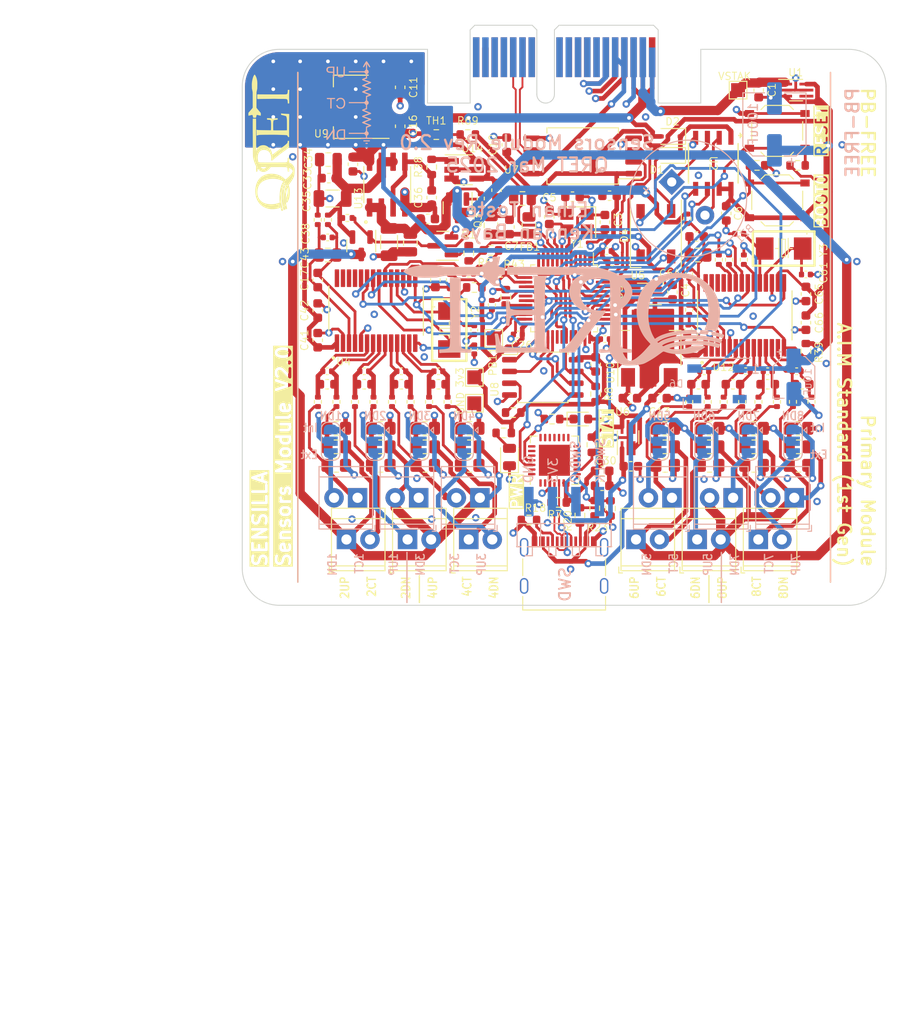
<source format=kicad_pcb>
(kicad_pcb (version 20221018) (generator pcbnew)
  (layers (0 "F.Cu" signal) (1 "In1.Cu" power) (2 "In2.Cu" power) (31 "B.Cu" signal) (34 "B.Paste" user) (35 "F.Paste" user) (36 "B.SilkS" user "B.Silkscreen") (37 "F.SilkS" user "F.Silkscreen") (38 "B.Mask" user) (39 "F.Mask" user) (44 "Edge.Cuts" user))
  (net 0 "")
  (net 1 "V_PSU")
  (net 2 "GND")
  (net 3 "OSC_IN")
  (net 4 "V_REGUSB")
  (net 5 "OSC_OUT")
  (net 6 "+3.3VA")
  (net 7 "V_SWD")
  (net 8 "+3.3V")
  (net 9 "+5V")
  (net 10 "5V_RAW")
  (net 11 "STM_RESET")
  (net 12 "Net-(U11-VBUS)")
  (net 13 "+BATT")
  (net 14 "Net-(D3-A)")
  (net 15 "Net-(D4-DOUT)")
  (net 16 "RGB_DATA")
  (net 33 "SWDIO")
  (net 34 "SWCLK")
  (net 35 "Net-(J3-CC1)")
  (net 36 "USB_D+")
  (net 37 "USB_D-")
  (net 39 "Net-(J3-CC2)")
  (net 42 "BOOT0")
  (net 43 "RESET_FL")
  (net 44 "Net-(U8-IO2)")
  (net 45 "DB_LED")
  (net 46 "BOOT1")
  (net 47 "Net-(U11-~{RST})")
  (net 52 "USB_TX")
  (net 53 "USB_RX")
  (net 54 "CS_FL")
  (net 55 "SCK_FL")
  (net 56 "MISO_FL")
  (net 57 "MOSI_FL")
  (net 59 "CAN_RX")
  (net 60 "CAN_TX")
  (net 82 "CAN_L")
  (net 83 "CAN_H")
  (net 84 "ADS_SYNC")
  (net 85 "ADS_RESET")
  (net 86 "ADS_SCLK")
  (net 87 "ADS_DIN")
  (net 88 "ADS1_CS")
  (net 89 "WS_EN")
  (net 90 "ADS2_CS")
  (net 91 "TEMP")
  (net 92 "BUZZER_B")
  (net 93 "BUZZER_A")
  (net 94 "ADS2_DRDY")
  (net 95 "ADS1_DRDY")
  (net 97 "ADS_DOUT")
  (net 98 "Net-(BZ1--)")
  (net 99 "Net-(BZ1-+)")
  (net 100 "+5VA")
  (net 101 "Net-(U4-VREFN)")
  (net 102 "Net-(U4-VREFP)")
  (net 103 "ADC1_X_OUT")
  (net 104 "ADC1_X_IN")
  (net 105 "2.5VA_1")
  (net 106 "2.5VA_2")
  (net 107 "Net-(U13-+IN_A)")
  (net 108 "ADC2_X_IN")
  (net 109 "ADC2_X_OUT")
  (net 110 "Net-(U12-VREFN)")
  (net 111 "Net-(U12-VREFP)")
  (net 112 "Net-(D1-K)")
  (net 113 "CH1_P")
  (net 114 "CH1_L")
  (net 115 "CH2_P")
  (net 116 "CH2_L")
  (net 117 "CH3_P")
  (net 118 "CH3_L")
  (net 119 "CH4_P")
  (net 120 "CH4_L")
  (net 121 "CH5_P")
  (net 122 "CH5_L")
  (net 123 "CH6_P")
  (net 124 "CH6_L")
  (net 125 "CH7_P")
  (net 126 "CH7_L")
  (net 127 "CH8_P")
  (net 128 "CH8_L")
  (net 129 "Net-(JP2-A)")
  (net 130 "Net-(JP3-A)")
  (net 131 "Net-(JP4-A)")
  (net 132 "Net-(JP5-A)")
  (net 133 "Net-(JP6-A)")
  (net 134 "Net-(JP7-A)")
  (net 135 "Net-(JP8-A)")
  (net 136 "Net-(Q1-G)")
  (net 137 "CH1_N")
  (net 138 "CH2_N")
  (net 139 "CH3_N")
  (net 140 "CH4_N")
  (net 141 "CH5_N")
  (net 142 "CH6_N")
  (net 143 "CH7_N")
  (net 144 "CH8_N")
  (net 145 "Net-(U14-OUT)")
  (net 146 "Net-(U4-SCLK)")
  (net 147 "Net-(U4-DIN)")
  (net 148 "Net-(U4-~{CS})")
  (net 149 "Net-(U12-DIN)")
  (net 150 "Net-(U12-SCLK)")
  (net 151 "Net-(U12-~{CS})")
  (net 160 "/ADC0A")
  (net 161 "/ADC1A")
  (net 162 "/ADC2A")
  (net 163 "/ADC3A")
  (net 164 "/ADC4A")
  (net 165 "/ADC5A")
  (net 166 "/ADC6A")
  (net 167 "/ADC7A")
  (net 168 "/ADC0B")
  (net 169 "/ADC1B")
  (net 170 "/ADC2B")
  (net 171 "/ADC3B")
  (net 172 "/ADC4B")
  (net 173 "/ADC5B")
  (net 174 "/ADC6B")
  (net 175 "/ADC7B")
  (net 176 "Net-(JP1-A)")
  (net 177 "2.5VA_WS_1")
  (net 178 "2.5VA_WS_2")
  (net 179 "Net-(Q1-D)")
  (net 180 "Net-(U3-PB11)")
  (net 183 "Net-(D5-K)")
  (footprint "Resistor_SMD:R_0805_2012Metric_Pad1.20x1.40mm_HandSolder" (layer "F.Cu") (at 137.400001 91 180)
    (fp_text reference "R29" hide)
    (fp_text value "350R")
  )
  (footprint "Resistor_SMD:R_0402_1005Metric" (layer "F.Cu") (at 146.4 86.145 90)
    (fp_text reference "R60" hide)
    (fp_text value "330R")
  )
  (footprint "Capacitor_SMD:C_0603_1608Metric" (layer "F.Cu") (at 147.8 77.6 -90)
    (fp_text reference "C66")
    (fp_text value "0.1u")
  )
  (footprint "Resistor_SMD:R_0402_1005Metric" (layer "F.Cu") (at 105.12 86.145 90)
    (fp_text reference "R51" hide)
    (fp_text value "330R")
  )
  (footprint "Package_TO_SOT_SMD:SOT-23-6_Handsoldering" (layer "F.Cu") (at 110.9 61.1)
    (fp_text reference "U14")
    (fp_text value "MCP1501-25xCH")
  )
  (footprint "Capacitor_SMD:C_0603_1608Metric" (layer "F.Cu") (at 139.92 84.245)
    (fp_text reference "C57" hide)
    (fp_text value "0.1u")
  )
  (footprint "Capacitor_SMD:C_0603_1608Metric" (layer "F.Cu") (at 136.2 84.245)
    (fp_text reference "C56" hide)
    (fp_text value "0.1u")
  )
  (footprint "Resistor_SMD:R_0402_1005Metric" (layer "F.Cu") (at 109.12 86.145 90)
    (fp_text reference "R53" hide)
    (fp_text value "330R")
  )
  (footprint "Package_TO_SOT_SMD:SOT-23" (layer "F.Cu") (at 108.6 69.3 180)
    (fp_text reference "Q1")
    (fp_text value "AO3400A")
  )
  (footprint "Capacitor_SMD:C_0402_1005Metric" (layer "F.Cu") (at 135.1 78.32 90)
    (fp_text reference "C67" hide)
    (fp_text value "10uF")
  )
  (footprint "Resistor_SMD:R_0603_1608Metric" (layer "F.Cu") (at 115.175 89.5)
    (fp_text reference "R3" hide)
    (fp_text value "3.3k")
  )
  (footprint "footprints:SOIC127P599X175-8N-OPA2727" (layer "F.Cu") (at 102.6 62.7 90)
    (fp_text reference "U13")
    (fp_text value "OPA2727AIDR")
  )
  (footprint "Capacitor_SMD:C_0402_1005Metric" (layer "F.Cu") (at 116.7 78.874999 180)
    (fp_text reference "C26")
    (fp_text value "100n")
  )
  (footprint "Package_QFP:LQFP-48_7x7mm_P0.5mm" (layer "F.Cu") (at 121.7 74.974999 -90)
    (fp_text reference "U3")
    (fp_text value "STM32F103CBT6")
  )
  (footprint "Capacitor_SMD:C_0603_1608Metric" (layer "F.Cu") (at 109.5 72.9925 -90)
    (fp_text reference "C40" hide)
    (fp_text value "10uF")
  )
  (footprint "Button_Switch_SMD:SW_Push_1P1T_XKB_TS-1187A" (layer "F.Cu") (at 144.7 56.9)
    (fp_text reference "SW1" hide)
    (fp_text value "SW_STM_RESET")
  )
  (footprint "LED_SMD:LED_WS2812B_PLCC4_5.0x5.0mm_P3.2mm" (layer "F.Cu") (at 131.6 68 -90)
    (fp_text reference "D4")
    (fp_text value "WS2812B")
  )
  (footprint "Capacitor_SMD:C_0402_1005Metric" (layer "F.Cu") (at 140.6 68)
    (fp_text reference "C60" hide)
    (fp_text value "20pF")
  )
  (footprint "Resistor_SMD:R_0402_1005Metric" (layer "F.Cu") (at 137.2 86.145 90)
    (fp_text reference "R55" hide)
    (fp_text value "330R")
  )
  (footprint "Resistor_SMD:R_0402_1005Metric" (layer "F.Cu") (at 113.9 75.710001 -90)
    (fp_text reference "R44" hide)
    (fp_text value "100R")
  )
  (footprint "Resistor_SMD:R_0603_1608Metric" (layer "F.Cu") (at 120.4 88)
    (fp_text reference "R17" hide)
    (fp_text value "680R")
  )
  (footprint "Capacitor_SMD:C_0603_1608Metric" (layer "F.Cu") (at 108.12 84.245)
    (fp_text reference "C51" hide)
    (fp_text value "0.1u")
  )
  (footprint "Diode_SMD:D_SOD-323" (layer "F.Cu") (at 133.2 57.5 180)
    (fp_text reference "D2")
    (fp_text value "1N5819WS")
  )
  (footprint "Resistor_SMD:R_0402_1005Metric" (layer "F.Cu") (at 98.3 66.3)
    (fp_text reference "R70" hide)
    (fp_text value "100k")
  )
  (footprint "Capacitor_SMD:C_0603_1608Metric" (layer "F.Cu") (at 125.8 95.2 180)
    (fp_text reference "C29" hide)
    (fp_text value "1uF")
  )
  (footprint "Resistor_SMD:R_0805_2012Metric_Pad1.20x1.40mm_HandSolder" (layer "F.Cu") (at 142.199997 89)
    (fp_text reference "R33" hide)
    (fp_text value "350R")
  )
  (footprint "Capacitor_SMD:C_0603_1608Metric" (layer "F.Cu") (at 139.2 65.8 -90)
    (fp_text reference "C6")
    (fp_text value "100nF")
  )
  (footprint "Resistor_SMD:R_0603_1608Metric" (layer "F.Cu") (at 121.1 97 180)
    (fp_text reference "R7")
    (fp_text value "1.5k")
  )
  (footprint "Capacitor_SMD:C_0805_2012Metric" (layer "F.Cu") (at 105.1 69 -90)
    (fp_text reference "C31" hide)
    (fp_text value "47uF")
  )
  (footprint "Resistor_SMD:R_0402_1005Metric" (layer "F.Cu") (at 135.2 86.145 90)
    (fp_text reference "R54" hide)
    (fp_text value "330R")
  )
  (footprint "Resistor_SMD:R_0805_2012Metric_Pad1.20x1.40mm_HandSolder" (layer "F.Cu") (at 101.900003 93)
    (fp_text reference "R11" hide)
    (fp_text value "350")
  )
  (footprint "Capacitor_SMD:C_0603_1608Metric" (layer "F.Cu") (at 126.1 66.75 -90)
    (fp_text reference "C3")
    (fp_text value "10p")
  )
  (footprint "Resistor_SMD:R_0603_1608Metric" (layer "F.Cu") (at 112 73.8 180)
    (fp_text reference "R40" hide)
    (fp_text value "10k")
  )
  (footprint "Package_DFN_QFN:QFN-28-1EP_5x5mm_P0.5mm_EP3.35x3.35mm" (layer "F.Cu") (at 120.65 92.45 90)
    (fp_text reference "U11" hide)
    (fp_text value "CP2102N-Axx-xQFN28")
  )
  (footprint "Capacitor_SMD:C_0603_1608Metric" (layer "F.Cu") (at 96.12 84.245)
    (fp_text reference "C45" hide)
    (fp_text value "0.1u")
  )
  (footprint "footprints:CRYSTAL-SMD_L5.0-W3.2" (layer "F.Cu") (at 145.4 69.6 180)
    (fp_text reference "Y3")
    (fp_text value "X50328MSB2GI")
  )
  (footprint "TerminalBlock_TE-Connectivity:TerminalBlock_TE_282834-2_1x02_P2.54mm_Horizontal" (layer "F.Cu") (at 111.4 101)
    (fp_text reference "J6" hide)
    (fp_text value "In")
  )
  (footprint "Resistor_SMD:R_0402_1005Metric" (layer "F.Cu") (at 95.1 66.5 -90)
    (fp_text reference "R42" hide)
    (fp_text value "49.9R")
  )
  (footprint "Resistor_SMD:R_0603_1608Metric" (layer "F.Cu") (at 111.4 70.1 -90)
    (fp_text reference "R64" hide)
    (fp_text value "510R")
  )
  (footprint "Capacitor_SMD:C_1206_3216Metric" (layer "F.Cu") (at 96.7 64.2 180)
    (fp_text reference "C35")
    (fp_text value "100uF")
  )
  (footprint "Resistor_SMD:R_0603_1608Metric" (layer "F.Cu") (at 126.7 97.65 90)
    (fp_text reference "R24" hide)
    (fp_text value "47k")
  )
  (footprint "Capacitor_SMD:C_0603_1608Metric" (layer "F.Cu") (at 125.1 82.1 -90)
    (fp_text reference "C12" hide)
    (fp_text value "100nF")
  )
  (footprint "TestPoint:TestPoint_Pad_1.5x1.5mm" (layer "F.Cu") (at 112 83.500001 90)
    (fp_text reference "TP7" hide)
    (fp_text value "3v3")
  )
  (footprint "Resistor_SMD:R_0402_1005Metric" (layer "F.Cu") (at 135.2 76.210001 90)
    (fp_text reference "R62" hide)
    (fp_text value "49.9R")
  )
  (footprint "Resistor_SMD:R_0402_1005Metric" (layer "F.Cu") (at 141.1 70.8 -90)
    (fp_text reference "R68" hide)
    (fp_text value "100R")
  )
  (footprint "Resistor_SMD:R_0805_2012Metric_Pad1.20x1.40mm_HandSolder" (layer "F.Cu") (at 97.100002 93)
    (fp_text reference "R2" hide)
    (fp_text value "350")
  )
  (footprint "Resistor_SMD:R_0402_1005Metric" (layer "F.Cu") (at 99.12 86.145 90)
    (fp_text reference "R48" hide)
    (fp_text value "330R")
  )
  (footprint "Capacitor_SMD:C_0603_1608Metric" (layer "F.Cu") (at 128.9 93.1)
    (fp_text reference "C8" hide)
    (fp_text value "1uF")
  )
  (footprint "ISO1042:SOIC-8 ISO1042BDWV" (layer "F.Cu") (at 123.7 59.605 180)
    (fp_text reference "U7")
    (fp_text value "ISO1042BDWVR")
  )
  (footprint "Diode_SMD:D_SOD-323" (layer "F.Cu") (at 133.2 59.55 180)
    (fp_text reference "D1")
    (fp_text value "1N5819WS")
  )
  (footprint "TestPoint:TestPoint_Pad_1.5x1.5mm" (layer "F.Cu") (at 112 86.3 90)
    (fp_text reference "TP6" hide)
    (fp_text value "GND")
  )
  (footprint "TestPoint:TestPoint_Pad_1.5x1.5mm" (layer "F.Cu") (at 140.475 52.5)
    (fp_text reference "TP1" hide)
    (fp_text value "VSTAK")
  )
  (footprint "Resistor_SMD:R_0805_2012Metric_Pad1.20x1.40mm_HandSolder" (layer "F.Cu") (at 132.600001 91 180)
    (fp_text reference "R26" hide)
    (fp_text value "350R")
  )
  (footprint "Resistor_SMD:R_0805_2012Metric_Pad1.20x1.40mm_HandSolder" (layer "F.Cu") (at 101.900002 89.000001)
    (fp_text reference "R10" hide)
    (fp_text value "350R")
  )
  (footprint "Connector_PCBEdge:BUS_PCIexpress_x1" (layer "F.Cu") (at 131.2 48.95 180)
    (fp_text reference "J1" hide)
    (fp_text value "Stack Male Edge Connector")
    (fp_line (start -0.65 -4.95) (end -0.65 2.95) (stroke (width 0.1)) (layer "Edge.Cuts"))
    (fp_line (start -0.65 2.95) (end -0.15 3.45) (stroke (width 0.1)) (layer "Edge.Cuts"))
    (fp_line (start -0.15 3.45) (end 10.05 3.45) (stroke (width 0.1)) (layer "Edge.Cuts"))
    (fp_line (start 10.55 -4) (end 10.55 2.95) (stroke (width 0.1)) (layer "Edge.Cuts"))
    (fp_line (start 10.55 2.95) (end 10.05 3.45) (stroke (width 0.1)) (layer "Edge.Cuts"))
    (fp_line (start 12.45 -4) (end 12.45 2.95) (stroke (width 0.1)) (layer "Edge.Cuts"))
    (fp_line (start 12.45 2.95) (end 12.95 3.45) (stroke (width 0.1)) (layer "Edge.Cuts"))
    (fp_line (start 12.95 3.45) (end 19.15 3.45) (stroke (width 0.1)) (layer "Edge.Cuts"))
    (fp_line (start 19.65 -4.95) (end 19.65 2.95) (stroke (width 0.1)) (layer "Edge.Cuts"))
    (fp_line (start 19.65 2.95) (end 19.15 3.45) (stroke (width 0.1)) (layer "Edge.Cuts"))
    (fp_arc (start 10.55 -4) (mid 11.5 -4.95) (end 12.45 -4) (stroke (width 0.1)) (layer "Edge.Cuts"))
  )
  (footprint "Capacitor_SMD:C_0402_1005Metric" (layer "F.Cu") (at 141.3 82.845)
    (fp_text reference "C53" hide)
    (fp_text value "100p")
  )
  (footprint "Capacitor_SMD:C_0603_1608Metric" (layer "F.Cu") (at 95.1 73 90)
    (fp_text reference "C17")
    (fp_text value "0.1u")
  )
  (footprint "Capacitor_SMD:C_0805_2012Metric" (layer "F.Cu") (at 96.249998 60 180)
    (fp_text reference "C34")
    (fp_text value "47uF")
  )
  (footprint "Capacitor_SMD:C_0603_1608Metric" (layer "F.Cu") (at 100.12 84.245)
    (fp_text reference "C47" hide)
    (fp_text value "0.1u")
  )
  (footprint "Package_TO_SOT_SMD:SOT-223-3_TabPin2" (layer "F.Cu") (at 98.7 54.3 180)
    (fp_text reference "U9")
    (fp_text value "AMS1117-5.0")
  )
  (footprint "footprints:SOP65P780X200-28N" (layer "F.Cu") (at 101.4 76.305 90)
    (fp_text reference "U4")
    (fp_text value "ADS1256IDBR")
  )
  (footprint "Resistor_SMD:R_0402_1005Metric" (layer "F.Cu") (at 138.92 86.145 90)
    (fp_text reference "R56" hide)
    (fp_text value "330R")
  )
  (footprint "Capacitor_SMD:C_0603_1608Metric" (layer "F.Cu") (at 107.4 64.1 90)
    (fp_text reference "C36")
    (fp_text value "1uF")
  )
  (footprint "Package_TO_SOT_SMD:SOT-23" (layer "F.Cu") (at 99.8 69.3 -90)
    (fp_text reference "Q2" hide)
    (fp_text value "AO3401A")
  )
  (footprint "Resistor_SMD:R_0402_1005Metric" (layer "F.Cu") (at 103.12 86.145 90)
    (fp_text reference "R50" hide)
    (fp_text value "330R")
  )
  (footprint "Resistor_SMD:R_0402_1005Metric" (layer "F.Cu") (at 97.12 86.145 90)
    (fp_text reference "R47" hide)
    (fp_text value "330R")
  )
  (footprint "Package_SO:SOIC-8_5.23x5.23mm_P1.27mm" (layer "F.Cu") (at 119.4 83.5)
    (fp_text reference "U8")
    (fp_text value "W25Q128JVS")
  )
  (footprint "Capacitor_SMD:C_0402_1005Metric" (layer "F.Cu") (at 96.12 82.845)
    (fp_text reference "C44" hide)
    (fp_text value "100p")
  )
  (footprint "Capacitor_SMD:C_0402_1005Metric" (layer "F.Cu") (at 135.1 80.62 90)
    (fp_text reference "C68" hide)
    (fp_text value "100n")
  )
  (footprint "Resistor_SMD:R_0402_1005Metric" (layer "F.Cu") (at 138.4 70.8 -90)
    (fp_text reference "R67" hide)
    (fp_text value "100R")
  )
  (footprint "Capacitor_SMD:C_0805_2012Metric" (layer "F.Cu") (at 136.15 70.3)
    (fp_text reference "C62" hide)
    (fp_text value "47uF")
  )
  (footprint "Resistor_SMD:R_0402_1005Metric" (layer "F.Cu") (at 112.7 64.2 -90)
    (fp_text reference "R71" hide)
    (fp_text value "100k")
  )
  (footprint "Capacitor_SMD:C_1206_3216Metric" (layer "F.Cu") (at 102.8 68.9 -90)
    (fp_text reference "C32" hide)
    (fp_text value "100uF")
  )
  (footprint "footprints:CRYSTAL-SMD_L5.0-W3.2" (layer "F.Cu") (at 109.3 78.3925 -90)
    (fp_text reference "Y2")
    (fp_text value "X50328MSB2GI")
  )
  (footprint "Capacitor_SMD:C_0402_1005Metric" (layer "F.Cu") (at 147.8 72.4)
    (fp_text reference "C61")
    (fp_text value "20pF")
  )
  (footprint "Resistor_SMD:R_0805_2012Metric_Pad1.20x1.40mm_HandSolder" (layer "F.Cu") (at 132.600002 93)
    (fp_text reference "R28" hide)
    (fp_text value "350")
  )
  (footprint "Capacitor_SMD:C_0603_1608Metric" (layer "F.Cu") (at 132 85.75)
    (fp_text reference "C13")
    (fp_text value "10uF")
  )
  (footprint "TestPoint:TestPoint_Pad_1.5x1.5mm" (layer "F.Cu") (at 114.1 79.3)
    (fp_text reference "TP18" hide)
    (fp_text value "PB11")
  )
  (footprint "Resistor_SMD:R_0603_1608Metric" (layer "F.Cu") (at 111.3 57.3 180)
    (fp_text reference "R69")
    (fp_text value "10k")
  )
  (footprint "Capacitor_SMD:C_0603_1608Metric" (layer "F.Cu") (at 106.975 66.4)
    (fp_text reference "C28" hide)
    (fp_text value "0.1u")
  )
  (footprint "Capacitor_SMD:C_0805_2012Metric" (layer "F.Cu") (at 96.2 70.3)
    (fp_text reference "C43")
    (fp_text value "47uF")
  )
  (footprint "Resistor_SMD:R_0805_2012Metric_Pad1.20x1.40mm_HandSolder" (layer "F.Cu") (at 106.699997 89)
    (fp_text reference "R14" hide)
    (fp_text value "350R")
  )
  (footprint "Capacitor_SMD:C_0402_1005Metric" (layer "F.Cu") (at 126.3 69.874999)
    (fp_text reference "C23" hide)
    (fp_text value "100n")
  )
  (footprint "LMR66100:SC-70-6_Handsoldering" (layer "F.Cu") (at 128.6 90 90)
    (fp_text reference "U6")
    (fp_text value "LM66100DCKR")
  )
  (footprint "LMR66100:SC-70-6_Handsoldering" (layer "F.Cu") (at 146.7 52.5)
    (fp_text reference "U1")
    (fp_text value "LM66100DCKR")
  )
  (footprint "Resistor_SMD:R_0603_1608Metric" (layer "F.Cu") (at 146.9 60.625 180)
    (fp_text reference "R12" hide)
    (fp_text value "10k")
  )
  (footprint "TerminalBlock_TE-Connectivity:TerminalBlock_TE_282834-2_1x02_P2.54mm_Horizontal" (layer "F.Cu") (at 129.46 101)
    (fp_text reference "J10" hide)
    (fp_text value "In")
  )
  (footprint "Capacitor_SMD:C_0603_1608Metric" (layer "F.Cu") (at 126.6 63.9)
    (fp_text reference "C9" hide)
    (fp_text value "0.1u")
  )
  (footprint "Capacitor_SMD:C_0805_2012Metric" (layer "F.Cu") (at 113.8 67.099999 90)
    (fp_text reference "C22" hide)
    (fp_text value "1uF")
  )
  (footprint "Capacitor_SMD:C_0603_1608Metric" (layer "F.Cu") (at 98.9 60.5 90)
    (fp_text reference "C21" hide)
    (fp_text value "0.1u")
  )
  (footprint "Resistor_SMD:R_0805_2012Metric_Pad1.20x1.40mm_HandSolder" (layer "F.Cu") (at 106.699998 91 180)
    (fp_text reference "R13" hide)
    (fp_text value "350R")
  )
  (footprint "LMR66100:SC-70-6_Handsoldering" (layer "F.Cu") (at 130.35 74.5 180)
    (fp_text reference "U5")
    (fp_text value "LM66100DCKR")
  )
  (footprint "TerminalBlock_TE-Connectivity:TerminalBlock_TE_282834-2_1x02_P2.54mm_Horizontal" (layer "F.Cu") (at 136.06 101)
    (fp_text reference "J11" hide)
    (fp_text value "In")
  )
  (footprint "Capacitor_SMD:C_0402_1005Metric" (layer "F.Cu") (at 96.18 68.4)
    (fp_text reference "C38")
    (fp_text value "100p")
  )
  (footprint "Resistor_SMD:R_0603_1608Metric" (layer "F.Cu") (at 125 97.625 -90)
    (fp_text reference "R23")
    (fp_text value "22k")
  )
  (footprint "Capacitor_SMD:C_0603_1608Metric" (layer "F.Cu") (at 120.1 66.176045 90)
    (fp_text reference "C5")
    (fp_text value "10p")
  )
  (footprint "Capacitor_SMD:C_0402_1005Metric" (layer "F.Cu") (at 143.675 82.845)
    (fp_text reference "C54" hide)
    (fp_text value "100p")
  )
  (footprint "Capacitor_SMD:C_0603_1608Metric" (layer "F.Cu") (at 142.7 52.5 -90)
    (fp_text reference "C1")
    (fp_text value "1uF")
  )
  (footprint "Capacitor_SMD:C_0603_1608Metric" (layer "F.Cu") (at 96.3 62 180)
    (fp_text reference "C33")
    (fp_text value "0.1u")
  )
  (footprint "footprints:USB_C_DB-108PWB" (layer "F.Cu") (at 121.7 103.77)
    (fp_text reference "J3" hide)
    (fp_text value "USB_C_Female_USB2_Small")
  )
  (footprint "Resistor_SMD:R_0603_1608Metric_Pad0.98x0.95mm_HandSolder" (layer "F.Cu") (at 107.9 57.3 180)
    (fp_text reference "TH1")
    (fp_text value "10k")
  )
  (footprint "TerminalBlock_TE-Connectivity:TerminalBlock_TE_282834-2_1x02_P2.54mm_Horizontal" (layer "F.Cu") (at 142.66 101)
    (fp_text reference "J12" hide)
    (fp_text value "In")
  )
  (footprint "Resistor_SMD:R_0805_2012Metric_Pad1.20x1.40mm_HandSolder" (layer "F.Cu") (at 142.199998 91 180)
    (fp_text reference "R32" hide)
    (fp_text value "350R")
  )
  (footprint "Crystal:Crystal_SMD_3225-4Pin_3.2x2.5mm" (layer "F.Cu") (at 123.1 66.75 180)
    (fp_text reference "Y1")
    (fp_text value "X322516MMB4SI")
  )
  (footprint "Resistor_SMD:R_0805_2012Metric_Pad1.20x1.40mm_HandSolder" (layer "F.Cu") (at 97.1 89)
    (fp_text reference "R4" hide)
    (fp_text value "350R")
  )
  (footprint "Resistor_SMD:R_0603_1608Metric" (layer "F.Cu") (at 115.4 74.849999 -90)
    (fp_text reference "R19" hide)
    (fp_text value "100k")
  )
  (footprint "Resistor_SMD:R_0805_2012Metric_Pad1.20x1.40mm_HandSolder" (layer "F.Cu") (at 142.199999 93)
    (fp_text reference "R34" hide)
    (fp_text value "350")
  )
  (footprint "Capacitor_SMD:C_0603_1608Metric" (layer "F.Cu") (at 114.4 63.3 -90)
    (fp_text reference "C37" hide)
    (fp_text value "2.2uF")
  )
  (footprint "Resistor_SMD:R_0805_2012Metric_Pad1.20x1.40mm_HandSolder" (layer "F.Cu") (at 147 93)
    (fp_text reference "R37" hide)
    (fp_text value "350")
  )
  (footprint "Capacitor_SMD:C_0603_1608Metric" (layer "F.Cu") (at 107.8 72.9925 -90)
    (fp_text reference "C39" hide)
    (fp_text value "0.1u")
  )
  (footprint "Resistor_SMD:R_0805_2012Metric_Pad1.20x1.40mm_HandSolder" (layer "F.Cu") (at 137.400003 93)
    (fp_text reference "R31" hide)
    (fp_text value "350")
  )
  (footprint "Resistor_SMD:R_0402_1005Metric" (layer "F.Cu") (at 111.4 72.3 180)
    (fp_text reference "R45" hide)
    (fp_text value "100R")
  )
  (footprint "Package_TO_SOT_SMD:SOT-223-3_TabPin2" (layer "F.Cu") (at 130.9 80.35 90)
    (fp_text reference "U10")
    (fp_text value "AMS1117-3.3")
  )
  (footprint "Resistor_SMD:R_0805_2012Metric" (layer "F.Cu") (at 117.9 67.099999 90)
    (fp_text reference "FB1")
    (fp_text value "100R")
  )
  (footprint "Button_Switch_SMD:SW_Push_1P1T_XKB_TS-1187A" (layer "F.Cu") (at 144.7 64.4)
    (fp_text reference "SW2" hide)
    (fp_text value "SW_STM_BOOT_MODE" hide)
  )
  (footprint "Resistor_SMD:R_0805_2012Metric_Pad1.20x1.40mm_HandSolder" (layer "F.Cu") (at 101.900001 91 180)
    (fp_text reference "R6" hide)
    (fp_text value "350R")
  )
  (footprint "Resistor_SMD:R_0402_1005Metric" (layer "F.Cu") (at 96.2 66.5 90)
    (fp_text reference "R41" hide)
    (fp_text value "49.9R")
  )
  (footprint "Resistor_SMD:R_0603_1608Metric" (layer "F.Cu") (at 107.4 60.8 90)
    (fp_text reference "R38")
    (fp_text value "10k")
  )
  (footprint "Resistor_SMD:R_0603_1608Metric" (layer "F.Cu") (at 113.8 69.8 180)
    (fp_text reference "R65")
    (fp_text value "100k")
  )
  (footprint "Resistor_SMD:R_0402_1005Metric" (layer "F.Cu") (at 101.12 86.145 90)
    (fp_text reference "R49" hide)
    (fp_text value "330R")
  )
  (footprint "Resistor_SMD:R_0805_2012Metric_Pad1.20x1.40mm_HandSolder" (layer "F.Cu") (at 147 89)
    (fp_text reference "R36" hide)
    (fp_text value "350R")
  )
  (footprint "Resistor_SMD:R_0402_1005Metric" (layer "F.Cu") (at 148.4 86.145 90)
    (fp_text reference "R61" hide)
    (fp_text value "330R")
  )
  (footprint "Capacitor_SMD:C_0603_1608Metric" (layer "F.Cu") (at 104.12 84.245)
    (fp_text reference "C50" hide)
    (fp_text value "0.1u")
  )
  (footprint "Capacitor_SMD:C_0402_1005Metric" (layer "F.Cu") (at 112 80.4925 90)
    (fp_text reference "C20" hide)
    (fp_text value "20pF")
  )
  (footprint "Capacitor_SMD:C_0402_1005Metric" (layer "F.Cu") (at 136.82 82.845)
    (fp_text reference "C52" hide)
    (fp_text value "100p")
  )
  (footprint "TerminalBlock_TE-Connectivity:TerminalBlock_TE_282834-2_1x02_P2.54mm_Horizontal" (layer "F.Cu") (at 98.2 101)
    (fp_text reference "J4" hide)
    (fp_text value "In")
  )
  (footprint "Resistor_SMD:R_0805_2012Metric_Pad1.20x1.40mm_HandSolder" (layer "F.Cu") (at 132.6 89)
    (fp_text reference "R27" hide)
    (fp_text value "350R")
  )
  (footprint "Capacitor_SMD:C_0402_1005Metric" (layer "F.Cu") (at 112 78.4 -90)
    (fp_text reference "C18" hide)
    (fp_text value "20pF")
  )
  (footprint "Resistor_SMD:R_0805_2012Metric_Pad1.20x1.40mm_HandSolder" (layer "F.Cu") (at 111.5 89)
    (fp_text reference "R21" hide)
    (fp_text value "350R")
  )
  (footprint "Resistor_SMD:R_0805_2012Metric_Pad1.20x1.40mm_HandSolder" (layer "F.Cu") (at 137.400002 89.000001)
    (fp_text reference "R30" hide)
    (fp_text value "350R")
  )
  (footprint "Capacitor_SMD:C_0603_1608Metric" (layer "F.Cu") (at 136 68.3)
    (fp_text reference "C63" hide)
    (fp_text value "0.1u")
  )
  (footprint "LED_SMD:LED_0603_1608Metric" (layer "F.Cu") (at 123.5 88)
    (fp_text reference "D5" hide)
    (fp_text value "DB_LED (YLW)")
  )
  (footprint "Capacitor_SMD:C_0805_2012Metric" (layer "F.Cu") (at 117.2 64.199999 180)
    (fp_text reference "C25" hide)
    (fp_text value "1uF")
  )
  (footprint "Capacitor_SMD:C_0402_1005Metric" (layer "F.Cu") (at 126.9 71.074999)
    (fp_text reference "C24" hide)
    (fp_text value "100n")
  )
  (footprint "LED_SMD:LED_0805_2012Metric" (layer "F.Cu") (at 115.8 92.1 90)
    (fp_text reference "D3" hide)
    (fp_text value "PWR_LED (GRN)")
  )
  (footprint "Resistor_SMD:R_0402_1005Metric" (layer "F.Cu") (at 135 66.39 90)
    (fp_text reference "R63" hide)
    (fp_text value "49.9R")
  )
  (footprint "Package_TO_SOT_SMD:SOT-23" (layer "F.Cu") (at 110.2 65.2 -90)
    (fp_text reference "Q3")
    (fp_text value "AO3401A")
  )
  (footprint "Resistor_SMD:R_0603_1608Metric" (layer "F.Cu") (at 116.2 87.3)
    (fp_text reference "R9" hide)
    (fp_text value "10k")
  )
  (footprint "Capacitor_SMD:C_0402_1005Metric" (layer "F.Cu") (at 108.12 82.845)
    (fp_text reference "C49" hide)
    (fp_text value "100p")
  )
  (footprint "Resistor_SMD:R_0603_1608Metric" (layer "F.Cu") (at 124.7 90.775 90)
    (fp_text reference "R25" hide)
    (fp_text value "1k")
  )
  (footprint "Resistor_SMD:R_0402_1005Metric" (layer "F.Cu") (at 142.675 86.145 90)
    (fp_text reference "R58" hide)
    (fp_text value "330R")
  )
  (footprint "Capacitor_SMD:C_0603_1608Metric" (layer "F.Cu") (at 128.8 85.75 180)
    (fp_text reference "C19" hide)
    (fp_text value "10uF")
  )
  (footprint "footprints:SOP65P780X200-28N" (layer "F.Cu") (at 141.2 76.8125 90)
    (fp_text reference "U12")
    (fp_text value "ADS1256IDBR")
  )
  (footprint "Capacitor_SMD:C_0603_1608Metric" (layer "F.Cu") (at 104 52.2 -90)
    (fp_text reference "C11")
    (fp_text value "10uF")
  )
  (footprint "Capacitor_SMD:C_0603_1608Metric" (layer "F.Cu") (at 125.8 93.6 180)
    (fp_text reference "C30")
    (fp_text value "10uF")
  )
  (footprint "Resistor_SMD:R_0603_1608Metric" (layer "F.Cu") (at 123.4 98.4 90)
    (fp_text reference "R20")
    (fp_text value "5.1k")
  )
  (footprint "Resistor_SMD:R_0603_1608Metric" (layer "F.Cu") (at 142.524999 60.625 180)
    (fp_text reference "R5" hide)
    (fp_text value "100k")
  )
  (footprint "Resistor_SMD:R_0402_1005Metric" (layer "F.Cu") (at 144.675 86.145 90)
    (fp_text reference "R59" hide)
    (fp_text value "330R")
  )
  (footprint "Capacitor_SMD:C_0603_1608Metric" (layer "F.Cu") (at 104 56.4 -90)
    (fp_text reference "C16")
    (fp_text value "10uF")
  )
  (footprint "Capacitor_SMD:C_0603_1608Metric" (layer "F.Cu") (at 147.4 84.245)
    (fp_text reference "C59" hide)
    (fp_text value "0.1u")
  )
  (footprint "Resistor_SMD:R_0402_1005Metric" (layer "F.Cu") (at 140.92 86.145 90)
    (fp_text reference "R57" hide)
    (fp_text value "330R")
  )
  (footprint "Resistor_SMD:R_0805_2012Metric_Pad1.20x1.40mm_HandSolder" (layer "F.Cu") (at 111.5 93)
    (fp_text reference "R22" hide)
    (fp_text value "350")
  )
  (footprint "Capacitor_SMD:C_0603_1608Metric" (layer "F.Cu") (at 147.8 74.5 -90)
    (fp_text reference "C65")
    (fp_text value "10uF")
  )
  (footprint "Capacitor_SMD:C_0402_1005Metric" (layer "F.Cu") (at 126.1 79.374999)
    (fp_text reference "C27" hide)
    (fp_text value "100n")
  )
  (footprint "Resistor_SMD:R_0603_1608Metric" (layer "F.Cu") (at 147.8 80.675 90)
    (fp_text reference "R39")
    (fp_text value "10k")
  )
  (footprint "Capacitor_SMD:C_0402_1005Metric" (layer "F.Cu") (at 135.2 72.3 90)
    (fp_text reference "C64")
    (fp_text value "100p")
  )
  (footprint "Capacitor_SMD:C_0603_1608Metric" (layer "F.Cu") (at 115.5 58.4 -90)
    (fp_text reference "C10")
    (fp_text value "0.1u")
  )
  (footprint "Resistor_SMD:R_0402_1005Metric" (layer "F.Cu") (at 139.5 70.8 -90)
    (fp_text reference "R66" hide)
    (fp_text value "100R")
  )
  (footprint "Resistor_SMD:R_0402_1005Metric" (layer "F.Cu") (at 114.9 72.3 180)
    (fp_text reference "R43")
    (fp_text value "100R")
  )
  (footprint "Capacitor_SMD:C_0603_1608Metric" (layer "F.Cu") (at 95.1 76.2925 90)
    (fp_text reference "C42")
    (fp_text value "0.1u")
  )
  (footprint "Resistor_SMD:R_0805_2012Metric_Pad1.20x1.40mm_HandSolder" (layer "F.Cu") (at 147 91 180)
    (fp_text reference "R35" hide)
    (fp_text value "350R")
  )
  (footprint "footprints:SOP-8_TPK" (layer "F.Cu") (at 137.8 60.4 -90)
    (fp_text reference "U2")
    (fp_text value "TPM8837C-SO1R")
  )
  (footprint "Capacitor_SMD:C_0402_1005Metric" (layer "F.Cu") (at 146.8 82.845)
    (fp_text reference "C55" hide)
    (fp_text value "100p")
  )
  (footprint "Capacitor_SMD:C_0603_1608Metric" (layer "F.Cu") (at 143.675 84.245)
    (fp_text reference "C58" hide)
    (fp_text value "0.1u")
  )
  (footprint "Resistor_SMD:R_0805_2012Metric_Pad1.20x1.40mm_HandSolder" (layer "F.Cu") (at 97.100001 91 180)
    (fp_text reference "R1" hide)
    (fp_text value "350R")
  )
  (footprint "Capacitor_SMD:C_0603_1608Metric" (layer "F.Cu") (at 115.8 67.274999 90)
    (fp_text reference "C7")
    (fp_text value "10n")
  )
  (footprint "Resistor_SMD:R_0805_2012Metric_Pad1.20x1.40mm_HandSolder" (layer "F.Cu") (at 106.699999 93)
    (fp_text reference "R15" hide)
    (fp_text value "350")
  )
  (footprint "Resistor_SMD:R_0603_1608Metric" (layer "F.Cu") (at 117.9 98.9 180)
    (fp_text reference "R18")
    (fp_text value "5.1k")
  )
  (footprint "Resistor_SMD:R_0402_1005Metric" (layer "F.Cu") (at 107.12 86.145 90)
    (fp_text reference "R52" hide)
    (fp_text value "330R")
  )
  (footprint "Capacitor_SMD:C_0603_1608Metric" (layer "F.Cu") (at 133.4 74.3 90)
    (fp_text reference "C4")
    (fp_text value "1uF")
  )
  (footprint "Capacitor_SMD:C_0402_1005Metric" (layer "F.Cu") (at 104.12 82.845)
    (fp_text reference "C48" hide)
    (fp_text value "100p")
  )
  (footprint "Resistor_SMD:R_0603_1608Metric" (layer "F.Cu") (at 125.1 85.3 -90)
    (fp_text reference "R8")
    (fp_text value "10k")
  )
  (footprint "Resistor_SMD:R_0402_1005Metric" (layer "F.Cu") (at 95.12 86.145 90)
    (fp_text reference "R46" hide)
    (fp_text value "330R")
  )
  (footprint "Capacitor_SMD:C_0603_1608Metric" (layer "F.Cu") (at 95.1 79.4925 90)
    (fp_text reference "C41")
    (fp_text value "10uF")
  )
  (footprint "Capacitor_SMD:C_0603_1608Metric" (layer "F.Cu") (at 122.6 64 180)
    (fp_text reference "C14" hide)
    (fp_text value "100nF")
  )
  (footprint "Capacitor_SMD:C_0402_1005Metric" (layer "F.Cu") (at 100.12 82.845)
    (fp_text reference "C46" hide)
    (fp_text value "100p")
  )
  (footprint "TerminalBlock_TE-Connectivity:TerminalBlock_TE_282834-2_1x02_P2.54mm_Horizontal" (layer "F.Cu") (at 104.8 101)
    (fp_text reference "J5" hide)
    (fp_text value "In")
  )
  (footprint "Resistor_SMD:R_0805_2012Metric_Pad1.20x1.40mm_HandSolder" (layer "F.Cu") (at 111.5 91 180)
    (fp_text reference "R16" hide)
    (fp_text value "350R")
  )
  (footprint "Jumper:SolderJumper-3_P1.3mm_Open_RoundedPad1.0x1.5mm" (layer "B.Cu") (at 101.300002 90.4 -90)
    (fp_text reference "JP2" hide)
    (fp_text value "CH2_BR")
  )
  (footprint "Jumper:SolderJumper-3_P1.3mm_Open_RoundedPad1.0x1.5mm" (layer "B.Cu") (at 106.099999 90.4 -90)
    (fp_text reference "JP3" hide)
    (fp_text value "CH3_BR")
  )
  (footprint "TerminalBlock_TE-Connectivity:TerminalBlock_TE_282834-2_1x02_P2.54mm_Horizontal" (layer "B.Cu") (at 112.6 96.5 180)
    (fp_text reference "J7" hide)
    (fp_text value "In")
  )
  (footprint "Jumper:SolderJumper-3_P1.3mm_Open_RoundedPad1.0x1.5mm" (layer "B.Cu") (at 132 90.4 -90)
    (fp_text reference "JP5" hide)
    (fp_text value "CH5_BR")
  )
  (footprint "TerminalBlock_TE-Connectivity:TerminalBlock_TE_282834-2_1x02_P2.54mm_Horizontal" (layer "B.Cu") (at 133.34 96.5 180)
    (fp_text reference "J15" hide)
    (fp_text value "In")
  )
  (footprint "Capacitor_SMD:CP_Elec_4x5.4" (layer "B.Cu") (at 146.5 83.5 -90)
    (fp_text reference "C15" hide)
    (fp_text value "10uF")
  )
  (footprint "LED_SMD:LED_WS2812B_PLCC4_5.0x5.0mm_P3.2mm" (layer "B.Cu") (at 138.2 84.2 180)
    (fp_text reference "D6")
    (fp_text value "WS2812B")
  )
  (footprint "SWD_Header:SWD_PinHeader_1x04_P2.54mm_Horizontal_SMD" (layer "B.Cu") (at 117.89 96.93 -90)
    (fp_text reference "J2" hide)
    (fp_text value "SWD_01x04_Pin")
  )
  (footprint "TerminalBlock_TE-Connectivity:TerminalBlock_TE_282834-2_1x02_P2.54mm_Horizontal" (layer "B.Cu") (at 146.54 96.5 180)
    (fp_text reference "J13" hide)
    (fp_text value "In")
  )
  (footprint "footprints:Buzzer_12.6x9.5RM5.0" (layer "B.Cu") (at 132.412994 61.512994 -45)
    (fp_text reference "BZ1")
    (fp_text value "PS1240P02BT")
  )
  (footprint "TerminalBlock_TE-Connectivity:TerminalBlock_TE_282834-2_1x02_P2.54mm_Horizontal" (layer "B.Cu") (at 99.4 96.5 180)
    (fp_text reference "J9" hide)
    (fp_text value "In")
  )
  (footprint "TerminalBlock_TE-Connectivity:TerminalBlock_TE_282834-2_1x02_P2.54mm_Horizontal" (layer "B.Cu") (at 139.94 96.5 180)
    (fp_text reference "J14" hide)
    (fp_text value "In")
  )
  (footprint "Capacitor_SMD:CP_Elec_6.3x5.9" (layer "B.Cu") (at 144.4 56.2 90)
    (fp_text reference "C2" hide)
    (fp_text value "100uF")
  )
  (footprint "Jumper:SolderJumper-3_P1.3mm_Open_RoundedPad1.0x1.5mm" (layer "B.Cu") (at 146.4 90.4 -90)
    (fp_text reference "JP8" hide)
    (fp_text value "CH8_BR")
  )
  (footprint "Jumper:SolderJumper-3_P1.3mm_Open_RoundedPad1.0x1.5mm" (layer "B.Cu") (at 136.800002 90.4 -90)
    (fp_text reference "JP6" hide)
    (fp_text value "CH6_BR")
  )
  (footprint "TerminalBlock_TE-Connectivity:TerminalBlock_TE_282834-2_1x02_P2.54mm_Horizontal" (layer "B.Cu") (at 106 96.5 180)
    (fp_text reference "J8" hide)
    (fp_text value "In")
  )
  (footprint "Jumper:SolderJumper-3_P1.3mm_Open_RoundedPad1.0x1.5mm" (layer "B.Cu") (at 110.9 90.4 -90)
    (fp_text reference "JP4" hide)
    (fp_text value "CH4_BR")
  )
  (footprint "Jumper:SolderJumper-3_P1.3mm_Open_RoundedPad1.0x1.5mm" (layer "B.Cu") (at 96.5 90.4 -90)
    (fp_text reference "JP1" hide)
    (fp_text value "CH1_BR")
  )
  (footprint "Jumper:SolderJumper-3_P1.3mm_Open_RoundedPad1.0x1.5mm" (layer "B.Cu") (at 141.599999 90.4 -90)
    (fp_text reference "JP7" hide)
    (fp_text value "CH7_BR")
  )
  (gr_poly (pts (xy 100.35643 58.188373) (xy 100.338314 58.188626) (xy 100.322451 58.189133) (xy 100.308686 58.189963) (xy 100.302547 58.190518) (xy 100.296876 58.191182) (xy 100.291657 58.191961) (xy 100.286872 58.19286) (xy 100.282499 58.193894) (xy 100.278521 58.195069) (xy 100.274922 58.196392) (xy 100.271683 58.197873) (xy 100.268782 58.19952) (xy 100.266203 58.201344) (xy 100.263927 58.203348) (xy 100.261935 58.205546) (xy 100.260209 58.207945) (xy 100.258731 58.210553) (xy 100.257481 58.213378) (xy 100.256443 58.216432) (xy 100.255593 58.219722) (xy 100.25492 58.22325) (xy 100.2544 58.227036) (xy 100.254016 58.23108) (xy 100.253582 58.239987) (xy 100.253472 58.250039) (xy 100.253583 58.260093) (xy 100.254015 58.269001) (xy 100.254918 58.276828) (xy 100.256443 58.283648) (xy 100.257482 58.286698) (xy 100.258732 58.289525) (xy 100.26021 58.292135) (xy 100.261936 58.294532) (xy 100.263927 58.296732) (xy 100.266203 58.298737) (xy 100.268782 58.300559) (xy 100.271683 58.302206) (xy 100.274923 58.303687) (xy 100.278521 58.305012) (xy 100.286871 58.307218) (xy 100.296876 58.308895) (xy 100.308685 58.310117) (xy 100.322449 58.310946) (xy 100.338314 58.311451) (xy 100.376943 58.311777) (xy 100.397457 58.311708) (xy 100.415571 58.311451) (xy 100.431436 58.310947) (xy 100.445201 58.310118) (xy 100.451341 58.309559) (xy 100.45701 58.308897) (xy 100.462229 58.30812) (xy 100.467015 58.307218) (xy 100.471386 58.306184) (xy 100.475364 58.305011) (xy 100.478961 58.303687) (xy 100.482203 58.302208) (xy 100.485103 58.30056) (xy 100.487681 58.298737) (xy 100.489959 58.296731) (xy 100.49195 58.294532) (xy 100.493677 58.292135) (xy 100.495153 58.289526) (xy 100.496404 58.2867) (xy 100.497444 58.283646) (xy 100.498292 58.28036) (xy 100.498965 58.276828) (xy 100.499486 58.273044) (xy 100.499869 58.268999) (xy 100.500303 58.260095) (xy 100.500414 58.25004) (xy 100.500302 58.239986) (xy 100.499871 58.231079) (xy 100.498966 58.223252) (xy 100.497443 58.216432) (xy 100.496403 58.213379) (xy 100.495156 58.210553) (xy 100.493675 58.207945) (xy 100.491951 58.205547) (xy 100.48996 58.203347) (xy 100.487682 58.201342) (xy 100.485104 58.19952) (xy 100.482202 58.197873) (xy 100.478961 58.196391) (xy 100.475363 58.195069) (xy 100.467015 58.192862) (xy 100.45701 58.191182) (xy 100.4452 58.189963) (xy 100.431435 58.189135) (xy 100.415571 58.188628) (xy 100.376941 58.188302)) (fill solid) (layer "B.SilkS"))
  (gr_poly (pts (xy 96.603632 49.967526) (xy 96.544054 49.968088) (xy 96.484906 49.969722) (xy 96.427785 49.972342) (xy 96.374282 49.975859) (xy 96.325989 49.980185) (xy 96.284496 49.985235) (xy 96.266794 49.988003) (xy 96.251394 49.990919) (xy 96.238487 49.993976) (xy 96.228277 49.997156) (xy 96.211905 50.003478) (xy 96.196147 50.01084) (xy 96.181006 50.019189) (xy 96.166508 50.028483) (xy 96.15266 50.038672) (xy 96.139478 50.049707) (xy 96.126982 50.061545) (xy 96.115184 50.074136) (xy 96.104098 50.087428) (xy 96.093738 50.101382) (xy 96.084122 50.115944) (xy 96.075262 50.131071) (xy 96.067175 50.146711) (xy 96.059877 50.162823) (xy 96.053379 50.179352) (xy 96.047698 50.196256) (xy 96.042851 50.213484) (xy 96.038849 50.230991) (xy 96.035709 50.248728) (xy 96.033446 50.26665) (xy 96.032075 50.284705) (xy 96.031611 50.30285) (xy 96.032067 50.321034) (xy 96.03346 50.339214) (xy 96.035806 50.357337) (xy 96.039118 50.37536) (xy 96.043409 50.393233) (xy 96.048697 50.410911) (xy 96.054996 50.42834) (xy 96.062321 50.445481) (xy 96.070688 50.462283) (xy 96.08011 50.478696) (xy 96.094 50.499544) (xy 96.108934 50.518601) (xy 96.125081 50.535926) (xy 96.142617 50.551586) (xy 96.161718 50.565637) (xy 96.182554 50.578145) (xy 96.205299 50.589171) (xy 96.230128 50.598776) (xy 96.257215 50.607018) (xy 96.286733 50.613964) (xy 96.318855 50.619673) (xy 96.353756 50.624204) (xy 96.391606 50.62762) (xy 96.432584 50.629986) (xy 96.476862 50.63136) (xy 96.524609 50.631804) (xy 96.746859 50.631804) (xy 96.74686 51.100998) (xy 96.895026 51.100999) (xy 96.895028 50.083586) (xy 96.746859 50.083588) (xy 96.746858 50.51327) (xy 96.512262 50.503392) (xy 96.462672 50.501309) (xy 96.418352 50.498639) (xy 96.379015 50.495199) (xy 96.361126 50.493136) (xy 96.344379 50.490815) (xy 96.328732 50.488208) (xy 96.314155 50.4853) (xy 96.300608 50.482064) (xy 96.28806 50.478476) (xy 96.276469 50.474517) (xy 96.265805 50.470163) (xy 96.256028 50.465391) (xy 96.247107 50.460179) (xy 96.239002 50.454501) (xy 96.231675 50.448339) (xy 96.2251 50.441671) (xy 96.219233 50.434471) (xy 96.214043 50.426717) (xy 96.209487 50.418386) (xy 96.205537 50.409458) (xy 96.202152 50.399906) (xy 96.199303 50.389716) (xy 96.196947 50.378855) (xy 96.195054 50.367304) (xy 96.193585 50.355043) (xy 96.192503 50.342047) (xy 96.191774 50.328295) (xy 96.191233 50.298428) (xy 96.191408 50.285233) (xy 96.191929 50.272506) (xy 96.192796 50.260246) (xy 96.194014 50.248462) (xy 96.195576 50.237153) (xy 96.197485 50.226329) (xy 96.199744 50.215987) (xy 96.202346 50.206133) (xy 96.205299 50.196773) (xy 96.208598 50.187907) (xy 96.212243 50.17954) (xy 96.216237 50.171677) (xy 96.220578 50.16432) (xy 96.225267 50.157474) (xy 96.230302 50.151139) (xy 96.235686 50.145324) (xy 96.242481 50.139098) (xy 96.25 50.133371) (xy 96.258386 50.128123) (xy 96.267787 50.12333) (xy 96.278344 50.118972) (xy 96.290205 50.115024) (xy 96.303512 50.111469) (xy 96.318412 50.108282) (xy 96.335046 50.105442) (xy 96.353562 50.102928) (xy 96.374104 50.100719) (xy 96.396816 50.09879) (xy 96.449331 50.095692) (xy 96.512261 50.093465) (xy 96.746859 50.083588) (xy 96.895028 50.083586) (xy 96.895026 49.965054)) (fill solid) (layer "B.SilkS"))
  (gr_poly (pts (xy 97.877864 50.409555) (xy 97.870458 50.854053) (xy 97.801311 50.920729) (xy 97.790544 50.931679) (xy 97.780333 50.941426) (xy 97.770482 50.950036) (xy 97.760799 50.957576) (xy 97.751085 50.964122) (xy 97.741147 50.969735) (xy 97.730791 50.974489) (xy 97.719821 50.978452) (xy 97.708038 50.98169) (xy 97.695252 50.984274) (xy 97.681263 50.986272) (xy 97.665879 50.98775) (xy 97.648903 50.988785) (xy 97.63014 50.989434) (xy 97.586472 50.989875) (xy 97.56352 50.989341) (xy 97.542697 50.988626) (xy 97.523811 50.987654) (xy 97.506679 50.986363) (xy 97.491105 50.984677) (xy 97.476909 50.982536) (xy 97.470267 50.981272) (xy 97.463898 50.979867) (xy 97.457779 50.97831) (xy 97.451886 50.9766) (xy 97.446194 50.974722) (xy 97.440683 50.972667) (xy 97.435328 50.97043) (xy 97.430105 50.968001) (xy 97.42499 50.96537) (xy 97.419958 50.96253) (xy 97.414989 50.959473) (xy 97.41006 50.956189) (xy 97.405144 50.952669) (xy 97.400218 50.948904) (xy 97.390246 50.940615) (xy 97.379958 50.931245) (xy 97.36916 50.920729) (xy 97.302483 50.854055) (xy 97.295076 50.409554) (xy 97.285198 49.965053) (xy 97.137032 49.965055) (xy 97.146909 50.419432) (xy 97.148337 50.507517) (xy 97.149992 50.585275) (xy 97.152101 50.653548) (xy 97.154897 50.713179) (xy 97.156623 50.740019) (xy 97.158603 50.765013) (xy 97.160869 50.788265) (xy 97.163449 50.809888) (xy 97.16637 50.82998) (xy 97.169662 50.848651) (xy 97.173353 50.866005) (xy 97.177468 50.882144) (xy 97.182044 50.897178) (xy 97.187099 50.911209) (xy 97.192672 50.924344) (xy 97.198782 50.936689) (xy 97.205465 50.948348) (xy 97.212744 50.959428) (xy 97.22065 50.970031) (xy 97.229211 50.980266) (xy 97.238456 50.990236) (xy 97.248414 51.000047) (xy 97.259112 51.009807) (xy 97.270579 51.019617) (xy 97.295936 51.039818) (xy 97.324709 51.061487) (xy 97.334622 51.068215) (xy 97.345783 51.07451) (xy 97.371513 51.085796) (xy 97.401238 51.095345) (xy 97.434292 51.103159) (xy 97.470006 51.109236) (xy 97.507718 51.113577) (xy 97.546762 51.116182) (xy 97.586469 51.11705) (xy 97.626179 51.116181) (xy 97.665222 51.113577) (xy 97.702935 51.109235) (xy 97.73865 51.103159) (xy 97.771705 51.095346) (xy 97.801427 51.085798) (xy 97.827159 51.074509) (xy 97.83832 51.068215) (xy 97.848233 51.061487) (xy 97.902363 51.019619) (xy 97.924525 51.000048) (xy 97.94373 50.980266) (xy 97.960199 50.959426) (xy 97.974158 50.936689) (xy 97.985841 50.91121) (xy 97.995472 50.882145) (xy 98.00328 50.848651) (xy 98.009494 50.80989) (xy 98.014338 50.765012) (xy 98.018045 50.71318) (xy 98.022951 50.585276) (xy 98.026032 50.419432) (xy 98.035909 49.965055) (xy 97.887742 49.965055)) (fill solid) (layer "B.SilkS"))
  (gr_poly (pts (xy 100.031219 58.040138) (xy 100.722664 58.040138) (xy 100.722665 57.916665) (xy 100.03122 57.916665)) (fill solid) (layer "B.SilkS"))
  (gr_line (start 150.45 50.6) (end 150.45 105.6) (stroke (width 0.15)) (layer "B.SilkS"))
  (gr_line (start 138.67 102.4) (end 138.67 107.8) (stroke (width 0.15)) (layer "B.SilkS"))
  (gr_poly (pts (xy 116.836427 71.577046) (xy 116.405997 71.578194) (xy 116.083483 71.579707) (xy 115.957856 71.580678) (xy 115.853392 71.581833) (xy 115.768164 71.583203) (xy 115.700231 71.584817) (xy 115.647653 71.586709) (xy 115.6085 71.58891) (xy 115.58083 71.591449) (xy 115.570695 71.592856) (xy 115.562707 71.594357) (xy 115.556621 71.595961) (xy 115.552196 71.59767) (xy 115.549188 71.599484) (xy 115.547358 71.601411) (xy 115.545075 71.605542) (xy 115.542986 71.612162) (xy 115.539376 71.633183) (xy 115.536496 71.665086) (xy 115.534306 71.708481) (xy 115.53278 71.76398) (xy 115.531881 71.832193) (xy 115.531834 72.009221) (xy 115.532109 72.07659) (xy 115.532424 72.135681) (xy 115.532825 72.187075) (xy 115.533358 72.231364) (xy 115.533686 72.251024) (xy 115.534063 72.269126) (xy 115.534494 72.285744) (xy 115.534985 72.30095) (xy 115.53554 72.314819) (xy 115.536171 72.327421) (xy 115.536873 72.338832) (xy 115.537657 72.349125) (xy 115.538527 72.358368) (xy 115.539491 72.366642) (xy 115.540552 72.374015) (xy 115.541717 72.380564) (xy 115.542338 72.383549) (xy 115.542989 72.386355) (xy 115.543667 72.388993) (xy 115.544375 72.391468) (xy 115.545114 72.393793) (xy 115.545881 72.395975) (xy 115.546681 72.398021) (xy 115.547512 72.399947) (xy 115.548375 72.401754) (xy 115.549274 72.403456) (xy 115.550204 72.405063) (xy 115.551171 72.406579) (xy 115.552172 72.408019) (xy 115.553208 72.409388) (xy 115.555393 72.411953) (xy 115.557729 72.414353) (xy 115.560222 72.416656) (xy 115.562879 72.418936) (xy 115.565703 72.421266) (xy 115.590321 72.429247) (xy 115.670301 72.435355) (xy 116.166484 72.442964) (xy 119.694614 72.446668) (xy 122.589331 72.450195) (xy 123.471872 72.45381) (xy 123.798125 72.457955) (xy 123.798257 72.458685) (xy 123.797863 72.459539) (xy 123.79555 72.461617) (xy 123.79129 72.464157) (xy 123.785184 72.467129) (xy 123.767839 72.474227) (xy 123.744326 72.48265) (xy 123.715458 72.492132) (xy 123.682039 72.502408) (xy 123.644886 72.513211) (xy 123.604802 72.524279) (xy 123.54532 72.540542) (xy 123.489417 72.556615) (xy 123.436783 72.572644) (xy 123.387097 72.588769) (xy 123.340037 72.605138) (xy 123.29529 72.621885) (xy 123.252537 72.639158) (xy 123.211457 72.657099) (xy 123.171732 72.675849) (xy 123.133045 72.695555) (xy 123.095078 72.716353) (xy 123.057513 72.738393) (xy 123.020029 72.761812) (xy 122.982311 72.786752) (xy 122.944039 72.813362) (xy 122.904892 72.841778) (xy 122.856683 72.879353) (xy 122.809984 72.919002) (xy 122.764859 72.960655) (xy 122.72136 73.004233) (xy 122.679549 73.049663) (xy 122.639483 73.096869) (xy 122.601219 73.145779) (xy 122.564815 73.196321) (xy 122.530329 73.248414) (xy 122.49782 73.301989) (xy 122.467345 73.356967) (xy 122.438961 73.413279) (xy 122.412727 73.470845) (xy 122.388702 73.529596) (xy 122.366942 73.589452) (xy 122.347505 73.650345) (xy 122.321607 73.743326) (xy 122.299999 73.836462) (xy 122.282677 73.92964) (xy 122.26963 74.022748) (xy 122.260845 74.11567) (xy 122.256322 74.208301) (xy 122.256047 74.300527) (xy 122.260015 74.392237) (xy 122.268215 74.483317) (xy 122.280643 74.573658) (xy 122.297284 74.663148) (xy 122.318135 74.751672) (xy 122.343187 74.839123) (xy 122.372429 74.925388) (xy 122.405856 75.010355) (xy 122.443459 75.09391) (xy 122.498584 75.201327) (xy 122.55909 75.305474) (xy 122.624834 75.40622) (xy 122.695673 75.503444) (xy 122.771465 75.59701) (xy 122.852066 75.686792) (xy 122.937337 75.772668) (xy 123.02713 75.8545) (xy 123.121307 75.932168) (xy 123.219722 76.00554) (xy 123.322236 76.074488) (xy 123.428702 76.138884) (xy 123.538981 76.198601) (xy 123.652928 76.253509) (xy 123.770402 76.303481) (xy 123.891261 76.348388) (xy 123.960271 76.370711) (xy 124.051772 76.398109) (xy 124.269438 76.459339) (xy 124.478634 76.514481) (xy 124.559553 76.534273) (xy 124.613748 76.545946) (xy 124.619232 76.546786) (xy 124.62456 76.547717) (xy 124.629701 76.548727) (xy 124.634628 76.549804) (xy 124.639316 76.550939) (xy 124.643737 76.552122) (xy 124.647865 76.553342) (xy 124.65167 76.554589) (xy 124.655132 76.555852) (xy 124.658217 76.557121) (xy 124.660901 76.558387) (xy 124.662086 76.559016) (xy 124.663158 76.559637) (xy 124.664119 76.560253) (xy 124.664962 76.560864) (xy 124.665684 76.561463) (xy 124.666281 76.562054) (xy 124.666754 76.562634) (xy 124.667093 76.5632) (xy 124.667299 76.563752) (xy 124.667371 76.564289) (xy 124.660872 76.579593) (xy 124.6384 76.614758) (xy 124.527671 76.769078) (xy 124.299466 77.07606) (xy 123.918071 77.584522) (xy 123.179751 78.565796) (xy 122.676645 79.230759) (xy 122.357161 79.647282) (xy 122.250154 79.783583) (xy 122.169705 79.883221) (xy 122.097528 79.970735) (xy 122.032311 80.048465) (xy 121.973197 80.117011) (xy 121.919343 80.176976) (xy 121.869892 80.228963) (xy 121.824001 80.273575) (xy 121.802122 80.293301) (xy 121.780816 80.311408) (xy 121.759975 80.327974) (xy 121.739491 80.343068) (xy 121.71926 80.356772) (xy 121.699175 80.369157) (xy 121.679128 80.380297) (xy 121.659015 80.390272) (xy 121.63873 80.399155) (xy 121.618167 80.407018) (xy 121.597219 80.413942) (xy 121.575779 80.419997) (xy 121.553742 80.42526) (xy 121.531003 80.429808) (xy 121.482985 80.437053) (xy 121.430879 80.442335) (xy 121.373837 80.446256) (xy 121.30445 80.450762) (xy 121.276404 80.453279) (xy 121.252392 80.456376) (xy 121.241808 80.458239) (xy 121.23212 80.460358) (xy 121.223291 80.462777) (xy 121.215286 80.46553) (xy 121.208065 80.468656) (xy 121.201593 80.472192) (xy 121.195832 80.47618) (xy 121.190745 80.480651) (xy 121.186296 80.485652) (xy 121.182443 80.491212) (xy 121.179155 80.497373) (xy 121.176392 80.504177) (xy 121.174117 80.511655) (xy 121.172291 80.519847) (xy 121.170879 80.528793) (xy 121.169843 80.53853) (xy 121.168754 80.560529) (xy 121.16872 80.586147) (xy 121.170636 80.649455) (xy 121.171761 80.680845) (xy 121.173162 80.708475) (xy 121.17504 80.732559) (xy 121.177604 80.753304) (xy 121.179207 80.762494) (xy 121.181062 80.770928) (xy 121.183189 80.77863) (xy 121.18562 80.785634) (xy 121.188374 80.79196) (xy 121.191484 80.797638) (xy 121.19497 80.802692) (xy 121.198858 80.807149) (xy 121.20318 80.811036) (xy 121.207956 80.814376) (xy 121.213213 80.817201) (xy 121.218978 80.819534) (xy 121.225277 80.821401) (xy 121.232135 80.822831) (xy 121.239575 80.823848) (xy 121.247631 80.824478) (xy 121.256321 80.82475) (xy 121.265674 80.824685) (xy 121.28647 80.823669) (xy 121.310225 80.821631) (xy 121.337147 80.81879) (xy 121.438838 80.812554) (xy 121.591347 80.808603) (xy 121.776959 80.806833) (xy 121.97797 80.807148) (xy 122.176664 80.809446) (xy 122.355331 80.813631) (xy 122.496262 80.819599) (xy 122.581749 80.827256) (xy 122.619794 80.833265) (xy 122.635917 80.835604) (xy 122.650384 80.837488) (xy 122.663405 80.838907) (xy 122.675187 80.839858) (xy 122.685939 80.840329) (xy 122.695873 80.840308) (xy 122.705191 80.839795) (xy 122.714108 80.838776) (xy 122.72283 80.837245) (xy 122.731567 80.835194) (xy 122.740528 80.832611) (xy 122.74992 80.829494) (xy 122.759955 80.82583) (xy 122.770837 80.82161) (xy 122.785621 80.815626) (xy 122.800337 80.808785) (xy 122.814982 80.801092) (xy 122.829553 80.792552) (xy 122.84405 80.783169) (xy 122.858473 80.772946) (xy 122.872817 80.761888) (xy 122.887078 80.75) (xy 122.901257 80.737282) (xy 122.915353 80.723746) (xy 122.929361 80.709388) (xy 122.943279 80.694215) (xy 122.957108 80.678234) (xy 122.970843 80.661444) (xy 122.984482 80.643855) (xy 122.998025 80.625469) (xy 123.537072 79.897335) (xy 123.965696 79.317721) (xy 124.31177 78.846055) (xy 124.678923 78.351483) (xy 124.857174 78.117865) (xy 125.037082 77.886678) (xy 125.222544 77.652911) (xy 125.417466 77.41155) (xy 125.851292 76.886023) (xy 125.972419 76.740716) (xy 126.021004 76.681976) (xy 126.062276 76.63134) (xy 126.096744 76.587921) (xy 126.111584 76.568642) (xy 126.124913 76.550839) (xy 126.136794 76.534395) (xy 126.14729 76.519206) (xy 126.156465 76.50516) (xy 126.164382 76.492146) (xy 126.171107 76.480053) (xy 126.176696 76.468774) (xy 126.181219 76.458193) (xy 126.184737 76.448207) (xy 126.187312 76.438697) (xy 126.18901 76.429561) (xy 126.189895 76.420684) (xy 126.190026 76.411955) (xy 126.189467 76.403268) (xy 126.188287 76.394506) (xy 126.186543 76.385566) (xy 126.184301 76.376333) (xy 126.178574 76.356552) (xy 126.171614 76.334277) (xy 126.169028 76.325741) (xy 126.166537 76.318086) (xy 126.164095 76.311272) (xy 126.16167 76.305263) (xy 126.160452 76.302545) (xy 126.159221 76.300012) (xy 126.157975 76.297662) (xy 126.156707 76.295484) (xy 126.155413 76.293476) (xy 126.15409 76.291632) (xy 126.152731 76.289948) (xy 126.15133 76.288418) (xy 126.149882 76.287035) (xy 126.148389 76.285799) (xy 126.146837 76.284698) (xy 126.145225 76.283731) (xy 126.143548 76.282894) (xy 126.141801 76.282179) (xy 126.13998 76.281582) (xy 126.13808 76.281098) (xy 126.136091 76.280721) (xy 126.134016 76.280444) (xy 126.131845 76.280267) (xy 126.129576 76.280183) (xy 126.127203 76.280183) (xy 126.124717 76.280268) (xy 126.119403 76.280656) (xy 126.002071 76.28955) (xy 125.86946 76.294128) (xy 125.726795 76.29457) (xy 125.579303 76.291065) (xy 125.432202 76.283785) (xy 125.29073 76.272917) (xy 125.160101 76.258643) (xy 125.045549 76.241146) (xy 124.966747 76.225714) (xy 124.888663 76.207516) (xy 124.811463 76.186631) (xy 124.735302 76.163138) (xy 124.66034 76.137113) (xy 124.586735 76.108638) (xy 124.514649 76.077789) (xy 124.44424 76.044647) (xy 124.375663 76.00929) (xy 124.309084 75.971793) (xy 124.244657 75.932238) (xy 124.182542 75.890705) (xy 124.122903 75.84727) (xy 124.065892 75.802008) (xy 124.011674 75.755005) (xy 123.960404 75.706335) (xy 123.91532 75.660268) (xy 123.872636 75.61303) (xy 123.832317 75.564544) (xy 123.794313 75.514732) (xy 123.758582 75.463513) (xy 123.725081 75.41081) (xy 123.69377 75.356545) (xy 123.664601 75.300639) (xy 123.637531 75.243014) (xy 123.612517 75.183588) (xy 123.589518 75.122287) (xy 123.568489 75.059031) (xy 123.549386 74.99374) (xy 123.532169 74.926336) (xy 123.516789 74.856742) (xy 123.503204 74.784877) (xy 123.490262 74.700624) (xy 123.480519 74.617746) (xy 123.473957 74.536284) (xy 123.470554 74.456277) (xy 123.470284 74.377763) (xy 123.473126 74.300779) (xy 123.479057 74.225364) (xy 123.488058 74.151555) (xy 123.500099 74.079392) (xy 123.515167 74.008911) (xy 123.533235 73.940156) (xy 123.554278 73.873158) (xy 123.578275 73.80796) (xy 123.605206 73.744596) (xy 123.635048 73.683109) (xy 123.667776 73.623535) (xy 123.703367 73.565911) (xy 123.741803 73.510277) (xy 123.783058 73.456671) (xy 123.827112 73.405131) (xy 123.87394 73.355696) (xy 123.923521 73.308403) (xy 123.97583 73.263289) (xy 124.03085 73.220398) (xy 124.088553 73.179762) (xy 124.14892 73.141419) (xy 124.211924 73.105413) (xy 124.277549 73.071779) (xy 124.345766 73.040553) (xy 124.416558 73.011778) (xy 124.4899 72.985487) (xy 124.56577 72.961724) (xy 124.626404 72.944878) (xy 124.689088 72.929276) (xy 124.753593 72.914944) (xy 124.819682 72.901903) (xy 124.955701 72.879793) (xy 125.095291 72.863122) (xy 125.236601 72.852073) (xy 125.377778 72.846827) (xy 125.516969 72.847568) (xy 125.585243 72.850242) (xy 125.652326 72.854479) (xy 125.721652 72.860134) (xy 125.79404 72.867451) (xy 125.94414 72.886294) (xy 126.094866 72.909469) (xy 126.238468 72.93544) (xy 126.367183 72.962668) (xy 126.423538 72.976271) (xy 126.473263 72.989615) (xy 126.515388 73.002501) (xy 126.548947 73.014743) (xy 126.572967 73.026141) (xy 126.581098 73.031469) (xy 126.586482 73.036513) (xy 126.591722 73.045169) (xy 126.596856 73.058418) (xy 126.606766 73.098512) (xy 126.616149 73.156468) (xy 126.624935 73.23195) (xy 126.633058 73.324633) (xy 126.640457 73.434182) (xy 126.64706 73.560265) (xy 126.652805 73.702557) (xy 126.661999 74.826463) (xy 126.66286 76.842279) (xy 126.656576 78.808354) (xy 126.644335 79.783035) (xy 126.637598 79.852492) (xy 126.630116 79.917752) (xy 126.621939 79.978446) (xy 126.613117 80.034212) (xy 126.603699 80.084685) (xy 126.593735 80.129506) (xy 126.588565 80.149681) (xy 126.583276 80.168305) (xy 126.577876 80.185336) (xy 126.572372 80.200723) (xy 126.567304 80.213133) (xy 126.56114 80.225463) (xy 126.553937 80.237666) (xy 126.545758 80.249694) (xy 126.536659 80.261496) (xy 126.526704 80.273029) (xy 126.515953 80.284243) (xy 126.504461 80.29509) (xy 126.492291 80.305527) (xy 126.479505 80.3155) (xy 126.466157 80.324965) (xy 126.452314 80.333874) (xy 126.438034 80.342179) (xy 126.423374 80.349835) (xy 126.408394 80.356791) (xy 126.393159 80.363) (xy 126.36984 80.370927) (xy 126.342012 80.378793) (xy 126.274759 80.394088) (xy 126.195267 80.408393) (xy 126.10741 80.421209) (xy 126.015053 80.432041) (xy 125.922068 80.440391) (xy 125.832325 80.445766) (xy 125.749694 80.447667) (xy 125.703318 80.447842) (xy 125.662391 80.448538) (xy 125.626576 80.450003) (xy 125.595531 80.452496) (xy 125.581689 80.454207) (xy 125.568917 80.456273) (xy 125.557165 80.458718) (xy 125.546394 80.461582) (xy 125.536561 80.464894) (xy 125.527627 80.468685) (xy 125.519544 80.472986) (xy 125.512273 80.477829) (xy 125.505772 80.48325) (xy 125.499996 80.489274) (xy 125.494905 80.495938) (xy 125.490458 80.50327) (xy 125.486605 80.511307) (xy 125.483313 80.520075) (xy 125.480534 80.52961) (xy 125.478231 80.539943) (xy 125.476354 80.5511) (xy 125.474869 80.563123) (xy 125.472884 80.589874) (xy 125.471943 80.620449) (xy 125.471705 80.655102) (xy 125.472723 80.723188) (xy 125.474921 80.750749) (xy 125.47907 80.77434) (xy 125.482064 80.784729) (xy 125.485777 80.794226) (xy 125.490285 80.802864) (xy 125.495665 80.810676) (xy 125.501994 80.817692) (xy 125.509348 80.823948) (xy 125.517806 80.829478) (xy 125.527443 80.834311) (xy 125.538336 80.838484) (xy 125.550565 80.842028) (xy 125.579329 80.847365) (xy 125.614352 80.850585) (xy 125.656249 80.851951) (xy 125.705641 80.85173) (xy 125.763137 80.850187) (xy 125.904917 80.844189) (xy 126.41856 80.820201) (xy 126.61047 80.811734) (xy 126.659859 80.855478) (xy 126.666478 80.861639) (xy 126.673123 80.868509) (xy 126.679814 80.876139) (xy 126.686584 80.884581) (xy 126.69345 80.893885) (xy 126.700439 80.904095) (xy 126.707581 80.915267) (xy 126.714893 80.927444) (xy 126.730139 80.95503) (xy 126.746377 80.987242) (xy 126.763807 81.024482) (xy 126.782624 81.067147) (xy 126.802303 81.111008) (xy 126.822246 81.153259) (xy 126.842555 81.194044) (xy 126.863324 81.233503) (xy 126.884656 81.271777) (xy 126.90665 81.309017) (xy 126.929402 81.345356) (xy 126.953018 81.380942) (xy 126.977591 81.415915) (xy 127.003222 81.45042) (xy 127.030011 81.484595) (xy 127.058056 81.518591) (xy 127.087459 81.552543) (xy 127.118314 81.586597) (xy 127.150727 81.620896) (xy 127.184794 81.655578) (xy 127.251975 81.719836) (xy 127.320686 81.780311) (xy 127.390897 81.836983) (xy 127.462584 81.889846) (xy 127.535717 81.938876) (xy 127.610267 81.984067) (xy 127.686212 82.025399) (xy 127.763524 82.062861) (xy 127.842176 82.096435) (xy 127.922139 82.126108) (xy 128.003389 82.15187) (xy 128.085898 82.173698) (xy 128.169638 82.191584) (xy 128.254584 82.205512) (xy 128.340707 82.215468) (xy 128.427981 82.221434) (xy 128.530472 82.223374) (xy 128.66979 82.222118) (xy 129.008831 82.212085) (xy 129.344961 82.195438) (xy 129.480641 82.185917) (xy 129.578038 82.17628) (xy 129.656228 82.165288) (xy 129.742122 82.151848) (xy 129.831788 82.136689) (xy 129.921289 82.12054) (xy 130.006689 82.104125) (xy 130.084053 82.088174) (xy 130.149443 82.073409) (xy 130.198927 82.060568) (xy 130.251191 82.044192) (xy 130.307759 82.023482) (xy 130.369088 81.998209) (xy 130.435641 81.968139) (xy 130.507882 81.933042) (xy 130.586275 81.892691) (xy 130.671285 81.846845) (xy 130.76337 81.795277) (xy 130.939862 81.694886) (xy 131.096326 81.603324) (xy 131.239994 81.515929) (xy 131.378085 81.428036) (xy 131.517832 81.334986) (xy 131.666459 81.232111) (xy 131.831192 81.114754) (xy 132.01926 80.978245) (xy 132.124588 80.901335) (xy 132.169089 80.869135) (xy 132.208635 80.840796) (xy 132.243591 80.816074) (xy 132.274327 80.794741) (xy 132.301204 80.776555) (xy 132.324588 80.761287) (xy 132.344848 80.7487) (xy 132.362351 80.738548) (xy 132.370179 80.734318) (xy 132.377456 80.730609) (xy 132.384227 80.727393) (xy 132.390538 80.724643) (xy 132.396429 80.722325) (xy 132.401953 80.720411) (xy 132.407155 80.718873) (xy 132.412074 80.71768) (xy 132.416765 80.716805) (xy 132.421267 80.716217) (xy 132.425629 80.715883) (xy 132.429892 80.715779) (xy 132.436193 80.716074) (xy 132.443912 80.716934) (xy 132.463186 80.720255) (xy 132.486895 80.725527) (xy 132.514206 80.732535) (xy 132.544297 80.741066) (xy 132.576339 80.750903) (xy 132.609506 80.761828) (xy 132.642971 80.773633) (xy 132.746067 80.808019) (xy 132.858143 80.841014) (xy 132.977065 80.872157) (xy 133.100699 80.900987) (xy 133.226914 80.927038) (xy 133.353577 80.949847) (xy 133.47855 80.968952) (xy 133.599703 80.983889) (xy 133.699405 80.990647) (xy 133.836397 80.995089) (xy 133.999283 80.997285) (xy 134.176671 80.997294) (xy 134.35717 80.99519) (xy 134.529385 80.991034) (xy 134.681919 80.984892) (xy 134.803381 80.976832) (xy 134.92416 80.965295) (xy 135.040617 80.952332) (xy 135.153034 80.937873) (xy 135.261684 80.921846) (xy 135.366845 80.904181) (xy 135.468794 80.88481) (xy 135.567806 80.863659) (xy 135.66416 80.840661) (xy 135.758134 80.815747) (xy 135.850002 80.788843) (xy 135.940042 80.759879) (xy 136.028535 80.728788) (xy 136.115753 80.695495) (xy 136.201975 80.659933) (xy 136.287478 80.622035) (xy 136.372538 80.581723) (xy 136.436199 80.549012) (xy 136.505602 80.511323) (xy 136.577746 80.470423) (xy 136.649644 80.428087) (xy 136.7183 80.386083) (xy 136.780722 80.346177) (xy 136.833918 80.310143) (xy 136.856121 80.294129) (xy 136.874894 80.279745) (xy 136.885866 80.270965) (xy 136.895535 80.26309) (xy 136.90395 80.256029) (xy 136.907702 80.252775) (xy 136.911162 80.249692) (xy 136.914336 80.24677) (xy 136.917228 80.243993) (xy 136.919845 80.241354) (xy 136.922196 80.238843) (xy 136.924283 80.236442) (xy 136.926117 80.234148) (xy 136.927701 80.231946) (xy 136.929046 80.229828) (xy 136.930152 80.227777) (xy 136.931028 80.225785) (xy 136.931684 80.223843) (xy 136.932123 80.221937) (xy 136.932352 80.220055) (xy 136.932379 80.21819) (xy 136.932208 80.216329) (xy 136.931846 80.21446) (xy 136.9313 80.212572) (xy 136.930576 80.210652) (xy 136.929682 80.208694) (xy 136.928623 80.206686) (xy 136.927407 80.20461) (xy 136.926037 80.202464) (xy 136.92287 80.1979) (xy 136.91596 80.189131) (xy 136.907869 80.180796) (xy 136.898511 80.172866) (xy 136.887793 80.165313) (xy 136.875628 80.158108) (xy 136.861925 80.15122) (xy 136.846601 80.14462) (xy 136.82956 80.138281) (xy 136.810719 80.132176) (xy 136.789987 80.12627) (xy 136.767274 80.120542) (xy 136.74249 80.114954) (xy 136.686364 80.104101) (xy 136.620891 80.093479) (xy 136.551926 80.083653) (xy 136.479861 80.075335) (xy 136.405336 80.06851) (xy 136.328992 80.063164) (xy 136.173392 80.056842) (xy 136.018172 80.056261) (xy 135.868441 80.061302) (xy 135.797233 80.065896) (xy 135.729313 80.07185) (xy 135.665321 80.079152) (xy 135.605893 80.087787) (xy 135.551671 80.097741) (xy 135.503294 80.109002) (xy 135.478792 80.115826) (xy 135.45042 80.124433) (xy 135.419205 80.1345) (xy 135.38617 80.145691) (xy 135.352343 80.157673) (xy 135.318746 80.170119) (xy 135.286407 80.1827) (xy 135.256347 80.195078) (xy 135.161007 80.233949) (xy 135.06737 80.269641) (xy 134.975089 80.302217) (xy 134.883815 80.331738) (xy 134.793204 80.358262) (xy 134.702906 80.381859) (xy 134.612576 80.402583) (xy 134.521864 80.420503) (xy 134.430428 80.43568) (xy 134.337914 80.448168) (xy 134.243979 80.45804) (xy 134.148273 80.46535) (xy 134.050453 80.470165) (xy 133.950167 80.472544) (xy 133.847069 80.472549) (xy 133.740815 80.470245) (xy 133.68056 80.468347) (xy 133.620452 80.465923) (xy 133.5071 80.460015) (xy 133.413591 80.453575) (xy 133.378289 80.45049) (xy 133.35276 80.447668) (xy 133.329062 80.443834) (xy 133.304263 80.439282) (xy 133.278755 80.434131) (xy 133.252924 80.428485) (xy 133.201848 80.416164) (xy 133.154145 80.403219) (xy 133.13253 80.396787) (xy 133.112926 80.390534) (xy 133.095718 80.384569) (xy 133.081296 80.379007) (xy 133.07005 80.373957) (xy 133.062369 80.369533) (xy 133.059983 80.367588) (xy 133.058637 80.365843) (xy 133.058376 80.364309) (xy 133.05925 80.362999) (xy 133.067997 80.358491) (xy 133.086578 80.35153) (xy 133.148502 80.33156) (xy 133.338297 80.276571) (xy 133.552961 80.218936) (xy 133.645972 80.195658) (xy 133.716825 80.179556) (xy 134.110098 80.107677) (xy 134.510599 80.050857) (xy 134.916157 80.009222) (xy 135.32461 79.982882) (xy 135.733791 79.971954) (xy 136.141534 79.976555) (xy 136.545671 79.996797) (xy 136.944038 80.032801) (xy 137.124629 80.055762) (xy 137.312449 80.084725) (xy 137.502018 80.118552) (xy 137.68787 80.156097) (xy 137.864526 80.196224) (xy 138.026514 80.237788) (xy 138.168361 80.27965) (xy 138.230021 80.300336) (xy 138.284593 80.320668) (xy 138.299286 80.326338) (xy 138.313499 80.331624) (xy 138.326885 80.336419) (xy 138.339098 80.340599) (xy 138.349787 80.344053) (xy 138.35861 80.346662) (xy 138.362211 80.347615) (xy 138.365217 80.348313) (xy 138.36758 80.348744) (xy 138.369258 80.34889) (xy 138.371277 80.347895) (xy 138.374111 80.344983) (xy 138.382004 80.333906) (xy 138.392477 80.316623) (xy 138.405066 80.294098) (xy 138.434744 80.237194) (xy 138.467332 80.170913) (xy 138.499126 80.102979) (xy 138.526421 80.041112) (xy 138.545515 79.99304) (xy 138.550829 79.976588) (xy 138.552703 79.966479) (xy 138.552098 79.95877) (xy 138.550103 79.951441) (xy 138.546454 79.94437) (xy 138.540886 79.93744) (xy 138.533136 79.93054) (xy 138.522939 79.923541) (xy 138.510028 79.916336) (xy 138.494143 79.9088) (xy 138.475015 79.900817) (xy 138.452383 79.89227) (xy 138.395541 79.873013) (xy 138.321504 79.850087) (xy 138.228148 79.822545) (xy 138.064808 79.776091) (xy 137.904342 79.734815) (xy 137.744208 79.698201) (xy 137.581859 79.665737) (xy 137.414746 79.63691) (xy 137.240326 79.611209) (xy 137.056051 79.588122) (xy 136.859372 79.567135) (xy 136.573351 79.542485) (xy 136.287772 79.525105) (xy 136.003298 79.514925) (xy 135.720603 79.511882) (xy 135.440357 79.515895) (xy 135.163225 79.526901) (xy 134.889883 79.544828) (xy 134.620996 79.569604) (xy 134.357235 79.601161) (xy 134.099271 79.639428) (xy 133.847771 79.684332) (xy 133.603409 79.735807) (xy 133.366849 79.79378) (xy 133.138767 79.858182) (xy 132.919828 79.928941) (xy 132.710705 80.005988) (xy 132.677585 80.019553) (xy 132.644448 80.033529) (xy 132.612203 80.047538) (xy 132.581765 80.0612) (xy 132.554035 80.074134) (xy 132.529927 80.085959) (xy 132.510351 80.096298) (xy 132.502547 80.10079) (xy 132.496215 80.104769) (xy 132.484109 80.111662) (xy 132.472118 80.117528) (xy 132.460233 80.122359) (xy 132.448435 80.126153) (xy 132.442567 80.127662) (xy 132.436713 80.128909) (xy 132.430875 80.129893) (xy 132.425052 80.130615) (xy 132.419235 80.131075) (xy 132.413432 80.13127) (xy 132.407636 80.131205) (xy 132.401846 80.130873) (xy 132.396061 80.130278) (xy 132.390279 80.129418) (xy 132.384494 80.128292) (xy 132.37871 80.1269) (xy 132.372922 80.12524) (xy 132.367129 80.123313) (xy 132.361331 80.121121) (xy 132.355523 80.118658) (xy 132.343872 80.112928) (xy 132.332172 80.106118) (xy 132.320396 80.098225) (xy 132.308538 80.089246) (xy 132.269026 80.05679) (xy 132.373448 79.991878) (xy 132.443548 79.950638) (xy 132.518309 79.911182) (xy 132.599222 79.872916) (xy 132.687773 79.835246) (xy 132.785454 79.797574) (xy 132.893751 79.759311) (xy 133.014154 79.719853) (xy 133.148148 79.67861) (xy 133.284649 79.640489) (xy 133.429135 79.605003) (xy 133.739493 79.542175) (xy 134.074057 79.490592) (xy 134.427675 79.450718) (xy 134.795178 79.423014) (xy 135.171419 79.407944) (xy 135.551225 79.405969) (xy 135.929449 79.417557) (xy 136.29324 79.440178) (xy 136.64638 79.470736) (xy 136.986424 79.508838) (xy 137.310926 79.554081) (xy 137.617434 79.606072) (xy 137.903504 79.664412) (xy 138.166687 79.728706) (xy 138.288932 79.76296) (xy 138.404537 79.798558) (xy 138.47145 79.82028) (xy 138.498503 79.828663) (xy 138.521792 79.835289) (xy 138.532142 79.837918) (xy 138.54169 79.84008) (xy 138.550484 79.841763) (xy 138.558575 79.842957) (xy 138.566004 79.843653) (xy 138.572822 79.84384) (xy 138.579075 79.843511) (xy 138.584805 79.842654) (xy 138.590068 79.841259) (xy 138.59491 79.839316) (xy 138.599369 79.836817) (xy 138.603499 79.833751) (xy 138.607346 79.83011) (xy 138.610959 79.825879) (xy 138.614378 79.821054) (xy 138.61766 79.815622) (xy 138.620844 79.809574) (xy 138.623981 79.802902) (xy 138.630299 79.787635) (xy 138.644427 79.749169) (xy 138.650722 79.732552) (xy 138.658803 79.712811) (xy 138.668337 79.690652) (xy 138.678998 79.666794) (xy 138.690453 79.641942) (xy 138.70237 79.61681) (xy 138.714419 79.592107) (xy 138.726271 79.568545) (xy 138.731955 79.557012) (xy 138.737352 79.545735) (xy 138.742442 79.534774) (xy 138.747194 79.524183) (xy 138.751594 79.514023) (xy 138.755616 79.504351) (xy 138.759234 79.495223) (xy 138.76243 79.486699) (xy 138.765179 79.478839) (xy 138.767461 79.471696) (xy 138.76925 79.465332) (xy 138.770524 79.459803) (xy 138.771259 79.455165) (xy 138.771417 79.453198) (xy 138.771435 79.451478) (xy 138.771307 79.45001) (xy 138.771027 79.448802) (xy 138.770599 79.447859) (xy 138.770016 79.44719) (xy 138.763959 79.443463) (xy 138.752471 79.438205) (xy 138.715114 79.42373) (xy 138.661817 79.40502) (xy 138.596448 79.383338) (xy 138.444974 79.336065) (xy 138.366609 79.31299) (xy 138.291647 79.291968) (xy 137.991847 79.218084) (xy 137.663021 79.151474) (xy 137.311739 79.092934) (xy 136.944566 79.043259) (xy 136.568068 79.003242) (xy 136.188806 78.973673) (xy 135.813348 78.955351) (xy 135.448259 78.949067) (xy 135.054183 78.954778) (xy 134.678741 78.971999) (xy 134.497673 78.984965) (xy 134.320862 79.000861) (xy 134.148172 79.019698) (xy 133.979467 79.041496) (xy 133.81462 79.066269) (xy 133.653488 79.094037) (xy 133.495941 79.124813) (xy 133.341846 79.158618) (xy 133.191063 79.195463) (xy 133.043465 79.23537) (xy 132.898912 79.278349) (xy 132.75727 79.324422) (xy 132.625383 79.370742) (xy 132.5094 79.41425) (xy 132.456518 79.435352) (xy 132.406582 79.456235) (xy 132.359249 79.477061) (xy 132.314183 79.497989) (xy 132.27103 79.519182) (xy 132.229455 79.540803) (xy 132.18911 79.56301) (xy 132.149653 79.585961) (xy 132.110745 79.609826) (xy 132.072038 79.634761) (xy 132.033191 79.660929) (xy 131.993858 79.688489) (xy 131.971223 79.70465) (xy 131.950814 79.718751) (xy 131.941382 79.725037) (xy 131.932439 79.730818) (xy 131.92396 79.736098) (xy 131.915917 79.740876) (xy 131.908291 79.745161) (xy 131.901058 79.748953) (xy 131.894193 79.752252) (xy 131.887672 79.755065) (xy 131.881472 79.757396) (xy 131.875569 79.759245) (xy 131.869942 79.760617) (xy 131.864566 79.761516) (xy 131.859417 79.761941) (xy 131.854473 79.761898) (xy 131.84971 79.761393) (xy 131.8451 79.760424) (xy 131.840626 79.758995) (xy 131.836261 79.757112) (xy 131.831982 79.754776) (xy 131.827768 79.75199) (xy 131.823591 79.748757) (xy 131.819431 79.74508) (xy 131.815262 79.740965) (xy 131.811062 79.736412) (xy 131.80681 79.731424) (xy 131.802475 79.726007) (xy 131.798041 79.72016) (xy 131.793483 79.713891) (xy 131.765259 79.674378) (xy 131.896493 79.589712) (xy 131.9886 79.532872) (xy 132.086456 79.477753) (xy 132.189853 79.424423) (xy 132.298594 79.372953) (xy 132.412467 79.323408) (xy 132.531269 79.275857) (xy 132.654797 79.23037) (xy 132.782847 79.187017) (xy 132.915211 79.145858) (xy 133.05169 79.106972) (xy 133.192071 79.070418) (xy 133.336157 79.03627) (xy 133.634616 78.975457) (xy 133.945425 78.925079) (xy 134.079298 78.907431) (xy 134.234815 78.889733) (xy 134.588364 78.856112) (xy 134.961229 78.828043) (xy 135.140889 78.817291) (xy 135.308559 78.809367) (xy 135.586924 78.802312) (xy 135.877325 78.803194) (xy 136.175532 78.811749) (xy 136.477314 78.827713) (xy 136.778432 78.850818) (xy 137.074653 78.880804) (xy 137.36175 78.917405) (xy 137.635481 78.960358) (xy 137.782131 78.98726) (xy 137.933954 79.018433) (xy 138.085809 79.052581) (xy 138.232559 79.088413) (xy 138.369052 79.124647) (xy 138.49015 79.159985) (xy 138.590713 79.193141) (xy 138.631685 79.208497) (xy 138.665591 79.222824) (xy 138.688615 79.232866) (xy 138.709603 79.241846) (xy 138.728672 79.249793) (xy 138.745938 79.256735) (xy 138.761518 79.262699) (xy 138.775528 79.26772) (xy 138.788081 79.271822) (xy 138.793849 79.273538) (xy 138.799295 79.275035) (xy 138.804435 79.276317) (xy 138.809287 79.277386) (xy 138.813859 79.27825) (xy 138.818171 79.278909) (xy 138.822232 79.279369) (xy 138.826058 79.27963) (xy 138.829669 79.279696) (xy 138.833074 79.279576) (xy 138.836289 79.27927) (xy 138.839329 79.27878) (xy 138.842207 79.27811) (xy 138.844936 79.277265) (xy 138.847536 79.276251) (xy 138.850015 79.275068) (xy 138.852393 79.273719) (xy 138.854681 79.272213) (xy 138.859998 79.266089) (xy 138.866784 79.255033) (xy 138.874789 79.239708) (xy 138.883762 79.220773) (xy 138.903621 79.174705) (xy 138.924355 79.122105) (xy 138.943966 79.068247) (xy 138.960449 79.018411) (xy 138.966894 78.996647) (xy 138.971808 78.977866) (xy 138.974938 78.962728) (xy 138.976038 78.951888) (xy 138.975242 78.943514) (xy 138.972796 78.935282) (xy 138.968596 78.92714) (xy 138.962542 78.919037) (xy 138.954539 78.910917) (xy 138.944486 78.902725) (xy 138.932281 78.894412) (xy 138.91783 78.88592) (xy 138.901027 78.877196) (xy 138.881781 78.868188) (xy 138.859984 78.858839) (xy 138.835542 78.8491) (xy 138.778328 78.828224) (xy 138.709337 78.805132) (xy 138.488379 78.739003) (xy 138.235755 78.674033) (xy 137.96041 78.611904) (xy 137.67129 78.55431) (xy 137.377339 78.50293) (xy 137.087508 78.459455) (xy 136.810739 78.425572) (xy 136.555982 78.402966) (xy 136.204777 78.384964) (xy 135.831265 78.378272) (xy 135.44436 78.38243) (xy 135.052971 78.39697) (xy 134.666016 78.421433) (xy 134.292406 78.455356) (xy 133.941054 78.498273) (xy 133.620871 78.549725) (xy 133.405811 78.592302) (xy 133.19024 78.641115) (xy 132.977215 78.695253) (xy 132.769795 78.753807) (xy 132.571041 78.815864) (xy 132.38401 78.880517) (xy 132.211763 78.94686) (xy 132.132139 78.980378) (xy 132.05736 79.01398) (xy 132.001475 79.041159) (xy 131.938363 79.073994) (xy 131.870854 79.110867) (xy 131.801772 79.150153) (xy 131.733946 79.190229) (xy 131.670207 79.22948) (xy 131.613381 79.266285) (xy 131.566291 79.299022) (xy 131.499973 79.347001) (xy 131.425182 79.231289) (xy 131.341811 79.093097) (xy 131.263766 78.946687) (xy 131.191185 78.792668) (xy 131.124195 78.631655) (xy 131.062939 78.464257) (xy 131.007544 78.291093) (xy 130.958151 78.112767) (xy 130.91489 77.929892) (xy 130.877895 77.743081) (xy 130.847303 77.55295) (xy 130.823243 77.360103) (xy 130.805859 77.16516) (xy 130.795278 76.968724) (xy 130.791634 76.771414) (xy 130.795066 76.573839) (xy 130.805705 76.376613) (xy 130.820324 76.205458) (xy 130.838787 76.038055) (xy 130.861106 75.874392) (xy 130.887284 75.714449) (xy 130.917332 75.558209) (xy 130.951257 75.405657) (xy 130.989069 75.256776) (xy 131.030777 75.111552) (xy 131.076386 74.969964) (xy 131.125905 74.831997) (xy 131.179342 74.697633) (xy 131.236711 74.566862) (xy 131.298013 74.439662) (xy 131.363258 74.316016) (xy 131.432457 74.195909) (xy 131.505614 74.079323) (xy 131.582282 73.967516) (xy 131.663071 73.860687) (xy 131.748009 73.758812) (xy 131.837116 73.661877) (xy 131.930415 73.569859) (xy 132.027927 73.482746) (xy 132.129676 73.400513) (xy 132.235688 73.323144) (xy 132.345984 73.250621) (xy 132.460582 73.182922) (xy 132.579509 73.120033) (xy 132.702788 73.061934) (xy 132.830442 73.008604) (xy 132.96249 72.960028) (xy 133.098959 72.916184) (xy 133.23987 72.877056) (xy 133.324794 72.856305) (xy 133.408344 72.838295) (xy 133.492456 72.822733) (xy 133.579066 72.809323) (xy 133.670109 72.797763) (xy 133.767517 72.787759) (xy 133.873223 72.779012) (xy 133.989172 72.771223) (xy 134.172757 72.764206) (xy 134.352482 72.765345) (xy 134.528233 72.774599) (xy 134.699886 72.791925) (xy 134.867322 72.817283) (xy 135.030421 72.850622) (xy 135.189064 72.891905) (xy 135.343132 72.941085) (xy 135.492503 72.998121) (xy 135.637056 73.062968) (xy 135.776675 73.135584) (xy 135.911237 73.215922) (xy 136.040622 73.303941) (xy 136.164711 73.3996) (xy 136.283389 73.502853) (xy 136.396526 73.613658) (xy 136.469706 73.693129) (xy 136.539515 73.775486) (xy 136.605986 73.860816) (xy 136.669156 73.949192) (xy 136.729063 74.040694) (xy 136.785737 74.1354) (xy 136.839215 74.233385) (xy 136.889534 74.334734) (xy 136.936725 74.439523) (xy 136.980829 74.547828) (xy 137.021875 74.659731) (xy 137.059902 74.775308) (xy 137.094945 74.894642) (xy 137.127037 75.017805) (xy 137.156216 75.144881) (xy 137.182514 75.275945) (xy 137.20279 75.392873) (xy 137.220223 75.513665) (xy 137.234821 75.637818) (xy 137.246588 75.764829) (xy 137.255526 75.894199) (xy 137.261641 76.025418) (xy 137.265416 76.291417) (xy 137.257947 76.558803) (xy 137.239269 76.823561) (xy 137.225733 76.953696) (xy 137.209408 77.081668) (xy 137.190297 77.206974) (xy 137.168403 77.329112) (xy 137.143954 77.446705) (xy 137.114627 77.571889) (xy 137.081364 77.701404) (xy 137.045109 77.831997) (xy 137.006801 77.960404) (xy 136.967388 78.083373) (xy 136.927807 78.197641) (xy 136.889003 78.299955) (xy 136.85937 78.374747) (xy 136.894649 78.387445) (xy 136.920671 78.394905) (xy 136.959161 78.402416) (xy 137.009494 78.409893) (xy 137.071039 78.417256) (xy 137.143163 78.42442) (xy 137.225245 78.4313) (xy 137.316652 78.437819) (xy 137.416759 78.44389) (xy 137.502311 78.449859) (xy 137.597934 78.45884) (xy 137.698615 78.470132) (xy 137.799348 78.483049) (xy 137.895118 78.496891) (xy 137.980919 78.510961) (xy 138.051734 78.524571) (xy 138.07996 78.530985) (xy 138.102558 78.537022) (xy 138.11095 78.5386) (xy 138.119215 78.538533) (xy 138.127392 78.536762) (xy 138.135521 78.53323) (xy 138.143644 78.52788) (xy 138.151797 78.520653) (xy 138.160019 78.51149) (xy 138.168351 78.500333) (xy 138.176835 78.487128) (xy 138.185504 78.471815) (xy 138.1944 78.454333) (xy 138.203563 78.43463) (xy 138.213033 78.412643) (xy 138.222848 78.388317) (xy 138.233049 78.361592) (xy 138.24367 78.33241) (xy 138.299528 78.164752) (xy 138.347896 77.999455) (xy 138.389348 77.833467) (xy 138.42447 77.663722) (xy 138.453835 77.487163) (xy 138.478028 77.300736) (xy 138.497618 77.101375) (xy 138.513191 76.886023) (xy 138.519671 76.774098) (xy 138.524262 76.675349) (xy 138.526934 76.586557) (xy 138.527657 76.504494) (xy 138.526394 76.425938) (xy 138.523116 76.347662) (xy 138.517785 76.266445) (xy 138.510372 76.179057) (xy 138.492109 76.007668) (xy 138.469519 75.841464) (xy 138.442472 75.680117) (xy 138.410842 75.523286) (xy 138.3745 75.370641) (xy 138.333314 75.221844) (xy 138.28716 75.076561) (xy 138.23591 74.934457) (xy 138.179433 74.795197) (xy 138.117602 74.658445) (xy 138.05029 74.52387) (xy 137.977367 74.391135) (xy 137.898708 74.259904) (xy 137.814181 74.129842) (xy 137.723657 74.000616) (xy 137.627015 73.871889) (xy 137.596006 73.833125) (xy 137.561956 73.792227) (xy 137.486213 73.705555) (xy 137.402731 73.614914) (xy 137.314453 73.523345) (xy 137.224323 73.433895) (xy 137.135288 73.349602) (xy 137.050285 73.273512) (xy 137.010215 73.239493) (xy 136.97226 73.208668) (xy 136.883472 73.140072) (xy 136.792377 73.073515) (xy 136.699157 73.009084) (xy 136.603981 72.946862) (xy 136.507029 72.88694) (xy 136.408474 72.829404) (xy 136.308492 72.77434) (xy 136.207261 72.721833) (xy 136.104954 72.671974) (xy 136.001748 72.624847) (xy 135.89782 72.580541) (xy 135.793342 72.539139) (xy 135.688492 72.50073) (xy 135.583447 72.465404) (xy 135.478383 72.433241) (xy 135.373471 72.404335) (xy 135.180775 72.358608) (xy 134.98365 72.319838) (xy 134.782821 72.288006) (xy 134.579014 72.263091) (xy 134.37296 72.245072) (xy 134.165383 72.233926) (xy 133.957012 72.229635) (xy 133.748576 72.23218) (xy 133.540802 72.241535) (xy 133.334415 72.257681) (xy 133.130146 72.280603) (xy 132.928722 72.310275) (xy 132.730868 72.346677) (xy 132.537312 72.389788) (xy 132.348786 72.439587) (xy 132.166016 72.496057) (xy 131.978142 72.562665) (xy 131.797101 72.635495) (xy 131.622885 72.714545) (xy 131.455475 72.799821) (xy 131.294862 72.891318) (xy 131.141036 72.98905) (xy 130.993979 73.093008) (xy 130.853682 73.2032) (xy 130.72013 73.319626) (xy 130.593314 73.442287) (xy 130.473221 73.571187) (xy 130.359838 73.706327) (xy 130.253149 73.847711) (xy 130.153146 73.995337) (xy 130.059819 74.149211) (xy 129.973147 74.309335) (xy 129.924392 74.40818) (xy 129.87864 74.507427) (xy 129.835852 74.607218) (xy 129.795989 74.707685) (xy 129.75901 74.808973) (xy 129.724878 74.911219) (xy 129.693554 75.01456) (xy 129.664996 75.119135) (xy 129.63917 75.225083) (xy 129.616031 75.332541) (xy 129.59554 75.441649) (xy 129.577662 75.552545) (xy 129.562355 75.665366) (xy 129.549579 75.780254) (xy 129.539299 75.897347) (xy 129.531471 76.016779) (xy 129.525067 76.149539) (xy 129.520733 76.265796) (xy 129.518547 76.36955) (xy 129.518593 76.464808) (xy 129.520955 76.555562) (xy 129.525716 76.645825) (xy 129.532956 76.739591) (xy 129.54276 76.840867) (xy 129.556844 76.967484) (xy 129.57269 77.090342) (xy 129.590373 77.20972) (xy 129.609963 77.325893) (xy 129.63154 77.43914) (xy 129.655175 77.549735) (xy 129.680942 77.65796) (xy 129.708916 77.764088) (xy 129.739175 77.868395) (xy 129.77179 77.971163) (xy 129.806835 78.072664) (xy 129.844384 78.173177) (xy 129.884515 78.272981) (xy 129.927299 78.372348) (xy 129.97281 78.471558) (xy 130.021126 78.57089) (xy 130.062716 78.652214) (xy 130.104543 78.730755) (xy 130.146816 78.806804) (xy 130.189731 78.880651) (xy 130.233501 78.952588) (xy 130.278325 79.022904) (xy 130.324411 79.091895) (xy 130.371963 79.159851) (xy 130.421185 79.227064) (xy 130.47228 79.293824) (xy 130.525457 79.36042) (xy 130.580918 79.427147) (xy 130.638866 79.494296) (xy 130.69951 79.562159) (xy 130.76305 79.631027) (xy 130.829692 79.701189) (xy 130.859951 79.732264) (xy 130.886807 79.76002) (xy 130.910435 79.784675) (xy 130.931007 79.806449) (xy 130.948691 79.82556) (xy 130.956507 79.834186) (xy 130.963662 79.842229) (xy 130.970185 79.849716) (xy 130.976092 79.856673) (xy 130.981406 79.863129) (xy 130.986149 79.869113) (xy 130.990343 79.874647) (xy 130.994008 79.879764) (xy 130.997166 79.884488) (xy 130.999839 79.88885) (xy 131.002047 79.892875) (xy 131.003813 79.896589) (xy 131.005159 79.900023) (xy 131.006105 79.903199) (xy 131.006671 79.906149) (xy 131.00688 79.9089) (xy 131.006756 79.911477) (xy 131.006316 79.91391) (xy 131.005582 79.916224) (xy 131.00458 79.918448) (xy 131.00333 79.920608) (xy 131.001847 79.922735) (xy 130.952635 79.979001) (xy 130.910369 80.026913) (xy 130.862149 80.080779) (xy 130.716451 80.243586) (xy 130.534771 80.447667) (xy 130.408183 80.588008) (xy 130.281962 80.721621) (xy 130.155406 80.849181) (xy 130.027828 80.971365) (xy 129.898531 81.088855) (xy 129.766818 81.202324) (xy 129.631995 81.312455) (xy 129.493371 81.419922) (xy 129.464262 81.441125) (xy 129.433666 81.462333) (xy 129.368685 81.504413) (xy 129.299769 81.545436) (xy 129.228256 81.58467) (xy 129.15549 81.621393) (xy 129.082803 81.654875) (xy 129.04691 81.670171) (xy 129.011538 81.684385) (xy 128.97686 81.697426) (xy 128.943037 81.7092) (xy 128.823093 81.748714) (xy 128.745481 81.719078) (xy 128.717149 81.707383) (xy 128.688759 81.693452) (xy 128.660281 81.677262) (xy 128.63169 81.658797) (xy 128.602956 81.638032) (xy 128.574056 81.614947) (xy 128.544964 81.589524) (xy 128.515647 81.561739) (xy 128.486084 81.531576) (xy 128.456246 81.499006) (xy 128.426105 81.464015) (xy 128.395636 81.426583) (xy 128.364813 81.386684) (xy 128.333607 81.344302) (xy 128.301989 81.299415) (xy 128.269936 81.252002) (xy 128.239192 81.204643) (xy 128.207075 81.15201) (xy 128.174861 81.096502) (xy 128.143819 81.040511) (xy 128.115225 80.986439) (xy 128.09035 80.936684) (xy 128.070473 80.893642) (xy 128.062803 80.875388) (xy 128.056861 80.859712) (xy 128.044159 80.820202) (xy 128.313682 80.824434) (xy 128.430672 80.827521) (xy 128.550044 80.832196) (xy 128.657772 80.837929) (xy 128.702891 80.841027) (xy 128.739836 80.84419) (xy 128.771922 80.847095) (xy 128.803094 80.849436) (xy 128.832583 80.851186) (xy 128.859606 80.852303) (xy 128.883389 80.852761) (xy 128.903151 80.852525) (xy 128.911283 80.852135) (xy 128.91812 80.851558) (xy 128.923562 80.850795) (xy 128.927515 80.849835) (xy 128.936104 80.846825) (xy 128.943896 80.843017) (xy 128.950931 80.838316) (xy 128.957238 80.832614) (xy 128.962848 80.825815) (xy 128.967797 80.81781) (xy 128.972119 80.808507) (xy 128.975846 80.797801) (xy 128.97901 80.785587) (xy 128.981645 80.771768) (xy 128.983783 80.756242) (xy 128.98546 80.738909) (xy 128.986704 80.719661) (xy 128.987552 80.698407) (xy 128.988194 80.649456) (xy 128.987877 80.585336) (xy 128.986761 80.559481) (xy 128.984356 80.537338) (xy 128.982522 80.527561) (xy 128.980184 80.518595) (xy 128.977282 80.5104) (xy 128.973757 80.502936) (xy 128.969548 80.496161) (xy 128.964591 80.49004) (xy 128.958835 80.48453) (xy 128.95221 80.479593) (xy 128.944659 80.47519) (xy 128.936122 80.471282) (xy 128.926537 80.467824) (xy 128.915846 80.464785) (xy 128.890899 80.459791) (xy 128.860796 80.455979) (xy 128.825055 80.453036) (xy 128.78319 80.450647) (xy 128.679162 80.446257) (xy 128.58434 80.4407) (xy 128.488131 80.432761) (xy 128.393508 80.42284) (xy 128.303451 80.411332) (xy 128.220934 80.398632) (xy 128.148934 80.385136) (xy 128.117809 80.378216) (xy 128.090428 80.371247) (xy 128.067165 80.364277) (xy 128.048393 80.357356) (xy 128.028468 80.347702) (xy 128.009448 80.335683) (xy 127.991338 80.321315) (xy 127.974155 80.304617) (xy 127.957905 80.285603) (xy 127.942602 80.264289) (xy 127.92825 80.240695) (xy 127.914865 80.214837) (xy 127.902456 80.186727) (xy 127.891035 80.156385) (xy 127.880608 80.123827) (xy 127.871187 80.089067) (xy 127.862784 80.052129) (xy 127.855409 80.013024) (xy 127.849072 79.971768) (xy 127.843781 79.928378) (xy 127.83031 79.262355) (xy 127.82279 77.979456) (xy 127.822945 76.726985) (xy 127.832493 76.152246) (xy 127.834767 76.149654) (xy 127.837852 76.14667) (xy 127.841695 76.143326) (xy 127.84625 76.139654) (xy 127.857299 76.131484) (xy 127.870593 76.122435) (xy 127.88574 76.112792) (xy 127.902343 76.102835) (xy 127.920004 76.092844) (xy 127.938327 76.083101) (xy 127.960587 76.07003) (xy 127.987804 76.051298) (xy 128.019388 76.027461) (xy 128.054743 75.999075) (xy 128.134383 75.930875) (xy 128.22196 75.85115) (xy 128.312711 75.764348) (xy 128.401875 75.674913) (xy 128.48469 75.5873) (xy 128.52223 75.545567) (xy 128.556394 75.505956) (xy 128.602942 75.448908) (xy 128.647346 75.391529) (xy 128.689602 75.33383) (xy 128.729716 75.275812) (xy 128.767688 75.217481) (xy 128.803522 75.15884) (xy 128.837218 75.099892) (xy 128.868777 75.040643) (xy 128.898203 74.981096) (xy 128.925501 74.921253) (xy 128.950667 74.861125) (xy 128.973706 74.800709) (xy 128.994621 74.740014) (xy 129.013414 74.67904) (xy 129.030084 74.617794) (xy 129.044637 74.556278) (xy 129.0482 74.535077) (xy 129.051449 74.508124) (xy 129.054335 74.476408) (xy 129.056807 74.440919) (xy 129.058817 74.402654) (xy 129.060314 74.362605) (xy 129.061248 74.321758) (xy 129.061257 74.320623) (xy 128.237482 74.320623) (xy 128.236892 74.349656) (xy 128.235076 74.378139) (xy 128.231965 74.406245) (xy 128.227494 74.434151) (xy 128.22159 74.462032) (xy 128.21419 74.490064) (xy 128.205222 74.518421) (xy 128.194619 74.547283) (xy 128.182313 74.576822) (xy 128.168236 74.607213) (xy 128.152318 74.638635) (xy 128.134492 74.671264) (xy 128.114692 74.705271) (xy 128.092845 74.740832) (xy 128.068887 74.77813) (xy 128.042751 74.817334) (xy 128.022062 74.847593) (xy 128.002802 74.874936) (xy 127.984873 74.899449) (xy 127.968179 74.921227) (xy 127.960268 74.931119) (xy 127.952628 74.940359) (xy 127.94525 74.948961) (xy 127.938121 74.956934) (xy 127.931232 74.964294) (xy 127.924567 74.971049) (xy 127.918116 74.977206) (xy 127.911869 74.982786) (xy 127.905808 74.987796) (xy 127.899929 74.992245) (xy 127.894215 74.996146) (xy 127.888655 74.999511) (xy 127.883238 75.00235) (xy 127.877953 75.004677) (xy 127.872786 75.006499) (xy 127.867726 75.007834) (xy 127.86276 75.008688) (xy 127.857879 75.009072) (xy 127.853068 75.009002) (xy 127.848318 75.008484) (xy 127.843615 75.007534) (xy 127.838946 75.006159) (xy 127.834304 75.004376) (xy 127.82967 75.002189) (xy 127.825185 74.999513) (xy 127.821239 74.996654) (xy 127.817811 74.993432) (xy 127.814876 74.989664) (xy 127.812413 74.985171) (xy 127.810399 74.979765) (xy 127.808809 74.97327) (xy 127.807624 74.9655) (xy 127.806816 74.956275) (xy 127.806369 74.945415) (xy 127.806254 74.932733) (xy 127.806453 74.91805) (xy 127.807696 74.881958) (xy 127.809916 74.835677) (xy 127.812782 74.751145) (xy 127.814856 74.634596) (xy 127.815869 74.501114) (xy 127.815559 74.365778) (xy 127.816066 74.225283) (xy 127.8175 74.077911) (xy 127.819726 73.941123) (xy 127.822615 73.832379) (xy 127.824796 73.789535) (xy 127.82709 73.749453) (xy 127.829485 73.713043) (xy 127.831964 73.681212) (xy 127.834506 73.654874) (xy 127.835799 73.644048) (xy 127.8371 73.634932) (xy 127.83841 73.627647) (xy 127.839728 73.622302) (xy 127.840387 73.620391) (xy 127.841047 73.619012) (xy 127.841707 73.618172) (xy 127.842372 73.61789) (xy 127.84472 73.618134) (xy 127.847517 73.618858) (xy 127.854373 73.621668) (xy 127.862762 73.626177) (xy 127.87251 73.632242) (xy 127.883442 73.639725) (xy 127.895378 73.648474) (xy 127.908146 73.658354) (xy 127.92157 73.669219) (xy 127.935472 73.680928) (xy 127.949677 73.693336) (xy 127.964013 73.706303) (xy 127.9783 73.719686) (xy 127.992363 73.733342) (xy 128.006028 73.747129) (xy 128.019121 73.760903) (xy 128.031459 73.774521) (xy 128.045443 73.791246) (xy 128.059786 73.810021) (xy 128.074353 73.83058) (xy 128.089008 73.852664) (xy 128.103608 73.876002) (xy 128.118029 73.900332) (xy 128.132124 73.925391) (xy 128.14576 73.95091) (xy 128.158801 73.976632) (xy 128.171109 74.002284) (xy 128.182551 74.027607) (xy 128.192988 74.052336) (xy 128.202284 74.076203) (xy 128.210302 74.098948) (xy 128.216905 74.1203) (xy 128.221959 74.14) (xy 128.225056 74.155229) (xy 128.227955 74.173978) (xy 128.230592 74.195537) (xy 128.232895 74.2192) (xy 128.234802 74.244249) (xy 128.236248 74.269978) (xy 128.23716 74.295672) (xy 128.237482 74.320623) (xy 129.061257 74.320623) (xy 129.061571 74.281114) (xy 129.060743 74.226702) (xy 129.059189 74.179733) (xy 129.056708 74.138385) (xy 129.05506 74.119252) (xy 129.053102 74.100842) (xy 129.050819 74.082929) (xy 129.048175 74.065283) (xy 129.045155 74.047681) (xy 129.041726 74.029892) (xy 129.033558 73.992843) (xy 129.023471 73.952323) (xy 129.005549 73.889333) (xy 128.985071 73.827281) (xy 128.961957 73.766045) (xy 128.936135 73.705511) (xy 128.907526 73.645554) (xy 128.876056 73.586057) (xy 128.841646 73.526897) (xy 128.80422 73.467959) (xy 128.7637 73.409117) (xy 128.720013 73.350258) (xy 128.673081 73.291255) (xy 128.622824 73.231994) (xy 128.569171 73.172353) (xy 128.512045 73.112212) (xy 128.451366 73.051449) (xy 128.38706 72.989946) (xy 128.230426 72.84319) (xy 128.272759 72.827666) (xy 128.277695 72.825817) (xy 128.283453 72.823978) (xy 128.297188 72.820369) (xy 128.313439 72.816926) (xy 128.331673 72.813732) (xy 128.351362 72.810868) (xy 128.371978 72.80842) (xy 128.392989 72.806465) (xy 128.413871 72.80509) (xy 128.533468 72.797679) (xy 128.63828 72.790249) (xy 128.728344 72.78279) (xy 128.803692 72.77528) (xy 128.835855 72.771499) (xy 128.864352 72.767704) (xy 128.889185 72.763885) (xy 128.910362 72.760046) (xy 128.927881 72.756179) (xy 128.941752 72.752284) (xy 128.951978 72.748365) (xy 128.955725 72.746392) (xy 128.95856 72.744412) (xy 128.962382 72.741061) (xy 128.96592 72.737317) (xy 128.969191 72.73312) (xy 128.972209 72.728404) (xy 128.974984 72.72311) (xy 128.977533 72.717176) (xy 128.979875 72.710539) (xy 128.98202 72.703138) (xy 128.983983 72.694908) (xy 128.985775 72.68579) (xy 128.987418 72.675722) (xy 128.988922 72.664641) (xy 128.99157 72.639189) (xy 128.993836 72.608945) (xy 128.99529 72.591111) (xy 128.996461 72.575087) (xy 128.997335 72.560727) (xy 128.997893 72.547893) (xy 128.998122 72.536437) (xy 128.998004 72.52622) (xy 128.997811 72.521534) (xy 128.997522 72.517102) (xy 128.997138 72.512906) (xy 128.99666 72.508933) (xy 128.99608 72.505161) (xy 128.995401 72.501576) (xy 128.994616 72.498156) (xy 128.993726 72.494885) (xy 128.992732 72.491746) (xy 128.991625 72.488722) (xy 128.990408 72.48579) (xy 128.989075 72.482939) (xy 128.987627 72.480145) (xy 128.986063 72.477393) (xy 128.984378 72.474669) (xy 128.982572 72.471949) (xy 128.978583 72.466458) (xy 128.974081 72.460779) (xy 128.945859 72.425501) (xy 128.594494 72.428323) (xy 128.435368 72.429556) (xy 128.260236 72.432909) (xy 128.090661 72.437848) (xy 127.948204 72.443845) (xy 127.651871 72.456546) (xy 127.581315 72.421266) (xy 127.541276 72.402064) (xy 127.485359 72.374523) (xy 127.355536 72.309789) (xy 127.150585 72.213201) (xy 126.930638 72.119951) (xy 126.69908 72.031132) (xy 126.459306 71.947841) (xy 126.214701 71.87116) (xy 125.968658 71.802186) (xy 125.724565 71.74201) (xy 125.485816 71.691722) (xy 125.207605 71.644051) (xy 125.038983 71.629464) (xy 124.790491 71.619404) (xy 123.873311 71.607982) (xy 122.094915 71.6) (xy 120.070852 71.5903) (xy 119.453512 71.585513) (xy 119.224715 71.581657) (xy 118.682672 71.576717) (xy 117.390269 71.576011)) (fill solid) (layer "B.SilkS"))
  (gr_line (start 92.95 50.6) (end 92.95 105.6) (stroke (width 0.15)) (layer "B.SilkS"))
  (gr_poly (pts (xy 118.330071 72.541213) (xy 118.329599 72.54164) (xy 118.329241 72.542393) (xy 118.328858 72.544824) (xy 118.328904 72.548445) (xy 118.329364 72.553184) (xy 118.331459 72.565744) (xy 118.335009 72.581958) (xy 118.339881 72.601281) (xy 118.345946 72.623166) (xy 118.353068 72.647069) (xy 118.361114 72.672446) (xy 118.369677 72.700142) (xy 118.378268 72.729706) (xy 118.386663 72.76023) (xy 118.394628 72.790802) (xy 118.401934 72.820514) (xy 118.408342 72.848459) (xy 118.413629 72.873726) (xy 118.417558 72.8954) (xy 118.424327 73.006504) (xy 118.431494 73.239183) (xy 118.444371 73.93539) (xy 118.465536 75.41688) (xy 118.478237 76.164945) (xy 118.47965 76.207278) (xy 118.225649 76.22421) (xy 118.071812 76.231221) (xy 117.865153 76.236361) (xy 117.3684 76.240969) (xy 116.8854 76.237902) (xy 116.695943 76.233452) (xy 116.566183 76.227035) (xy 116.455596 76.217773) (xy 116.349842 76.207191) (xy 116.25136 76.195682) (xy 116.162603 76.183642) (xy 116.086017 76.17147) (xy 116.053053 76.16546) (xy 116.024049 76.159566) (xy 115.999312 76.153834) (xy 115.979149 76.148321) (xy 115.963862 76.143071) (xy 115.953759 76.138133) (xy 115.950226 76.135558) (xy 115.946528 76.13262) (xy 115.942697 76.129344) (xy 115.938766 76.125766) (xy 115.93477 76.121914) (xy 115.93074 76.117819) (xy 115.926711 76.113514) (xy 115.922715 76.10903) (xy 115.918785 76.104395) (xy 115.914954 76.099646) (xy 115.911254 76.094806) (xy 115.907722 76.089914) (xy 115.904386 76.084995) (xy 115.901281 76.080082) (xy 115.898445 76.075208) (xy 115.895904 76.0704) (xy 115.888054 76.053577) (xy 115.880401 76.033922) (xy 115.872978 76.011602) (xy 115.865808 75.986793) (xy 115.852373 75.930404) (xy 115.840341 75.866141) (xy 115.829965 75.795399) (xy 115.821491 75.719562) (xy 115.815164 75.640023) (xy 115.811237 75.558167) (xy 115.806761 75.438177) (xy 115.804242 75.389768) (xy 115.801097 75.348353) (xy 115.799182 75.330098) (xy 115.796988 75.313385) (xy 115.794472 75.298151) (xy 115.791593 75.284323) (xy 115.788306 75.271835) (xy 115.784577 75.260619) (xy 115.780356 75.250605) (xy 115.775605 75.241724) (xy 115.770287 75.233912) (xy 115.764357 75.227098) (xy 115.757772 75.221215) (xy 115.750493 75.216192) (xy 115.74248 75.211967) (xy 115.733687 75.208463) (xy 115.724077 75.205619) (xy 115.713606 75.203363) (xy 115.702235 75.201626) (xy 115.689919 75.200344) (xy 115.662299 75.198862) (xy 115.630411 75.198377) (xy 115.593925 75.198335) (xy 115.571839 75.198373) (xy 115.552038 75.198508) (xy 115.534356 75.19877) (xy 115.51863 75.199195) (xy 115.504702 75.199809) (xy 115.4924 75.20064) (xy 115.48681 75.20115) (xy 115.481568 75.201728) (xy 115.476651 75.202374) (xy 115.472041 75.203095) (xy 115.467717 75.203897) (xy 115.463654 75.20478) (xy 115.459838 75.205748) (xy 115.456246 75.206811) (xy 115.452858 75.207961) (xy 115.449652 75.209214) (xy 115.446608 75.210567) (xy 115.443707 75.212026) (xy 115.440929 75.213593) (xy 115.438253 75.215276) (xy 115.435658 75.217077) (xy 115.433123 75.218996) (xy 115.430627 75.221041) (xy 115.428153 75.223217) (xy 115.42318 75.227967) (xy 115.413831 75.237981) (xy 115.41005 75.24296) (xy 115.406843 75.248274) (xy 115.40419 75.254192) (xy 115.402071 75.260982) (xy 115.400472 75.268908) (xy 115.399369 75.278239) (xy 115.398746 75.289237) (xy 115.398582 75.302175) (xy 115.399567 75.334926) (xy 115.402172 75.378623) (xy 115.406248 75.435402) (xy 115.41015 75.513474) (xy 115.413128 75.593268) (xy 115.41478 75.665388) (xy 115.414986 75.695639) (xy 115.414714 75.720447) (xy 115.415642 75.79109) (xy 115.420005 75.905653) (xy 115.427017 76.048264) (xy 115.435883 76.203046) (xy 115.441969 76.31022) (xy 115.446488 76.401109) (xy 115.44945 76.478998) (xy 115.450875 76.54718) (xy 115.450777 76.608946) (xy 115.449176 76.667587) (xy 115.446088 76.726394) (xy 115.441526 76.788657) (xy 115.437962 76.839467) (xy 115.434711 76.904368) (xy 115.429355 77.065588) (xy 115.425848 77.250617) (xy 115.424591 77.437767) (xy 115.42449 77.613407) (xy 115.424844 77.683442) (xy 115.425892 77.742765) (xy 115.42678 77.768681) (xy 115.427959 77.792242) (xy 115.429475 77.813557) (xy 115.431363 77.832731) (xy 115.433667 77.849878) (xy 115.436427 77.865101) (xy 115.439679 77.878505) (xy 115.443464 77.890205) (xy 115.447828 77.900304) (xy 115.452805 77.908911) (xy 115.458435 77.916134) (xy 115.464761 77.922078) (xy 115.471823 77.926856) (xy 115.479659 77.930572) (xy 115.488309 77.933334) (xy 115.497815 77.93525) (xy 115.508217 77.936428) (xy 115.519553 77.936978) (xy 115.531864 77.937003) (xy 115.545191 77.936614) (xy 115.609449 77.93307) (xy 115.625358 77.932223) (xy 115.640296 77.931278) (xy 115.654278 77.93023) (xy 115.667325 77.929077) (xy 115.679454 77.927814) (xy 115.690683 77.926445) (xy 115.701032 77.924962) (xy 115.710519 77.923366) (xy 115.719162 77.921654) (xy 115.72698 77.919824) (xy 115.733992 77.917877) (xy 115.740218 77.915802) (xy 115.745674 77.913609) (xy 115.75038 77.911285) (xy 115.752456 77.910078) (xy 115.754355 77.908835) (xy 115.756072 77.907564) (xy 115.757614 77.906256) (xy 115.761488 77.901396) (xy 115.765203 77.895138) (xy 115.768787 77.887288) (xy 115.772279 77.877638) (xy 115.779121 77.852132) (xy 115.786013 77.817002) (xy 115.793238 77.77063) (xy 115.801073 77.711389) (xy 115.819704 77.547833) (xy 115.831037 77.452278) (xy 115.844485 77.35621) (xy 115.859393 77.262953) (xy 115.875092 77.175828) (xy 115.890921 77.098168) (xy 115.906223 77.033286) (xy 115.913469 77.006677) (xy 115.920333 76.984512) (xy 115.926735 76.967202) (xy 115.932593 76.955168) (xy 115.94096 76.94284) (xy 115.950255 76.931234) (xy 115.960572 76.920305) (xy 115.972016 76.910012) (xy 115.984684 76.900315) (xy 115.998671 76.891172) (xy 116.014084 76.882541) (xy 116.031017 76.874383) (xy 116.049571 76.866651) (xy 116.069845 76.859311) (xy 116.091937 76.852318) (xy 116.11595 76.84563) (xy 116.141978 76.839207) (xy 116.170123 76.833007) (xy 116.200482 76.82699) (xy 116.233158 76.821112) (xy 116.344179 76.803938) (xy 116.459335 76.790356) (xy 116.585139 76.780109) (xy 116.728106 76.772959) (xy 116.894755 76.76865) (xy 117.091599 76.766939) (xy 117.601935 76.770314) (xy 117.898844 76.774149) (xy 118.151564 76.778778) (xy 118.333377 76.783409) (xy 118.389343 76.785475) (xy 118.417558 76.787245) (xy 118.483881 76.795712) (xy 118.49517 77.015844) (xy 118.50324 77.583287) (xy 118.504696 78.581471) (xy 118.500331 79.570133) (xy 118.490939 80.109001) (xy 118.479648 80.271278) (xy 117.230816 80.269869) (xy 116.713841 80.269168) (xy 116.305478 80.266385) (xy 116.136364 80.263891) (xy 115.987605 80.260492) (xy 115.856937 80.256059) (xy 115.742093 80.250465) (xy 115.64081 80.243579) (xy 115.550821 80.235278) (xy 115.469862 80.22543) (xy 115.395665 80.213909) (xy 115.325967 80.200583) (xy 115.2585 80.185327) (xy 115.191002 80.168013) (xy 115.121205 80.14851) (xy 115.088135 80.138647) (xy 115.058121 80.129059) (xy 115.030981 80.119596) (xy 115.006529 80.110104) (xy 114.984584 80.100429) (xy 114.974493 80.095475) (xy 114.96496 80.090418) (xy 114.955962 80.085242) (xy 114.947474 80.079923) (xy 114.939475 80.074443) (xy 114.931939 80.068785) (xy 114.924848 80.062929) (xy 114.918176 80.056854) (xy 114.911899 80.050541) (xy 114.905997 80.043975) (xy 114.900446 80.037133) (xy 114.89522 80.029995) (xy 114.890299 80.022546) (xy 114.885658 80.014766) (xy 114.881279 80.006633) (xy 114.877131 79.998129) (xy 114.873201 79.989236) (xy 114.869457 79.979935) (xy 114.862447 79.960027) (xy 114.855914 79.938257) (xy 114.809216 79.767356) (xy 114.752199 79.544732) (xy 114.695181 79.311791) (xy 114.648481 79.109935) (xy 114.638293 79.064631) (xy 114.628828 79.023809) (xy 114.619979 78.987218) (xy 114.611638 78.954601) (xy 114.603706 78.925718) (xy 114.599856 78.912593) (xy 114.596069 78.900309) (xy 114.592332 78.888834) (xy 114.588631 78.878131) (xy 114.58495 78.868176) (xy 114.581278 78.858932) (xy 114.577601 78.850372) (xy 114.573911 78.842462) (xy 114.570188 78.835172) (xy 114.566422 78.828469) (xy 114.562596 78.822324) (xy 114.558703 78.816707) (xy 114.554727 78.811581) (xy 114.550653 78.80692) (xy 114.546468 78.802691) (xy 114.542162 78.798863) (xy 114.537723 78.795402) (xy 114.533132 78.792282) (xy 114.528378 78.789468) (xy 114.52345 78.786931) (xy 114.518333 78.784635) (xy 114.513014 78.782557) (xy 114.502813 78.779333) (xy 114.490401 78.77654) (xy 114.476084 78.774181) (xy 114.460163 78.77226) (xy 114.442946 78.770776) (xy 114.424734 78.769731) (xy 114.405832 78.769131) (xy 114.386544 78.768973) (xy 114.367173 78.769265) (xy 114.348022 78.770001) (xy 114.329397 78.771193) (xy 114.311601 78.772833) (xy 114.294937 78.774928) (xy 114.27971 78.777482) (xy 114.266224 78.780495) (xy 114.254783 78.783967) (xy 114.244542 78.78783) (xy 114.235494 78.792122) (xy 114.227606 78.797006) (xy 114.220849 78.802642) (xy 114.215193 78.809198) (xy 114.212767 78.812871) (xy 114.210605 78.816832) (xy 114.207055 78.825713) (xy 114.204509 78.836002) (xy 114.202943 78.84786) (xy 114.202321 78.861454) (xy 114.20261 78.876946) (xy 114.203783 78.894498) (xy 114.205807 78.914272) (xy 114.208653 78.936436) (xy 114.216682 78.988578) (xy 114.235777 79.111101) (xy 114.243123 79.165857) (xy 114.249842 79.224763) (xy 114.26391 79.380492) (xy 114.283003 79.629224) (xy 114.29469 79.810198) (xy 114.30558 80.016572) (xy 114.314356 80.222949) (xy 114.319693 80.403924) (xy 114.322737 80.56419) (xy 114.324439 80.627999) (xy 114.326857 80.681979) (xy 114.330443 80.72692) (xy 114.332811 80.746248) (xy 114.335642 80.763616) (xy 114.338987 80.77912) (xy 114.342903 80.792858) (xy 114.347448 80.804932) (xy 114.352676 80.815438) (xy 114.358646 80.824478) (xy 114.365411 80.832148) (xy 114.373028 80.838549) (xy 114.381554 80.843779) (xy 114.391043 80.847938) (xy 114.401552 80.851123) (xy 114.413136 80.853435) (xy 114.425855 80.854971) (xy 114.439762 80.855832) (xy 114.454915 80.856116) (xy 114.489177 80.855349) (xy 114.575102 80.851246) (xy 116.256972 80.82602) (xy 118.54315 80.810324) (xy 118.904601 80.810229) (xy 119.202489 80.811159) (xy 119.444551 80.813349) (xy 119.638522 80.817024) (xy 119.792146 80.82242) (xy 119.913162 80.82977) (xy 119.963856 80.834248) (xy 120.009305 80.839302) (xy 120.050467 80.844958) (xy 120.088315 80.851246) (xy 120.099358 80.852582) (xy 120.109991 80.852663) (xy 120.120198 80.85155) (xy 120.129961 80.849297) (xy 120.139267 80.845966) (xy 120.148101 80.841618) (xy 120.156448 80.836311) (xy 120.164294 80.8301) (xy 120.171623 80.82305) (xy 120.178422 80.815217) (xy 120.184672 80.806662) (xy 120.190362 80.797443) (xy 120.195474 80.787619) (xy 120.199995 80.777249) (xy 120.20391 80.766396) (xy 120.2072 80.755111) (xy 120.209858 80.743463) (xy 120.211861 80.731504) (xy 120.213198 80.719295) (xy 120.213854 80.706895) (xy 120.213813 80.694365) (xy 120.21306 80.681761) (xy 120.211581 80.669145) (xy 120.20936 80.656576) (xy 120.206384 80.644114) (xy 120.202636 80.631815) (xy 120.1981 80.619739) (xy 120.192763 80.607946) (xy 120.186611 80.596497) (xy 120.179627 80.585448) (xy 120.171795 80.574857) (xy 120.163103 80.564791) (xy 120.159281 80.560811) (xy 120.154227 80.55632) (xy 120.148027 80.55136) (xy 120.140769 80.545982) (xy 120.12344 80.534156) (xy 120.102955 80.521221) (xy 120.080021 80.507559) (xy 120.055352 80.49355) (xy 120.029658 80.479575) (xy 120.00365 80.466013) (xy 119.912074 80.418403) (xy 119.874769 80.396861) (xy 119.842562 80.375656) (xy 119.815033 80.353907) (xy 119.802892 80.34255) (xy 119.791766 80.330727) (xy 119.781602 80.318329) (xy 119.772345 80.305242) (xy 119.763946 80.291359) (xy 119.756352 80.276571) (xy 119.749509 80.260763) (xy 119.743366 80.243829) (xy 119.732974 80.206141) (xy 119.724756 80.162623) (xy 119.718294 80.112396) (xy 119.713174 80.054578) (xy 119.708974 79.988292) (xy 119.701669 79.826779) (xy 119.688794 79.531327) (xy 119.679094 79.325835) (xy 119.669567 79.066718) (xy 119.657925 78.641446) (xy 119.644168 78.153729) (xy 119.636099 77.924888) (xy 119.628294 77.74539) (xy 119.620598 77.054055) (xy 119.621766 75.853266) (xy 119.63008 74.586065) (xy 119.643814 73.695501) (xy 119.648929 73.538515) (xy 119.655347 73.407195) (xy 119.65933 73.349132) (xy 119.663981 73.295052) (xy 119.669415 73.244151) (xy 119.675742 73.195614) (xy 119.683078 73.148633) (xy 119.691536 73.102392) (xy 119.701232 73.056088) (xy 119.712277 73.008908) (xy 119.724785 72.960039) (xy 119.738869 72.908676) (xy 119.772226 72.795213) (xy 119.788705 72.738315) (xy 119.80219 72.690085) (xy 119.807826 72.669073) (xy 119.812732 72.650054) (xy 119.816914 72.632971) (xy 119.820382 72.617765) (xy 119.823134 72.604375) (xy 119.825184 72.592751) (xy 119.826535 72.582825) (xy 119.827195 72.57455) (xy 119.827264 72.571009) (xy 119.827165 72.567859) (xy 119.826896 72.56509) (xy 119.826459 72.5627) (xy 119.825851 72.560674) (xy 119.825076 72.55901) (xy 119.824133 72.557698) (xy 119.823026 72.556733) (xy 119.079372 72.546856) (xy 118.553377 72.541918) (xy 118.391587 72.540904)) (fill solid) (layer "B.SilkS"))
  (gr_poly (pts (xy 97.556038 53.330261) (xy 97.524403 53.331779) (xy 97.492633 53.334611) (xy 97.461092 53.338715) (xy 97.430152 53.344053) (xy 97.400183 53.350596) (xy 97.371552 53.358304) (xy 97.344628 53.367136) (xy 97.31978 53.377065) (xy 97.297379 53.388047) (xy 97.27779 53.400051) (xy 97.263285 53.411237) (xy 97.247757 53.42506) (xy 97.231512 53.441089) (xy 97.214859 53.458893) (xy 97.198103 53.478044) (xy 97.181555 53.498111) (xy 97.165518 53.518661) (xy 97.150305 53.539266) (xy 97.136221 53.559495) (xy 97.12357 53.578917) (xy 97.112665 53.597103) (xy 97.10381 53.613619) (xy 97.097314 53.628038) (xy 97.095048 53.634328) (xy 97.093485 53.63993) (xy 97.092664 53.644793) (xy 97.092626 53.648862) (xy 97.093409 53.652084) (xy 97.095051 53.654405) (xy 97.09632 53.655386) (xy 97.098243 53.656476) (xy 97.103924 53.658957) (xy 97.111808 53.661784) (xy 97.121598 53.664898) (xy 97.133009 53.668245) (xy 97.145752 53.671767) (xy 97.174073 53.679098) (xy 97.183836 53.681177) (xy 97.192782 53.682769) (xy 97.196968 53.683373) (xy 97.200971 53.683845) (xy 97.204797 53.684185) (xy 97.208453 53.684386) (xy 97.211945 53.684444) (xy 97.215285 53.684357) (xy 97.218473 53.684126) (xy 97.221518 53.683743) (xy 97.224429 53.683206) (xy 97.227211 53.682511) (xy 97.229871 53.681659) (xy 97.232414 53.68064) (xy 97.234851 53.67946) (xy 97.237183 53.678104) (xy 97.239423 53.676579) (xy 97.241573 53.674878) (xy 97.243642 53.672997) (xy 97.245637 53.670936) (xy 97.247563 53.668687) (xy 97.24943 53.66625) (xy 97.251243 53.663622) (xy 97.253006 53.660799) (xy 97.254729 53.657776) (xy 97.256418 53.654554) (xy 97.25808 53.651128) (xy 97.259724 53.647491) (xy 97.262971 53.639586) (xy 97.265599 53.633345) (xy 97.268819 53.626694) (xy 97.272588 53.619691) (xy 97.276864 53.612386) (xy 97.281603 53.604834) (xy 97.286762 53.59709) (xy 97.292296 53.589212) (xy 97.298164 53.581247) (xy 97.30432 53.573254) (xy 97.310723 53.565288) (xy 97.317328 53.557399) (xy 97.324092 53.549644) (xy 97.330973 53.54208) (xy 97.337926 53.534756) (xy 97.344904 53.527729) (xy 97.351873 53.521054) (xy 97.361471 53.51222) (xy 97.370897 53.504222) (xy 97.380262 53.497016) (xy 97.389688 53.49057) (xy 97.399284 53.484851) (xy 97.409173 53.479817) (xy 97.419463 53.475432) (xy 97.430279 53.471664) (xy 97.441728 53.468474) (xy 97.453931 53.46583) (xy 97.467002 53.463689) (xy 97.481055 53.462019) (xy 97.496211 53.460785) (xy 97.51258 53.459945) (xy 97.530281 53.459468) (xy 97.54943 53.459318) (xy 97.571342 53.459794) (xy 97.592628 53.46122) (xy 97.613284 53.46359) (xy 97.633301 53.466894) (xy 97.65268 53.471131) (xy 97.671415 53.476296) (xy 97.689503 53.482379) (xy 97.706933 53.489374) (xy 97.723705 53.49728) (xy 97.739816 53.506087) (xy 97.755259 53.515791) (xy 97.770027 53.526382) (xy 97.784123 53.537861) (xy 97.797537 53.550217) (xy 97.810265 53.563445) (xy 97.822302 53.577542) (xy 97.833645 53.5925) (xy 97.84429 53.60831) (xy 97.854229 53.624973) (xy 97.863463 53.642475) (xy 97.871984 53.660818) (xy 97.879786 53.679991) (xy 97.886868 53.69999) (xy 97.893221 53.720808) (xy 97.903736 53.764881) (xy 97.91129 53.812163) (xy 97.915848 53.862608) (xy 97.917377 53.916166) (xy 97.916994 53.942895) (xy 97.915853 53.96891) (xy 97.913955 53.994196) (xy 97.911314 54.018747) (xy 97.90793 54.042558) (xy 97.903816 54.065614) (xy 97.898974 54.087912) (xy 97.893415 54.109437) (xy 97.887142 54.130185) (xy 97.880162 54.15015) (xy 97.872484 54.169319) (xy 97.864114 54.187683) (xy 97.855059 54.205237) (xy 97.845324 54.221968) (xy 97.834915 54.23787) (xy 97.823846 54.252935) (xy 97.812115 54.267154) (xy 97.799735 54.280517) (xy 97.786708 54.293018) (xy 97.773044 54.304646) (xy 97.758748 54.31539) (xy 97.743827 54.325248) (xy 97.728289 54.334207) (xy 97.712141 54.342261) (xy 97.695388 54.349396) (xy 97.678039 54.355611) (xy 97.660098 54.360892) (xy 97.641576 54.365232) (xy 97.622475 54.368623) (xy 97.602803 54.371056) (xy 97.582567 54.372522) (xy 97.561777 54.373012) (xy 97.535468 54.372314) (xy 97.510236 54.37021) (xy 97.498017 54.368623) (xy 97.486061 54.366681) (xy 97.474363 54.364376) (xy 97.462921 54.361706) (xy 97.451731 54.358675) (xy 97.440793 54.355272) (xy 97.430104 54.351502) (xy 97.419658 54.347358) (xy 97.409454 54.34284) (xy 97.399492 54.337947) (xy 97.389764 54.332673) (xy 97.380273 54.327019) (xy 97.371011 54.320983) (xy 97.361978 54.314556) (xy 97.353174 54.307746) (xy 97.344591 54.300545) (xy 97.336229 54.292952) (xy 97.328084 54.284961) (xy 97.320155 54.276575) (xy 97.31244 54.26779) (xy 97.304932 54.258605) (xy 97.297635 54.249013) (xy 97.290539 54.239018) (xy 97.283644 54.228612) (xy 97.276951 54.217796) (xy 97.270453 54.206569) (xy 97.258035 54.182864) (xy 97.251715 54.170123) (xy 97.245677 54.158715) (xy 97.239857 54.148589) (xy 97.234188 54.139688) (xy 97.231391 54.135682) (xy 97.228607 54.13196) (xy 97.225829 54.128518) (xy 97.223046 54.125349) (xy 97.220255 54.122447) (xy 97.217444 54.119802) (xy 97.214607 54.117411) (xy 97.211732 54.115265) (xy 97.208814 54.113357) (xy 97.205847 54.111681) (xy 97.202818 54.11023) (xy 97.199723 54.108997) (xy 97.196552 54.107977) (xy 97.193296 54.107163) (xy 97.189947 54.106545) (xy 97.186498 54.106119) (xy 97.182941 54.105877) (xy 97.179269 54.105813) (xy 97.175468 54.10592) (xy 97.171536 54.10619) (xy 97.163243 54.107198) (xy 97.154318 54.10878) (xy 97.141267 54.111484) (xy 97.12989 54.114999) (xy 97.124827 54.117082) (xy 97.120183 54.11939) (xy 97.115956 54.121932) (xy 97.112143 54.124716) (xy 97.108748 54.127752) (xy 97.105769 54.131043) (xy 97.103206 54.134601) (xy 97.101056 54.138429) (xy 97.099321 54.142539) (xy 97.097999 54.146936) (xy 97.09709 54.15163) (xy 97.096594 54.156629) (xy 97.096511 54.161936) (xy 97.096839 54.167561) (xy 97.097581 54.173514) (xy 97.098733 54.179804) (xy 97.102265 54.193411) (xy 97.107437 54.208446) (xy 97.114244 54.224973) (xy 97.122684 54.243052) (xy 97.132749 54.262744) (xy 97.144441 54.284113) (xy 97.15801 54.307118) (xy 97.172775 54.328899) (xy 97.188723 54.349451) (xy 97.205829 54.368767) (xy 97.224079 54.386839) (xy 97.243453 54.403658) (xy 97.263936 54.419218) (xy 97.285507 54.433512) (xy 97.308149 54.446535) (xy 97.331844 54.458275) (xy 97.356571 54.468729) (xy 97.382318 54.477885) (xy 97.409061 54.485742) (xy 97.436786 54.492289) (xy 97.465471 54.497517) (xy 97.495102 54.501424) (xy 97.527603 54.504103) (xy 97.55935 54.505212) (xy 97.590318 54.504766) (xy 97.620492 54.502789) (xy 97.649853 54.499295) (xy 97.678382 54.494309) (xy 97.706057 54.487848) (xy 97.732862 54.479932) (xy 97.758778 54.470579) (xy 97.783784 54.45981) (xy 97.807863 54.447641) (xy 97.830995 54.434097) (xy 97.853159 54.419193) (xy 97.874343 54.402953) (xy 97.894518 54.385391) (xy 97.913672 54.36653) (xy 97.931786 54.346388) (xy 97.948836 54.324986) (xy 97.96481 54.302341) (xy 97.97968 54.278474) (xy 97.993437 54.253403) (xy 98.006055 54.227152) (xy 98.017518 54.199735) (xy 98.027808 54.171174) (xy 98.036901 54.141487) (xy 98.044783 54.110696) (xy 98.051432 54.078818) (xy 98.056832 54.045874) (xy 98.060963 54.011882) (xy 98.063803 53.976862) (xy 98.065336 53.940834) (xy 98.065543 53.903817) (xy 98.063777 53.851728) (xy 98.061916 53.826554) (xy 98.059402 53.801958) (xy 98.056236 53.777944) (xy 98.052415 53.754509) (xy 98.047945 53.731658) (xy 98.042815 53.709387) (xy 98.037034 53.6877) (xy 98.030597 53.666595) (xy 98.023503 53.646072) (xy 98.015754 53.626135) (xy 98.007348 53.606782) (xy 97.998286 53.588013) (xy 97.988564 53.569829) (xy 97.978187 53.552231) (xy 97.96715 53.535219) (xy 97.955454 53.518793) (xy 97.943098 53.502953) (xy 97.930085 53.487704) (xy 97.91641 53.47304) (xy 97.902075 53.458962) (xy 97.887079 53.445477) (xy 97.871422 53.432579) (xy 97.8551 53.42027) (xy 97.838117 53.408552) (xy 97.820472 53.397425) (xy 97.802167 53.38689) (xy 97.783194 53.376943) (xy 97.763557 53.367591) (xy 97.743257 53.358831) (xy 97.72229 53.350663) (xy 97.69923 53.343566) (xy 97.673816 53.337996) (xy 97.646422 53.333917) (xy 97.617416 53.331292) (xy 97.587165 53.330085)) (fill solid) (layer "B.SilkS"))
  (gr_poly (pts (xy 114.354687 70.471303) (xy 114.290257 70.471861) (xy 114.230888 70.47275) (xy 114.178054 70.473935) (xy 114.13322 70.475383) (xy 114.097863 70.477066) (xy 114.073452 70.478945) (xy 114.065811 70.479948) (xy 114.061458 70.480991) (xy 114.044682 70.493066) (xy 114.005567 70.524669) (xy 113.870429 70.637798) (xy 113.676292 70.803054) (xy 113.443395 71.0031) (xy 113.208003 71.205484) (xy 113.007007 71.375458) (xy 112.92602 71.442791) (xy 112.861573 71.495426) (xy 112.816307 71.531156) (xy 112.801694 71.541995) (xy 112.792871 71.54779) (xy 112.736426 71.578834) (xy 110.838481 71.5746) (xy 110.063781 71.572352) (xy 109.438307 71.568251) (xy 109.008093 71.56309) (xy 108.880597 71.560362) (xy 108.81918 71.557668) (xy 108.739277 71.54499) (xy 108.612806 71.521862) (xy 108.457231 71.491587) (xy 108.290015 71.457479) (xy 107.882205 71.3714) (xy 107.303649 71.357289) (xy 106.992475 71.351292) (xy 106.877129 71.350245) (xy 106.780654 71.350586) (xy 106.697076 71.352384) (xy 106.620427 71.355701) (xy 106.544738 71.360606) (xy 106.464036 71.367167) (xy 106.239561 71.391274) (xy 106.011511 71.423765) (xy 105.784388 71.463632) (xy 105.562691 71.509867) (xy 105.350913 71.561457) (xy 105.153556 71.617398) (xy 105.061692 71.646681) (xy 104.975117 71.676678) (xy 104.894395 71.707256) (xy 104.820092 71.738289) (xy 104.775717 71.758227) (xy 104.731716 71.779254) (xy 104.688433 71.801136) (xy 104.646216 71.823638) (xy 104.605403 71.846531) (xy 104.566341 71.86958) (xy 104.529368 71.892551) (xy 104.49483 71.915207) (xy 104.463072 71.937319) (xy 104.434435 71.958652) (xy 104.409263 71.97897) (xy 104.387897 71.998044) (xy 104.378747 72.00704) (xy 104.37068 72.015635) (xy 104.363736 72.023807) (xy 104.357959 72.031518) (xy 104.353391 72.03874) (xy 104.350075 72.045449) (xy 104.348053 72.051611) (xy 104.347371 72.057202) (xy 104.347644 72.065657) (xy 104.34857 72.073667) (xy 104.350301 72.081375) (xy 104.352992 72.088928) (xy 104.356802 72.096473) (xy 104.361881 72.104157) (xy 104.368387 72.112126) (xy 104.376475 72.120524) (xy 104.3863 72.129504) (xy 104.398015 72.139207) (xy 104.411775 72.149785) (xy 104.427738 72.161381) (xy 104.466888 72.188215) (xy 104.516704 72.220889) (xy 104.580497 72.261416) (xy 104.645002 72.299961) (xy 104.710394 72.336597) (xy 104.776855 72.371392) (xy 104.844565 72.404421) (xy 104.913704 72.435748) (xy 104.984449 72.465446) (xy 105.056982 72.493588) (xy 105.131484 72.520238) (xy 105.208133 72.545472) (xy 105.287111 72.569359) (xy 105.368596 72.591967) (xy 105.452767 72.613368) (xy 105.539807 72.633634) (xy 105.723204 72.671034) (xy 105.876779 72.69838) (xy 106.017838 72.719408) (xy 106.157407 72.734683) (xy 106.30652 72.744764) (xy 106.476204 72.750216) (xy 106.677489 72.751601) (xy 106.921404 72.749477) (xy 107.218982 72.744412) (xy 107.924539 72.731714) (xy 108.309772 72.645634) (xy 108.467704 72.611545) (xy 108.613335 72.581427) (xy 108.730658 72.558719) (xy 108.773698 72.551217) (xy 108.80366 72.546857) (xy 108.98633 72.540815) (xy 109.409907 72.535568) (xy 110.817315 72.528513) (xy 112.722315 72.524278) (xy 112.799926 72.560969) (xy 112.826677 72.577002) (xy 112.86788 72.606166) (xy 112.9237 72.648626) (xy 112.994307 72.704548) (xy 113.18053 72.857434) (xy 113.427868 73.066145) (xy 113.646218 73.251971) (xy 113.834799 73.410809) (xy 113.973375 73.525727) (xy 114.017585 73.561425) (xy 114.041704 73.579789) (xy 114.105204 73.624945) (xy 114.401538 73.632001) (xy 114.456356 73.633169) (xy 114.505652 73.634) (xy 114.549721 73.634463) (xy 114.588861 73.634516) (xy 114.623373 73.63412) (xy 114.638986 73.633743) (xy 114.653551 73.633241) (xy 114.66711 73.632609) (xy 114.679695 73.631839) (xy 114.691347 73.630934) (xy 114.702102 73.629885) (xy 114.711997 73.628685) (xy 114.72107 73.627331) (xy 114.729355 73.62582) (xy 114.736896 73.624146) (xy 114.743721 73.622305) (xy 114.749876 73.620291) (xy 114.755392 73.6181) (xy 114.76031 73.615729) (xy 114.764667 73.613172) (xy 114.768496 73.610423) (xy 114.77184 73.607479) (xy 114.774733 73.604336) (xy 114.777209 73.600986) (xy 114.779311 73.597429) (xy 114.781074 73.593656) (xy 114.782537 73.589668) (xy 114.781752 73.575245) (xy 114.776515 73.543873) (xy 114.754492 73.43815) (xy 114.72003 73.288241) (xy 114.676703 73.10989) (xy 114.654156 73.018082) (xy 114.633378 72.931316) (xy 114.614815 72.8516) (xy 114.598916 72.780925) (xy 114.586124 72.721296) (xy 114.576889 72.674715) (xy 114.571657 72.643185) (xy 114.570678 72.633685) (xy 114.570872 72.628701) (xy 114.574659 72.62014) (xy 114.580324 72.611874) (xy 114.588067 72.603837) (xy 114.598078 72.595958) (xy 114.610554 72.58817) (xy 114.62569 72.580406) (xy 114.643675 72.572595) (xy 114.664707 72.564672) (xy 114.688982 72.556566) (xy 114.716694 72.548208) (xy 114.783198 72.530473) (xy 114.865775 72.510918) (xy 114.965982 72.489001) (xy 115.023314 72.476286) (xy 115.078032 72.463732) (xy 115.12885 72.451644) (xy 115.174474 72.440318) (xy 115.213615 72.430048) (xy 115.244984 72.421134) (xy 115.257352 72.41728) (xy 115.267291 72.413875) (xy 115.274645 72.410959) (xy 115.279248 72.408566) (xy 115.289961 72.401738) (xy 115.294295 72.397596) (xy 115.298011 72.392294) (xy 115.301159 72.385323) (xy 115.303779 72.376173) (xy 115.305927 72.364333) (xy 115.307647 72.349299) (xy 115.309992 72.307611) (xy 115.311197 72.247041) (xy 115.311704 72.052966) (xy 115.311488 71.958512) (xy 115.311202 71.918263) (xy 115.310778 71.882333) (xy 115.310206 71.850479) (xy 115.309473 71.822458) (xy 115.308563 71.798018) (xy 115.307471 71.776919) (xy 115.306179 71.758909) (xy 115.304676 71.743749) (xy 115.30295 71.731187) (xy 115.301999 71.725805) (xy 115.300989 71.72098) (xy 115.299914 71.716684) (xy 115.298778 71.712884) (xy 115.297577 71.709547) (xy 115.29631 71.706648) (xy 115.294972 71.704152) (xy 115.293567 71.702027) (xy 115.292088 71.700247) (xy 115.290536 71.698778) (xy 115.280435 71.694338) (xy 115.259447 71.687599) (xy 115.228872 71.678908) (xy 115.189995 71.668614) (xy 115.092496 71.644605) (xy 114.977272 71.618346) (xy 114.923569 71.606696) (xy 114.875469 71.596) (xy 114.832625 71.586112) (xy 114.794685 71.576894) (xy 114.761303 71.568205) (xy 114.74621 71.564015) (xy 114.732126 71.559904) (xy 114.719006 71.555856) (xy 114.706805 71.551853) (xy 114.695481 71.547877) (xy 114.684995 71.543908) (xy 114.675294 71.539934) (xy 114.666342 71.53593) (xy 114.658089 71.531886) (xy 114.650496 71.527781) (xy 114.643517 71.523597) (xy 114.637112 71.519316) (xy 114.631232 71.51492) (xy 114.625837 71.510393) (xy 114.620882 71.50572) (xy 114.616325 71.500879) (xy 114.612118 71.495854) (xy 114.608223 71.490627) (xy 114.604594 71.485182) (xy 114.601184 71.479499) (xy 114.597954 71.473565) (xy 114.594859 71.467357) (xy 114.589824 71.452914) (xy 114.588433 71.444015) (xy 114.587913 71.433314) (xy 114.589874 71.404452) (xy 114.596445 71.362229) (xy 114.608377 71.302541) (xy 114.62641 71.221293) (xy 114.683761 70.977699) (xy 114.71253 70.855975) (xy 114.735595 70.756114) (xy 114.753336 70.676027) (xy 114.760329 70.642748) (xy 114.766132 70.613633) (xy 114.770795 70.588422) (xy 114.774365 70.566854) (xy 114.77689 70.548665) (xy 114.778413 70.533597) (xy 114.778986 70.521392) (xy 114.778658 70.511786) (xy 114.778171 70.507877) (xy 114.777474 70.504521) (xy 114.776576 70.501684) (xy 114.77548 70.499333) (xy 114.772744 70.494599) (xy 114.769523 70.490425) (xy 114.765375 70.486774) (xy 114.75985 70.483614) (xy 114.752493 70.480907) (xy 114.742864 70.478623) (xy 114.730508 70.47672) (xy 114.714979 70.475169) (xy 114.672613 70.472972) (xy 114.612168 70.47175) (xy 114.422705 70.471111)) (fill solid) (layer "B.SilkS"))
  (gr_poly (pts (xy 100.357434 49.373244) (xy 100.349789 49.375884) (xy 100.341578 49.380412) (xy 100.332724 49.386934) (xy 100.323147 49.395553) (xy 100.312767 49.406376) (xy 100.301504 49.419507) (xy 100.289276 49.435049) (xy 100.276011 49.45311) (xy 100.261621 49.473794) (xy 100.229161 49.52345) (xy 100.191261 49.584852) (xy 100.147284 49.658844) (xy 100.115758 49.713576) (xy 100.087814 49.763102) (xy 100.075166 49.785982) (xy 100.063389 49.807647) (xy 100.052472 49.828124) (xy 100.04241 49.847447) (xy 100.033195 49.865639) (xy 100.024817 49.882734) (xy 100.017273 49.898755) (xy 100.010549 49.913738) (xy 100.004637 49.927704) (xy 99.999534 49.940687) (xy 99.995227 49.952716) (xy 99.99171 49.96382) (xy 99.988973 49.974025) (xy 99.987011 49.983363) (xy 99.985813 49.99186) (xy 99.985373 49.999548) (xy 99.985433 50.003098) (xy 99.98568 50.006457) (xy 99.98611 50.009624) (xy 99.986727 50.01261) (xy 99.98753 50.015415) (xy 99.988509 50.018041) (xy 99.989672 50.020493) (xy 99.991015 50.022778) (xy 99.992536 50.024894) (xy 99.994237 50.026849) (xy 99.996113 50.028643) (xy 99.998167 50.030283) (xy 100.000394 50.031769) (xy 100.002796 50.033108) (xy 100.005372 50.034302) (xy 100.008119 50.035356) (xy 100.014122 50.037054) (xy 100.020803 50.03823) (xy 100.028152 50.038916) (xy 100.036159 50.039137) (xy 100.044419 50.038632) (xy 100.052578 50.037062) (xy 100.060705 50.034351) (xy 100.06888 50.030417) (xy 100.077167 50.025179) (xy 100.085646 50.018564) (xy 100.094381 50.010483) (xy 100.103452 50.000861) (xy 100.112927 49.98962) (xy 100.12288 49.976677) (xy 100.133382 49.961957) (xy 100.144507 49.945376) (xy 100.156325 49.926856) (xy 100.168911 49.906317) (xy 100.196673 49.858866) (xy 100.302859 49.681069) (xy 100.30286 50.276204) (xy 100.218899 50.367574) (xy 100.134937 50.458944) (xy 98.450777 50.458943) (xy 98.450776 50.582415) (xy 99.300266 50.582414) (xy 99.575835 50.582512) (xy 99.688014 50.58274) (xy 99.784701 50.583188) (xy 99.827605 50.583515) (xy 99.867076 50.583922) (xy 99.903269 50.584421) (xy 99.936325 50.585019) (xy 99.966396 50.585727) (xy 99.99363 50.586551) (xy 100.018171 50.587502) (xy 100.040173 50.588589) (xy 100.059779 50.589821) (xy 100.077135 50.591206) (xy 100.092395 50.592754) (xy 100.099283 50.59359) (xy 100.105704 50.594471) (xy 100.111672 50.595401) (xy 100.11721 50.596374) (xy 100.122331 50.597395) (xy 100.127059 50.598464) (xy 100.131411 50.599583) (xy 100.1354 50.600753) (xy 100.139053 50.601975) (xy 100.142383 50.603251) (xy 100.145412 50.604581) (xy 100.148155 50.605965) (xy 100.150632 50.607408) (xy 100.152863 50.608905) (xy 100.154861 50.610464) (xy 100.156652 50.612082) (xy 100.15825 50.613762) (xy 100.159673 50.615501) (xy 100.160945 50.617308) (xy 100.162076 50.619175) (xy 100.163093 50.621109) (xy 100.164008 50.623111) (xy 100.165613 50.627316) (xy 100.16704 50.631802) (xy 100.16915 50.637062) (xy 100.171746 50.642612) (xy 100.17481 50.648403) (xy 100.178307 50.654376) (xy 100.182211 50.660481) (xy 100.186486 50.666661) (xy 100.191113 50.672864) (xy 100.196056 50.679032) (xy 100.201291 50.685116) (xy 100.206784 50.691057) (xy 100.212508 50.696801) (xy 100.218435 50.702299) (xy 100.224537 50.707491) (xy 100.230782 50.712326) (xy 100.237146 50.71675) (xy 100.243593 50.720704) (xy 100.253211 50.72749) (xy 100.261736 50.734122) (xy 100.269237 50.740857) (xy 100.275774 50.747946) (xy 100.281412 50.755642) (xy 100.286221 50.764199) (xy 100.29026 50.773872) (xy 100.293597 50.784909) (xy 100.2963 50.79757) (xy 100.298431 50.812102) (xy 100.300057 50.828763) (xy 100.301238 50.847803) (xy 100.302046 50.869477) (xy 100.302541 50.894038) (xy 100.30286 50.952833) (xy 100.302859 51.142978) (xy 100.092957 51.224471) (xy 100.061706 51.236874) (xy 100.033599 51.248233) (xy 100.008478 51.25866) (xy 99.986192 51.268264) (xy 99.966581 51.27716) (xy 99.95773 51.281378) (xy 99.949492 51.285459) (xy 99.941845 51.28942) (xy 99.934769 51.293272) (xy 99.928246 51.297033) (xy 99.922257 51.300716) (xy 99.916779 51.304332) (xy 99.911799 51.307897) (xy 99.907291 51.311424) (xy 99.903239 51.314929) (xy 99.899623 51.318426) (xy 99.896423 51.321927) (xy 99.89362 51.325445) (xy 99.891195 51.328997) (xy 99.889129 51.332596) (xy 99.8874 51.33626) (xy 99.885992 51.339993) (xy 99.884882 51.343821) (xy 99.884052 51.347747) (xy 99.883486 51.351791) (xy 99.883157 51.355969) (xy 99.883055 51.360291) (xy 99.883556 51.370958) (xy 99.885451 51.380928) (xy 99.88932 51.390488) (xy 99.895747 51.399917) (xy 99.905315 51.409508) (xy 99.918606 51.419542) (xy 99.936199 51.430308) (xy 99.958679 51.442091) (xy 99.986632 51.455175) (xy 100.020634 51.469847) (xy 100.109125 51.505101) (xy 100.228811 51.550134) (xy 100.384351 51.607235) (xy 100.604133 51.686257) (xy 100.243593 51.829483) (xy 100.084795 51.894544) (xy 100.022448 51.921786) (xy 99.971489 51.946203) (xy 99.931935 51.968321) (xy 99.916435 51.978682) (xy 99.903793 51.988663) (xy 99.894008 51.99833) (xy 99.887084 52.00775) (xy 99.883019 52.016991) (xy 99.88182 52.026113) (xy 99.883483 52.035187) (xy 99.888014 52.044273) (xy 99.895414 52.053442) (xy 99.905684 52.062755) (xy 99.918827 52.07228) (xy 99.93484 52.082083) (xy 99.975503 52.102782) (xy 100.027683 52.125377) (xy 100.091394 52.150391) (xy 100.25347 52.20978) (xy 100.623886 52.345597) (xy 100.253471 52.493766) (xy 100.090608 52.559542) (xy 100.026635 52.587016) (xy 99.974307 52.611604) (xy 99.933628 52.633847) (xy 99.917655 52.64426) (xy 99.904601 52.654289) (xy 99.894455 52.664002) (xy 99.887224 52.673471) (xy 99.882909 52.682761) (xy 99.881508 52.691937) (xy 99.883026 52.701072) (xy 99.887457 52.71023) (xy 99.894805 52.719481) (xy 99.905071 52.728892) (xy 99.918255 52.738532) (xy 99.934355 52.748467) (xy 99.97531 52.769495) (xy 100.027943 52.79252) (xy 100.092258 52.818081) (xy 100.255941 52.879) (xy 100.628827 53.014818) (xy 100.465842 53.074085) (xy 100.302858 53.133351) (xy 100.30286 53.370417) (xy 100.302694 53.448953) (xy 100.302306 53.481157) (xy 100.301548 53.509285) (xy 100.300298 53.533811) (xy 100.299449 53.54487) (xy 100.298431 53.555206) (xy 100.297229 53.564879) (xy 100.295828 53.573947) (xy 100.294212 53.58247) (xy 100.292363 53.590507) (xy 100.290272 53.598117) (xy 100.287916 53.60536) (xy 100.285285 53.612294) (xy 100.282361 53.618978) (xy 100.279131 53.625474) (xy 100.275576 53.631838) (xy 100.271682 53.63813) (xy 100.267436 53.64441) (xy 100.262823 53.650739) (xy 100.257825 53.657171) (xy 100.246612 53.670595) (xy 100.233677 53.685154) (xy 100.218898 53.701324) (xy 100.134939 53.792694) (xy 98.450774 53.792695) (xy 98.450776 53.916164) (xy 99.300265 53.916165) (xy 99.575835 53.91626) (xy 99.688013 53.91649) (xy 99.7847 53.916937) (xy 99.827603 53.917263) (xy 99.867078 53.917671) (xy 99.903268 53.918171) (xy 99.936325 53.918769) (xy 99.966397 53.919477) (xy 99.993628 53.920299) (xy 100.018172 53.92125) (xy 100.040172 53.922338) (xy 100.059778 53.92357) (xy 100.077134 53.924954) (xy 100.092396 53.926502) (xy 100.099285 53.92734) (xy 100.105704 53.928223) (xy 100.111674 53.929151) (xy 100.11721 53.930123) (xy 100.12233 53.931144) (xy 100.12706 53.932214) (xy 100.13141 53.933334) (xy 100.135402 53.934503) (xy 100.139053 53.935725) (xy 100.142384 53.937002) (xy 100.145411 53.93833) (xy 100.148154 53.939716) (xy 100.150632 53.941157) (xy 100.152862 53.942656) (xy 100.154862 53.944215) (xy 100.156651 53.945831) (xy 100.15825 53.947508) (xy 100.159676 53.94925) (xy 100.160943 53.951055) (xy 100.162077 53.952924) (xy 100.163092 53.954859) (xy 100.164007 53.95686) (xy 100.165612 53.961067) (xy 100.16704 53.965554) (xy 100.169149 53.97081) (xy 100.171747 53.976363) (xy 100.17481 53.982152) (xy 100.178307 53.988126) (xy 100.182208 53.99423) (xy 100.186486 54.000409) (xy 100.191113 54.006611) (xy 100.196056 54.012782) (xy 100.20129 54.018865) (xy 100.206784 54.024806) (xy 100.212507 54.03055) (xy 100.218435 54.036048) (xy 100.224536 54.041243) (xy 100.230782 54.046076) (xy 100.237144 54.050499) (xy 100.243592 54.054453) (xy 100.253211 54.061233) (xy 100.261737 54.067847) (xy 100.269236 54.074523) (xy 100.275774 54.081503) (xy 100.281412 54.089015) (xy 100.28622 54.097296) (xy 100.290258 54.106587) (xy 100.293598 54.117118) (xy 100.296301 54.129121) (xy 100.298433 54.142836) (xy 100.300056 54.158501) (xy 100.301239 54.176345) (xy 100.302044 54.196604) (xy 100.302541 54.219516) (xy 100.302858 54.274234) (xy 100.30286 54.452035) (xy 100.092957 54.533527) (xy 100.061707 54.54555) (xy 100.033596 54.556681) (xy 100.008478 54.56701) (xy 99.986191 54.576625) (xy 99.976062 54.581194) (xy 99.96658 54.58562) (xy 99.957732 54.58991) (xy 99.949493 54.594081) (xy 99.941845 54.598139) (xy 99.934769 54.6021) (xy 99.928246 54.605973) (xy 99.922256 54.60977) (xy 99.91678 54.613502) (xy 99.911798 54.617179) (xy 99.907292 54.620814) (xy 99.903239 54.624417) (xy 99.899623 54.628002) (xy 99.896424 54.631576) (xy 99.893618 54.635155) (xy 99.891196 54.638747) (xy 99.889127 54.642365) (xy 99.8874 54.646019) (xy 99.88599 54.64972) (xy 99.884882 54.653482) (xy 99.884053 54.657314) (xy 99.883485 54.661228) (xy 99.883157 54.665233) (xy 99.883056 54.669346) (xy 99.883712 54.677533) (xy 99.885886 54.685531) (xy 99.889873 54.693502) (xy 99.895979 54.701603) (xy 99.904502 54.709992) (xy 99.91574 54.71883) (xy 99.929996 54.728278) (xy 99.947568 54.73849) (xy 99.968758 54.749629) (xy 99.993865 54.761853) (xy 100.057034 54.790195) (xy 100.139478 54.824786) (xy 100.243593 54.866901) (xy 100.604133 55.01013) (xy 100.384351 55.089151) (xy 100.301807 55.119352) (xy 100.228811 55.146253) (xy 100.164777 55.170135) (xy 100.109125 55.191286) (xy 100.06127 55.209991) (xy 100.040086 55.218518) (xy 100.020632 55.226537) (xy 100.002841 55.23409) (xy 99.986629 55.24121) (xy 99.971936 55.247934) (xy 99.95868 55.254297) (xy 99.946794 55.260332) (xy 99.9362 55.266077) (xy 99.92683 55.271569) (xy 99.918605 55.276843) (xy 99.911458 55.281934) (xy 99.905318 55.286879) (xy 99.900103 55.291711) (xy 99.895749 55.296468) (xy 99.892178 55.301187) (xy 99.889321 55.3059) (xy 99.887103 55.310643) (xy 99.885451 55.315457) (xy 99.884293 55.320373) (xy 99.883557 55.325427) (xy 99.883168 55.330657) (xy 99.883055 55.336096) (xy 99.883557 55.346763) (xy 99.885452 55.356734) (xy 99.88932 55.366292) (xy 99.895748 55.375722) (xy 99.905316 55.385312) (xy 99.918605 55.395347) (xy 99.936199 55.406113) (xy 99.95868 55.417895) (xy 99.98663 55.43098) (xy 100.020634 55.445652) (xy 100.109125 55.480907) (xy 100.22881 55.525938) (xy 100.384352 55.583041) (xy 100.604133 55.662061) (xy 100.243592 55.805291) (xy 100.084092 55.870352) (xy 100.021549 55.897608) (xy 99.970488 55.922047) (xy 99.930916 55.944202) (xy 99.915439 55.954587) (xy 99.902838 55.964597) (xy 99.893113 55.974302) (xy 99.886264 55.983765) (xy 99.882294 55.99305) (xy 99.881202 56.00223) (xy 99.882989 56.011362) (xy 99.887657 56.020518) (xy 99.895205 56.029764) (xy 99.905635 56.039165) (xy 99.918951 56.048783) (xy 99.935148 56.058691) (xy 99.976198 56.07963) (xy 100.028796 56.102507) (xy 100.092946 56.127852) (xy 100.25594 56.188055) (xy 100.628825 56.323873) (xy 100.465842 56.383141) (xy 100.302859 56.442408) (xy 100.302858 56.679474) (xy 100.302696 56.758009) (xy 100.302308 56.790213) (xy 100.301547 56.81834) (xy 100.300297 56.842865) (xy 100.299449 56.853925) (xy 100.298432 56.864262) (xy 100.297231 56.873936) (xy 100.295828 56.883002) (xy 100.294211 56.891525) (xy 100.292365 56.899563) (xy 100.290271 56.907171) (xy 100.287917 56.914413) (xy 100.285285 56.921348) (xy 100.282362 56.928033) (xy 100.279129 56.934528) (xy 100.275575 56.940892) (xy 100.271683 56.947185) (xy 100.267437 56.953465) (xy 100.262825 56.959794) (xy 100.257825 56.966227) (xy 100.246612 56.979651) (xy 100.233679 56.994209) (xy 100.218897 57.010379) (xy 100.134935 57.101748) (xy 98.450777 57.101748) (xy 98.450776 57.225218) (xy 99.300265 57.22522) (xy 99.575835 57.225316) (xy 99.688014 57.225548) (xy 99.7847 57.225993) (xy 99.827603 57.226319) (xy 99.867076 57.226729) (xy 99.903268 57.227226) (xy 99.936325 57.227826) (xy 99.966397 57.228531) (xy 99.993628 57.229355) (xy 100.018171 57.230309) (xy 100.04017 57.231394) (xy 100.059778 57.232623) (xy 100.077136 57.23401) (xy 100.092396 57.23556) (xy 100.099284 57.236396) (xy 100.105704 57.237279) (xy 100.111673 57.238205) (xy 100.117208 57.23918) (xy 100.122332 57.2402) (xy 100.127059 57.241268) (xy 100.131409 57.242388) (xy 100.135402 57.243559) (xy 100.139052 57.244782) (xy 100.142384 57.246056) (xy 100.145411 57.247386) (xy 100.148155 57.248771) (xy 100.150631 57.250212) (xy 100.152862 57.251713) (xy 100.154861 57.253269) (xy 100.156651 57.254887) (xy 100.15825 57.256565) (xy 100.159676 57.258306) (xy 100.160944 57.260109) (xy 100.162077 57.26198) (xy 100.163092 57.263914) (xy 100.164009 57.265915) (xy 100.165612 57.270122) (xy 100.16704 57.27461) (xy 100.169147 57.279866) (xy 100.171746 57.285419) (xy 100.174811 57.291207) (xy 100.178305 57.29718) (xy 100.182208 57.303286) (xy 100.186487 57.309468) (xy 100.191111 57.315669) (xy 100.196056 57.321837) (xy 100.201289 57.327919) (xy 100.206783 57.33386) (xy 100.212508 57.339606) (xy 100.218435 57.345104) (xy 100.224535 57.350298) (xy 100.230782 57.355132) (xy 100.237145 57.359553) (xy 100.243594 57.363508) (xy 100.252397 57.369897) (xy 100.260319 57.376179) (xy 100.267401 57.382483) (xy 100.27369 57.388937) (xy 100.279225 57.395664) (xy 100.284048 57.402794) (xy 100.28821 57.410452) (xy 100.291747 57.418764) (xy 100.294707 57.427855) (xy 100.297129 57.437857) (xy 100.299062 57.448893) (xy 100.300544 57.461091) (xy 100.301622 57.474576) (xy 100.302338 57.489475) (xy 100.302736 57.505914) (xy 100.30286 57.524024) (xy 100.302859 57.645025) (xy 99.759581 57.645026) (xy 99.759582 57.768497) (xy 100.994304 57.7685) (xy 100.994303 57.645025) (xy 100.426332 57.645026) (xy 100.426332 57.521554) (xy 100.426472 57.508773) (xy 100.426884 57.496396) (xy 100.427552 57.484485) (xy 100.428455 57.473091) (xy 100.429572 57.462277) (xy 100.430889 57.452101) (xy 100.432388 57.442618) (xy 100.434047 57.433887) (xy 100.435854 57.425969) (xy 100.437788 57.418917) (xy 100.439828 57.412791) (xy 100.440883 57.410095) (xy 100.441959 57.407651) (xy 100.443052 57.405469) (xy 100.444162 57.403551) (xy 100.445286 57.401911) (xy 100.446419 57.400551) (xy 100.447566 57.399481) (xy 100.448714 57.398709) (xy 100.449869 57.398239) (xy 100.451027 57.398082) (xy 100.454086 57.397768) (xy 100.457677 57.396847) (xy 100.461753 57.395347) (xy 100.466266 57.393297) (xy 100.471173 57.390726) (xy 100.476419 57.387665) (xy 100.481965 57.384138) (xy 100.487758 57.380178) (xy 100.493756 57.375812) (xy 100.499909 57.371073) (xy 100.506169 57.365984) (xy 100.512493 57.360576) (xy 100.518829 57.354882) (xy 100.525132 57.348926) (xy 100.531359 57.342736) (xy 100.537458 57.336346) (xy 100.545306 57.328275) (xy 100.552649 57.319827) (xy 100.559485 57.311022) (xy 100.565818 57.301888) (xy 100.571641 57.292451) (xy 100.576958 57.282736) (xy 100.581771 57.272766) (xy 100.586076 57.262571) (xy 100.589873 57.252172) (xy 100.593165 57.241594) (xy 100.59595 57.230865) (xy 100.598228 57.220012) (xy 100.6 57.209055) (xy 100.601267 57.198022) (xy 100.602026 57.18694) (xy 100.602278 57.175832) (xy 100.602025 57.164724) (xy 100.601267 57.153639) (xy 100.6 57.142609) (xy 100.598228 57.131652) (xy 100.595948 57.120796) (xy 100.593164 57.110066) (xy 100.589873 57.099491) (xy 100.586072 57.089091) (xy 100.581769 57.078897) (xy 100.576959 57.068927) (xy 100.571641 57.059211) (xy 100.565817 57.049774) (xy 100.559486 57.040641) (xy 100.552648 57.031837) (xy 100.545306 57.023387) (xy 100.537458 57.015318) (xy 100.53136 57.008927) (xy 100.525132 57.002739) (xy 100.518831 56.996784) (xy 100.512493 56.991086) (xy 100.506169 56.985679) (xy 100.499909 56.980592) (xy 100.493756 56.975849) (xy 100.487761 56.971486) (xy 100.481965 56.967525) (xy 100.476419 56.963999) (xy 100.471172 56.960936) (xy 100.466268 56.958366) (xy 100.461753 56.956318) (xy 100.457677 56.954817) (xy 100.455819 56.954281) (xy 100.454086 56.953893) (xy 100.452487 56.95366) (xy 100.451027 56.953581) (xy 100.449653 56.953349) (xy 100.448307 56.952663) (xy 100.445712 56.949939) (xy 100.443246 56.94546) (xy 100.440918 56.939265) (xy 100.438732 56.931411) (xy 100.436701 56.921936) (xy 100.433123 56.898327) (xy 100.430237 56.868815) (xy 100.428106 56.833774) (xy 100.426785 56.793583) (xy 100.426332 56.748618) (xy 100.426333 56.543653) (xy 100.648584 56.462162) (xy 100.682006 56.449323) (xy 100.712014 56.437584) (xy 100.738785 56.426828) (xy 100.762485 56.41694) (xy 100.783292 56.407805) (xy 100.792664 56.403483) (xy 100.801377 56.399308) (xy 100.809457 56.395258) (xy 100.81692 56.391329) (xy 100.823789 56.387501) (xy 100.830087 56.383757) (xy 100.835833 56.380087) (xy 100.841052 56.376474) (xy 100.845766 56.372906) (xy 100.849996 56.369366) (xy 100.853762 56.365839) (xy 100.857087 56.362313) (xy 100.85999 56.358773) (xy 100.862497 56.355204) (xy 100.864628 56.35159) (xy 100.866403 56.347922) (xy 100.867847 56.344178) (xy 100.868979 56.34035) (xy 100.869823 56.336417) (xy 100.870397 56.332372) (xy 100.870728 56.328196) (xy 100.870832 56.323873) (xy 100.870257 56.315308) (xy 100.868309 56.307096) (xy 100.864662 56.299078) (xy 100.858986 56.291077) (xy 100.85095 56.282931) (xy 100.840228 56.274473) (xy 100.826489 56.265542) (xy 100.809404 56.255963) (xy 100.788644 56.245575) (xy 100.76388 56.234212) (xy 100.70102 56.207886) (xy 100.618193 56.175658) (xy 100.512762 56.136196) (xy 100.441808 56.109572) (xy 100.376211 56.083874) (xy 100.317381 56.059797) (xy 100.266744 56.038036) (xy 100.244938 56.028241) (xy 100.225712 56.019283) (xy 100.209244 56.011252) (xy 100.19571 56.004234) (xy 100.185283 55.998317) (xy 100.178148 55.993585) (xy 100.175867 55.991691) (xy 100.174478 55.990125) (xy 100.173997 55.988901) (xy 100.174449 55.988029) (xy 100.184966 55.981763) (xy 100.208132 55.970781) (xy 100.286499 55.937096) (xy 100.39774 55.891836) (xy 100.530048 55.839862) (xy 100.581489 55.819959) (xy 100.627645 55.801824) (xy 100.668786 55.785332) (xy 100.705187 55.770331) (xy 100.737114 55.756694) (xy 100.751485 55.750341) (xy 100.764844 55.744277) (xy 100.777217 55.738485) (xy 100.788643 55.732947) (xy 100.799153 55.727644) (xy 100.808788 55.722565) (xy 100.817572 55.717685) (xy 100.825544 55.712992) (xy 100.832739 55.708466) (xy 100.839187 55.704091) (xy 100.844926 55.699851) (xy 100.849986 55.695727) (xy 100.854405 55.691701) (xy 100.858213 55.68776) (xy 100.861448 55.683883) (xy 100.864142 55.680052) (xy 100.866327 55.676255) (xy 100.868037 55.672469) (xy 100.869312 55.668682) (xy 100.870179 55.664873) (xy 100.870675 55.661026) (xy 100.870833 55.657122) (xy 100.870499 55.649503) (xy 100.869438 55.64235) (xy 100.867562 55.63561) (xy 100.864773 55.629226) (xy 100.860989 55.623146) (xy 100.856116 55.617318) (xy 100.850064 55.611685) (xy 100.842741 55.606192) (xy 100.834058 55.600785) (xy 100.823928 55.595412) (xy 100.812252 55.590017) (xy 100.798948 55.584545) (xy 100.783919 55.578943) (xy 100.76708 55.573157) (xy 100.748338 55.567131) (xy 100.727604 55.560816) (xy 100.655102 55.536507) (xy 100.560609 55.5034) (xy 100.45639 55.465664) (xy 100.354718 55.427464) (xy 100.122588 55.338564) (xy 100.218898 55.296585) (xy 100.277857 55.273278) (xy 100.3683 55.239787) (xy 100.477264 55.200738) (xy 100.591784 55.160765) (xy 100.721049 55.114824) (xy 100.771336 55.094963) (xy 100.81191 55.07661) (xy 100.828521 55.067868) (xy 100.842663 55.059343) (xy 100.854317 55.050983) (xy 100.863475 55.042739) (xy 100.870124 55.034552) (xy 100.874241 55.026371) (xy 100.87582 55.018146) (xy 100.874845 55.00982) (xy 100.871301 55.001343) (xy 100.865177 54.992662) (xy 100.856452 54.983721) (xy 100.845118 54.974471) (xy 100.831163 54.964857) (xy 100.814567 54.954827) (xy 100.773404 54.933309) (xy 100.721521 54.909484) (xy 100.658803 54.882939) (xy 100.500414 54.819981) (xy 100.356068 54.762414) (xy 100.238345 54.715031) (xy 100.159054 54.682464) (xy 100.137507 54.673186) (xy 100.131907 54.670549) (xy 100.129998 54.669346) (xy 100.130766 54.668572) (xy 100.133022 54.667199) (xy 100.141692 54.662825) (xy 100.155392 54.656541) (xy 100.173522 54.648664) (xy 100.195471 54.639514) (xy 100.220635 54.629409) (xy 100.248401 54.618668) (xy 100.278165 54.607609) (xy 100.426332 54.553279) (xy 100.426333 54.321153) (xy 100.426447 54.294536) (xy 100.426785 54.269348) (xy 100.427341 54.245629) (xy 100.428106 54.223417) (xy 100.429075 54.202755) (xy 100.43024 54.183681) (xy 100.43159 54.166234) (xy 100.433124 54.150454) (xy 100.43483 54.136381) (xy 100.436702 54.124056) (xy 100.438733 54.113518) (xy 100.440915 54.104807) (xy 100.442062 54.101148) (xy 100.443245 54.097963) (xy 100.444461 54.095253) (xy 100.445711 54.093025) (xy 100.446994 54.091283) (xy 100.448306 54.090032) (xy 100.449652 54.089278) (xy 100.451027 54.089026) (xy 100.454085 54.088711) (xy 100.457676 54.087791) (xy 100.461754 54.086291) (xy 100.466267 54.084241) (xy 100.471171 54.08167) (xy 100.476422 54.078608) (xy 100.481965 54.075082) (xy 100.487759 54.071121) (xy 100.493755 54.066756) (xy 100.49991 54.062017) (xy 100.50617 54.056928) (xy 100.512493 54.05152) (xy 100.518829 54.045827) (xy 100.525131 54.039867) (xy 100.531359 54.03368) (xy 100.537457 54.027289) (xy 100.545308 54.019222) (xy 100.552648 54.010771) (xy 100.559486 54.001965) (xy 100.565817 53.992832) (xy 100.571641 53.983396) (xy 100.576959 53.973678) (xy 100.58177 53.963712) (xy 100.586075 53.953515) (xy 100.589872 53.943115) (xy 100.593165 53.932538) (xy 100.59595 53.921812) (xy 100.598228 53.910956) (xy 100.6 53.9) (xy 100.601266 53.888967) (xy 100.602025 53.877884) (xy 100.602278 53.866777) (xy 100.602026 53.855668) (xy 100.601267 53.844586) (xy 100.6 53.833553) (xy 100.598227 53.822596) (xy 100.59595 53.811741) (xy 100.593163 53.801012) (xy 100.589873 53.790435) (xy 100.586074 53.780037) (xy 100.581769 53.769842) (xy 100.576958 53.759872) (xy 100.571642 53.750157) (xy 100.565817 53.740718) (xy 100.559486 53.731585) (xy 100.552648 53.722781) (xy 100.545305 53.714334) (xy 100.537457 53.706261) (xy 100.531359 53.699869) (xy 100.525134 53.693683) (xy 100.518829 53.687727) (xy 100.512492 53.682032) (xy 100.506169 53.676624) (xy 100.499908 53.671535) (xy 100.493756 53.666796) (xy 100.487759 53.662429) (xy 100.481965 53.658469) (xy 100.47642 53.654946) (xy 100.471172 53.65188) (xy 100.466269 53.649311) (xy 100.461754 53.64726) (xy 100.457677 53.645761) (xy 100.455818 53.645226) (xy 100.454086 53.64484) (xy 100.452485 53.644605) (xy 100.451027 53.644525) (xy 100.449652 53.644294) (xy 100.448308 53.643609) (xy 100.445712 53.640884) (xy 100.443247 53.636403) (xy 100.440917 53.630211) (xy 100.438732 53.622355) (xy 100.4367 53.612882) (xy 100.433123 53.589272) (xy 100.430237 53.55976) (xy 100.428107 53.52472) (xy 100.426784 53.484529) (xy 100.426331 53.439562) (xy 100.426331 53.234598) (xy 100.648583 53.153107) (xy 100.682006 53.140267) (xy 100.712014 53.128529) (xy 100.738785 53.117771) (xy 100.762485 53.107885) (xy 100.783292 53.09875) (xy 100.792665 53.094428) (xy 100.801377 53.090252) (xy 100.809456 53.086205) (xy 100.816919 53.082275) (xy 100.823787 53.078444) (xy 100.830086 53.074703) (xy 100.835833 53.071031) (xy 100.841053 53.067419) (xy 100.845767 53.063848) (xy 100.849995 53.060309) (xy 100.853761 53.056784) (xy 100.857087 53.053258) (xy 100.85999 53.049718) (xy 100.862499 53.046149) (xy 100.864629 53.042537) (xy 100.866403 53.038868) (xy 100.867848 53.035122) (xy 100.868979 53.031294) (xy 100.869823 53.027362) (xy 100.870397 53.023317) (xy 100.870728 53.01914) (xy 100.870832 53.014818) (xy 100.870257 53.006252) (xy 100.868309 52.998044) (xy 100.864664 52.990022) (xy 100.858985 52.982021) (xy 100.850952 52.973873) (xy 100.840231 52.96542) (xy 100.826491 52.956486) (xy 100.809404 52.946908) (xy 100.788645 52.936521) (xy 100.763879 52.925155) (xy 100.70102 52.898832) (xy 100.618191 52.866603) (xy 100.512762 52.827141) (xy 100.44181 52.800516) (xy 100.37621 52.774818) (xy 100.317381 52.750741) (xy 100.266745 52.728978) (xy 100.244939 52.719182) (xy 100.225712 52.710227) (xy 100.209245 52.702198) (xy 100.195709 52.695178) (xy 100.185283 52.689261) (xy 100.178149 52.684528) (xy 100.175869 52.682635) (xy 100.174477 52.681071) (xy 100.173996 52.679847) (xy 100.174449 52.678973) (xy 100.184967 52.672708) (xy 100.208133 52.661727) (xy 100.286499 52.628041) (xy 100.39774 52.582782) (xy 100.53005 52.530807) (xy 100.581896 52.510929) (xy 100.628351 52.492868) (xy 100.669704 52.476469) (xy 100.706229 52.461586) (xy 100.738209 52.44806) (xy 100.752584 52.441758) (xy 100.765928 52.435742) (xy 100.778279 52.42999) (xy 100.78967 52.424482) (xy 100.800137 52.419201) (xy 100.809712 52.414125) (xy 100.818437 52.409239) (xy 100.826342 52.404521) (xy 100.833464 52.399956) (xy 100.839839 52.395518) (xy 100.845501 52.391194) (xy 100.850484 52.386963) (xy 100.854824 52.382805) (xy 100.858561 52.378704) (xy 100.861725 52.37464) (xy 100.864353 52.37059) (xy 100.866478 52.36654) (xy 100.868138 52.362468) (xy 100.869372 52.358359) (xy 100.870206 52.35419) (xy 100.870681 52.34994) (xy 100.870832 52.345598) (xy 100.870203 52.337442) (xy 100.868106 52.329539) (xy 100.864239 52.321735) (xy 100.858289 52.313881) (xy 100.849957 52.305826) (xy 100.838928 52.297415) (xy 100.824894 52.288498) (xy 100.807551 52.278923) (xy 100.786593 52.268538) (xy 100.761706 52.25719) (xy 100.698934 52.231001) (xy 100.616773 52.19914) (xy 100.512762 52.16039) (xy 100.44181 52.133766) (xy 100.376209 52.108069) (xy 100.317382 52.083993) (xy 100.266744 52.06223) (xy 100.244939 52.052433) (xy 100.225713 52.043478) (xy 100.209243 52.035446) (xy 100.195709 52.028429) (xy 100.185284 52.02251) (xy 100.178146 52.017777) (xy 100.175868 52.015886) (xy 100.174477 52.014322) (xy 100.173996 52.013098) (xy 100.174448 52.012223) (xy 100.184967 52.005959) (xy 100.208133 51.994978) (xy 100.2865 51.961293) (xy 100.397738 51.91603) (xy 100.530048 51.864056) (xy 100.608686 51.833346) (xy 100.677033 51.805785) (xy 100.735156 51.780984) (xy 100.783128 51.758564) (xy 100.803328 51.748129) (xy 100.821012 51.738143) (xy 100.836195 51.72856) (xy 100.848881 51.719334) (xy 100.85908 51.710414) (xy 100.866802 51.701753) (xy 100.872056 51.693307) (xy 100.874844 51.685021) (xy 100.875182 51.676853) (xy 100.873075 51.668753) (xy 100.868536 51.660672) (xy 100.861567 51.652561) (xy 100.85218 51.644377) (xy 100.840382 51.636068) (xy 100.826187 51.627589) (xy 100.809598 51.618887) (xy 100.769276 51.600636) (xy 100.719487 51.580928) (xy 100.6603 51.559385) (xy 100.591784 51.53562) (xy 100.477263 51.495646) (xy 100.368298 51.456597) (xy 100.277856 51.423109) (xy 100.243631 51.409891) (xy 100.218899 51.3998) (xy 100.12012 51.35782) (xy 100.273225 51.301024) (xy 100.426333 51.244226) (xy 100.426333 50.999751) (xy 100.426446 50.971774) (xy 100.426786 50.945289) (xy 100.427342 50.920334) (xy 100.428107 50.89696) (xy 100.429075 50.875205) (xy 100.430239 50.855115) (xy 100.431591 50.836731) (xy 100.433122 50.820098) (xy 100.434829 50.80526) (xy 100.436701 50.79226) (xy 100.438733 50.78114) (xy 100.440917 50.771945) (xy 100.442062 50.768083) (xy 100.443244 50.764717) (xy 100.444461 50.761855) (xy 100.44571 50.759501) (xy 100.446994 50.757661) (xy 100.448307 50.75634) (xy 100.449654 50.755543) (xy 100.451026 50.755276) (xy 100.454087 50.754965) (xy 100.457677 50.754042) (xy 100.461753 50.752542) (xy 100.466267 50.750492) (xy 100.471173 50.747922) (xy 100.47642 50.744858) (xy 100.481965 50.741333) (xy 100.48776 50.737374) (xy 100.493755 50.733007) (xy 100.499909 50.728267) (xy 100.506169 50.723178) (xy 100.512493 50.71777) (xy 100.518828 50.712074) (xy 100.525133 50.706118) (xy 100.531357 50.699931) (xy 100.537455 50.693542) (xy 100.547406 50.683009) (xy 100.556429 50.671822) (xy 100.564532 50.660039) (xy 100.571736 50.647716) (xy 100.578044 50.634904) (xy 100.583476 50.621661) (xy 100.588036 50.608043) (xy 100.591747 50.594107) (xy 100.594612 50.579904) (xy 100.596645 50.565495) (xy 100.597863 50.550933) (xy 100.598271 50.536273) (xy 100.597887 50.521569) (xy 100.596721 50.506885) (xy 100.594785 50.492264) (xy 100.592094 50.477773) (xy 100.588654 50.463461) (xy 100.584486 50.449385) (xy 100.579591 50.435602) (xy 100.573993 50.422167) (xy 100.567695 50.409134) (xy 100.560715 50.396561) (xy 100.553063 50.384502) (xy 100.544748 50.373014) (xy 100.535789 50.36215) (xy 100.526195 50.35197) (xy 100.515976 50.342526) (xy 100.505148 50.333874) (xy 100.49372 50.326072) (xy 100.481705 50.319171) (xy 100.469115 50.313231) (xy 100.455963 50.308306) (xy 100.451971 50.306003) (xy 100.44832 50.30181) (xy 100.44501 50.295625) (xy 100.442037 50.287355) (xy 100.439392 50.276899) (xy 100.437083 50.264159) (xy 100.433432 50.231445) (xy 100.431053 50.188428) (xy 100.429921 50.134325) (xy 100.430001 50.068361) (xy 100.43127 49.989749) (xy 100.438679 49.681069) (xy 100.549804 49.858867) (xy 100.565038 49.883274) (xy 100.579297 49.905608) (xy 100.592654 49.925939) (xy 100.605174 49.944332) (xy 100.616926 49.960862) (xy 100.627983 49.975592) (xy 100.638407 49.988595) (xy 100.643406 49.994467) (xy 100.648273 49.999937) (xy 100.653017 50.005004) (xy 100.657645 50.009684) (xy 100.66217 50.013983) (xy 100.666596 50.017911) (xy 100.670935 50.021475) (xy 100.675192 50.024683) (xy 100.679377 50.027547) (xy 100.6835 50.030072) (xy 100.68757 50.032265) (xy 100.691593 50.03414) (xy 100.69558 50.035703) (xy 100.699536 50.036961) (xy 100.703477 50.037928) (xy 100.707403 50.038605) (xy 100.711327 50.039007) (xy 100.715257 50.039137) (xy 100.73145 50.038203) (xy 100.744794 50.035254) (xy 100.750374 50.032958) (xy 100.755215 50.030071) (xy 100.759304 50.026571) (xy 100.762639 50.022429) (xy 100.765207 50.017621) (xy 100.766997 50.012113) (xy 100.768003 50.005881) (xy 100.768214 49.998899) (xy 100.76622 49.982566) (xy 100.760942 49.962893) (xy 100.752306 49.939661) (xy 100.74024 49.912651) (xy 100.724675 49.881637) (xy 100.705534 49.846405) (xy 100.682746 49.806729) (xy 100.656241 49.76239) (xy 100.591785 49.658843) (xy 100.568072 49.621035) (xy 100.545964 49.586269) (xy 100.525391 49.554463) (xy 100.50628 49.525531) (xy 100.488558 49.499393) (xy 100.472152 49.475965) (xy 100.456989 49.455161) (xy 100.443 49.436902) (xy 100.43011 49.421102) (xy 100.424053 49.414096) (xy 100.418249 49.407677) (xy 100.412679 49.401832) (xy 100.40734 49.396549) (xy 100.402223 49.391818) (xy 100.397315 49.387628) (xy 100.392613 49.38397) (xy 100.3881 49.380835) (xy 100.383774 49.378212) (xy 100.379622 49.376087) (xy 100.375641 49.374454) (xy 100.371814 49.373299) (xy 100.368135 49.372614) (xy 100.364595 49.372387)) (fill solid) (layer "B.SilkS"))
  (gr_poly (pts (xy 96.080109 53.40993) (xy 96.080208 53.42039) (xy 96.080674 53.429597) (xy 96.081752 53.437634) (xy 96.083697 53.444578) (xy 96.085072 53.447665) (xy 96.086756 53.450509) (xy 96.088781 53.45312) (xy 96.091178 53.455507) (xy 96.09398 53.457681) (xy 96.097215 53.45965) (xy 96.105113 53.463021) (xy 96.115125 53.465697) (xy 96.127497 53.467758) (xy 96.142484 53.469283) (xy 96.160329 53.470353) (xy 96.181285 53.471046) (xy 96.205604 53.471442) (xy 96.265319 53.471665) (xy 96.450527 53.471666) (xy 96.450527 54.484136) (xy 96.598694 54.484138) (xy 96.598693 53.471664) (xy 96.783901 53.471664) (xy 96.81569 53.471622) (xy 96.843616 53.471443) (xy 96.867934 53.471046) (xy 96.888891 53.470355) (xy 96.898187 53.46987) (xy 96.906736 53.469283) (xy 96.914573 53.468582) (xy 96.921723 53.467758) (xy 96.92822 53.466799) (xy 96.934095 53.465698) (xy 96.939381 53.464441) (xy 96.944106 53.463022) (xy 96.948304 53.461428) (xy 96.952005 53.459651) (xy 96.95524 53.457682) (xy 96.95804 53.455508) (xy 96.960437 53.453119) (xy 96.962463 53.450509) (xy 96.964147 53.447666) (xy 96.965521 53.444578) (xy 96.966618 53.441239) (xy 96.967465 53.437634) (xy 96.968097 53.433757) (xy 96.968546 53.429596) (xy 96.968839 53.425147) (xy 96.969008 53.420389) (xy 96.969109 53.409929) (xy 96.969108 53.348193) (xy 96.080109 53.348193)) (fill solid) (layer "B.SilkS"))
  (gr_poly (pts (xy 97.733091 56.731687) (xy 97.685712 56.732778) (xy 97.641692 56.734653) (xy 97.600824 56.737351) (xy 97.562907 56.740917) (xy 97.527744 56.745396) (xy 97.495125 56.750829) (xy 97.464848 56.75726) (xy 97.436718 56.764734) (xy 97.410524 56.773294) (xy 97.386063 56.78298) (xy 97.363141 56.79384) (xy 97.341547 56.805914) (xy 97.321082 56.819248) (xy 97.301545 56.833882) (xy 97.282729 56.849865) (xy 97.263689 56.868466) (xy 97.245916 56.88899) (xy 97.229411 56.911309) (xy 97.214179 56.935291) (xy 97.200205 56.960809) (xy 97.187498 56.98773) (xy 97.176049 57.015924) (xy 97.165855 57.045259) (xy 97.156919 57.075608) (xy 97.149234 57.106842) (xy 97.137615 57.171433) (xy 97.130981 57.237992) (xy 97.129315 57.305477) (xy 97.132596 57.372847) (xy 97.140807 57.439059) (xy 97.153933 57.503072) (xy 97.162332 57.533929) (xy 97.17195 57.563843) (xy 97.182789 57.592688) (xy 97.194848 57.620331) (xy 97.208115 57.646645) (xy 97.222599 57.671495) (xy 97.23829 57.694754) (xy 97.255192 57.716292) (xy 97.273295 57.735978) (xy 97.292608 57.753682) (xy 97.312238 57.769199) (xy 97.332394 57.783377) (xy 97.353307 57.796258) (xy 97.375218 57.807895) (xy 97.398358 57.818327) (xy 97.422963 57.827604) (xy 97.449268 57.835777) (xy 97.477506 57.84289) (xy 97.507916 57.848989) (xy 97.540734 57.854123) (xy 97.57619 57.85834) (xy 97.614523 57.86168) (xy 97.655964 57.864199) (xy 97.700755 57.865941) (xy 97.801312 57.867276) (xy 98.055665 57.867275) (xy 98.055665 56.854804) (xy 97.907497 56.854803) (xy 97.907499 57.743806) (xy 97.727229 57.743804) (xy 97.668492 57.742338) (xy 97.614435 57.737849) (xy 97.589124 57.734429) (xy 97.564937 57.730209) (xy 97.541859 57.725175) (xy 97.519874 57.719302) (xy 97.498964 57.712581) (xy 97.479121 57.704992) (xy 97.460323 57.696523) (xy 97.44256 57.687156) (xy 97.425809 57.676875) (xy 97.410062 57.665668) (xy 97.395298 57.653512) (xy 97.381507 57.640395) (xy 97.36867 57.626303) (xy 97.356772 57.611219) (xy 97.345799 57.595125) (xy 97.335735 57.57801) (xy 97.326564 57.559851) (xy 97.318272 57.540638) (xy 97.310841 57.520353) (xy 97.304258 57.498981) (xy 97.298508 57.476506) (xy 97.293575 57.452911) (xy 97.289443 57.428183) (xy 97.286094 57.402301) (xy 97.281699 57.347025) (xy 97.280259 57.286956) (xy 97.280902 57.249122) (xy 97.282846 57.213375) (xy 97.284315 57.196264) (xy 97.28612 57.179651) (xy 97.288266 57.163531) (xy 97.290755 57.147896) (xy 97.293589 57.132738) (xy 97.29678 57.118051) (xy 97.300321 57.103826) (xy 97.304221 57.090057) (xy 97.308483 57.076736) (xy 97.31311 57.063857) (xy 97.318106 57.051413) (xy 97.323473 57.039394) (xy 97.329221 57.027797) (xy 97.335344 57.016611) (xy 97.341853 57.005831) (xy 97.348748 56.995448) (xy 97.356034 56.985454) (xy 97.363715 56.975844) (xy 97.371793 56.966612) (xy 97.380272 56.957749) (xy 97.389157 56.949246) (xy 97.398451 56.941097) (xy 97.408157 56.933297) (xy 97.418278 56.925838) (xy 97.428821 56.918711) (xy 97.439784 56.911909) (xy 97.451176 56.905427) (xy 97.462999 56.899253) (xy 97.474402 56.89387) (xy 97.486404 56.888837) (xy 97.499023 56.884146) (xy 97.51227 56.879807) (xy 97.526172 56.875813) (xy 97.540741 56.872168) (xy 97.555999 56.868869) (xy 97.571963 56.865916) (xy 97.58865 56.863311) (xy 97.606077 56.861054) (xy 97.624263 56.859145) (xy 97.643228 56.85758) (xy 97.683564 56.855498) (xy 97.727229 56.854804) (xy 97.907497 56.854803) (xy 98.055665 56.854804) (xy 98.055665 56.731331) (xy 97.784024 56.731331)) (fill solid) (layer "B.SilkS"))
  (gr_line (start 104.73 102.4) (end 104.73 107.8) (stroke (width 0.15)) (layer "B.SilkS"))
  (gr_poly (pts (xy 109.592221 72.701535) (xy 109.569175 72.701656) (xy 109.548085 72.701851) (xy 109.528858 72.702128) (xy 109.511391 72.702491) (xy 109.495587 72.702944) (xy 109.481344 72.70349) (xy 109.468566 72.704136) (xy 109.45715 72.704885) (xy 109.447003 72.705742) (xy 109.438019 72.706715) (xy 109.430101 72.707803) (xy 109.423152 72.709014) (xy 109.417072 72.710353) (xy 109.414325 72.711072) (xy 109.411759 72.711822) (xy 109.409359 72.712608) (xy 109.407114 72.713431) (xy 109.405014 72.714286) (xy 109.403043 72.715178) (xy 109.401191 72.716106) (xy 109.399444 72.717074) (xy 109.396215 72.719117) (xy 109.393259 72.721317) (xy 109.390477 72.723675) (xy 109.387769 72.726198) (xy 109.385037 72.728888) (xy 109.375272 72.74008) (xy 109.371353 72.747084) (xy 109.368035 72.756229) (xy 109.36529 72.768418) (xy 109.363083 72.784552) (xy 109.360165 72.832253) (xy 109.359034 72.906546) (xy 109.359438 73.01464) (xy 109.363868 73.361068) (xy 109.379743 76.979334) (xy 109.372337 79.77739) (xy 109.367605 79.849575) (xy 109.362334 79.915541) (xy 109.356415 79.975611) (xy 109.349737 80.030112) (xy 109.346079 80.055374) (xy 109.342188 80.07937) (xy 109.338057 80.102136) (xy 109.333666 80.123714) (xy 109.329002 80.144143) (xy 109.324055 80.163468) (xy 109.318806 80.181726) (xy 109.313247 80.198959) (xy 109.307358 80.215209) (xy 109.30113 80.230514) (xy 109.294549 80.244919) (xy 109.2876 80.258463) (xy 109.280272 80.271186) (xy 109.272545 80.283127) (xy 109.26441 80.294331) (xy 109.255855 80.304837) (xy 109.24686 80.314686) (xy 109.237419 80.323918) (xy 109.227513 80.332572) (xy 109.217128 80.340692) (xy 109.206255 80.348321) (xy 109.194875 80.355494) (xy 109.182977 80.362254) (xy 109.170551 80.368645) (xy 109.14381 80.38053) (xy 109.11347 80.391833) (xy 109.079732 80.402526) (xy 109.042799 80.412588) (xy 109.002872 80.421996) (xy 108.960155 80.430731) (xy 108.867159 80.44608) (xy 108.765431 80.458452) (xy 108.656595 80.467665) (xy 108.542267 80.473539) (xy 108.42407 80.475889) (xy 108.403175 80.475943) (xy 108.384313 80.476125) (xy 108.367333 80.476457) (xy 108.352081 80.47697) (xy 108.338408 80.477688) (xy 108.326165 80.478643) (xy 108.3152 80.479855) (xy 108.30536 80.481357) (xy 108.300814 80.482225) (xy 108.296496 80.483174) (xy 108.292382 80.484207) (xy 108.288456 80.485328) (xy 108.284699 80.486545) (xy 108.281092 80.487855) (xy 108.277616 80.489263) (xy 108.27425 80.490772) (xy 108.270976 80.492389) (xy 108.267779 80.494113) (xy 108.264637 80.49595) (xy 108.261529 80.497902) (xy 108.255351 80.502167) (xy 108.249091 80.506934) (xy 108.236528 80.517061) (xy 108.231465 80.521761) (xy 108.227155 80.526558) (xy 108.223546 80.531702) (xy 108.220593 80.537446) (xy 108.218247 80.544038) (xy 108.216461 80.551737) (xy 108.215188 80.560791) (xy 108.214379 80.571455) (xy 108.213989 80.583976) (xy 108.213968 80.598613) (xy 108.214848 80.63523) (xy 108.216635 80.683323) (xy 108.217435 80.705939) (xy 108.21827 80.726266) (xy 108.219176 80.744462) (xy 108.220186 80.760692) (xy 108.221338 80.775108) (xy 108.222665 80.787877) (xy 108.223406 80.793689) (xy 108.224203 80.799148) (xy 108.22506 80.804275) (xy 108.225988 80.809089) (xy 108.226983 80.813609) (xy 108.228051 80.817853) (xy 108.229201 80.821847) (xy 108.230433 80.825606) (xy 108.231753 80.829151) (xy 108.233166 80.8325) (xy 108.234674 80.835677) (xy 108.236283 80.8387) (xy 108.237999 80.841588) (xy 108.239826 80.844362) (xy 108.241764 80.847038) (xy 108.243822 80.849643) (xy 108.246003 80.852193) (xy 108.248311 80.854708) (xy 108.253328 80.859713) (xy 108.258625 80.864938) (xy 108.263498 80.86952) (xy 108.268088 80.873468) (xy 108.272532 80.8768) (xy 108.276965 80.879527) (xy 108.281528 80.881665) (xy 108.286363 80.883228) (xy 108.291603 80.88423) (xy 108.297389 80.884688) (xy 108.303858 80.884613) (xy 108.311151 80.884022) (xy 108.319405 80.882928) (xy 108.328761 80.881349) (xy 108.339351 80.879295) (xy 108.364802 80.873824) (xy 108.4758 80.86268) (xy 108.685785 80.851884) (xy 109.293313 80.833783) (xy 109.968577 80.824412) (xy 110.263228 80.82453) (xy 110.492757 80.828667) (xy 110.895984 80.839251) (xy 111.099977 80.843353) (xy 111.271691 80.845602) (xy 111.412616 80.847568) (xy 111.468802 80.847975) (xy 111.516432 80.847586) (xy 111.556221 80.846086) (xy 111.573402 80.844826) (xy 111.588893 80.84317) (xy 111.602784 80.841083) (xy 111.615165 80.838523) (xy 111.626126 80.835457) (xy 111.635758 80.831843) (xy 111.644148 80.827642) (xy 111.651389 80.822812) (xy 111.65757 80.81732) (xy 111.662778 80.811123) (xy 111.667105 80.804185) (xy 111.670645 80.796464) (xy 111.673482 80.787925) (xy 111.675709 80.778529) (xy 111.677415 80.768235) (xy 111.678692 80.757005) (xy 111.680307 80.731581) (xy 111.682323 80.6678) (xy 111.683278 80.646507) (xy 111.684014 80.627489) (xy 111.684506 80.610583) (xy 111.684728 80.595614) (xy 111.684664 80.582412) (xy 111.684515 80.576426) (xy 111.684286 80.570816) (xy 111.683972 80.565561) (xy 111.683572 80.560646) (xy 111.683085 80.556044) (xy 111.682503 80.551736) (xy 111.681825 80.547701) (xy 111.681051 80.543919) (xy 111.680178 80.540368) (xy 111.6792 80.537024) (xy 111.678111 80.533869) (xy 111.676919 80.530884) (xy 111.675612 80.528039) (xy 111.67419 80.525322) (xy 111.67265 80.522709) (xy 111.670991 80.520176) (xy 111.669208 80.517704) (xy 111.667295 80.515274) (xy 111.665259 80.512862) (xy 111.663087 80.510446) (xy 111.658337 80.505524) (xy 111.65384 80.501236) (xy 111.649281 80.497364) (xy 111.644566 80.493881) (xy 111.639596 80.490773) (xy 111.634279 80.488019) (xy 111.628523 80.485603) (xy 111.622227 80.483507) (xy 111.615298 80.481712) (xy 111.607642 80.480194) (xy 111.599164 80.47894) (xy 111.589767 80.47793) (xy 111.57936 80.477147) (xy 111.56784 80.476569) (xy 111.555122 80.476179) (xy 111.525694 80.475889) (xy 111.462078 80.474752) (xy 111.387978 80.471547) (xy 111.307064 80.466587) (xy 111.223009 80.460192) (xy 111.139484 80.452668) (xy 111.060158 80.444339) (xy 110.988704 80.435511) (xy 110.928794 80.426502) (xy 110.890149 80.418864) (xy 110.854056 80.410193) (xy 110.820424 80.40041) (xy 110.789159 80.389438) (xy 110.774384 80.383481) (xy 110.760168 80.377201) (xy 110.746495 80.370582) (xy 110.733355 80.363619) (xy 110.720739 80.356305) (xy 110.708633 80.348624) (xy 110.697025 80.340571) (xy 110.685904 80.332131) (xy 110.67526 80.323302) (xy 110.665078 80.31407) (xy 110.655349 80.304425) (xy 110.646061 80.29436) (xy 110.637199 80.283866) (xy 110.628758 80.272929) (xy 110.620721 80.261541) (xy 110.613078 80.249693) (xy 110.605818 80.237377) (xy 110.598928 80.224583) (xy 110.592397 80.211299) (xy 110.586214 80.197517) (xy 110.574846 80.168424) (xy 110.564726 80.137225) (xy 110.55358 80.077976) (xy 110.543538 79.982597) (xy 110.534785 79.855566) (xy 110.527509 79.701366) (xy 110.521882 79.524478) (xy 110.518093 79.329385) (xy 110.516746 78.902501) (xy 110.5171 78.659547) (xy 110.514279 78.343172) (xy 110.50881 77.994253) (xy 110.501226 77.653668) (xy 110.491637 77.240741) (xy 110.487998 76.918832) (xy 110.489917 76.634493) (xy 110.496991 76.334278) (xy 110.503806 76.072121) (xy 110.509163 75.754664) (xy 110.512668 75.421863) (xy 110.513925 75.113667) (xy 110.518689 74.384122) (xy 110.53086 73.591077) (xy 110.536393 73.316792) (xy 110.538524 73.205463) (xy 110.540208 73.109714) (xy 110.540879 73.067296) (xy 110.541428 73.028315) (xy 110.541861 72.992617) (xy 110.542172 72.960048) (xy 110.542355 72.930455) (xy 110.542415 72.903684) (xy 110.542347 72.879587) (xy 110.54215 72.858007) (xy 110.541818 72.83879) (xy 110.54135 72.821787) (xy 110.540749 72.806839) (xy 110.540009 72.793801) (xy 110.539586 72.787947) (xy 110.539129 72.782512) (xy 110.538635 72.77748) (xy 110.538104 72.772827) (xy 110.53754 72.768535) (xy 110.536936 72.764587) (xy 110.536297 72.760961) (xy 110.535622 72.757642) (xy 110.534909 72.754605) (xy 110.534159 72.751836) (xy 110.533369 72.749312) (xy 110.532543 72.74702) (xy 110.53168 72.744933) (xy 110.530775 72.743036) (xy 110.529834 72.741312) (xy 110.528854 72.739739) (xy 110.527832 72.738294) (xy 110.526772 72.736967) (xy 110.525674 72.735731) (xy 110.524532 72.734572) (xy 110.522134 72.7324) (xy 110.519572 72.730301) (xy 110.514178 72.726791) (xy 110.507175 72.723652) (xy 110.4863 72.718373) (xy 110.452819 72.714251) (xy 110.402624 72.711073) (xy 110.331592 72.708626) (xy 110.235607 72.706688) (xy 109.952301 72.703489) (xy 109.777215 72.70215) (xy 109.705991 72.701724) (xy 109.644592 72.701505)) (fill solid) (layer "B.SilkS"))
  (gr_poly (pts (xy 96.824928 56.731681) (xy 96.812502 56.733087) (xy 96.800495 56.736083) (xy 96.788455 56.74121) (xy 96.775921 56.748995) (xy 96.762438 56.759981) (xy 96.747553 56.774698) (xy 96.730809 56.793686) (xy 96.71175 56.817475) (xy 96.689917 56.846605) (xy 96.63612 56.923023) (xy 96.56577 57.027222) (xy 96.475221 57.163484) (xy 96.41801 57.250115) (xy 96.363863 57.33102) (xy 96.314002 57.404401) (xy 96.269639 57.46846) (xy 96.231991 57.521409) (xy 96.20227 57.561451) (xy 96.190763 57.576071) (xy 96.181694 57.586791) (xy 96.175217 57.593389) (xy 96.172995 57.595068) (xy 96.171479 57.595637) (xy 96.169656 57.59339) (xy 96.1679 57.586791) (xy 96.164611 57.56145) (xy 96.16167 57.521409) (xy 96.159133 57.468461) (xy 96.155505 57.33102) (xy 96.154194 57.163485) (xy 96.154192 56.731332) (xy 96.03072 56.731333) (xy 96.03072 57.867276) (xy 96.104805 57.867277) (xy 96.117346 57.866817) (xy 96.129315 57.86511) (xy 96.141126 57.86166) (xy 96.153191 57.855969) (xy 96.16592 57.847546) (xy 96.179726 57.835891) (xy 96.195025 57.820512) (xy 96.212225 57.80091) (xy 96.231739 57.776591) (xy 96.253983 57.74706) (xy 96.308303 57.670377) (xy 96.378479 57.566896) (xy 96.467813 57.432652) (xy 96.759207 56.995561) (xy 96.766616 57.432652) (xy 96.771554 57.867276) (xy 96.919721 57.867276) (xy 96.91972 56.731332) (xy 96.83823 56.731331)) (fill solid) (layer "B.SilkS"))
  (gr_line (start 106.07 104.9) (end 106.07 107.8) (stroke (width 0.15)) (layer "F.SilkS"))
  (gr_line (start 92.95 50.6) (end 92.95 105.6) (stroke (width 0.15)) (layer "F.SilkS"))
  (gr_line (start 137.33 104.9) (end 137.33 107.8) (stroke (width 0.15)) (layer "F.SilkS"))
  (gr_line (start 150.45 50.6) (end 150.45 105.6) (stroke (width 0.15)) (layer "F.SilkS"))
  (gr_poly (pts (xy 88.559301 53.056417) (xy 88.559352 53.04662) (xy 88.559435 53.037659) (xy 88.559553 53.029485) (xy 88.559707 53.022063) (xy 88.559899 53.015347) (xy 88.560131 53.009293) (xy 88.560405 53.003862) (xy 88.560724 52.999011) (xy 88.561088 52.994698) (xy 88.561502 52.99088) (xy 88.561965 52.987516) (xy 88.562479 52.984561) (xy 88.563048 52.981977) (xy 88.563354 52.980811) (xy 88.563674 52.979719) (xy 88.564008 52.9787) (xy 88.564356 52.977746) (xy 88.564719 52.976854) (xy 88.565099 52.976016) (xy 88.565494 52.975228) (xy 88.565904 52.974485) (xy 88.566774 52.973114) (xy 88.567707 52.971858) (xy 88.56871 52.970674) (xy 88.569782 52.969522) (xy 88.570926 52.968361) (xy 88.575682 52.964212) (xy 88.578659 52.962546) (xy 88.582546 52.961138) (xy 88.587726 52.959971) (xy 88.594582 52.959032) (xy 88.614856 52.957791) (xy 88.64643 52.957311) (xy 88.692371 52.957483) (xy 88.839601 52.959367) (xy 90.377365 52.966114) (xy 91.56654 52.962965) (xy 91.597218 52.960954) (xy 91.625253 52.958714) (xy 91.650782 52.956198) (xy 91.673945 52.95336) (xy 91.684683 52.951806) (xy 91.69488 52.950153) (xy 91.704556 52.948396) (xy 91.713726 52.946529) (xy 91.722409 52.944548) (xy 91.730623 52.942445) (xy 91.738381 52.940214) (xy 91.745707 52.937852) (xy 91.752613 52.935348) (xy 91.759118 52.932701) (xy 91.765239 52.929905) (xy 91.770995 52.926953) (xy 91.776402 52.923836) (xy 91.781478 52.920553) (xy 91.78624 52.917097) (xy 91.790704 52.913459) (xy 91.794889 52.909638) (xy 91.798812 52.905624) (xy 91.802492 52.901413) (xy 91.805942 52.897001) (xy 91.809185 52.89238) (xy 91.812233 52.887544) (xy 91.815108 52.882487) (xy 91.817824 52.877205) (xy 91.822875 52.865841) (xy 91.827676 52.852945) (xy 91.832222 52.838608) (xy 91.836498 52.822911) (xy 91.840497 52.805942) (xy 91.84421 52.787786) (xy 91.850732 52.748264) (xy 91.85599 52.70503) (xy 91.859907 52.658774) (xy 91.862402 52.610185) (xy 91.863401 52.559952) (xy 91.863424 52.551071) (xy 91.863501 52.543056) (xy 91.863643 52.535838) (xy 91.863861 52.529356) (xy 91.864166 52.523545) (xy 91.864572 52.518342) (xy 91.865086 52.513681) (xy 91.865724 52.509499) (xy 91.866094 52.507568) (xy 91.866497 52.505732) (xy 91.866936 52.503984) (xy 91.867412 52.502316) (xy 91.867929 52.50072) (xy 91.868486 52.499185) (xy 91.869085 52.497709) (xy 91.869727 52.496279) (xy 91.870414 52.494887) (xy 91.871146 52.493528) (xy 91.871926 52.492192) (xy 91.872757 52.490873) (xy 91.874569 52.488245) (xy 91.876595 52.485586) (xy 91.880899 52.480247) (xy 91.882897 52.478095) (xy 91.884935 52.476262) (xy 91.887121 52.474729) (xy 91.889561 52.473472) (xy 91.892365 52.472475) (xy 91.895637 52.471718) (xy 91.899485 52.471176) (xy 91.904016 52.470834) (xy 91.909339 52.470667) (xy 91.915559 52.470659) (xy 91.931121 52.471032) (xy 91.951561 52.471792) (xy 91.961171 52.472132) (xy 91.969812 52.472488) (xy 91.977546 52.472871) (xy 91.984442 52.473301) (xy 91.99057 52.473791) (xy 91.995996 52.474355) (xy 91.998466 52.474668) (xy 92.000785 52.475008) (xy 92.002964 52.475372) (xy 92.005011 52.475766) (xy 92.006932 52.476189) (xy 92.008738 52.476643) (xy 92.010433 52.477132) (xy 92.012031 52.477654) (xy 92.013536 52.478216) (xy 92.014961 52.478817) (xy 92.016311 52.479458) (xy 92.017596 52.480143) (xy 92.018823 52.480871) (xy 92.020002 52.481647) (xy 92.02114 52.48247) (xy 92.022248 52.483346) (xy 92.023331 52.484274) (xy 92.024399 52.485254) (xy 92.026526 52.487385) (xy 92.028747 52.489638) (xy 92.030694 52.491709) (xy 92.032373 52.493659) (xy 92.033788 52.495547) (xy 92.034947 52.497432) (xy 92.035857 52.499372) (xy 92.03652 52.501426) (xy 92.036946 52.503653) (xy 92.037139 52.506112) (xy 92.037109 52.508862) (xy 92.036857 52.511961) (xy 92.036393 52.51547) (xy 92.035721 52.519444) (xy 92.034848 52.523946) (xy 92.032522 52.534763) (xy 92.027787 52.581937) (xy 92.0232 52.671182) (xy 92.015506 52.92938) (xy 92.011523 53.216366) (xy 92.011575 53.341592) (xy 92.013332 53.439144) (xy 92.017829 53.610515) (xy 92.019574 53.697212) (xy 92.020529 53.770191) (xy 92.021365 53.830083) (xy 92.021538 53.853963) (xy 92.021372 53.874205) (xy 92.020735 53.891116) (xy 92.020198 53.898418) (xy 92.019496 53.905001) (xy 92.018609 53.910905) (xy 92.017522 53.916167) (xy 92.016218 53.920826) (xy 92.014682 53.924918) (xy 92.012894 53.928485) (xy 92.010843 53.931561) (xy 92.008509 53.934188) (xy 92.005875 53.936402) (xy 92.002928 53.938242) (xy 91.999645 53.939745) (xy 91.996017 53.940952) (xy 91.992023 53.941898) (xy 91.987647 53.942624) (xy 91.982874 53.943165) (xy 91.972071 53.943852) (xy 91.944964 53.944709) (xy 91.935913 53.945116) (xy 91.927832 53.945428) (xy 91.920646 53.945635) (xy 91.914284 53.94573) (xy 91.908673 53.945703) (xy 91.906129 53.94564) (xy 91.903745 53.945543) (xy 91.901513 53.94541) (xy 91.899423 53.94524) (xy 91.897467 53.945032) (xy 91.895636 53.944786) (xy 91.893922 53.944498) (xy 91.892314 53.944169) (xy 91.890805 53.943797) (xy 91.889383 53.943381) (xy 91.888044 53.94292) (xy 91.886773 53.942412) (xy 91.885565 53.941858) (xy 91.884411 53.941254) (xy 91.883299 53.940599) (xy 91.882222 53.939893) (xy 91.881173 53.939135) (xy 91.88014 53.938324) (xy 91.879114 53.937455) (xy 91.878088 53.936534) (xy 91.875996 53.934516) (xy 91.874174 53.932603) (xy 91.872527 53.930666) (xy 91.871047 53.928661) (xy 91.869727 53.92655) (xy 91.868557 53.924291) (xy 91.867531 53.921844) (xy 91.86664 53.919168) (xy 91.865875 53.916223) (xy 91.86523 53.912971) (xy 91.864699 53.909365) (xy 91.864269 53.905372) (xy 91.863936 53.90095) (xy 91.86369 53.896054) (xy 91.863524 53.890648) (xy 91.863401 53.87814) (xy 91.862919 53.851105) (xy 91.861555 53.819613) (xy 91.859448 53.785224) (xy 91.856729 53.749502) (xy 91.853533 53.714002) (xy 91.849992 53.680288) (xy 91.84624 53.649921) (xy 91.842411 53.624458) (xy 91.839166 53.608035) (xy 91.83548 53.592696) (xy 91.831322 53.578402) (xy 91.826659 53.565114) (xy 91.824127 53.558834) (xy 91.821458 53.552793) (xy 91.818646 53.546981) (xy 91.815687 53.541398) (xy 91.812579 53.536036) (xy 91.809313 53.530891) (xy 91.805891 53.525958) (xy 91.802305 53.521232) (xy 91.798553 53.516708) (xy 91.794627 53.51238) (xy 91.790529 53.508246) (xy 91.786253 53.504297) (xy 91.781792 53.500532) (xy 91.777142 53.496943) (xy 91.772303 53.493528) (xy 91.767267 53.49028) (xy 91.762034 53.487194) (xy 91.756597 53.484266) (xy 91.750949 53.481491) (xy 91.745093 53.478863) (xy 91.732728 53.474031) (xy 91.719468 53.46973) (xy 91.694288 53.464992) (xy 91.653751 53.460725) (xy 91.599764 53.457007) (xy 91.534228 53.453912) (xy 91.459051 53.451522) (xy 91.376137 53.44991) (xy 91.194711 53.449339) (xy 91.091456 53.449489) (xy 90.956996 53.44829) (xy 90.808707 53.445966) (xy 90.663957 53.442742) (xy 90.488464 53.438667) (xy 90.351652 53.43712) (xy 90.230808 53.437936) (xy 90.103218 53.440943) (xy 89.991801 53.443838) (xy 89.85688 53.446116) (xy 89.715439 53.447605) (xy 89.584457 53.448139) (xy 89.274401 53.450164) (xy 88.937358 53.455336) (xy 88.820786 53.457689) (xy 88.773471 53.458594) (xy 88.732777 53.45931) (xy 88.714748 53.459595) (xy 88.698182 53.459828) (xy 88.68301 53.460012) (xy 88.669168 53.460143) (xy 88.656592 53.460223) (xy 88.645215 53.460248) (xy 88.634973 53.46022) (xy 88.625801 53.460134) (xy 88.617634 53.459994) (xy 88.610407 53.459796) (xy 88.604056 53.45954) (xy 88.598513 53.459226) (xy 88.596026 53.459045) (xy 88.593718 53.45885) (xy 88.591577 53.458641) (xy 88.589599 53.458416) (xy 88.587774 53.458176) (xy 88.586098 53.457919) (xy 88.584557 53.457647) (xy 88.583146 53.457362) (xy 88.581857 53.457057) (xy 88.580679 53.456739) (xy 88.579607 53.456404) (xy 88.578632 53.456053) (xy 88.577745 53.455686) (xy 88.576939 53.455301) (xy 88.576206 53.454901) (xy 88.575537 53.454484) (xy 88.574924 53.454051) (xy 88.574359 53.4536) (xy 88.573835 53.453133) (xy 88.573342 53.452649) (xy 88.57242 53.451628) (xy 88.571526 53.450539) (xy 88.570033 53.448247) (xy 88.5687 53.445272) (xy 88.566458 53.436399) (xy 88.564707 53.42217) (xy 88.563355 53.400838) (xy 88.562314 53.370648) (xy 88.56149 53.329854) (xy 88.560132 53.20945) (xy 88.559562 53.135038) (xy 88.55938 53.104768) (xy 88.559287 53.078673)) (fill solid) (layer "F.SilkS"))
  (gr_poly (pts (xy 87.611453 55.080464) (xy 87.611688 55.053082) (xy 87.612066 55.02785) (xy 87.61257 55.005394) (xy 87.613186 54.986341) (xy 87.613901 54.971313) (xy 87.6147 54.960939) (xy 87.615128 54.957691) (xy 87.615568 54.955842) (xy 87.620701 54.948712) (xy 87.634132 54.932087) (xy 87.682213 54.874654) (xy 87.752446 54.792145) (xy 87.837466 54.693164) (xy 87.923478 54.593122) (xy 87.995718 54.507699) (xy 88.024335 54.473282) (xy 88.046705 54.44589) (xy 88.06189 54.426654) (xy 88.066497 54.420442) (xy 88.068958 54.416693) (xy 88.082153 54.392703) (xy 88.080353 53.586076) (xy 88.079397 53.256829) (xy 88.077655 52.991001) (xy 88.075462 52.808161) (xy 88.074303 52.753976) (xy 88.073157 52.727873) (xy 88.067769 52.693914) (xy 88.057938 52.640164) (xy 88.045073 52.574045) (xy 88.030576 52.502978) (xy 87.993994 52.329659) (xy 87.987996 52.083771) (xy 87.985448 51.951523) (xy 87.985002 51.902502) (xy 87.985148 51.861499) (xy 87.985911 51.825978) (xy 87.987321 51.793403) (xy 87.989406 51.761235) (xy 87.992194 51.726937) (xy 88.00244 51.631534) (xy 88.016249 51.534613) (xy 88.033192 51.438087) (xy 88.052841 51.343865) (xy 88.074768 51.25386) (xy 88.098542 51.169983) (xy 88.110989 51.13094) (xy 88.123736 51.094145) (xy 88.136732 51.059839) (xy 88.14992 51.028261) (xy 88.158395 51.009402) (xy 88.16733 50.990701) (xy 88.176631 50.972308) (xy 88.186195 50.954365) (xy 88.195925 50.937017) (xy 88.20572 50.920416) (xy 88.215481 50.904703) (xy 88.225111 50.890025) (xy 88.234509 50.876528) (xy 88.243575 50.864356) (xy 88.252211 50.853658) (xy 88.260317 50.844578) (xy 88.26414 50.840689) (xy 88.267795 50.837261) (xy 88.271266 50.83431) (xy 88.274543 50.831854) (xy 88.277613 50.829913) (xy 88.280464 50.828503) (xy 88.283083 50.827644) (xy 88.285458 50.827354) (xy 88.289052 50.827471) (xy 88.292457 50.827864) (xy 88.295732 50.828599) (xy 88.298943 50.829744) (xy 88.302149 50.831362) (xy 88.305415 50.833521) (xy 88.308801 50.836286) (xy 88.312371 50.839723) (xy 88.316187 50.843898) (xy 88.320311 50.848877) (xy 88.324807 50.854726) (xy 88.329735 50.861509) (xy 88.341141 50.878148) (xy 88.355026 50.899321) (xy 88.37225 50.926434) (xy 88.388633 50.953848) (xy 88.404202 50.981639) (xy 88.418991 51.009885) (xy 88.433028 51.038662) (xy 88.446341 51.068045) (xy 88.458963 51.098112) (xy 88.470923 51.128939) (xy 88.482249 51.160603) (xy 88.492973 51.19318) (xy 88.503126 51.226744) (xy 88.512735 51.261375) (xy 88.52183 51.297149) (xy 88.530442 51.334139) (xy 88.546339 51.412084) (xy 88.55796 51.477353) (xy 88.566897 51.537303) (xy 88.57339 51.59662) (xy 88.577673 51.659994) (xy 88.579991 51.732109) (xy 88.580577 51.817655) (xy 88.579676 51.921319) (xy 88.577523 52.047789) (xy 88.572126 52.34765) (xy 88.535543 52.511375) (xy 88.521056 52.578496) (xy 88.508255 52.640389) (xy 88.498604 52.690251) (xy 88.495415 52.708542) (xy 88.493562 52.721277) (xy 88.490994 52.798913) (xy 88.488765 52.978932) (xy 88.485766 53.577079) (xy 88.483966 54.386705) (xy 88.499559 54.41969) (xy 88.506373 54.43106) (xy 88.51877 54.44857) (xy 88.536815 54.472295) (xy 88.560581 54.502302) (xy 88.625557 54.581448) (xy 88.71426 54.686567) (xy 88.793236 54.779364) (xy 88.860742 54.859512) (xy 88.909581 54.918406) (xy 88.924753 54.937195) (xy 88.932558 54.947446) (xy 88.95175 54.974433) (xy 88.954749 55.100375) (xy 88.955245 55.123673) (xy 88.955599 55.144623) (xy 88.955796 55.163353) (xy 88.955817 55.179988) (xy 88.95565 55.194655) (xy 88.955489 55.20129) (xy 88.955276 55.207481) (xy 88.955007 55.213243) (xy 88.954681 55.218592) (xy 88.954296 55.223546) (xy 88.953849 55.228114) (xy 88.953339 55.232321) (xy 88.952764 55.236177) (xy 88.952121 55.239697) (xy 88.951411 55.242902) (xy 88.950629 55.245804) (xy 88.949772 55.248419) (xy 88.948841 55.250765) (xy 88.947834 55.252854) (xy 88.946745 55.254705) (xy 88.945578 55.256332) (xy 88.944327 55.257753) (xy 88.94299 55.258982) (xy 88.941568 55.260036) (xy 88.940056 55.260929) (xy 88.938453 55.261679) (xy 88.936757 55.262301) (xy 88.930627 55.261966) (xy 88.917293 55.259743) (xy 88.872361 55.250381) (xy 88.808651 55.235733) (xy 88.732851 55.217321) (xy 88.693833 55.207738) (xy 88.656957 55.198907) (xy 88.623078 55.191018) (xy 88.593041 55.184262) (xy 88.567699 55.178825) (xy 88.547903 55.174899) (xy 88.534501 55.172677) (xy 88.530465 55.172261) (xy 88.528345 55.172342) (xy 88.524708 55.17395) (xy 88.521195 55.176359) (xy 88.517778 55.179649) (xy 88.514431 55.183904) (xy 88.51112 55.189208) (xy 88.50782 55.195639) (xy 88.504501 55.203283) (xy 88.501134 55.212223) (xy 88.497689 55.22254) (xy 88.494137 55.234317) (xy 88.486601 55.262581) (xy 88.478289 55.297676) (xy 88.468974 55.340265) (xy 88.463569 55.36463) (xy 88.458235 55.387885) (xy 88.453097 55.409482) (xy 88.448284 55.428874) (xy 88.44392 55.445508) (xy 88.44013 55.45884) (xy 88.438491 55.464096) (xy 88.437045 55.468321) (xy 88.435807 55.471446) (xy 88.43479 55.473402) (xy 88.431888 55.477954) (xy 88.430127 55.479797) (xy 88.427874 55.481377) (xy 88.424911 55.482714) (xy 88.421022 55.483827) (xy 88.41599 55.484742) (xy 88.409601 55.485472) (xy 88.391884 55.486469) (xy 88.366139 55.48698) (xy 88.283659 55.487195) (xy 88.243517 55.487104) (xy 88.226411 55.486982) (xy 88.21114 55.486802) (xy 88.197601 55.486559) (xy 88.185693 55.486247) (xy 88.175305 55.485861) (xy 88.166338 55.485397) (xy 88.158685 55.484848) (xy 88.152242 55.484209) (xy 88.146903 55.483474) (xy 88.144616 55.483072) (xy 88.142565 55.482642) (xy 88.140739 55.482186) (xy 88.139124 55.481702) (xy 88.137707 55.481192) (xy 88.136472 55.480653) (xy 88.135412 55.480085) (xy 88.13451 55.479487) (xy 88.133753 55.478859) (xy 88.13313 55.478201) (xy 88.131243 55.473907) (xy 88.128378 55.464987) (xy 88.124685 55.451992) (xy 88.12031 55.435471) (xy 88.110105 55.394033) (xy 88.098946 55.345063) (xy 88.093993 55.322239) (xy 88.089448 55.301795) (xy 88.085246 55.283587) (xy 88.081328 55.267463) (xy 88.077636 55.253275) (xy 88.075855 55.246861) (xy 88.074108 55.240875) (xy 88.072389 55.2353) (xy 88.070686 55.230113) (xy 88.068995 55.225302) (xy 88.06731 55.220844) (xy 88.06562 55.216723) (xy 88.063919 55.212917) (xy 88.0622 55.209409) (xy 88.060454 55.206182) (xy 88.058678 55.203217) (xy 88.056857 55.200495) (xy 88.05499 55.197995) (xy 88.053065 55.195702) (xy 88.051081 55.193596) (xy 88.049022 55.19166) (xy 88.046887 55.189873) (xy 88.044664 55.188216) (xy 88.042351 55.186673) (xy 88.039936 55.185224) (xy 88.037413 55.183851) (xy 88.034775 55.182536) (xy 88.028637 55.180397) (xy 88.024854 55.179805) (xy 88.020306 55.179585) (xy 88.00804 55.180418) (xy 87.990095 55.183212) (xy 87.964729 55.188282) (xy 87.930198 55.195945) (xy 87.826671 55.220319) (xy 87.774937 55.232548) (xy 87.732496 55.24235) (xy 87.698459 55.24989) (xy 87.684316 55.252861) (xy 87.671942 55.255328) (xy 87.661229 55.25731) (xy 87.652061 55.258827) (xy 87.644331 55.2599) (xy 87.637927 55.260548) (xy 87.632739 55.26079) (xy 87.628657 55.260651) (xy 87.626996 55.260444) (xy 87.62557 55.260148) (xy 87.624364 55.259766) (xy 87.623365 55.2593) (xy 87.621352 55.258138) (xy 87.619577 55.256769) (xy 87.618027 55.255006) (xy 87.616684 55.252658) (xy 87.615534 55.249532) (xy 87.614563 55.245439) (xy 87.613755 55.240188) (xy 87.613095 55.233588) (xy 87.612163 55.215583) (xy 87.611643 55.189894) (xy 87.611371 55.109372)) (fill solid) (layer "F.SilkS"))
  (gr_poly (pts (xy 88.491163 56.770002) (xy 88.491346 56.769801) (xy 88.491665 56.769649) (xy 88.492699 56.769486) (xy 88.494238 56.769505) (xy 88.496252 56.769702) (xy 88.501589 56.770593) (xy 88.50848 56.772102) (xy 88.516692 56.774172) (xy 88.525993 56.776748) (xy 88.536154 56.779775) (xy 88.546938 56.783196) (xy 88.558708 56.786834) (xy 88.571274 56.790486) (xy 88.584246 56.794053) (xy 88.597239 56.797439) (xy 88.609866 56.800543) (xy 88.621744 56.803267) (xy 88.632481 56.805514) (xy 88.641694 56.807183) (xy 88.688912 56.810062) (xy 88.787802 56.813106) (xy 89.083688 56.81858) (xy 89.713322 56.827575) (xy 90.03125 56.832971) (xy 90.049242 56.833572) (xy 90.056438 56.725624) (xy 90.059417 56.660241) (xy 90.061601 56.572412) (xy 90.063561 56.361291) (xy 90.062258 56.156017) (xy 90.060366 56.075497) (xy 90.057638 56.020349) (xy 90.053703 55.97335) (xy 90.049203 55.928404) (xy 90.044314 55.88655) (xy 90.039196 55.848828) (xy 90.034023 55.816279) (xy 90.031469 55.802269) (xy 90.028964 55.789943) (xy 90.026528 55.779429) (xy 90.024185 55.770859) (xy 90.021953 55.764363) (xy 90.019856 55.76007) (xy 90.018761 55.758569) (xy 90.017512 55.756996) (xy 90.016121 55.755368) (xy 90.014598 55.753698) (xy 90.012961 55.751999) (xy 90.011221 55.750285) (xy 90.009392 55.748574) (xy 90.007486 55.746875) (xy 90.005517 55.745205) (xy 90.003498 55.743577) (xy 90.001442 55.742005) (xy 89.999363 55.740503) (xy 89.997271 55.739086) (xy 89.995184 55.737768) (xy 89.993112 55.73656) (xy 89.991068 55.735481) (xy 89.98392 55.732144) (xy 89.975565 55.728893) (xy 89.96608 55.725735) (xy 89.955536 55.72269) (xy 89.931569 55.71698) (xy 89.904258 55.711868) (xy 89.874193 55.707457) (xy 89.841963 55.703855) (xy 89.808158 55.701166) (xy 89.773368 55.699498) (xy 89.722374 55.697595) (xy 89.701801 55.696525) (xy 89.684198 55.695188) (xy 89.676441 55.694374) (xy 89.669338 55.693442) (xy 89.662863 55.692372) (xy 89.656986 55.691148) (xy 89.651678 55.689753) (xy 89.646911 55.688166) (xy 89.642656 55.686373) (xy 89.638883 55.684355) (xy 89.635561 55.682094) (xy 89.632667 55.679573) (xy 89.630165 55.676775) (xy 89.628031 55.673681) (xy 89.626233 55.670275) (xy 89.624746 55.666538) (xy 89.623537 55.662454) (xy 89.622577 55.658005) (xy 89.621839 55.65317) (xy 89.621294 55.647938) (xy 89.620666 55.636199) (xy 89.620458 55.622646) (xy 89.62044 55.60714) (xy 89.620457 55.597753) (xy 89.620514 55.589336) (xy 89.620627 55.581822) (xy 89.620806 55.575139) (xy 89.621066 55.569218) (xy 89.621422 55.563991) (xy 89.621637 55.561616) (xy 89.621882 55.559388) (xy 89.622157 55.557298) (xy 89.622464 55.555339) (xy 89.622805 55.5535) (xy 89.623179 55.551775) (xy 89.623592 55.550153) (xy 89.624042 55.548626) (xy 89.624532 55.547186) (xy 89.625063 55.545824) (xy 89.625638 55.54453) (xy 89.62626 55.543298) (xy 89.626926 55.542117) (xy 89.627641 55.54098) (xy 89.628406 55.539876) (xy 89.629222 55.5388) (xy 89.630091 55.537738) (xy 89.631015 55.536687) (xy 89.633033 55.534575) (xy 89.63729 55.530599) (xy 89.639406 55.528993) (xy 89.641665 55.52763) (xy 89.64418 55.526504) (xy 89.647066 55.525604) (xy 89.650434 55.524923) (xy 89.6544 55.524453) (xy 89.659074 55.52419) (xy 89.664574 55.524121) (xy 89.678491 55.524538) (xy 89.697063 55.525644) (xy 89.721194 55.527377) (xy 89.754375 55.529035) (xy 89.788288 55.530302) (xy 89.818939 55.531003) (xy 89.831793 55.531091) (xy 89.842338 55.530974) (xy 89.872362 55.53137) (xy 89.921051 55.533224) (xy 89.981661 55.536205) (xy 90.047442 55.539971) (xy 90.092992 55.542559) (xy 90.131619 55.544479) (xy 90.164721 55.545738) (xy 90.193701 55.546343) (xy 90.21995 55.546302) (xy 90.244872 55.545622) (xy 90.269867 55.544309) (xy 90.296326 55.54237) (xy 90.317922 55.540856) (xy 90.345504 55.539475) (xy 90.414024 55.537197) (xy 90.492661 55.535707) (xy 90.572199 55.535174) (xy 90.646847 55.53513) (xy 90.676611 55.53528) (xy 90.701823 55.535726) (xy 90.712838 55.536104) (xy 90.722852 55.536605) (xy 90.73191 55.537247) (xy 90.740059 55.538051) (xy 90.747345 55.53903) (xy 90.753815 55.540204) (xy 90.759513 55.541585) (xy 90.764485 55.543196) (xy 90.768777 55.545049) (xy 90.772435 55.547163) (xy 90.775504 55.549556) (xy 90.778032 55.552246) (xy 90.780062 55.555246) (xy 90.78164 55.558578) (xy 90.782815 55.562252) (xy 90.783629 55.566292) (xy 90.78413 55.570714) (xy 90.784364 55.575531) (xy 90.784375 55.580763) (xy 90.784209 55.586427) (xy 90.782702 55.613737) (xy 90.782343 55.620498) (xy 90.781941 55.626849) (xy 90.781496 55.632789) (xy 90.781007 55.638334) (xy 90.78047 55.643489) (xy 90.779887 55.648261) (xy 90.779258 55.65266) (xy 90.778579 55.656692) (xy 90.777851 55.660364) (xy 90.777075 55.663688) (xy 90.776245 55.666668) (xy 90.775364 55.669314) (xy 90.774432 55.671633) (xy 90.773444 55.673633) (xy 90.772931 55.674516) (xy 90.772405 55.675323) (xy 90.771863 55.676053) (xy 90.771308 55.676708) (xy 90.769241 55.678354) (xy 90.766582 55.679933) (xy 90.763245 55.681456) (xy 90.759144 55.682939) (xy 90.748304 55.685848) (xy 90.733375 55.688777) (xy 90.713666 55.691848) (xy 90.688489 55.695178) (xy 90.618978 55.703097) (xy 90.578367 55.707914) (xy 90.537537 55.713629) (xy 90.497903 55.719964) (xy 90.460876 55.726635) (xy 90.427869 55.733363) (xy 90.400295 55.739866) (xy 90.388986 55.742946) (xy 90.379565 55.745863) (xy 90.372211 55.748584) (xy 90.367094 55.751074) (xy 90.361856 55.754631) (xy 90.356923 55.758578) (xy 90.352278 55.762965) (xy 90.347902 55.767829) (xy 90.343782 55.773212) (xy 90.339896 55.779157) (xy 90.336228 55.785707) (xy 90.33276 55.792904) (xy 90.329474 55.800791) (xy 90.326355 55.809406) (xy 90.323383 55.818795) (xy 90.320542 55.829) (xy 90.317812 55.840061) (xy 90.315176 55.852023) (xy 90.312619 55.864927) (xy 90.310121 55.878814) (xy 90.302822 55.925998) (xy 90.297049 55.974938) (xy 90.292695 56.028405) (xy 90.289654 56.089167) (xy 90.287826 56.159994) (xy 90.287097 56.243652) (xy 90.288531 56.460544) (xy 90.290162 56.58673) (xy 90.292129 56.694136) (xy 90.294097 56.771407) (xy 90.294975 56.795191) (xy 90.295726 56.807184) (xy 90.299326 56.835371) (xy 90.392882 56.84017) (xy 90.634047 56.843599) (xy 91.058274 56.844217) (xy 91.478455 56.842363) (xy 91.707475 56.83837) (xy 91.776442 56.833572) (xy 91.775843 56.302818) (xy 91.775544 56.083104) (xy 91.774362 55.909549) (xy 91.773301 55.837676) (xy 91.771856 55.774454) (xy 91.769972 55.71892) (xy 91.767596 55.670111) (xy 91.764669 55.627066) (xy 91.761142 55.588821) (xy 91.756956 55.554413) (xy 91.752059 55.522879) (xy 91.746396 55.493257) (xy 91.739913 55.464584) (xy 91.732555 55.435897) (xy 91.724267 55.406233) (xy 91.720073 55.392178) (xy 91.715999 55.379423) (xy 91.711977 55.367888) (xy 91.707943 55.357497) (xy 91.703831 55.348169) (xy 91.701726 55.343881) (xy 91.699577 55.339831) (xy 91.697376 55.336004) (xy 91.695114 55.332398) (xy 91.692787 55.328998) (xy 91.690382 55.325796) (xy 91.687891 55.322782) (xy 91.685311 55.319946) (xy 91.682629 55.317279) (xy 91.679836 55.31477) (xy 91.676929 55.31241) (xy 91.673897 55.31019) (xy 91.67073 55.308099) (xy 91.667424 55.306127) (xy 91.663967 55.304265) (xy 91.660353 55.302503) (xy 91.656573 55.300831) (xy 91.65262 55.299241) (xy 91.64416 55.29626) (xy 91.634906 55.293486) (xy 91.562274 55.273638) (xy 91.46766 55.249406) (xy 91.36866 55.225173) (xy 91.282871 55.205326) (xy 91.263617 55.200997) (xy 91.246267 55.196974) (xy 91.230715 55.193212) (xy 91.216853 55.189668) (xy 91.204579 55.186296) (xy 91.199001 55.184661) (xy 91.19378 55.183051) (xy 91.188902 55.181464) (xy 91.184354 55.179889) (xy 91.180123 55.178325) (xy 91.176194 55.176765) (xy 91.172556 55.175203) (xy 91.169195 55.173633) (xy 91.166095 55.172052) (xy 91.163248 55.170449) (xy 91.160636 55.168825) (xy 91.158247 55.167169) (xy 91.15607 55.16548) (xy 91.154089 55.163748) (xy 91.152293 55.161971) (xy 91.150665 55.160141) (xy 91.149195 55.158254) (xy 91.147868 55.156302) (xy 91.146673 55.154283) (xy 91.145594 55.152188) (xy 91.144619 55.150014) (xy 91.143735 55.147753) (xy 91.142365 55.143418) (xy 91.141177 55.138141) (xy 91.140177 55.132057) (xy 91.139359 55.125291) (xy 91.138728 55.117974) (xy 91.138286 55.110234) (xy 91.13803 55.1022) (xy 91.137963 55.094004) (xy 91.138086 55.08577) (xy 91.138398 55.077631) (xy 91.138905 55.069715) (xy 91.139602 55.062152) (xy 91.140493 55.05507) (xy 91.141578 55.048599) (xy 91.142858 55.042867) (xy 91.144334 55.038004) (xy 91.145976 55.033652) (xy 91.1478 55.029805) (xy 91.149875 55.026454) (xy 91.15227 55.023583) (xy 91.155057 55.021178) (xy 91.156618 55.020149) (xy 91.158302 55.019229) (xy 91.162077 55.017719) (xy 91.16645 55.016639) (xy 91.171489 55.015972) (xy 91.177265 55.015708) (xy 91.18385 55.015831) (xy 91.19131 55.01633) (xy 91.199713 55.017191) (xy 91.209134 55.018399) (xy 91.231294 55.021812) (xy 91.283367 55.029926) (xy 91.306638 55.033049) (xy 91.331674 55.035904) (xy 91.397857 55.041883) (xy 91.503568 55.049998) (xy 91.580482 55.054965) (xy 91.668191 55.059594) (xy 91.755901 55.063323) (xy 91.832816 55.065592) (xy 91.90093 55.066886) (xy 91.928048 55.067608) (xy 91.950988 55.068636) (xy 91.970088 55.07016) (xy 91.978305 55.071166) (xy 91.985686 55.072368) (xy 91.992275 55.073791) (xy 91.998113 55.075455) (xy 92.003244 55.077388) (xy 92.00771 55.079609) (xy 92.011551 55.082146) (xy 92.014812 55.085021) (xy 92.017532 55.088258) (xy 92.019754 55.091881) (xy 92.021522 55.095914) (xy 92.022877 55.100381) (xy 92.023858 55.105306) (xy 92.024511 55.110711) (xy 92.024877 55.116621) (xy 92.024998 55.12306) (xy 92.024673 55.137622) (xy 92.022928 55.17414) (xy 92.012207 55.888934) (xy 92.005536 56.86056) (xy 92.005496 57.014178) (xy 92.005892 57.14078) (xy 92.006822 57.243656) (xy 92.008384 57.326094) (xy 92.010678 57.391384) (xy 92.013799 57.442815) (xy 92.015704 57.464361) (xy 92.017851 57.483676) (xy 92.020255 57.50117) (xy 92.022928 57.517256) (xy 92.023497 57.521949) (xy 92.023529 57.526467) (xy 92.023056 57.530805) (xy 92.0221 57.534954) (xy 92.020684 57.53891) (xy 92.018835 57.542664) (xy 92.01658 57.546212) (xy 92.01394 57.549547) (xy 92.010946 57.552662) (xy 92.007616 57.555551) (xy 92.003979 57.558207) (xy 92.000062 57.560625) (xy 91.995887 57.562797) (xy 91.99148 57.56472) (xy 91.986866 57.566384) (xy 91.982071 57.567782) (xy 91.977119 57.568911) (xy 91.972038 57.569762) (xy 91.966849 57.570331) (xy 91.96158 57.570608) (xy 91.956254 57.570591) (xy 91.950897 57.570272) (xy 91.945537 57.569644) (xy 91.940193 57.568699) (xy 91.934897 57.567434) (xy 91.92967 57.565843) (xy 91.924537 57.563914) (xy 91.919526 57.561645) (xy 91.914659 57.559031) (xy 91.909964 57.556064) (xy 91.905462 57.552735) (xy 91.901184 57.54904) (xy 91.899492 57.547416) (xy 91.897584 57.545269) (xy 91.895477 57.542632) (xy 91.893192 57.539548) (xy 91.888165 57.532184) (xy 91.882668 57.523478) (xy 91.87686 57.513731) (xy 91.870907 57.503246) (xy 91.864967 57.492326) (xy 91.859203 57.481271) (xy 91.838969 57.442353) (xy 91.829814 57.426499) (xy 91.820802 57.41281) (xy 91.811558 57.401111) (xy 91.806732 57.39595) (xy 91.801707 57.391223) (xy 91.796437 57.386902) (xy 91.790876 57.382969) (xy 91.784976 57.379399) (xy 91.77869 57.376171) (xy 91.771974 57.373262) (xy 91.764776 57.370651) (xy 91.748758 57.366236) (xy 91.730263 57.362744) (xy 91.708917 57.359997) (xy 91.684344 57.357819) (xy 91.656172 57.356035) (xy 91.587529 57.352931) (xy 91.461962 57.347459) (xy 91.374628 57.343337) (xy 91.264504 57.339287) (xy 91.083763 57.334341) (xy 90.876483 57.328492) (xy 90.779225 57.325063) (xy 90.70294 57.321745) (xy 90.409123 57.318476) (xy 89.898785 57.318971) (xy 89.360226 57.322504) (xy 88.981736 57.328343) (xy 88.915017 57.330517) (xy 88.859204 57.333244) (xy 88.834529 57.334938) (xy 88.811546 57.336913) (xy 88.789913 57.339222) (xy 88.769285 57.341912) (xy 88.749318 57.345031) (xy 88.729665 57.348624) (xy 88.709986 57.352745) (xy 88.689934 57.357439) (xy 88.669165 57.362755) (xy 88.647334 57.368741) (xy 88.599113 57.382918) (xy 88.574932 57.389921) (xy 88.554435 57.395654) (xy 88.545504 57.398047) (xy 88.537421 57.400133) (xy 88.530161 57.40191) (xy 88.523697 57.403383) (xy 88.518008 57.404554) (xy 88.513067 57.405425) (xy 88.508851 57.405998) (xy 88.505332 57.406279) (xy 88.503827 57.406309) (xy 88.502488 57.406267) (xy 88.501312 57.406152) (xy 88.500294 57.405966) (xy 88.499434 57.405708) (xy 88.498727 57.405378) (xy 88.498171 57.404979) (xy 88.497759 57.404508) (xy 88.493562 57.088454) (xy 88.491463 56.864908) (xy 88.491031 56.796145)) (fill solid) (layer "F.SilkS"))
  (gr_poly (pts (xy 88.081393 56.135203) (xy 88.081881 55.95227) (xy 88.082524 55.815201) (xy 88.082936 55.76181) (xy 88.083426 55.717414) (xy 88.084008 55.68119) (xy 88.084696 55.652319) (xy 88.085499 55.629974) (xy 88.086435 55.613335) (xy 88.087514 55.601574) (xy 88.088112 55.597266) (xy 88.088751 55.593872) (xy 88.089433 55.591287) (xy 88.090158 55.589405) (xy 88.090929 55.588127) (xy 88.091748 55.587349) (xy 88.093504 55.586379) (xy 88.096319 55.585492) (xy 88.105252 55.583957) (xy 88.11881 55.582733) (xy 88.137252 55.581802) (xy 88.160839 55.581153) (xy 88.189831 55.580771) (xy 88.265069 55.580752) (xy 88.293699 55.580867) (xy 88.318811 55.581001) (xy 88.340655 55.581172) (xy 88.359478 55.581397) (xy 88.367833 55.581538) (xy 88.375527 55.581699) (xy 88.38259 55.581882) (xy 88.389053 55.582091) (xy 88.394946 55.582327) (xy 88.400304 55.582594) (xy 88.405153 55.582892) (xy 88.409526 55.583226) (xy 88.413456 55.583596) (xy 88.416973 55.584006) (xy 88.420105 55.584456) (xy 88.422886 55.58495) (xy 88.424157 55.585217) (xy 88.42535 55.585492) (xy 88.42647 55.585781) (xy 88.427523 55.586081) (xy 88.42851 55.586395) (xy 88.429438 55.58672) (xy 88.430308 55.587061) (xy 88.431125 55.587415) (xy 88.431894 55.587782) (xy 88.432617 55.588163) (xy 88.4333 55.588559) (xy 88.433945 55.588968) (xy 88.434555 55.589394) (xy 88.435138 55.589835) (xy 88.436229 55.590763) (xy 88.437248 55.591756) (xy 88.438227 55.592817) (xy 88.439196 55.593946) (xy 88.440186 55.595145) (xy 88.443578 55.605607) (xy 88.446174 55.639599) (xy 88.449409 55.850477) (xy 88.450981 57.349932) (xy 88.452481 58.580188) (xy 88.454018 58.955268) (xy 88.45578 59.093926) (xy 88.456089 59.093982) (xy 88.456453 59.093812) (xy 88.457335 59.09283) (xy 88.458415 59.09102) (xy 88.459678 59.088425) (xy 88.462695 59.081053) (xy 88.466274 59.071061) (xy 88.470304 59.058791) (xy 88.47467 59.044589) (xy 88.479262 59.028799) (xy 88.483967 59.011763) (xy 88.490879 58.986482) (xy 88.49771 58.962724) (xy 88.504522 58.940355) (xy 88.511376 58.919236) (xy 88.518332 58.899238) (xy 88.525449 58.88022) (xy 88.532791 58.862049) (xy 88.540416 58.84459) (xy 88.548386 58.827708) (xy 88.556758 58.811266) (xy 88.565599 58.795129) (xy 88.574965 58.779164) (xy 88.584919 58.763234) (xy 88.595519 58.747203) (xy 88.606827 58.730938) (xy 88.618904 58.7143) (xy 88.634874 58.693811) (xy 88.651726 58.673966) (xy 88.669427 58.654786) (xy 88.687947 58.6363) (xy 88.707255 58.618531) (xy 88.727317 58.601502) (xy 88.748104 58.585238) (xy 88.769584 58.569768) (xy 88.791724 58.555112) (xy 88.814493 58.541296) (xy 88.837861 58.528342) (xy 88.861792 58.51628) (xy 88.886259 58.505131) (xy 88.911227 58.49492) (xy 88.936666 58.485671) (xy 88.962545 58.47741) (xy 89.002062 58.466405) (xy 89.041644 58.457223) (xy 89.081245 58.449859) (xy 89.120816 58.444313) (xy 89.160307 58.440581) (xy 89.199677 58.438658) (xy 89.238873 58.438542) (xy 89.27785 58.440227) (xy 89.316558 58.443713) (xy 89.354953 58.448994) (xy 89.392986 58.456067) (xy 89.43061 58.464929) (xy 89.467775 58.475576) (xy 89.504439 58.488004) (xy 89.54055 58.502211) (xy 89.576062 58.518192) (xy 89.621713 58.54162) (xy 89.665976 58.567335) (xy 89.708793 58.595276) (xy 89.750111 58.625383) (xy 89.789876 58.657594) (xy 89.828037 58.69185) (xy 89.864532 58.728089) (xy 89.899312 58.766252) (xy 89.93232 58.806277) (xy 89.963502 58.848103) (xy 89.992806 58.89167) (xy 90.020174 58.93692) (xy 90.045554 58.983789) (xy 90.06889 59.032216) (xy 90.090127 59.082142) (xy 90.109214 59.133507) (xy 90.118701 59.162837) (xy 90.130345 59.201725) (xy 90.156366 59.294233) (xy 90.179803 59.383141) (xy 90.188214 59.417532) (xy 90.193175 59.440564) (xy 90.193533 59.442897) (xy 90.193928 59.44516) (xy 90.194357 59.447344) (xy 90.194815 59.449438) (xy 90.195297 59.451431) (xy 90.1958 59.453309) (xy 90.196317 59.455065) (xy 90.196848 59.456683) (xy 90.197385 59.458153) (xy 90.197924 59.459465) (xy 90.198463 59.460604) (xy 90.198729 59.461108) (xy 90.198994 59.461565) (xy 90.199256 59.461972) (xy 90.199514 59.46233) (xy 90.199771 59.462637) (xy 90.200023 59.46289) (xy 90.200268 59.463092) (xy 90.200508 59.463237) (xy 90.200743 59.463324) (xy 90.200971 59.463354) (xy 90.207476 59.460592) (xy 90.222421 59.451041) (xy 90.288007 59.403981) (xy 90.418474 59.306995) (xy 90.634571 59.144902) (xy 91.051611 58.831117) (xy 91.334221 58.617297) (xy 91.511242 58.481515) (xy 91.56917 58.436037) (xy 91.611517 58.401846) (xy 91.648711 58.371172) (xy 91.681745 58.343455) (xy 91.710878 58.318331) (xy 91.736363 58.295443) (xy 91.758459 58.274426) (xy 91.777418 58.254922) (xy 91.785801 58.245625) (xy 91.793497 58.236569) (xy 91.800538 58.227712) (xy 91.806953 58.219006) (xy 91.812776 58.210407) (xy 91.818041 58.201871) (xy 91.822775 58.193351) (xy 91.827014 58.184803) (xy 91.830789 58.176182) (xy 91.834131 58.167443) (xy 91.837073 58.158541) (xy 91.839647 58.149428) (xy 91.841883 58.140062) (xy 91.843817 58.130398) (xy 91.846896 58.10999) (xy 91.849141 58.087846) (xy 91.850808 58.063602) (xy 91.852723 58.034113) (xy 91.853792 58.022194) (xy 91.855107 58.011989) (xy 91.855901 58.00749) (xy 91.856801 58.003373) (xy 91.857829 57.99962) (xy 91.858998 57.996217) (xy 91.860327 57.993149) (xy 91.861831 57.990399) (xy 91.863523 57.98795) (xy 91.865425 57.985788) (xy 91.86755 57.983897) (xy 91.869913 57.98226) (xy 91.872533 57.980863) (xy 91.875423 57.979687) (xy 91.878601 57.978722) (xy 91.882083 57.977945) (xy 91.885885 57.977344) (xy 91.890023 57.976905) (xy 91.899373 57.976441) (xy 91.91026 57.976428) (xy 91.937167 57.977242) (xy 91.950506 57.977722) (xy 91.96225 57.978315) (xy 91.972486 57.979113) (xy 91.981303 57.980202) (xy 91.985208 57.980885) (xy 91.988792 57.981673) (xy 91.992067 57.982578) (xy 91.995043 57.98361) (xy 91.997732 57.98478) (xy 92.000145 57.986102) (xy 92.002291 57.987584) (xy 92.004187 57.989236) (xy 92.005839 57.991073) (xy 92.007257 57.993103) (xy 92.008459 57.995337) (xy 92.00945 57.997787) (xy 92.010244 58.000464) (xy 92.01085 58.003379) (xy 92.011283 58.006543) (xy 92.011552 58.009965) (xy 92.011667 58.013659) (xy 92.011639 58.017633) (xy 92.011207 58.026472) (xy 92.010343 58.036566) (xy 92.009135 58.048011) (xy 92.006484 58.091228) (xy 92.004806 58.156044) (xy 92.004053 58.234929) (xy 92.004186 58.320358) (xy 92.005163 58.404803) (xy 92.006941 58.480737) (xy 92.009478 58.540633) (xy 92.012734 58.576965) (xy 92.015286 58.593135) (xy 92.016281 58.599987) (xy 92.01708 58.606135) (xy 92.017684 58.611669) (xy 92.018088 58.616676) (xy 92.018288 58.621246) (xy 92.01828 58.625468) (xy 92.018062 58.629427) (xy 92.017627 58.633217) (xy 92.016977 58.636925) (xy 92.016106 58.640637) (xy 92.01501 58.644447) (xy 92.013682 58.648438) (xy 92.012125 58.652702) (xy 92.010333 58.657327) (xy 92.00779 58.663609) (xy 92.004881 58.669865) (xy 92.001613 58.676088) (xy 91.997983 58.682283) (xy 91.993995 58.688444) (xy 91.98965 58.694572) (xy 91.984951 58.700668) (xy 91.979898 58.706729) (xy 91.974494 58.712756) (xy 91.96874 58.718746) (xy 91.962638 58.7247) (xy 91.956189 58.730614) (xy 91.949398 58.736492) (xy 91.942263 58.742331) (xy 91.934786 58.748127) (xy 91.926973 58.753883) (xy 91.617515 58.982976) (xy 91.371181 59.165142) (xy 91.170723 59.312224) (xy 90.96053 59.468264) (xy 90.861241 59.544021) (xy 90.762986 59.62048) (xy 90.663635 59.699302) (xy 90.561057 59.782144) (xy 90.337708 59.966522) (xy 90.275953 60.017999) (xy 90.250988 60.038648) (xy 90.229467 60.05619) (xy 90.211015 60.070838) (xy 90.202821 60.077145) (xy 90.195254 60.08281) (xy 90.188266 60.08786) (xy 90.181811 60.09232) (xy 90.175843 60.096219) (xy 90.170311 60.099584) (xy 90.165172 60.102441) (xy 90.160377 60.104817) (xy 90.155881 60.10674) (xy 90.151637 60.108235) (xy 90.147595 60.109331) (xy 90.143712 60.110051) (xy 90.139939 60.110426) (xy 90.13623 60.110483) (xy 90.132537 60.110246) (xy 90.128813 60.109743) (xy 90.125013 60.109002) (xy 90.121091 60.10805) (xy 90.112683 60.105616) (xy 90.103217 60.102659) (xy 90.099587 60.101558) (xy 90.096334 60.100498) (xy 90.093439 60.099462) (xy 90.090885 60.098432) (xy 90.089731 60.097915) (xy 90.088654 60.097391) (xy 90.087656 60.096861) (xy 90.086729 60.096322) (xy 90.085877 60.095773) (xy 90.085092 60.09521) (xy 90.084375 60.094632) (xy 90.083726 60.094037) (xy 90.083139 60.093422) (xy 90.082612 60.092788) (xy 90.082146 60.092127) (xy 90.081734 60.091442) (xy 90.081378 60.09073) (xy 90.081075 60.089989) (xy 90.08082 60.089213) (xy 90.080616 60.088405) (xy 90.080454 60.087562) (xy 90.080338 60.086679) (xy 90.080262 60.085757) (xy 90.080226 60.084793) (xy 90.080225 60.083783) (xy 90.080262 60.082727) (xy 90.080427 60.080468) (xy 90.084207 60.030602) (xy 90.086153 59.974242) (xy 90.086342 59.91361) (xy 90.08485 59.850924) (xy 90.081757 59.788408) (xy 90.077138 59.728281) (xy 90.071072 59.672766) (xy 90.063635 59.624081) (xy 90.057077 59.590588) (xy 90.049342 59.557405) (xy 90.040466 59.524594) (xy 90.030483 59.492226) (xy 90.019422 59.460366) (xy 90.007319 59.429084) (xy 89.994209 59.398447) (xy 89.980123 59.368523) (xy 89.965095 59.339378) (xy 89.949161 59.311081) (xy 89.93235 59.283701) (xy 89.914697 59.257303) (xy 89.896237 59.231955) (xy 89.877003 59.207727) (xy 89.857025 59.184683) (xy 89.83634 59.162893) (xy 89.816763 59.143732) (xy 89.796687 59.125592) (xy 89.776079 59.108457) (xy 89.754909 59.092304) (xy 89.733142 59.07712) (xy 89.710743 59.062881) (xy 89.68768 59.049572) (xy 89.66392 59.037176) (xy 89.639429 59.025672) (xy 89.614174 59.015042) (xy 89.588121 59.005268) (xy 89.561236 58.99633) (xy 89.533488 58.98821) (xy 89.504842 58.980893) (xy 89.475264 58.974356) (xy 89.444722 58.968583) (xy 89.408913 58.963081) (xy 89.37369 58.958943) (xy 89.339069 58.956154) (xy 89.305065 58.954707) (xy 89.271697 58.954592) (xy 89.238978 58.9558) (xy 89.206927 58.958322) (xy 89.175558 58.962145) (xy 89.14489 58.967265) (xy 89.114936 58.973668) (xy 89.085713 58.981346) (xy 89.057241 58.99029) (xy 89.029531 59.000489) (xy 89.002602 59.011935) (xy 88.97647 59.024617) (xy 88.95115 59.038526) (xy 88.926661 59.053653) (xy 88.903016 59.069988) (xy 88.880234 59.087522) (xy 88.858329 59.106244) (xy 88.837319 59.126145) (xy 88.81722 59.147218) (xy 88.798046 59.16945) (xy 88.779817 59.192833) (xy 88.762548 59.217356) (xy 88.746253 59.243012) (xy 88.730949 59.26979) (xy 88.716655 59.297681) (xy 88.703384 59.326673) (xy 88.691154 59.356759) (xy 88.679981 59.387929) (xy 88.66988 59.420174) (xy 88.662721 59.445943) (xy 88.65609 59.472585) (xy 88.65 59.499998) (xy 88.644458 59.528087) (xy 88.63506 59.585894) (xy 88.627975 59.64522) (xy 88.623279 59.705275) (xy 88.621049 59.765277) (xy 88.621365 59.824433) (xy 88.622501 59.85345) (xy 88.624302 59.881961) (xy 88.626707 59.911423) (xy 88.629816 59.942189) (xy 88.637823 60.005981) (xy 88.647673 60.070039) (xy 88.658711 60.13107) (xy 88.670282 60.185774) (xy 88.676064 60.209725) (xy 88.681735 60.230858) (xy 88.687211 60.248761) (xy 88.692413 60.263024) (xy 88.697259 60.273233) (xy 88.699522 60.276689) (xy 88.701666 60.278976) (xy 88.705346 60.281204) (xy 88.710976 60.283385) (xy 88.728016 60.287598) (xy 88.752648 60.291584) (xy 88.784728 60.295318) (xy 88.824117 60.298773) (xy 88.870675 60.301916) (xy 88.924261 60.304722) (xy 88.984735 60.307163) (xy 89.462394 60.311072) (xy 90.319117 60.311436) (xy 91.154698 60.308765) (xy 91.568939 60.303564) (xy 91.598458 60.300702) (xy 91.626193 60.297521) (xy 91.651988 60.294044) (xy 91.675688 60.290295) (xy 91.69714 60.286294) (xy 91.716187 60.282059) (xy 91.724763 60.279862) (xy 91.732679 60.277614) (xy 91.739916 60.275319) (xy 91.746457 60.272978) (xy 91.751729 60.270826) (xy 91.756972 60.268206) (xy 91.762157 60.265145) (xy 91.767268 60.261669) (xy 91.772284 60.257801) (xy 91.777186 60.253571) (xy 91.781952 60.249001) (xy 91.786562 60.244116) (xy 91.790997 60.238946) (xy 91.795237 60.23351) (xy 91.799259 60.227839) (xy 91.803045 60.221956) (xy 91.806575 60.215886) (xy 91.809828 60.209656) (xy 91.812785 60.20329) (xy 91.815425 60.196814) (xy 91.818794 60.186904) (xy 91.822134 60.175077) (xy 91.828636 60.146494) (xy 91.834715 60.11271) (xy 91.840161 60.075371) (xy 91.844766 60.03612) (xy 91.848315 59.996601) (xy 91.850599 59.95846) (xy 91.851407 59.923342) (xy 91.851481 59.903632) (xy 91.851775 59.886237) (xy 91.852398 59.871015) (xy 91.853459 59.857822) (xy 91.854187 59.85194) (xy 91.855064 59.846511) (xy 91.856103 59.841516) (xy 91.857321 59.83694) (xy 91.858728 59.83276) (xy 91.860339 59.828963) (xy 91.862167 59.825528) (xy 91.864226 59.822437) (xy 91.86653 59.819675) (xy 91.869089 59.81722) (xy 91.871922 59.815057) (xy 91.875039 59.813166) (xy 91.878453 59.811529) (xy 91.88218 59.810129) (xy 91.886231 59.80895) (xy 91.890624 59.80797) (xy 91.895366 59.807171) (xy 91.900475 59.80654) (xy 91.911844 59.805697) (xy 91.924839 59.805297) (xy 91.939566 59.805195) (xy 91.968502 59.80563) (xy 91.980215 59.806564) (xy 91.990243 59.808326) (xy 91.994659 59.8096) (xy 91.998695 59.811177) (xy 92.002366 59.813094) (xy 92.005687 59.815379) (xy 92.008668 59.818069) (xy 92.011327 59.821196) (xy 92.013677 59.824789) (xy 92.015732 59.828885) (xy 92.017504 59.833516) (xy 92.019011 59.838712) (xy 92.021277 59.850936) (xy 92.022647 59.865822) (xy 92.023227 59.883628) (xy 92.023133 59.904619) (xy 92.022479 59.929055) (xy 92.01993 59.989312) (xy 92.009735 60.207609) (xy 92.006135 60.289172) (xy 92.024727 60.310162) (xy 92.027345 60.312974) (xy 92.030265 60.315798) (xy 92.033508 60.318643) (xy 92.037096 60.321518) (xy 92.041049 60.324438) (xy 92.045389 60.327408) (xy 92.050136 60.330443) (xy 92.055313 60.333551) (xy 92.067035 60.340031) (xy 92.080726 60.346931) (xy 92.096553 60.35434) (xy 92.114686 60.362338) (xy 92.133326 60.370701) (xy 92.151283 60.379178) (xy 92.168617 60.387807) (xy 92.185387 60.396634) (xy 92.201654 60.4057) (xy 92.21748 60.415048) (xy 92.232924 60.424718) (xy 92.248048 60.434755) (xy 92.262912 60.445198) (xy 92.277576 60.45609) (xy 92.292103 60.467477) (xy 92.306549 60.479396) (xy 92.320979 60.491892) (xy 92.335452 60.505005) (xy 92.350029 60.51878) (xy 92.364769 60.533258) (xy 92.392079 60.561811) (xy 92.41778 60.591013) (xy 92.441867 60.620854) (xy 92.464331 60.651321) (xy 92.485171 60.682401) (xy 92.504377 60.714085) (xy 92.521943 60.746362) (xy 92.537864 60.779219) (xy 92.552133 60.812647) (xy 92.564744 60.846631) (xy 92.575693 60.881162) (xy 92.58497 60.916228) (xy 92.592572 60.951817) (xy 92.59849 60.98792) (xy 92.602721 61.024523) (xy 92.605259 61.061614) (xy 92.606081 61.105172) (xy 92.605549 61.164382) (xy 92.601285 61.308475) (xy 92.59421 61.45133) (xy 92.590163 61.508993) (xy 92.586067 61.550387) (xy 92.581395 61.583619) (xy 92.575684 61.620124) (xy 92.569242 61.658233) (xy 92.562378 61.69627) (xy 92.555401 61.732565) (xy 92.548622 61.765445) (xy 92.542348 61.793235) (xy 92.53689 61.814265) (xy 92.529929 61.836478) (xy 92.521127 61.860519) (xy 92.510387 61.886583) (xy 92.497609 61.914869) (xy 92.482692 61.945572) (xy 92.465541 61.978889) (xy 92.446057 62.015018) (xy 92.424142 62.054154) (xy 92.381475 62.129164) (xy 92.342561 62.19566) (xy 92.305418 62.256719) (xy 92.268064 62.315407) (xy 92.228516 62.374801) (xy 92.184795 62.437967) (xy 92.134918 62.507979) (xy 92.076901 62.587908) (xy 92.044215 62.632672) (xy 92.030531 62.651585) (xy 92.018486 62.668392) (xy 92.007979 62.683249) (xy 91.998913 62.696309) (xy 91.991185 62.707733) (xy 91.984695 62.717672) (xy 91.979346 62.726282) (xy 91.975032 62.733719) (xy 91.973233 62.737047) (xy 91.971657 62.740141) (xy 91.97029 62.743018) (xy 91.96912 62.745699) (xy 91.968136 62.748204) (xy 91.967322 62.750551) (xy 91.966669 62.752762) (xy 91.966164 62.754854) (xy 91.965789 62.756846) (xy 91.96554 62.75876) (xy 91.965399 62.760615) (xy 91.965353 62.762426) (xy 91.965479 62.765104) (xy 91.965846 62.768384) (xy 91.967256 62.776576) (xy 91.969497 62.786652) (xy 91.972476 62.79826) (xy 91.976101 62.811048) (xy 91.980282 62.824666) (xy 91.984927 62.838762) (xy 91.989942 62.852984) (xy 92.004556 62.8968) (xy 92.01858 62.944432) (xy 92.031817 62.994973) (xy 92.044069 63.047519) (xy 92.055139 63.10116) (xy 92.064833 63.154991) (xy 92.072953 63.208105) (xy 92.079302 63.259595) (xy 92.082173 63.301969) (xy 92.084062 63.360189) (xy 92.084994 63.429417) (xy 92.084998 63.504806) (xy 92.084104 63.581519) (xy 92.082336 63.654709) (xy 92.079728 63.719536) (xy 92.076303 63.771158) (xy 92.071399 63.822491) (xy 92.06589 63.871985) (xy 92.059744 63.919761) (xy 92.052932 63.965937) (xy 92.045425 64.010631) (xy 92.037192 64.053958) (xy 92.028204 64.096038) (xy 92.018429 64.136989) (xy 92.007841 64.176928) (xy 91.996406 64.215971) (xy 91.984097 64.254241) (xy 91.970883 64.291849) (xy 91.956733 64.328917) (xy 91.941622 64.365562) (xy 91.925514 64.4019) (xy 91.90838 64.43805) (xy 91.894478 64.465107) (xy 91.878459 64.494602) (xy 91.861079 64.525263) (xy 91.843086 64.555821) (xy 91.825234 64.584999) (xy 91.808274 64.611529) (xy 91.79296 64.634138) (xy 91.786153 64.643572) (xy 91.78004 64.651551) (xy 91.776308 64.656213) (xy 91.772963 64.660323) (xy 91.76996 64.6639) (xy 91.768579 64.665495) (xy 91.767267 64.666966) (xy 91.766025 64.668315) (xy 91.764846 64.669544) (xy 91.763724 64.670657) (xy 91.762656 64.671655) (xy 91.761637 64.672542) (xy 91.760662 64.673321) (xy 91.759726 64.673996) (xy 91.758825 64.674566) (xy 91.757953 64.675036) (xy 91.757108 64.675409) (xy 91.756281 64.675687) (xy 91.755471 64.675874) (xy 91.754672 64.67597) (xy 91.753879 64.675982) (xy 91.753088 64.675909) (xy 91.752294 64.675756) (xy 91.751491 64.675524) (xy 91.750676 64.675215) (xy 91.749843 64.674835) (xy 91.748989 64.674386) (xy 91.748108 64.673868) (xy 91.747194 64.673287) (xy 91.745257 64.671941) (xy 91.741529 64.669004) (xy 91.737986 64.665566) (xy 91.734618 64.661588) (xy 91.731407 64.657033) (xy 91.728345 64.651863) (xy 91.725415 64.646041) (xy 91.722612 64.639527) (xy 91.719918 64.632285) (xy 91.717323 64.624278) (xy 91.714813 64.615466) (xy 91.712378 64.605813) (xy 91.710004 64.59528) (xy 91.705391 64.571426) (xy 91.700877 64.543602) (xy 91.696701 64.51429) (xy 91.693166 64.483663) (xy 91.690266 64.45199) (xy 91.687991 64.419542) (xy 91.685306 64.353414) (xy 91.685059 64.287446) (xy 91.687202 64.223809) (xy 91.689152 64.193546) (xy 91.691683 64.164681) (xy 91.694788 64.137483) (xy 91.698457 64.112226) (xy 91.70269 64.089182) (xy 91.707474 64.068621) (xy 91.710374 64.058208) (xy 91.714033 64.046151) (xy 91.718312 64.032883) (xy 91.723066 64.018843) (xy 91.728159 64.004467) (xy 91.733449 63.990189) (xy 91.738794 63.976444) (xy 91.744057 63.963669) (xy 91.760578 63.923151) (xy 91.775746 63.883354) (xy 91.78959 63.844135) (xy 91.802136 63.805343) (xy 91.81341 63.766833) (xy 91.823438 63.728457) (xy 91.832248 63.690066) (xy 91.839863 63.651514) (xy 91.846312 63.612653) (xy 91.851621 63.573335) (xy 91.855815 63.533412) (xy 91.858921 63.492738) (xy 91.860967 63.451165) (xy 91.861979 63.408543) (xy 91.861982 63.364727) (xy 91.861002 63.319567) (xy 91.860196 63.293958) (xy 91.859165 63.268413) (xy 91.856656 63.220239) (xy 91.853918 63.180498) (xy 91.852606 63.165495) (xy 91.851407 63.154645) (xy 91.849777 63.144573) (xy 91.847844 63.134035) (xy 91.845655 63.123191) (xy 91.843254 63.112214) (xy 91.838019 63.090507) (xy 91.832516 63.070234) (xy 91.829783 63.061047) (xy 91.827125 63.052714) (xy 91.824591 63.045402) (xy 91.822227 63.039273) (xy 91.820081 63.034494) (xy 91.818199 63.031228) (xy 91.817373 63.030214) (xy 91.816631 63.029643) (xy 91.815979 63.029532) (xy 91.815423 63.029902) (xy 91.813507 63.033621) (xy 91.810549 63.041517) (xy 91.802062 63.067835) (xy 91.77869 63.148497) (xy 91.754196 63.23973) (xy 91.744303 63.27926) (xy 91.737461 63.309372) (xy 91.706911 63.476514) (xy 91.682763 63.646726) (xy 91.665068 63.81909) (xy 91.653874 63.992681) (xy 91.649229 64.166584) (xy 91.651184 64.339874) (xy 91.659787 64.511632) (xy 91.675089 64.680938) (xy 91.684847 64.75769) (xy 91.697157 64.837513) (xy 91.711532 64.918081) (xy 91.727489 64.997066) (xy 91.744542 65.072146) (xy 91.762208 65.140991) (xy 91.779998 65.201275) (xy 91.788791 65.227481) (xy 91.797433 65.250674) (xy 91.799842 65.256918) (xy 91.802088 65.262959) (xy 91.804125 65.268648) (xy 91.805904 65.273837) (xy 91.80737 65.278382) (xy 91.808481 65.282132) (xy 91.808885 65.283661) (xy 91.809183 65.284939) (xy 91.809364 65.285942) (xy 91.809428 65.286658) (xy 91.809004 65.287514) (xy 91.807766 65.28872) (xy 91.803058 65.292072) (xy 91.795713 65.296524) (xy 91.786141 65.301875) (xy 91.761956 65.314489) (xy 91.733787 65.328337) (xy 91.704915 65.34185) (xy 91.678623 65.353451) (xy 91.658189 65.361566) (xy 91.651198 65.363825) (xy 91.646903 65.364621) (xy 91.643626 65.364362) (xy 91.64051 65.363515) (xy 91.637506 65.361964) (xy 91.634561 65.359598) (xy 91.631627 65.356304) (xy 91.628653 65.35197) (xy 91.625591 65.346484) (xy 91.622387 65.339733) (xy 91.618995 65.331602) (xy 91.615364 65.321984) (xy 91.607179 65.297827) (xy 91.597434 65.26636) (xy 91.58573 65.226685) (xy 91.565987 65.157265) (xy 91.548444 65.089066) (xy 91.532884 65.02101) (xy 91.519086 64.952012) (xy 91.506836 64.880989) (xy 91.495912 64.806861) (xy 91.4861 64.728543) (xy 91.47718 64.644954) (xy 91.466704 64.523396) (xy 91.459318 64.402024) (xy 91.454992 64.281125) (xy 91.453698 64.160978) (xy 91.455404 64.041873) (xy 91.460081 63.924093) (xy 91.4677 63.807922) (xy 91.47823 63.693645) (xy 91.491642 63.581546) (xy 91.507905 63.471912) (xy 91.526989 63.365025) (xy 91.548866 63.26117) (xy 91.573505 63.160632) (xy 91.600875 63.063698) (xy 91.630949 62.970649) (xy 91.663695 62.881771) (xy 91.669457 62.867694) (xy 91.675398 62.853612) (xy 91.681352 62.83991) (xy 91.687158 62.826972) (xy 91.692655 62.815186) (xy 91.69768 62.804942) (xy 91.702075 62.796621) (xy 91.703984 62.793304) (xy 91.705675 62.790613) (xy 91.708606 62.785468) (xy 91.711098 62.780372) (xy 91.713151 62.775321) (xy 91.714764 62.770307) (xy 91.715405 62.767812) (xy 91.715933 62.765325) (xy 91.716352 62.762845) (xy 91.716659 62.760367) (xy 91.716856 62.757897) (xy 91.716939 62.75543) (xy 91.71691 62.752967) (xy 91.716769 62.750507) (xy 91.716515 62.748047) (xy 91.716151 62.745588) (xy 91.715671 62.743132) (xy 91.71508 62.740672) (xy 91.714375 62.738214) (xy 91.713557 62.735753) (xy 91.712625 62.733287) (xy 91.711578 62.73082) (xy 91.709144 62.725868) (xy 91.706249 62.720894) (xy 91.702894 62.715889) (xy 91.699078 62.71085) (xy 91.685284 62.694058) (xy 91.657697 62.738437) (xy 91.640169 62.768229) (xy 91.6234 62.800003) (xy 91.607137 62.83439) (xy 91.591128 62.872025) (xy 91.575119 62.91354) (xy 91.558854 62.959567) (xy 91.542086 63.010737) (xy 91.524558 63.067686) (xy 91.508357 63.125697) (xy 91.493274 63.187104) (xy 91.466573 63.319006) (xy 91.44465 63.461196) (xy 91.427702 63.611483) (xy 91.415929 63.767672) (xy 91.409524 63.927573) (xy 91.408685 64.088993) (xy 91.41361 64.249737) (xy 91.423224 64.404349) (xy 91.436212 64.554434) (xy 91.452404 64.698953) (xy 91.471634 64.836864) (xy 91.493729 64.967132) (xy 91.518524 65.088711) (xy 91.545848 65.200565) (xy 91.560408 65.252518) (xy 91.575535 65.30165) (xy 91.584767 65.330088) (xy 91.58833 65.341586) (xy 91.591146 65.351483) (xy 91.592263 65.355882) (xy 91.593182 65.35994) (xy 91.593897 65.363678) (xy 91.594404 65.367116) (xy 91.5947 65.370273) (xy 91.594781 65.373171) (xy 91.594641 65.375829) (xy 91.594276 65.378265) (xy 91.593683 65.380501) (xy 91.592857 65.382556) (xy 91.591796 65.384453) (xy 91.590493 65.386208) (xy 91.588943 65.387845) (xy 91.587146 65.389378) (xy 91.585096 65.390834) (xy 91.582787 65.392227) (xy 91.580217 65.393581) (xy 91.577381 65.394914) (xy 91.570894 65.397599) (xy 91.554545 65.403603) (xy 91.547483 65.406278) (xy 91.539091 65.409713) (xy 91.529677 65.413765) (xy 91.519536 65.418296) (xy 91.508974 65.423164) (xy 91.498292 65.42823) (xy 91.487792 65.433349) (xy 91.47778 65.438386) (xy 91.47288 65.440803) (xy 91.468087 65.443097) (xy 91.463427 65.445259) (xy 91.458926 65.447279) (xy 91.454609 65.449149) (xy 91.450498 65.450857) (xy 91.446618 65.452395) (xy 91.442995 65.453755) (xy 91.439654 65.454923) (xy 91.436619 65.455892) (xy 91.433915 65.456651) (xy 91.431564 65.457193) (xy 91.429592 65.457508) (xy 91.428758 65.457574) (xy 91.428026 65.457581) (xy 91.427401 65.457525) (xy 91.426889 65.457407) (xy 91.426488 65.457226) (xy 91.426204 65.456978) (xy 91.42462 65.454405) (xy 91.422386 65.449522) (xy 91.416235 65.433646) (xy 91.408283 65.410994) (xy 91.399067 65.383212) (xy 91.378976 65.318836) (xy 91.36917 65.285529) (xy 91.360234 65.253672) (xy 91.328833 65.126256) (xy 91.300525 64.986505) (xy 91.275646 64.837211) (xy 91.254533 64.681162) (xy 91.237526 64.52115) (xy 91.22496 64.359964) (xy 91.217174 64.200395) (xy 91.214502 64.045232) (xy 91.216929 63.877748) (xy 91.224247 63.718187) (xy 91.229759 63.641234) (xy 91.236514 63.566089) (xy 91.24452 63.492695) (xy 91.253784 63.420996) (xy 91.264313 63.350935) (xy 91.276113 63.282454) (xy 91.289194 63.215497) (xy 91.303561 63.150006) (xy 91.31922 63.085924) (xy 91.33618 63.023195) (xy 91.354447 62.96176) (xy 91.374029 62.901562) (xy 91.393715 62.845509) (xy 91.412204 62.796217) (xy 91.421172 62.773741) (xy 91.430048 62.752519) (xy 91.438898 62.732403) (xy 91.447794 62.713249) (xy 91.456801 62.69491) (xy 91.46599 62.677241) (xy 91.475427 62.660093) (xy 91.485183 62.643325) (xy 91.495325 62.626788) (xy 91.505923 62.610338) (xy 91.517043 62.593828) (xy 91.528756 62.577112) (xy 91.535625 62.567492) (xy 91.541618 62.558817) (xy 91.544289 62.554808) (xy 91.546746 62.551009) (xy 91.54899 62.547405) (xy 91.551021 62.543987) (xy 91.552842 62.540746) (xy 91.554454 62.537671) (xy 91.555856 62.534753) (xy 91.557051 62.531982) (xy 91.558041 62.529347) (xy 91.558828 62.52684) (xy 91.55941 62.524447) (xy 91.559792 62.522162) (xy 91.559972 62.519974) (xy 91.559957 62.517873) (xy 91.559741 62.515847) (xy 91.559328 62.513889) (xy 91.558721 62.511988) (xy 91.557922 62.510132) (xy 91.556928 62.508314) (xy 91.555744 62.506523) (xy 91.55437 62.504748) (xy 91.552807 62.50298) (xy 91.55106 62.501208) (xy 91.549124 62.499423) (xy 91.547004 62.497615) (xy 91.544701 62.495774) (xy 91.542217 62.493889) (xy 91.539552 62.491951) (xy 91.522759 62.479957) (xy 91.486776 62.535731) (xy 91.46262 62.574878) (xy 91.439193 62.616465) (xy 91.416528 62.660411) (xy 91.394654 62.706623) (xy 91.373597 62.755019) (xy 91.353388 62.805511) (xy 91.334056 62.858011) (xy 91.315629 62.912432) (xy 91.298138 62.968687) (xy 91.281612 63.026688) (xy 91.266075 63.086352) (xy 91.251562 63.147588) (xy 91.225717 63.274433) (xy 91.204307 63.406528) (xy 91.196806 63.463423) (xy 91.189285 63.529519) (xy 91.174995 63.679776) (xy 91.163067 63.838243) (xy 91.158497 63.914599) (xy 91.15513 63.985861) (xy 91.152131 64.104164) (xy 91.152506 64.227586) (xy 91.156141 64.354323) (xy 91.162927 64.482579) (xy 91.172746 64.610555) (xy 91.18549 64.736448) (xy 91.201046 64.858464) (xy 91.219301 64.974801) (xy 91.230734 65.037127) (xy 91.243981 65.101652) (xy 91.258495 65.166191) (xy 91.273724 65.228559) (xy 91.289123 65.286569) (xy 91.304142 65.338036) (xy 91.318233 65.380775) (xy 91.324759 65.398187) (xy 91.330848 65.412599) (xy 91.335116 65.422382) (xy 91.338933 65.431304) (xy 91.34231 65.439407) (xy 91.34526 65.446745) (xy 91.347796 65.453366) (xy 91.349929 65.459321) (xy 91.351673 65.464656) (xy 91.352402 65.467107) (xy 91.353038 65.469421) (xy 91.353584 65.471606) (xy 91.354038 65.473667) (xy 91.354404 65.475612) (xy 91.354685 65.477444) (xy 91.354881 65.479169) (xy 91.354991 65.480797) (xy 91.355019 65.482331) (xy 91.354968 65.483779) (xy 91.354838 65.485145) (xy 91.35463 65.486435) (xy 91.354345 65.48766) (xy 91.353987 65.488819) (xy 91.353555 65.489925) (xy 91.353052 65.490978) (xy 91.35248 65.491989) (xy 91.351838 65.492961) (xy 91.349236 65.495221) (xy 91.344538 65.498106) (xy 91.338024 65.501508) (xy 91.329977 65.505321) (xy 91.310397 65.513762) (xy 91.288043 65.522573) (xy 91.265154 65.530907) (xy 91.243972 65.537913) (xy 91.234724 65.540652) (xy 91.226741 65.54274) (xy 91.220307 65.54407) (xy 91.215702 65.544539) (xy 91.212142 65.5442) (xy 91.208642 65.54316) (xy 91.205183 65.541375) (xy 91.201739 65.538804) (xy 91.198288 65.535401) (xy 91.194808 65.531129) (xy 91.191274 65.52594) (xy 91.187663 65.519798) (xy 91.183957 65.512659) (xy 91.180128 65.504479) (xy 91.176155 65.495215) (xy 91.172014 65.484828) (xy 91.163144 65.460512) (xy 91.153329 65.431189) (xy 91.125224 65.337283) (xy 91.097612 65.229918) (xy 91.071208 65.112896) (xy 91.046729 64.990018) (xy 91.024893 64.86509) (xy 91.006416 64.741912) (xy 90.992017 64.624286) (xy 90.982409 64.516014) (xy 90.974759 64.366751) (xy 90.971914 64.208009) (xy 90.973681 64.043575) (xy 90.979861 63.877235) (xy 90.990257 63.712779) (xy 91.004673 63.553995) (xy 91.022914 63.404668) (xy 91.044782 63.268592) (xy 91.062877 63.177191) (xy 91.083622 63.085573) (xy 91.106632 62.995038) (xy 91.131516 62.906884) (xy 91.157889 62.822414) (xy 91.185369 62.742927) (xy 91.213564 62.66972) (xy 91.227811 62.635881) (xy 91.242089 62.604098) (xy 91.253642 62.580348) (xy 91.267595 62.553526) (xy 91.283266 62.524834) (xy 91.299964 62.495474) (xy 91.316996 62.466649) (xy 91.333679 62.43956) (xy 91.349321 62.415408) (xy 91.363232 62.395396) (xy 91.383625 62.367209) (xy 91.334446 62.335424) (xy 91.275714 62.29999) (xy 91.21349 62.266822) (xy 91.148032 62.235973) (xy 91.079602 62.207505) (xy 91.008459 62.18147) (xy 90.934863 62.157927) (xy 90.859073 62.136935) (xy 90.781353 62.11855) (xy 90.701959 62.102827) (xy 90.621153 62.089824) (xy 90.539193 62.079601) (xy 90.456341 62.072211) (xy 90.372857 62.067714) (xy 90.289 62.066166) (xy 90.20503 62.067624) (xy 90.121209 62.072146) (xy 90.048468 62.078359) (xy 89.977322 62.086207) (xy 89.907765 62.09569) (xy 89.839789 62.106817) (xy 89.773387 62.119587) (xy 89.708553 62.134005) (xy 89.645278 62.150076) (xy 89.583557 62.167802) (xy 89.523383 62.187185) (xy 89.464747 62.208231) (xy 89.407642 62.230943) (xy 89.352065 62.255324) (xy 89.298004 62.281377) (xy 89.245455 62.309106) (xy 89.194409 62.338516) (xy 89.144861 62.369607) (xy 89.097343 62.40219) (xy 89.05194 62.436527) (xy 89.008644 62.472626) (xy 88.967446 62.510496) (xy 88.92834 62.550149) (xy 88.891316 62.591591) (xy 88.856366 62.634835) (xy 88.823484 62.679888) (xy 88.792663 62.726764) (xy 88.763891 62.775469) (xy 88.737163 62.826013) (xy 88.71247 62.878407) (xy 88.689806 62.932659) (xy 88.66916 62.988779) (xy 88.650526 63.046778) (xy 88.633897 63.106667) (xy 88.625077 63.142758) (xy 88.617423 63.178268) (xy 88.61081 63.214016) (xy 88.605111 63.250825) (xy 88.600199 63.289518) (xy 88.595946 63.330917) (xy 88.592227 63.375843) (xy 88.588919 63.425119) (xy 88.585935 63.503143) (xy 88.586419 63.579527) (xy 88.590352 63.654219) (xy 88.597717 63.727173) (xy 88.608493 63.798335) (xy 88.622663 63.867651) (xy 88.640208 63.935074) (xy 88.661111 64.000553) (xy 88.685349 64.064035) (xy 88.712909 64.125471) (xy 88.74377 64.184809) (xy 88.777916 64.241997) (xy 88.815323 64.296986) (xy 88.855977 64.349724) (xy 88.899862 64.400161) (xy 88.946952 64.448246) (xy 88.980727 64.479346) (xy 89.015731 64.509016) (xy 89.051995 64.537265) (xy 89.089554 64.564114) (xy 89.128443 64.589573) (xy 89.168693 64.61366) (xy 89.210337 64.636388) (xy 89.25341 64.657773) (xy 89.297945 64.67783) (xy 89.343975 64.696574) (xy 89.391534 64.714019) (xy 89.440655 64.73018) (xy 89.491371 64.745073) (xy 89.543717 64.758713) (xy 89.597723 64.771115) (xy 89.653425 64.78229) (xy 89.703119 64.790907) (xy 89.754455 64.798317) (xy 89.80722 64.804521) (xy 89.861201 64.809522) (xy 89.916181 64.813321) (xy 89.971951 64.81592) (xy 90.085 64.817524) (xy 90.198639 64.81435) (xy 90.311161 64.806411) (xy 90.366469 64.800659) (xy 90.420857 64.79372) (xy 90.474113 64.785598) (xy 90.526021 64.776293) (xy 90.575997 64.765902) (xy 90.629201 64.753438) (xy 90.684246 64.739302) (xy 90.739747 64.723893) (xy 90.79432 64.707613) (xy 90.846582 64.690861) (xy 90.895146 64.67404) (xy 90.938629 64.657548) (xy 90.970414 64.644953) (xy 90.975812 64.659947) (xy 90.978982 64.671007) (xy 90.982175 64.687366) (xy 90.985353 64.708757) (xy 90.988482 64.734914) (xy 90.991526 64.765566) (xy 90.994451 64.800452) (xy 90.997221 64.8393) (xy 90.999802 64.881846) (xy 91.002339 64.918205) (xy 91.006155 64.958844) (xy 91.010956 65.001633) (xy 91.016445 65.044444) (xy 91.022327 65.085147) (xy 91.028308 65.121612) (xy 91.034091 65.151709) (xy 91.036817 65.163705) (xy 91.039383 65.173308) (xy 91.040054 65.176876) (xy 91.040025 65.180388) (xy 91.039272 65.183863) (xy 91.037772 65.187318) (xy 91.035497 65.19077) (xy 91.032426 65.194235) (xy 91.028532 65.19773) (xy 91.02379 65.201272) (xy 91.018178 65.204876) (xy 91.011669 65.208561) (xy 91.00424 65.212342) (xy 90.995865 65.216236) (xy 90.986521 65.220261) (xy 90.976182 65.224432) (xy 90.964825 65.228769) (xy 90.952423 65.233282) (xy 90.881168 65.25702) (xy 90.810917 65.277576) (xy 90.740371 65.295195) (xy 90.668229 65.31012) (xy 90.593192 65.322601) (xy 90.513961 65.332883) (xy 90.429233 65.34121) (xy 90.337707 65.347829) (xy 90.290138 65.35058) (xy 90.248171 65.352533) (xy 90.210435 65.35367) (xy 90.175558 65.353976) (xy 90.142173 65.353439) (xy 90.108905 65.352045) (xy 90.074388 65.349781) (xy 90.037247 65.346629) (xy 89.964407 65.338868) (xy 89.893772 65.329268) (xy 89.825198 65.317773) (xy 89.758545 65.30433) (xy 89.69367 65.288883) (xy 89.630431 65.27138) (xy 89.568686 65.251764) (xy 89.508293 65.229983) (xy 89.449107 65.20598) (xy 89.390988 65.179703) (xy 89.333793 65.151095) (xy 89.27738 65.120103) (xy 89.221607 65.086673) (xy 89.166331 65.050747) (xy 89.111409 65.012277) (xy 89.056701 64.971203) (xy 89.040227 64.958024) (xy 89.022845 64.943554) (xy 88.986008 64.911362) (xy 88.947487 64.875882) (xy 88.90857 64.838365) (xy 88.870552 64.800059) (xy 88.834729 64.762219) (xy 88.802392 64.726092) (xy 88.787932 64.709062) (xy 88.774832 64.692932) (xy 88.745679 64.655198) (xy 88.717392 64.616483) (xy 88.69001 64.576863) (xy 88.663566 64.536414) (xy 88.638098 64.49521) (xy 88.613645 64.453323) (xy 88.590243 64.410831) (xy 88.567929 64.367807) (xy 88.546738 64.324327) (xy 88.52671 64.280465) (xy 88.507878 64.236296) (xy 88.490283 64.191891) (xy 88.473959 64.147331) (xy 88.458945 64.102687) (xy 88.445276 64.058034) (xy 88.43299 64.013447) (xy 88.413555 63.931553) (xy 88.39708 63.847773) (xy 88.383551 63.76242) (xy 88.372962 63.675803) (xy 88.365302 63.588229) (xy 88.360567 63.500009) (xy 88.358743 63.411452) (xy 88.359825 63.322866) (xy 88.3638 63.234562) (xy 88.370663 63.146849) (xy 88.380405 63.060033) (xy 88.393015 62.974428) (xy 88.408487 62.89034) (xy 88.426808 62.808081) (xy 88.447974 62.727956) (xy 88.471973 62.650278) (xy 88.500281 62.570433) (xy 88.531233 62.49349) (xy 88.564829 62.419448) (xy 88.601072 62.348298) (xy 88.63996 62.280039) (xy 88.681494 62.214662) (xy 88.725677 62.152164) (xy 88.772508 62.092536) (xy 88.821989 62.035778) (xy 88.874121 61.981882) (xy 88.928902 61.930841) (xy 88.986338 61.882652) (xy 89.046425 61.83731) (xy 89.109167 61.794811) (xy 89.174563 61.755143) (xy 89.242615 61.71831) (xy 89.284624 61.697588) (xy 89.326805 61.678144) (xy 89.369214 61.659959) (xy 89.411915 61.643018) (xy 89.454962 61.627302) (xy 89.498417 61.612795) (xy 89.542337 61.599482) (xy 89.586782 61.587345) (xy 89.631808 61.576369) (xy 89.677477 61.566534) (xy 89.723849 61.557826) (xy 89.770981 61.550228) (xy 89.81893 61.543723) (xy 89.867757 61.538294) (xy 89.91752 61.533924) (xy 89.968279 61.530598) (xy 90.024701 61.527876) (xy 90.074111 61.526033) (xy 90.118206 61.525104) (xy 90.158691 61.525123) (xy 90.197263 61.526128) (xy 90.235624 61.52815) (xy 90.275474 61.531228) (xy 90.318518 61.535394) (xy 90.372329 61.54138) (xy 90.424543 61.548114) (xy 90.475278 61.55563) (xy 90.524653 61.563955) (xy 90.572783 61.573126) (xy 90.619786 61.583171) (xy 90.665781 61.594122) (xy 90.710885 61.606011) (xy 90.755216 61.618872) (xy 90.798892 61.632732) (xy 90.84203 61.647625) (xy 90.884749 61.663586) (xy 90.927164 61.680639) (xy 90.969397 61.698823) (xy 91.011561 61.718166) (xy 91.053777 61.7387) (xy 91.08834 61.756376) (xy 91.12172 61.774153) (xy 91.15404 61.792119) (xy 91.185425 61.810359) (xy 91.215998 61.828959) (xy 91.245883 61.84801) (xy 91.275203 61.867598) (xy 91.304085 61.887806) (xy 91.33265 61.908725) (xy 91.361022 61.93044) (xy 91.389326 61.953041) (xy 91.417686 61.976613) (xy 91.446224 62.00124) (xy 91.475066 62.027013) (xy 91.504334 62.054018) (xy 91.534154 62.082341) (xy 91.54736 62.095199) (xy 91.559158 62.106615) (xy 91.569635 62.116657) (xy 91.578889 62.125399) (xy 91.587012 62.132917) (xy 91.590678 62.136237) (xy 91.594096 62.139278) (xy 91.597277 62.14205) (xy 91.600235 62.144561) (xy 91.602979 62.146818) (xy 91.605521 62.148835) (xy 91.607874 62.150618) (xy 91.610047 62.152175) (xy 91.612057 62.153517) (xy 91.613909 62.154653) (xy 91.61562 62.155592) (xy 91.617198 62.156342) (xy 91.618656 62.156914) (xy 91.620008 62.157316) (xy 91.621262 62.157557) (xy 91.622431 62.157646) (xy 91.623527 62.157592) (xy 91.62456 62.157405) (xy 91.625543 62.157095) (xy 91.626488 62.156668) (xy 91.627408 62.156137) (xy 91.62831 62.155508) (xy 91.652224 62.134592) (xy 91.672587 62.116627) (xy 91.695479 62.096135) (xy 91.764672 62.034212) (xy 91.851407 61.956999) (xy 91.911053 61.9032) (xy 91.967837 61.849555) (xy 92.02205 61.795771) (xy 92.073979 61.741549) (xy 92.123912 61.686597) (xy 92.172137 61.630619) (xy 92.218943 61.57332) (xy 92.264616 61.514404) (xy 92.273627 61.502033) (xy 92.28264 61.489029) (xy 92.300525 61.461414) (xy 92.317957 61.432124) (xy 92.334633 61.401732) (xy 92.35024 61.370805) (xy 92.364469 61.339912) (xy 92.37097 61.324658) (xy 92.377013 61.309626) (xy 92.382554 61.294887) (xy 92.387559 61.280513) (xy 92.404351 61.229535) (xy 92.391757 61.196552) (xy 92.386786 61.184511) (xy 92.380866 61.172443) (xy 92.373985 61.160341) (xy 92.366138 61.14819) (xy 92.357312 61.135978) (xy 92.347501 61.123695) (xy 92.336697 61.111331) (xy 92.324888 61.098873) (xy 92.312067 61.086306) (xy 92.298226 61.073626) (xy 92.283356 61.060817) (xy 92.267446 61.047866) (xy 92.250489 61.034767) (xy 92.232477 61.021504) (xy 92.213399 61.008067) (xy 92.193249 60.994445) (xy 92.173122 60.981379) (xy 92.150753 60.967729) (xy 92.127161 60.954038) (xy 92.103365 60.940845) (xy 92.080385 60.928692) (xy 92.059238 60.918121) (xy 92.040947 60.909673) (xy 92.033189 60.906413) (xy 92.026527 60.903887) (xy 92.009734 60.89849) (xy 92.011533 61.013035) (xy 92.012845 61.062757) (xy 92.01483 61.11349) (xy 92.017267 61.159276) (xy 92.018584 61.17845) (xy 92.019929 61.194154) (xy 92.021162 61.207788) (xy 92.022159 61.221037) (xy 92.022901 61.233568) (xy 92.023377 61.245054) (xy 92.023572 61.255161) (xy 92.023471 61.263562) (xy 92.023306 61.267017) (xy 92.023062 61.269922) (xy 92.022736 61.272237) (xy 92.022328 61.273915) (xy 92.021049 61.277566) (xy 92.01943 61.280878) (xy 92.017433 61.283866) (xy 92.01501 61.286547) (xy 92.012118 61.288932) (xy 92.008719 61.291036) (xy 92.004764 61.292872) (xy 92.000213 61.294456) (xy 91.995023 61.295802) (xy 91.98915 61.29692) (xy 91.98255 61.297831) (xy 91.975185 61.298543) (xy 91.967006 61.299071) (xy 91.95797 61.299432) (xy 91.937167 61.299704) (xy 91.909916 61.29957) (xy 91.898926 61.299095) (xy 91.889517 61.298073) (xy 91.885362 61.297292) (xy 91.881551 61.2963) (xy 91.878068 61.295066) (xy 91.874896 61.293568) (xy 91.872018 61.29178) (xy 91.869414 61.289675) (xy 91.867074 61.287227) (xy 91.864976 61.284411) (xy 91.863104 61.281203) (xy 91.861443 61.277574) (xy 91.859974 61.2735) (xy 91.858681 61.268956) (xy 91.856559 61.258354) (xy 91.85494 61.24556) (xy 91.85369 61.230371) (xy 91.852673 61.212579) (xy 91.850808 61.168365) (xy 91.848446 61.128066) (xy 91.845073 61.087177) (xy 91.840856 61.046963) (xy 91.835964 61.008689) (xy 91.830567 60.973618) (xy 91.824832 60.943019) (xy 91.82189 60.92979) (xy 91.818928 60.918153) (xy 91.815966 60.908267) (xy 91.813026 60.900287) (xy 91.808922 60.89182) (xy 91.803812 60.883736) (xy 91.797707 60.876041) (xy 91.790609 60.868737) (xy 91.782528 60.86183) (xy 91.773471 60.855328) (xy 91.763442 60.849227) (xy 91.752453 60.84354) (xy 91.740506 60.838265) (xy 91.727611 60.833412) (xy 91.713774 60.82898) (xy 91.699003 60.824976) (xy 91.683302 60.821406) (xy 91.666684 60.818271) (xy 91.64915 60.815577) (xy 91.630709 60.813329) (xy 91.34765 60.807603) (xy 90.802418 60.804408) (xy 90.270118 60.804473) (xy 90.025853 60.808532) (xy 90.024751 60.809497) (xy 90.023483 60.810809) (xy 90.022061 60.812442) (xy 90.020501 60.814378) (xy 90.017029 60.819072) (xy 90.013183 60.824722) (xy 90.009085 60.83116) (xy 90.004852 60.838216) (xy 90.000608 60.845723) (xy 89.996465 60.85351) (xy 89.990911 60.86297) (xy 89.98295 60.874538) (xy 89.972818 60.887962) (xy 89.960755 60.902987) (xy 89.93177 60.936835) (xy 89.897886 60.974053) (xy 89.860995 61.012624) (xy 89.822987 61.050519) (xy 89.785752 61.085714) (xy 89.768014 61.10167) (xy 89.75118 61.116188) (xy 89.726933 61.135973) (xy 89.702549 61.154844) (xy 89.678026 61.172803) (xy 89.653369 61.189852) (xy 89.628578 61.20599) (xy 89.603656 61.221217) (xy 89.578602 61.23554) (xy 89.553421 61.248952) (xy 89.528115 61.261459) (xy 89.502682 61.273059) (xy 89.477126 61.283755) (xy 89.45145 61.293547) (xy 89.425654 61.302435) (xy 89.399741 61.310422) (xy 89.373711 61.317509) (xy 89.347566 61.323694) (xy 89.338556 61.325207) (xy 89.327101 61.326588) (xy 89.313621 61.327814) (xy 89.298539 61.328865) (xy 89.282277 61.329719) (xy 89.265255 61.330355) (xy 89.247896 61.330752) (xy 89.247413 61.330756) (xy 89.247412 60.98065) (xy 89.259752 60.980401) (xy 89.271858 60.979628) (xy 89.283804 60.978306) (xy 89.295662 60.976406) (xy 89.307512 60.973898) (xy 89.319424 60.970752) (xy 89.331477 60.966941) (xy 89.343744 60.962435) (xy 89.356296 60.957204) (xy 89.369214 60.951222) (xy 89.382568 60.944457) (xy 89.396434 60.936881) (xy 89.410888 60.928466) (xy 89.426003 60.91918) (xy 89.441854 60.908999) (xy 89.458515 60.897891) (xy 89.471376 60.889098) (xy 89.482995 60.880912) (xy 89.493415 60.873293) (xy 89.50267 60.866199) (xy 89.506874 60.862835) (xy 89.510802 60.859589) (xy 89.514455 60.856452) (xy 89.517846 60.853424) (xy 89.520973 60.850496) (xy 89.523844 60.847663) (xy 89.526462 60.844921) (xy 89.528833 60.842265) (xy 89.53096 60.83969) (xy 89.532852 60.837191) (xy 89.53451 60.834763) (xy 89.53594 60.832401) (xy 89.537146 60.830098) (xy 89.538136 60.827852) (xy 89.538911 60.825656) (xy 89.539479 60.823504) (xy 89.53984 60.821395) (xy 89.540004 60.81932) (xy 89.539974 60.817276) (xy 89.539753 60.815256) (xy 89.53935 60.813258) (xy 89.538766 60.811273) (xy 89.538007 60.8093) (xy 89.537078 60.807332) (xy 89.535941 60.805425) (xy 89.534727 60.803749) (xy 89.533357 60.802291) (xy 89.531756 60.801044) (xy 89.529846 60.799996) (xy 89.527548 60.799141) (xy 89.524788 60.798465) (xy 89.521485 60.797962) (xy 89.517567 60.797619) (xy 89.512949 60.797428) (xy 89.50756 60.797379) (xy 89.50132 60.797466) (xy 89.485982 60.797993) (xy 89.466312 60.798937) (xy 89.430385 60.800154) (xy 89.380852 60.801035) (xy 89.324121 60.801466) (xy 89.266604 60.801334) (xy 89.206894 60.801551) (xy 89.144261 60.802159) (xy 89.086125 60.803106) (xy 89.039908 60.804332) (xy 89.021701 60.805259) (xy 89.004666 60.806236) (xy 88.989192 60.807253) (xy 88.975664 60.808306) (xy 88.964469 60.809387) (xy 88.959868 60.809936) (xy 88.955994 60.810488) (xy 88.952898 60.811047) (xy 88.950626 60.811606) (xy 88.949815 60.811886) (xy 88.949228 60.812167) (xy 88.948872 60.812448) (xy 88.948751 60.812729) (xy 88.948856 60.813728) (xy 88.949163 60.814917) (xy 88.950357 60.81783) (xy 88.952275 60.821396) (xy 88.954851 60.825539) (xy 88.958032 60.830184) (xy 88.96175 60.835256) (xy 88.965947 60.840684) (xy 88.970567 60.846387) (xy 88.975543 60.852298) (xy 88.980817 60.858335) (xy 88.986329 60.864427) (xy 88.992017 60.870499) (xy 88.997818 60.876476) (xy 89.003679 60.882284) (xy 89.009532 60.887847) (xy 89.01532 60.893092) (xy 89.022428 60.899035) (xy 89.030406 60.905131) (xy 89.039145 60.911322) (xy 89.04853 60.917549) (xy 89.058448 60.923757) (xy 89.068789 60.929883) (xy 89.079439 60.935874) (xy 89.090286 60.94167) (xy 89.101217 60.947212) (xy 89.112119 60.952442) (xy 89.122883 60.957306) (xy 89.133391 60.961742) (xy 89.143535 60.965692) (xy 89.1532 60.9691) (xy 89.162276 60.971906) (xy 89.170649 60.974054) (xy 89.17712 60.97537) (xy 89.185088 60.976602) (xy 89.194251 60.977722) (xy 89.204308 60.978701) (xy 89.214954 60.979513) (xy 89.225889 60.980127) (xy 89.236809 60.980515) (xy 89.247412 60.98065) (xy 89.247413 61.330756) (xy 89.230621 61.330889) (xy 89.207496 61.330538) (xy 89.187535 61.329877) (xy 89.169961 61.328824) (xy 89.16183 61.328122) (xy 89.154007 61.32729) (xy 89.146393 61.326319) (xy 89.138894 61.325198) (xy 89.131412 61.323912) (xy 89.123852 61.322456) (xy 89.108107 61.318984) (xy 89.090886 61.314697) (xy 89.064115 61.30708) (xy 89.037741 61.298377) (xy 89.011718 61.288554) (xy 88.985989 61.277579) (xy 88.960509 61.265421) (xy 88.935223 61.252047) (xy 88.91008 61.237421) (xy 88.885032 61.221515) (xy 88.860024 61.204294) (xy 88.835009 61.185727) (xy 88.809932 61.165781) (xy 88.784746 61.144421) (xy 88.759399 61.121621) (xy 88.733838 61.097342) (xy 88.708014 61.071553) (xy 88.681875 61.044222) (xy 88.619504 60.977653) (xy 88.612908 60.995645) (xy 88.612121 60.997741) (xy 88.61134 61.000189) (xy 88.609805 61.006027) (xy 88.608341 61.012934) (xy 88.606985 61.020683) (xy 88.605768 61.029051) (xy 88.604726 61.037812) (xy 88.603895 61.046743) (xy 88.603312 61.055616) (xy 88.600162 61.106446) (xy 88.597005 61.150991) (xy 88.593834 61.189268) (xy 88.590641 61.221289) (xy 88.589035 61.234959) (xy 88.587421 61.247071) (xy 88.585798 61.257626) (xy 88.584168 61.266624) (xy 88.582523 61.274072) (xy 88.58087 61.279967) (xy 88.579204 61.284311) (xy 88.578365 61.285904) (xy 88.577524 61.287108) (xy 88.576099 61.288734) (xy 88.574508 61.290238) (xy 88.572725 61.291628) (xy 88.57072 61.29291) (xy 88.56847 61.29409) (xy 88.565948 61.295173) (xy 88.563127 61.296169) (xy 88.559981 61.297079) (xy 88.556484 61.297914) (xy 88.552609 61.298676) (xy 88.548331 61.299375) (xy 88.54362 61.300013) (xy 88.532805 61.301138) (xy 88.519951 61.302102) (xy 88.51237 61.30272) (xy 88.505559 61.303217) (xy 88.499458 61.303588) (xy 88.494003 61.303827) (xy 88.489134 61.303923) (xy 88.484792 61.303873) (xy 88.4828 61.303792) (xy 88.480916 61.303669) (xy 88.479133 61.303506) (xy 88.477445 61.303302) (xy 88.475843 61.303056) (xy 88.474318 61.302766) (xy 88.472864 61.302434) (xy 88.471473 61.302056) (xy 88.470141 61.301632) (xy 88.468854 61.301162) (xy 88.467609 61.300644) (xy 88.466397 61.300078) (xy 88.46521 61.299463) (xy 88.46404 61.298797) (xy 88.462883 61.298082) (xy 88.461727 61.297315) (xy 88.459394 61.29562) (xy 88.456978 61.293705) (xy 88.441986 61.281711) (xy 88.443186 61.132381) (xy 88.44371 61.064753) (xy 88.445135 60.990322) (xy 88.447235 60.918251) (xy 88.449784 60.857708) (xy 88.45518 60.731767) (xy 88.440187 60.70178) (xy 88.432025 60.684763) (xy 88.420321 60.660999) (xy 88.392808 60.605825) (xy 88.351758 60.518721) (xy 88.312127 60.425244) (xy 88.27438 60.326831) (xy 88.23898 60.224926) (xy 88.206391 60.12097) (xy 88.177078 60.016401) (xy 88.151503 59.912662) (xy 88.130131 59.811192) (xy 88.109871 59.692954) (xy 88.103669 59.62129) (xy 88.099395 59.51568) (xy 88.094541 59.125879) (xy 88.091148 58.37006) (xy 88.087026 57.509834) (xy 88.084993 57.247465) (xy 88.083351 57.150225) (xy 88.081252 56.919857) (xy 88.080953 56.370587)) (fill solid) (layer "F.SilkS"))
  (gr_line (start 86.95 52.1) (end 86.95 104.1) (stroke (width 0.1)) (layer "Edge.Cuts"))
  (gr_line (start 136.45 48.1) (end 152.45 48.1) (stroke (width 0.1)) (layer "Edge.Cuts"))
  (gr_line (start 156.45 52.1) (end 156.45 104.1) (stroke (width 0.1)) (layer "Edge.Cuts"))
  (gr_line (start 90.95 108.1) (end 152.45 108.1) (stroke (width 0.1)) (layer "Edge.Cuts"))
  (gr_arc (start 152.45 48.1) (mid 155.278427 49.271573) (end 156.45 52.1) (stroke (width 0.1)) (layer "Edge.Cuts"))
  (gr_line (start 106.95 53.9) (end 106.95 48.1) (stroke (width 0.1)) (layer "Edge.Cuts"))
  (gr_arc (start 90.95 108.1) (mid 88.121573 106.928427) (end 86.95 104.1) (stroke (width 0.1)) (layer "Edge.Cuts"))
  (gr_line (start 136.45 53.9) (end 136.45 48.1) (stroke (width 0.1)) (layer "Edge.Cuts"))
  (gr_line (start 131.85 53.9) (end 136.45 53.9) (stroke (width 0.1)) (layer "Edge.Cuts"))
  (gr_line (start 90.95 48.1) (end 106.95 48.1) (stroke (width 0.1)) (layer "Edge.Cuts"))
  (gr_arc (start 156.45 104.1) (mid 155.278427 106.928427) (end 152.45 108.1) (stroke (width 0.1)) (layer "Edge.Cuts"))
  (gr_arc (start 86.95 52.1) (mid 88.121573 49.271573) (end 90.95 48.1) (stroke (width 0.1)) (layer "Edge.Cuts"))
  (gr_line (start 106.95 53.9) (end 111.55 53.9) (stroke (width 0.1)) (layer "Edge.Cuts"))
  (gr_text "3CT\n\n3UP" (at 111.33 102.4 90) (layer "B.SilkS") (effects (font (size 0.9 0.8) (thickness 0.15) bold) (justify left mirror)))
  (gr_text "1UP\n\n3DN" (at 104.73 102.4 90) (layer "B.SilkS") (effects (font (size 0.9 0.8) (thickness 0.15) bold) (justify left mirror)))
  (gr_text "PB-FREE" (at 153.65 52.1 90) (layer "B.SilkS") (effects (font (size 1.4 1.4) (thickness 0.25) bold) (justify left bottom mirror)))
  (gr_text "8DN" (at 146.4 88.2) (layer "B.SilkS") (effects (font (size 0.9 0.8) (thickness 0.15) bold) (justify bottom mirror)))
  (gr_text "3DN" (at 106.099999 88.2) (layer "B.SilkS") (effects (font (size 0.9 0.8) (thickness 0.15) bold) (justify bottom mirror)))
  (gr_text "7CT\n\n7UP" (at 145.27 102.4 90) (layer "B.SilkS") (effects (font (size 0.9 0.8) (thickness 0.15) bold) (justify left mirror)))
  (gr_text "5DN" (at 132 88.2) (layer "B.SilkS") (effects (font (size 0.9 0.8) (thickness 0.15) bold) (justify bottom mirror)))
  (gr_text locked "Sensors Module Rev 2.0\nQRET Mar 2025\n\nEthan Toste\nKennan Bays" (at 117.7 57.3) (layer "B.SilkS") (effects (font (size 1.5 1.5) (thickness 0.25)) (justify top mirror)))
  (gr_text "7DN" (at 141.599999 88.2) (layer "B.SilkS") (effects (font (size 0.9 0.8) (thickness 0.15) bold) (justify bottom mirror)))
  (gr_text "6DN" (at 136.800002 88.2) (layer "B.SilkS") (effects (font (size 0.9 0.8) (thickness 0.15) bold) (justify bottom mirror)))
  (gr_text "2DN" (at 101.300002 88.2) (layer "B.SilkS") (effects (font (size 0.9 0.8) (thickness 0.15) bold) (justify bottom mirror)))
  (gr_text "5DN\n\n5CT" (at 132.07 102.4 90) (layer "B.SilkS") (effects (font (size 0.9 0.8) (thickness 0.15) bold) (justify left mirror)))
  (gr_text "4DN" (at 110.9 88.2) (layer "B.SilkS") (effects (font (size 0.9 0.8) (thickness 0.15) bold) (justify bottom mirror)))
  (gr_text "1DN\n\n1CT" (at 98.13 102.4 90) (layer "B.SilkS") (effects (font (size 0.9 0.8) (thickness 0.15) bold) (justify left mirror)))
  (gr_text "1DN" (at 96.5 88.2) (layer "B.SilkS") (effects (font (size 0.9 0.8) (thickness 0.15) bold) (justify bottom mirror)))
  (gr_text "Int\n\nExt" (at 148.2 90.4) (layer "B.SilkS") (effects (font (size 0.9 0.8) (thickness 0.15) bold) (justify right mirror)))
  (gr_text "5UP\n\n7DN" (at 138.67 102.4 90) (layer "B.SilkS") (effects (font (size 0.9 0.8) (thickness 0.15) bold) (justify left mirror)))
  (gr_text "Int\n\nExt" (at 95.2 90.4) (layer "B.SilkS") (effects (font (size 0.9 0.8) (thickness 0.15) bold) (justify left mirror)))
  (gr_text "6DN\n\n8UP" (at 137.33 104.9 90) (layer "F.SilkS") (effects (font (size 0.9 0.8) (thickness 0.15) bold) (justify right)))
  (gr_text "2UP\n\n2CT" (at 99.47 104.9 90) (layer "F.SilkS") (effects (font (size 0.9 0.8) (thickness 0.15) bold) (justify right)))
  (gr_text "Sensors Module V2.0" (at 92.3 104.099998 90) (layer "F.SilkS" knockout) (effects (font (size 1.5 1.5) (thickness 0.3) bold) (justify left bottom)))
  (gr_text "SENSILLA" (at 89.75 104.099998 90) (layer "F.SilkS" knockout) (effects (font (size 1.5 1.5) (thickness 0.3) bold) (justify left bottom)))
  (gr_text "PWR" (at 117.3 97.9 90) (layer "F.SilkS" knockout) (effects (font (size 1.2 1.2) (thickness 0.2) bold) (justify left bottom)))
  (gr_text "2DN\n\n4UP" (at 106.07 104.9 90) (layer "F.SilkS") (effects (font (size 0.9 0.8) (thickness 0.15) bold) (justify right)))
  (gr_text "8CT\n\n8DN" (at 143.93 104.9 90) (layer "F.SilkS") (effects (font (size 0.9 0.8) (thickness 0.15) bold) (justify right)))
  (gr_text "PB-FREE" (at 153.65 52.1 270) (layer "F.SilkS") (effects (font (size 1.4 1.4) (thickness 0.25) bold) (justify left bottom)))
  (gr_text "4CT\n\n4DN" (at 112.67 104.9 90) (layer "F.SilkS") (effects (font (size 0.9 0.8) (thickness 0.15) bold) (justify right)))
  (gr_text "A.I.M Standard (1st Gen)" (at 151.099999 104.1 -90) (layer "F.SilkS") (effects (font (size 1.4 1.4) (thickness 0.25) bold) (justify right bottom)))
  (gr_text "STAT" (at 127 91.2 90) (layer "F.SilkS" knockout) (effects (font (size 1.2 1.2) (thickness 0.2) bold) (justify left bottom)))
  (gr_text "BOOT0" (at 150.2 67.5 90) (layer "F.SilkS" knockout) (effects (font (size 1.2 1.2) (thickness 0.2) bold) (justify left bottom)))
  (gr_text "Primary Module" (at 153.65 104.099998 270) (layer "F.SilkS") (effects (font (size 1.4 1.4) (thickness 0.25) bold) (justify right bottom)))
  (gr_text "RESET" (at 150.2 59.825 90) (layer "F.SilkS" knockout) (effects (font (size 1.2 1.2) (thickness 0.2) bold) (justify left bottom)))
  (gr_text "6UP\n\n6CT" (at 130.73 104.9 90) (layer "F.SilkS") (effects (font (size 0.9 0.8) (thickness 0.15) bold) (justify right)))
  (segment (start 138.275 54.7) (end 140.475 52.5) (width 1) (layer "F.Cu") (net 1))
  (segment (start 142.7 51.725) (end 142.775 51.65) (width 1) (layer "F.Cu") (net 1))
  (segment (start 141.25 51.725) (end 142.7 51.725) (width 1) (layer "F.Cu") (net 1))
  (segment (start 132.1 54.8) (end 132.2 54.7) (width 1) (layer "F.Cu") (net 1))
  (segment (start 142.775 51.65) (end 145.55 51.65) (width 1) (layer "F.Cu") (net 1))
  (segment (start 140.475 52.5) (end 141.25 51.725) (width 1) (layer "F.Cu") (net 1))
  (segment (start 132.2 54.7) (end 138.275 54.7) (width 1) (layer "F.Cu") (net 1))
  (via (at 132.1 54.8) (size 0.8) (drill 0.4) (layers "F.Cu" "B.Cu") (net 1))
  (segment (start 130.2 52.9) (end 131.05 53.75) (width 1) (layer "B.Cu") (net 1))
  (segment (start 131.2 49.5) (end 131.2 53.75) (width 0.5) (layer "B.Cu") (net 1))
  (segment (start 130.2 48.95) (end 130.2 52.75) (width 0.5) (layer "B.Cu") (net 1))
  (segment (start 131.618629 54.8) (end 132.1 54.8) (width 1) (layer "B.Cu") (net 1))
  (segment (start 131.05 53.75) (end 131.05 54.231371) (width 1) (layer "B.Cu") (net 1))
  (segment (start 130.2 52.75) (end 130.2 52.9) (width 1) (layer "B.Cu") (net 1))
  (segment (start 131.05 54.231371) (end 131.618629 54.8) (width 1) (layer "B.Cu") (net 1))
  (segment (start 115.8 93.0375) (end 115.8 94.5) (width 0.3) (layer "F.Cu") (net 2))
  (segment (start 136.2 79.04) (end 136.2 78.5) (width 0.3) (layer "F.Cu") (net 2))
  (segment (start 101.225 70.375) (end 101.1 70.5) (width 0.5) (layer "F.Cu") (net 2))
  (segment (start 117.075 99.425) (end 116.2 100.3) (width 0.5) (layer "F.Cu") (net 2))
  (segment (start 129.2 74.5) (end 131.5 74.5) (width 0.3) (layer "F.Cu") (net 2))
  (segment (start 147.85 52.5) (end 146.6 52.5) (width 0.3) (layer "F.Cu") (net 2))
  (segment (start 113.8 66.149999) (end 115.45 66.149999) (width 0.3) (layer "F.Cu") (net 2))
  (segment (start 109.906843 62.406843) (end 109.55 62.05) (width 0.5) (layer "F.Cu") (net 2))
  (segment (start 126.575 95.2) (end 127.258528 95.2) (width 0.3) (layer "F.Cu") (net 2))
  (segment (start 125.9 53.4) (end 125.100004 53.4) (width 0.5) (layer "F.Cu") (net 2))
  (segment (start 147.8 75.275) (end 146.7 75.275) (width 0.3) (layer "F.Cu") (net 2))
  (segment (start 115.4 74.024999) (end 114.191783 74.024999) (width 0.3) (layer "F.Cu") (net 2))
  (segment (start 146.6 52.5) (end 145.55 52.5) (width 0.3) (layer "F.Cu") (net 2))
  (segment (start 104.505 65.17) (end 107.105 65.17) (width 1) (layer "F.Cu") (net 2))
  (segment (start 124.2 68.1) (end 126.273289 68.1) (width 0.3) (layer "F.Cu") (net 2))
  (segment (start 97.825 79.81) (end 97.825 78.810174) (width 0.3) (layer "F.Cu") (net 2))
  (segment (start 144.125 73.3075) (end 144.125 74.875) (width 0.3) (layer "F.Cu") (net 2))
  (segment (start 115.8 85.405) (end 115.105 86.1) (width 0.3) (layer "F.Cu") (net 2))
  (segment (start 102.8 70.375) (end 103.225 69.95) (width 1) (layer "F.Cu") (net 2))
  (segment (start 95.1 78.7175) (end 96.275 78.7175) (width 0.3) (layer "F.Cu") (net 2))
  (segment (start 127.258528 95.2) (end 128.05 95.991472) (width 0.3) (layer "F.Cu") (net 2))
  (segment (start 127.250145 69.404854) (end 127.250145 69.400448) (width 0.5) (layer "F.Cu") (net 2))
  (segment (start 114.625 69.8) (end 114.625 70.025) (width 0.3) (layer "F.Cu") (net 2))
  (segment (start 112 80.9725) (end 112 81.8925) (width 0.3) (layer "F.Cu") (net 2))
  (segment (start 102.8 70.375) (end 101.225 70.375) (width 0.5) (layer "F.Cu") (net 2))
  (segment (start 141.7 55.025) (end 140.725 55.025) (width 0.5) (layer "F.Cu") (net 2))
  (segment (start 125.8 97.575) (end 126.7 98.475) (width 0.3) (layer "F.Cu") (net 2))
  (segment (start 115.45 66.149999) (end 115.8 66.499999) (width 0.3) (layer "F.Cu") (net 2))
  (segment (start 132.425 74.5) (end 133.4 73.525) (width 0.3) (layer "F.Cu") (net 2))
  (segment (start 124.2 67.6) (end 124.2 68.1) (width 0.3) (layer "F.Cu") (net 2))
  (segment (start 127.38 70.474999) (end 126.78 69.874999) (width 0.5) (layer "F.Cu") (net 2))
  (segment (start 112.500001 87.6) (end 112.500001 86.800001) (width 0.5) (layer "F.Cu") (net 2))
  (segment (start 115.5 57.625) (end 114.225 57.625) (width 0.3) (layer "F.Cu") (net 2))
  (segment (start 112.500001 86.800001) (end 112 86.3) (width 0.5) (layer "F.Cu") (net 2))
  (segment (start 95.1 64.325) (end 95.225 64.2) (width 0.3) (layer "F.Cu") (net 2))
  (segment (start 95.425 75.5175) (end 96.1 76.1925) (width 0.3) (layer "F.Cu") (net 2))
  (segment (start 120.15 95.383364) (end 119.533364 96) (width 0.3) (layer "F.Cu") (net 2))
  (segment (start 128.6 83.5) (end 128.6 85.175) (width 0.5) (layer "F.Cu") (net 2))
  (segment (start 97.825 78.810174) (end 97.307326 78.2925) (width 0.3) (layer "F.Cu") (net 2))
  (segment (start 148 89) (end 149.2 89) (width 0.5) (layer "F.Cu") (net 2))
  (segment (start 124.2 68.9) (end 124.2 69.010203) (width 0.3) (layer "F.Cu") (net 2))
  (segment (start 120.095 57.7) (end 120.1 57.705) (width 0.5) (layer "F.Cu") (net 2))
  (segment (start 107.75 66.4) (end 107.75 65.225) (width 0.5) (layer "F.Cu") (net 2))
  (segment (start 112.25 61.1) (end 109.55 61.1) (width 0.5) (layer "F.Cu") (net 2))
  (segment (start 127.38 71.074999) (end 127.38 70.474999) (width 0.5) (layer "F.Cu") (net 2))
  (segment (start 120.15 94.9) (end 120.15 95.383364) (width 0.3) (layer "F.Cu") (net 2))
  (segment (start 123.95 79.137499) (end 123.95 80.4) (width 0.3) (layer "F.Cu") (net 2))
  (segment (start 120.95 70.812499) (end 120.95 69.326936) (width 0.3) (layer "F.Cu") (net 2))
  (segment (start 109.5 73.7675) (end 107.8 73.7675) (width 0.3) (layer "F.Cu") (net 2))
  (segment (start 116.22 79.084338) (end 115.952166 79.352172) (width 0.3) (layer "F.Cu") (net 2))
  (segment (start 114.225 57.625) (end 114.1 57.5) (width 0.3) (layer "F.Cu") (net 2))
  (segment (start 146.700785 52.399215) (end 146.700785 51.200785) (width 0.3) (layer "F.Cu") (net 2))
  (segment (start 125.561156 68.6) (end 125.261156 68.9) (width 0.3) (layer "F.Cu") (net 2))
  (segment (start 106.9825 73.7675) (end 106.8 73.95) (width 0.3) (layer "F.Cu") (net 2))
  (segment (start 124.2 69.010203) (end 124.539797 69.35) (width 0.3) (layer "F.Cu") (net 2))
  (segment (start 129.95 70.45) (end 129.95 69.95) (width 0.3) (layer "F.Cu") (net 2))
  (segment (start 112 78.88) (end 111.82 78.88) (width 0.3) (layer "F.Cu") (net 2))
  (segment (start 126.2 48.95) (end 126.2 51.1) (width 0.5) (layer "F.Cu") (net 2))
  (segment (start 121.825 65.725) (end 122 65.9) (width 0.3) (layer "F.Cu") (net 2))
  (segment (start 125.1 63.175) (end 125.825 63.9) (width 0.3) (layer "F.Cu") (net 2))
  (segment (start 102.900002 89.000001) (end 102.900003 87.6) (width 0.5) (layer "F.Cu") (net 2))
  (segment (start 144.125 74.875) (end 144.2 74.95) (width 0.3) (layer "F.Cu") (net 2))
  (segment (start 132.776472 73.525) (end 132.126072 72.8746) (width 0.3) (layer "F.Cu") (net 2))
  (segment (start 129.9 93.325) (end 129.675 93.1) (width 0.3) (layer "F.Cu") (net 2))
  (segment (start 120.2 65.1) (end 119.500004 64.400004) (width 0.3) (layer "F.Cu") (net 2))
  (segment (start 107.75 65.225) (end 107.4 64.875) (width 0.5) (layer "F.Cu") (net 2))
  (segment (start 126.273289 68.1) (end 125.773289 68.6) (width 0.3) (layer "F.Cu") (net 2))
  (segment (start 125.773289 68.6) (end 125.561156 68.6) (width 0.3) (layer "F.Cu") (net 2))
  (segment (start 116.698958 77.224999) (end 116.45 77.473957) (width 0.3) (layer "F.Cu") (net 2))
  (segment (start 129.1 86.8005) (end 129.0755 86.8005) (width 0.5) (layer "F.Cu") (net 2))
  (segment (start 127.2 48.95) (end 127.2 51.1) (width 0.5) (layer "F.Cu") (net 2))
  (segment (start 95.225 64.2) (end 96.4 64.2) (width 0.3) (layer "F.Cu") (net 2))
  (segment (start 140.725 55.025) (end 140.3 54.6) (width 0.5) (layer "F.Cu") (net 2))
  (segment (start 124.9 101.26) (end 124.9 101.1) (width 0.5) (layer "F.Cu") (net 2))
  (segment (start 133.6 89) (end 134.69998 89) (width 0.5) (layer "F.Cu") (net 2))
  (segment (start 124.2 67.6) (end 126.025 67.6) (width 0.3) (layer "F.Cu") (net 2))
  (segment (start 121.825 64) (end 121.825 65.725) (width 0.3) (layer "F.Cu") (net 2))
  (segment (start 126.78 69.874999) (end 127.250145 69.404854) (width 0.5) (layer "F.Cu") (net 2))
  (segment (start 135.586246 57.952854) (end 135.586246 58.4) (width 0.5) (layer "F.Cu") (net 2))
  (segment (start 114.4 64.649999) (end 115.152819 65.402818) (width 0.3) (layer "F.Cu") (net 2))
  (segment (start 116.25 66.049999) (end 115.8 66.499999) (width 0.3) (layer "F.Cu") (net 2))
  (segment (start 122 65.9) (end 120.598955 65.9) (width 0.3) (layer "F.Cu") (net 2))
  (segment (start 143.349999 60.625) (end 143.724996 60.625) (width 0.3) (layer "F.Cu") (net 2))
  (segment (start 125.8625 72.724999) (end 124.900127 72.724999) (width 0.3) (layer "F.Cu") (net 2))
  (segment (start 128.6 90) (end 127.2 90) (width 0.3) (layer "F.Cu") (net 2))
  (segment (start 129.95 69.95) (end 129.4 69.4) (width 0.3) (layer "F.Cu") (net 2))
  (segment (start 126.7 98.475) (end 126.7 99.425) (width 0.3) (layer "F.Cu") (net 2))
  (segment (start 124.9 101.1) (end 125.9 100.1) (width 0.5) (layer "F.Cu") (net 2))
  (segment (start 127.2 51.1) (end 125.7 52.6) (width 0.5) (layer "F.Cu") (net 2))
  (segment (start 119.575 88) (end 118.9 87.325) (width 0.3) (layer "F.Cu") (net 2))
  (segment (start 117.5375 77.224999) (end 116.698958 77.224999) (width 0.3) (layer "F.Cu") (net 2))
  (segment (start 131.5 74.5) (end 132.425 74.5) (width 0.3) (layer "F.Cu") (net 2))
  (segment (start 124.929592 82.875) (end 124.254589 82.199997) (width 0.3) (layer "F.Cu") (net 2))
  (segment (start 107.8 73.7675) (end 106.9825 73.7675) (width 0.3) (layer "F.Cu") (net 2))
  (segment (start 116.45 77.473957) (end 116.45 78.644999) (width 0.3) (layer "F.Cu") (net 2))
  (segment (start 138.400002 89.000001) (end 139.499992 89) (width 0.5) (layer "F.Cu") (net 2))
  (segment (start 95.1 65.99) (end 95.1 64.325) (width 0.3) (layer "F.Cu") (net 2))
  (segment (start 120.65 92.45) (end 120.15 92.95) (width 0.3) (layer "F.Cu") (net 2))
  (segment (start 135.895 57.6441) (end 135.586246 57.952854) (width 0.5) (layer "F.Cu") (net 2))
  (segment (start 111.82 78.88) (end 111.1 79.6) (width 0.3) (layer "F.Cu") (net 2))
  (segment (start 123.95 80.4) (end 124.05 80.5) (width 0.3) (layer "F.Cu") (net 2))
  (segment (start 104.325 72.8) (end 104.325 74.144413) (width 0.3) (layer "F.Cu") (net 2))
  (segment (start 137.625 78.992767) (end 137.422833 78.7906) (width 0.3) (layer "F.Cu") (net 2))
  (segment (start 129.2 57.7) (end 128.502082 57.7) (width 0.3) (layer "F.Cu") (net 2))
  (segment (start 109.55 61.1) (end 109.55 62.05) (width 0.5) (layer "F.Cu") (net 2))
  (segment (start 126.7 99.425) (end 126.95 99.675) (width 0.3) (layer "F.Cu") (net 2))
  (segment (start 99.775 79.81) (end 99.775 78.810174) (width 0.3) (layer "F.Cu") (net 2))
  (segment (start 128.2 51.1) (end 125.9 53.4) (width 0.5) (layer "F.Cu") (net 2))
  (segment (start 120.65 69.026936) (end 120.65 68.32115) (width 0.3) (layer "F.Cu") (net 2))
  (segment (start 99.575 61.275) (end 100.1 61.8) (width 0.3) (layer "F.Cu") (net 2))
  (segment (start 137.625 80.3175) (end 137.625 78.992767) (width 0.3) (layer "F.Cu") (net 2))
  (segment (start 101.85 56.6) (end 102.425 57.175) (width 1) (layer "F.Cu") (net 2))
  (segment (start 133.85 85.75) (end 133.9 85.7) (width 0.5) (layer "F.Cu") (net 2))
  (segment (start 95.225 64.2) (end 95.225 62.3) (width 0.3) (layer "F.Cu") (net 2))
  (segment (start 124.900127 72.724999) (end 124.501123 73.124003) (width 0.3) (layer "F.Cu") (net 2))
  (segment (start 146.6 52.5) (end 146.700785 52.399215) (width 0.3) (layer "F.Cu") (net 2))
  (segment (start 109.5375 68.35) (end 109.5375 67.9625) (width 0.3) (layer "F.Cu") (net 2))
  (segment (start 139.2 66.575) (end 139.2 67.63746) (width 0.3) (layer "F.Cu") (net 2))
  (segment (start 148.28 72.4) (end 149.1 72.4) (width 0.3) (layer "F.Cu") (net 2))
  (segment (start 143.724996 60.625) (end 144.6 61.500004) (width 0.3) (layer "F.Cu") (net 2))
  (segment (start 114.191783 74.024999) (end 114 74.216782) (width 0.3) (layer "F.Cu") (net 2))
  (segment (start 99.775 78.810174) (end 100.392674 78.1925) (width 0.3) (layer "F.Cu") (net 2))
  (segment (start 105.4 57.2) (end 106.8875 57.2) (width 0.5) (layer "F.Cu") (net 2))
  (segment (start 114.625 70.025) (end 113.8 70.85) (width 0.3) (layer "F.Cu") (net 2))
  (segment (start 97.307326 78.2925) (end 96.7 78.2925) (width 0.3) (layer "F.Cu") (net 2))
  (segment (start 104 57.175) (end 105.375 57.175) (width 1) (layer "F.Cu") (net 2))
  (segment (start 125.261156 68.9) (end 124.2 68.9) (width 0.3) (layer "F.Cu") (net 2))
  (segment (start 114.4 64.075) (end 114.4 64.649999) (width 0.3) (layer "F.Cu") (net 2))
  (segment (start 139.509104 68) (end 139.173282 67.664178) (width 0.3) (layer "F.Cu") (net 2))
  (segment (start 126.58 80.059338) (end 126.269669 80.369669) (width 0.3) (layer "F.Cu") (net 2))
  (segment (start 116.45 78.644999) (end 116.22 78.874999) (width 0.3) (layer "F.Cu") (net 2))
  (segment (start 125.1 82.875) (end 124.929592 82.875) (width 0.3) (layer "F.Cu") (net 2))
  (segment (start 104.325 74.144413) (end 104.474442 74.293855) (width 0.3) (layer "F.Cu") (net 2))
  (segment (start 120.65 68.32115) (end 120.465017 68.136167) (width 0.3) (layer "F.Cu") (net 2))
  (segment (start 118.2 57.7) (end 120.095 57.7) (width 0.5) (layer "F.Cu") (net 2))
  (segment (start 135.1 77.84) (end 135.54 77.84) (width 0.3) (layer "F.Cu") (net 2))
  (segment (start 122.65 63.175) (end 125.1 63.175) (width 0.3) (layer "F.Cu") (net 2))
  (segment (start 146.700785 51.200785) (end 146.7 51.2) (width 0.3) (layer "F.Cu") (net 2))
  (segment (start 105.375 57.175) (end 105.4 57.2) (width 1) (layer "F.Cu") (net 2))
  (segment (start 114.547181 65.402818) (end 115.152819 65.402818) (width 0.3) (layer "F.Cu") (net 2))
  (segment (start 104 52.975) (end 104 54.2) (width 0.5) (layer "F.Cu") (net 2))
  (segment (start 126.58 79.374999) (end 126.58 80.059338) (width 0.3) (layer "F.Cu") (net 2))
  (segment (start 128.6 85.175) (end 128.025 85.75) (width 0.5) (layer "F.Cu") (net 2))
  (segment (start 140.12 68) (end 139.509104 68) (width 0.3) (layer "F.Cu") (net 2))
  (segment (start 139.575 78.788433) (end 139.675 78.688433) (width 0.3) (layer "F.Cu") (net 2))
  (segment (start 121.825 64) (end 122.65 63.175) (width 0.3) (layer "F.Cu") (net 2))
  (segment (start 135.1 80.14) (end 136.2 79.04) (width 0.3) (layer "F.Cu") (net 2))
  (segment (start 117.075 98.9) (end 117.075 99.425) (width 0.5) (layer "F.Cu") (net 2))
  (segment (start 110.871346 62.406843) (end 109.906843 62.406843) (width 0.5) (layer "F.Cu") (net 2))
  (segment (start 106.8875 57.2) (end 106.9875 57.3) (width 0.5) (layer "F.Cu") (net 2))
  (segment (start 95.299998 61.774998) (end 95.525 62) (width 0.3) (layer "F.Cu") (net 2))
  (segment (start 113.8 66.149999) (end 114.547181 65.402818) (width 0.3) (layer "F.Cu") (net 2))
  (segment (start 142.7 53.275) (end 143.95 53.275) (width 0.3) (layer "F.Cu") (net 2))
  (segment (start 125.7 52.6) (end 124.400002 52.6) (width 0.5) (layer "F.Cu") (net 2))
  (segment (start 132.775 85.75) (end 133.85 85.75) (width 0.5) (layer "F.Cu") (net 2))
  (segment (start 107.105 65.17) (end 107.4 64.875) (width 1) (layer "F.Cu") (net 2))
  (segment (start 119.533364 96) (end 119.3205 96) (width 0.3) (layer "F.Cu") (net 2))
  (segment (start 112.5 89) (end 112.500001 87.6) (width 0.5) (layer "F.Cu") (net 2))
  (segment (start 120.95 69.326936) (end 120.65 69.026936) (width 0.3) (layer "F.Cu") (net 2))
  (segment (start 129.0755 86.8005) (end 128.025 85.75) (width 0.5) (layer "F.Cu") (net 2))
  (segment (start 126.575 93.6) (end 126.575 95.2) (width 0.5) (layer "F.Cu") (net 2))
  (segment (start 116.25 64.199999) (end 116.25 66.049999) (width 0.3) (layer "F.Cu") (net 2))
  (segment (start 135.54 77.84) (end 136.2 78.5) (width 0.3) (layer "F.Cu") (net 2))
  (segment (start 118.5 100.325) (end 117.075 98.9) (width 0.5) (layer "F.Cu") (net 2))
  (segment (start 139.2 67.63746) (end 139.173282 67.664178) (width 0.3) (layer "F.Cu") (net 2))
  (segment (start 128.2 48.95) (end 128.2 51.1) (width 0.5) (layer "F.Cu") (net 2))
  (segment (start 103.225 69.95) (end 105.1 69.95) (width 1) (layer "F.Cu") (net 2))
  (segment (start 143.95 53.275) (end 144 53.325) (width 0.3) (layer "F.Cu") (net 2))
  (segment (start 104.505 65.17) (end 104.505 63.505) (width 1) (layer "F.Cu") (net 2))
  (segment (start 132.126072 72.8746) (end 131.635015 72.8746) (width 0.3) (layer "F.Cu") (net 2))
  (segment (start 133.4 73.525) (end 132.776472 73.525) (width 0.3) (layer "F.Cu") (net 2))
  (segment (start 107.699997 89) (end 107.699997 87.600003) (width 0.5) (layer "F.Cu") (net 2))
  (segment (start 104.505 63.505) (end 104.5 63.5) (width 1) (layer "F.Cu") (net 2))
  (segment (start 123.4 97.575) (end 125.8 97.575) (width 0.3) (layer "F.Cu") (net 2))
  (segment (start 120.15 92.95) (end 120.15 94.9) (width 0.3) (layer "F.Cu") (net 2))
  (segment (start 118.5 101.26) (end 118.5 100.325) (width 0.5) (layer "F.Cu") (net 2))
  (segment (start 98.9 61.275) (end 99.575 61.275) (width 0.3) (layer "F.Cu") (net 2))
  (segment (start 100.392674 78.1925) (end 100.5 78.1925) (width 0.3) (layer "F.Cu") (net 2))
  (segment (start 147.8 78.375) (end 146.6 78.375) (width 0.3) (layer "F.Cu") (net 2))
  (segment (start 95.299998 60) (end 95.299998 61.774998) (width 0.3) (layer "F.Cu") (net 2))
  (segment (start 128.502082 57.7) (end 127.851041 58.351041) (width 0.3) (layer "F.Cu") (net 2))
  (segment (start 95.225 62.3) (end 95.525 62) (width 0.3) (layer "F.Cu") (net 2))
  (segment (start 129.9 94.5) (end 129.9 93.325) (width 0.3) (layer "F.Cu") (net 2))
  (segment (start 96.275 78.7175) (end 96.3 78.6925) (width 0.3) (layer "F.Cu") (net 2))
  (segment (start 98.1 89) (end 98.1 87.6) (width 0.5) (layer "F.Cu") (net 2))
  (segment (start 126.025 67.6) (end 126.1 67.525) (width 0.3) (layer "F.Cu") (net 2))
  (segment (start 95.1 75.5175) (end 95.425 75.5175) (width 0.3) (layer "F.Cu") (net 2))
  (segment (start 144.3005 89) (end 143.199997 89) (width 0.5) (layer "F.Cu") (net 2))
  (segment (start 125.5 51.8) (end 123.8 51.8) (width 0.5) (layer "F.Cu") (net 2))
  (segment (start 109.5375 67.9625) (end 110 67.5) (width 0.3) (layer "F.Cu") (net 2))
  (segment (start 128.6 90) (end 128.6 91.15) (width 0.3) (layer "F.Cu") (net 2))
  (segment (start 120.598955 65.9) (end 120.1 65.401045) (width 0.3) (layer "F.Cu") (net 2))
  (segment (start 102.425 57.175) (end 104 57.175) (width 1) (layer "F.Cu") (net 2))
  (segment (start 116.22 78.874999) (end 116.22 79.084338) (width 0.3) (layer "F.Cu") (net 2))
  (segment (start 118.9 87.325) (end 118.9 87.30001) (width 0.3) (layer "F.Cu") (net 2))
  (segment (start 139.575 80.3175) (end 139.575 78.788433) (width 0.3) (layer "F.Cu") (net 2))
  (segment (start 147.7 55.025) (end 141.7 55.025) (width 0.3) (layer "F.Cu") (net 2))
  (segment (start 135.2 77.74) (end 135.1 77.84) (width 0.3) (layer "F.Cu") (net 2))
  (segment (start 128.6 88.85) (end 128.6 90) (width 0.3) (layer "F.Cu") (net 2))
  (segment (start 96.7 78.2925) (end 96.3 78.6925) (width 0.3) (layer "F.Cu") (net 2))
  (segment (start 115.105 86.1) (end 114.5 86.1) (width 0.3) (layer "F.Cu") (net 2))
  (segment (start 135.2 76.720001) (end 135.2 77.74) (width 0.3) (layer "F.Cu") (net 2))
  (segment (start 126.2 51.1) (end 125.5 51.8) (width 0.5) (layer "F.Cu") (net 2))
  (via (at 97.9 69) (size 0.8) (drill 0.4) (layers "F.Cu" "B.Cu") (net 2))
  (via (at 107.4 98.8) (size 0.8) (drill 0.4) (layers "F.Cu" "B.Cu") (net 2))
  (via (at 116.2 100.3) (size 0.8) (drill 0.4) (layers "F.Cu" "B.Cu") (net 2))
  (via (at 119.500004 64.400004) (size 0.8) (drill 0.4) (layers "F.Cu" "B.Cu") (net 2))
  (via (at 101.2 76.7) (size 0.8) (drill 0.4) (layers "F.Cu" "B.Cu") (net 2))
  (via (at 136.2 61.7) (size 0.8) (drill 0.4) (layers "F.Cu" "B.Cu") (net 2))
  (via (at 96.3 78.6925) (size 0.8) (drill 0.4) (layers "F.Cu" "B.Cu") (net 2))
  (via (at 136.2 78.5) (size 0.8) (drill 0.4) (layers "F.Cu" "B.Cu") (net 2))
  (via (at 111.1 79.6) (size 0.8) (drill 0.4) (layers "F.Cu" "B.Cu") (net 2))
  (via (at 153.3 71) (size 0.8) (drill 0.4) (layers "F.Cu" "B.Cu") (net 2))
  (via (at 146.6 78.375) (size 0.8) (drill 0.4) (layers "F.Cu" "B.Cu") (net 2))
  (via (at 114.5 86.1) (size 0.8) (drill 0.4) (layers "F.Cu" "B.Cu") (net 2))
  (via (at 130.5 55.4) (size 0.8) (drill 0.4) (layers "F.Cu" "B.Cu") (net 2))
  (via (at 106.6 81.3) (size 0.8) (drill 0.4) (layers "F.Cu" "B.Cu") (net 2))
  (via (at 114 74.216782) (size 0.8) (drill 0.4) (layers "F.Cu" "B.Cu") (net 2))
  (via (at 145.8 94.4) (size 0.8) (drill 0.4) (layers "F.Cu" "B.Cu") (net 2))
  (via (at 113.8 70.85) (size 0.8) (drill 0.4) (layers "F.Cu" "B.Cu") (net 2))
  (via (at 149 96.9) (size 0.8) (drill 0.4) (layers "F.Cu" "B.Cu") (net 2))
  (via (at 102.900003 87.6) (size 0.8) (drill 0.4) (layers "F.Cu" "B.Cu") (net 2))
  (via (at 128.4 54) (size 0.8) (drill 0.4) (layers "F.Cu" "B.Cu") (net 2))
  (via (at 135.586246 58.4) (size 0.8) (drill 0.4) (layers "F.Cu" "B.Cu") (net 2))
  (via (at 115.152819 65.402818) (size 0.8) (drill 0.4) (layers "F.Cu" "B.Cu") (net 2))
  (via (at 124.501123 73.124003) (size 0.8) (drill 0.4) (layers "F.Cu" "B.Cu") (net 2))
  (via (at 131.635015 72.8746) (size 0.8) (drill 0.4) (layers "F.Cu" "B.Cu") (net 2))
  (via (at 112.155024 98.65) (size 0.8) (drill 0.4) (layers "F.Cu" "B.Cu") (net 2))
  (via (at 120.465017 68.136167) (size 0.8) (drill 0.4) (layers "F.Cu" "B.Cu") (net 2))
  (via (at 105.4 57.2) (size 0.8) (drill 0.4) (layers "F.Cu" "B.Cu") (net 2))
  (via (at 104.849998 87.6) (size 0.8) (drill 0.4) (layers "F.Cu" "B.Cu") (net 2))
  (via (at 96.4 64.2) (size 0.8) (drill 0.4) (layers "F.Cu" "B.Cu") (net 2))
  (via (at 115.8 94.5) (size 0.8) (drill 0.4) (layers "F.Cu" "B.Cu") (net 2))
  (via (at 124.400002 52.6) (size 0.8) (drill 0.4) (layers "F.Cu" "B.Cu") (net 2))
  (via (at 96.1 76.1925) (size 0.8) (drill 0.4) (layers "F.Cu" "B.Cu") (net 2))
  (via (at 124.254589 82.199997) (size 0.8) (drill 0.4) (layers "F.Cu" "B.Cu") (net 2))
  (via (at 126.269669 80.369669) (size 0.8) (drill 0.4) (layers "F.Cu" "B.Cu") (net 2))
  (via (at 144.6 61.500004) (size 0.8) (drill 0.4) (layers "F.Cu" "B.Cu") (net 2))
  (via (at 98.1 87.6) (size 0.8) (drill 0.4) (layers "F.Cu" "B.Cu") (net 2))
  (via (at 115.952166 79.352172) (size 0.8) (drill 0.4) (layers "F.Cu" "B.Cu") (net 2))
  (via (at 100.5 78.1925) (size 0.8) (drill 0.4) (layers "F.Cu" "B.Cu") (net 2))
  (via (at 95.216041 87.600004) (size 0.8) (drill 0.4) (layers "F.Cu" "B.Cu") (net 2))
  (via (at 119 97.2) (size 0.8) (drill 0.4) (layers "F.Cu" "B.Cu") (net 2))
  (via (at 124.05 80.5) (size 0.8) (drill 0.4) (layers "F.Cu" "B.Cu") (net 2))
  (via (at 109.65 87.6) (size 0.8) (drill 0.4) (layers "F.Cu" "B.Cu") (net 2))
  (via (at 123.8 51.8) (size 0.8) (drill 0.4) (layers "F.Cu" "B.Cu") (net 2))
  (via (at 127.2 90) (size 0.8) (drill 0.4) (layers "F.Cu" "B.Cu") (net 2))
  (via (at 105.8 94.4) (size 0.8) (drill 0.4) (layers "F.Cu" "B.Cu") (net 2))
  (via (at 144.2 74.95) (size 0.8) (drill 0.4) (layers "F.Cu" "B.Cu") (net 2))
  (via (at 144 53.325) (size 0.8) (drill 0.4) (layers "F.Cu" "B.Cu") (net 2))
  (via (at 127.250145 69.400448) (size 0.8) (drill 0.4) (layers "F.Cu" "B.Cu") (net 2))
  (via (at 92.4 59.7) (size 0.8) (drill 0.4) (layers "F.Cu" "B.Cu") (net 2))
  (via (at 114.1 57.5) (size 0.8) (drill 0.4) (layers "F.Cu" "B.Cu") (net 2))
  (via (at 110 67.5) (size 0.8) (drill 0.4) (layers "F.Cu" "B.Cu") (net 2))
  (via (at 112.500001 87.6) (size 0.8) (drill 0.4) (layers "F.Cu" "B.Cu") (net 2))
  (via (at 128.05 95.991472) (size 0.8) (drill 0.4) (layers "F.Cu" "B.Cu") (net 2))
  (via (at 149.2 89) (size 0.8) (drill 0.4) (layers "F.Cu" "B.Cu") (net 2))
  (via (at 133.9 85.7) (size 0.8) (drill 0.4) (layers "F.Cu" "B.Cu") (net 2))
  (via (at 110.871346 62.406843) (size 0.8) (drill 0.4) (layers "F.Cu" "B.Cu") (net 2))
  (via (at 100.1 61.8) (size 0.8) (drill 0.4) (layers "F.Cu" "B.Cu") (net 2))
  (via (at 119.5 82.8) (size 0.8) (drill 0.4) (layers "F.Cu" "B.Cu") (net 2))
  (via (at 118.9 87.30001) (size 0.8) (drill 0.4) (layers "F.Cu" "B.Cu") (net 2))
  (via (at 139.173282 67.664178) (size 0.8) (drill 0.4) (layers "F.Cu" "B.Cu") (net 2))
  (via (at 150 82) (size 0.8) (drill 0.4) (layers "F.Cu" "B.Cu") (net 2))
  (via (at 129.1 86.8005) (size 0.8) (drill 0.4) (layers "F.Cu" "B.Cu") (net 2))
  (via (at 124.539797 69.35) (size 0.8) (drill 0.4) (layers "F.Cu" "B.Cu") (net 2))
  (via (at 106.8 73.95) (size 0.8) (drill 0.4) (layers "F.Cu" "B.Cu") (net 2))
  (via (at 139.675 78.688433) (size 0.8) (drill 0.4) (layers "F.Cu" "B.Cu") (net 2))
  (via (at 119.9 99.2) (size 0.8) (drill 0.4) (layers "F.Cu" "B.Cu") (net 2))
  (via (at 112.4 54.3) (size 0.8) (drill 0.4) (layers "F.Cu" "B.Cu") (net 2))
  (via (at 126.95 99.675) (size 0.8) (drill 0.4) (layers "F.Cu" "B.Cu") (net 2))
  (via (at 127.851041 58.351041) (size 0.8) (drill 0.4) (layers "F.Cu" "B.Cu") (net 2))
  (via (at 140.3 54.6) (size 0.8) (drill 0.4) (layers "F.Cu" "B.Cu") (net 2))
  (via (at 125.9 100.1) (size 0.8) (drill 0.4) (layers "F.Cu" "B.Cu") (net 2))
  (via (at 146.7 75.275) (size 0.8) (drill 0.4) (layers "F.Cu" "B.Cu") (net 2))
  (via (at 120.1 57.705) (size 0.8) (drill 0.4) (layers "F.Cu" "B.Cu") (net 2))
  (via (at 139.499992 89) (size 0.8) (drill 0.4) (layers "F.Cu" "B.Cu") (net 2))
  (via (at 104 54.2) (size 0.8) (drill 0.4) (layers "F.Cu" "B.Cu") (net 2))
  (via (at 107.699997 87.600003) (size 0.8) (drill 0.4) (layers "F.Cu" "B.Cu") (net 2))
  (via (at 119.3205 96) (size 0.8) (drill 0.4) (layers "F.Cu" "B.Cu") (net 2))
  (via (at 142.1 76.9) (size 0.8) (drill 0.4) (layers "F.Cu" "B.Cu") (net 2))
  (via (at 149.2 87.6) (size 0.8) (drill 0.4) (layers "F.Cu" "B.Cu") (net 2))
  (via (at 149.1 72.4) (size 0.8) (drill 0.4) (layers "F.Cu" "B.Cu") (net 2))
  (via (at 101.1 70.5) (size 0.8) (drill 0.4) (layers "F.Cu" "B.Cu") (net 2))
  (via (at 129.4 69.4) (size 0.8) (drill 0.4) (layers "F.Cu" "B.Cu") (net 2))
  (via (at 122.4 104.2) (size 0.8) (drill 0.4) (layers "F.Cu" "B.Cu") (net 2))
  (via (at 125.100004 53.4) (size 0.8) (drill 0.4) (layers "F.Cu" "B.Cu") (net 2))
  (via (at 144.3005 89) (size 0.8) (drill 0.4) (layers "F.Cu" "B.Cu") (net 2))
  (via (at 146.7 51.2) (size 0.8) (drill 0.4) (layers "F.Cu" "B.Cu") (net 2))
  (via (at 91.3 71) (size 0.8) (drill 0.4) (layers "F.Cu" "B.Cu") (net 2))
  (via (at 151.7 58.4) (size 0.8) (drill 0.4) (layers "F.Cu" "B.Cu") (net 2))
  (via (at 129.9 94.5) (size 0.8) (drill 0.4) (layers "F.Cu" "B.Cu") (net 2))
  (via (at 98.8 98.8) (size 0.8) (drill 0.4) (layers "F.Cu" "B.Cu") (net 2))
  (via (at 136.8 94.5) (size 0.8) (drill 0.4) (layers "F.Cu" "B.Cu") (net 2))
  (via (at 104.474442 74.293855) (size 0.8) (drill 0.4) (layers "F.Cu" "B.Cu") (net 2))
  (via (at 100.000003 87.6) (size 0.8) (drill 0.4) (layers "F.Cu" "B.Cu") (net 2))
  (via (at 137.422833 78.7906) (size 0.8) (drill 0.4) (layers "F.Cu" "B.Cu") (net 2))
  (via (at 112 81.8925) (size 0.8) (drill 0.4) (layers "F.Cu" "B.Cu") (net 2))
  (via (at 104.5 63.5) (size 0.8) (drill 0.4) (layers "F.Cu" "B.Cu") (net 2))
  (via (at 134.69998 89) (size 0.8) (drill 0.4) (layers "F.Cu" "B.Cu") (net 2))
  (segment (start 105.349999 90.4) (end 104.849998 89.899999) (width 0.5) (layer "B.Cu") (net 2))
  (segment (start 110.15 90.4) (end 109.65 89.9) (width 0.5) (layer "B.Cu") (net 2))
  (segment (start 110.9 90.4) (end 110.15 90.4) (width 0.5) (layer "B.Cu") (net 2))
  (segment (start 144.3005 89) (end 145.7005 90.4) (width 0.5) (layer "B.Cu") (net 2))
  (segment (start 145.7005 90.4) (end 146.4 90.4) (width 0.5) (layer "B.Cu") (net 2))
  (segment (start 130.7 89.85) (end 130.7 88.7) (width 0.5) (layer "B.Cu") (net 2))
  (segment (start 125.5 51.8) (end 123.8 51.8) (width 0.5) (layer "B.Cu") (net 2))
  (segment (start 126.2 48.95) (end 126.2 51.1) (width 0.5) (layer "B.Cu") (net 2))
  (segment (start 136.09998 90.4) (end 136.800002 90.4) (width 0.5) (layer "B.Cu") (net 2))
  (segment (start 100.550002 90.4) (end 100.000003 89.850001) (width 0.5) (layer "B.Cu") (net 2))
  (segment (start 132 90.4) (end 131.25 90.4) (width 0.5) (layer "B.Cu") (net 2))
  (segment (start 146.9 85.3) (end 149.2 87.6) (width 0.5) (layer "B.Cu") (net 2))
  (segment (start 118.71 96.91) (end 119 97.2) (width 0.5) (layer "B.Cu") (net 2))
  (segment (start 133.79998 88.1) (end 134.69998 89) (width 0.5) (layer "B.Cu") (net 2))
  (segment (start 117.89 96.91) (end 118.71 96.91) (width 0.5) (layer "B.Cu") (net 2))
  (segment (start 95.75 90.4) (end 95.216041 89.866041) (width 0.5) (layer "B.Cu") (net 2))
  (segment (start 129.2 48.95) (end 129.2 53.2) (width 0.5) (layer "B.Cu") (net 2))
  (segment (start 131.25 90.4) (end 130.7 89.85) (width 0.5) (layer "B.Cu") (net 2))
  (segment (start 130.7 88.7) (end 131.3 88.1) (width 0.5) (layer "B.Cu") (net 2))
  (segment (start 100.000003 89.850001) (end 100.000003 87.6) (width 0.5) (layer "B.Cu") (net 2))
  (segment (start 106.099999 90.4) (end 105.349999 90.4) (width 0.5) (layer "B.Cu") (net 2))
  (segment (start 129.2 53.2) (end 128.4 54) (width 0.5) (layer "B.Cu") (net 2))
  (segment (start 101.300002 90.4) (end 100.550002 90.4) (width 0.5) (layer "B.Cu") (net 2))
  (segment (start 104.849998 89.899999) (end 104.849998 87.6) (width 0.5) (layer "B.Cu") (net 2))
  (segment (start 95.216041 89.866041) (end 95.216041 87.600004) (width 0.5) (layer "B.Cu") (net 2))
  (segment (start 96.5 90.4) (end 95.75 90.4) (width 0.5) (layer "B.Cu") (net 2))
  (segment (start 139.499992 89) (end 140.899992 90.4) (width 0.5) (layer "B.Cu") (net 2))
  (segment (start 135.75 85.85) (end 134.05 85.85) (width 0.5) (layer "B.Cu") (net 2))
  (segment (start 131.3 88.1) (end 133.79998 88.1) (width 0.5) (layer "B.Cu") (net 2))
  (segment (start 146.5 85.3) (end 146.9 85.3) (width 0.5) (layer "B.Cu") (net 2))
  (segment (start 134.05 85.85) (end 133.9 85.7) (width 0.5) (layer "B.Cu") (net 2))
  (segment (start 134.69998 89) (end 136.09998 90.4) (width 0.5) (layer "B.Cu") (net 2))
  (segment (start 140.899992 90.4) (end 141.599999 90.4) (width 0.5) (layer "B.Cu") (net 2))
  (segment (start 109.65 89.9) (end 109.65 87.6) (width 0.5) (layer "B.Cu") (net 2))
  (segment (start 126.2 51.1) (end 125.5 51.8) (width 0.5) (layer "B.Cu") (net 2))
  (segment (start 124.275 65.975) (end 124.2 65.9) (width 0.3) (layer "F.Cu") (net 3))
  (segment (start 122.45 69.618334) (end 122.45 70.812499) (width 0.3) (layer "F.Cu") (net 3))
  (segment (start 126.1 65.975) (end 124.275 65.975) (width 0.3) (layer "F.Cu") (net 3))
  (segment (start 123.15 66.25) (end 123.15 68.918334) (width 0.3) (layer "F.Cu") (net 3))
  (segment (start 123.15 68.918334) (end 122.45 69.618334) (width 0.3) (layer "F.Cu") (net 3))
  (segment (start 124.2 65.9) (end 123.5 65.9) (width 0.3) (layer "F.Cu") (net 3))
  (segment (start 123.5 65.9) (end 123.15 66.25) (width 0.3) (layer "F.Cu") (net 3))
  (segment (start 130.9 83.5) (end 130.9 84.425) (width 0.5) (layer "F.Cu") (net 4))
  (segment (start 133.325 75.15) (end 131.5 75.15) (width 0.5) (layer "F.Cu") (net 4))
  (segment (start 133.4 75.075) (end 133.325 75.15) (width 0.5) (layer "F.Cu") (net 4))
  (segment (start 130.9 84.425) (end 129.575 85.75) (width 0.5) (layer "F.Cu") (net 4))
  (segment (start 131.5 76.6) (end 130.9 77.2) (width 0.5) (layer "F.Cu") (net 4))
  (segment (start 131.5 75.15) (end 131.5 76.6) (width 0.5) (layer "F.Cu") (net 4))
  (segment (start 122 68.255877) (end 122 67.6) (width 0.3) (layer "F.Cu") (net 5))
  (segment (start 122.242014 69.119213) (end 122.242014 68.497891) (width 0.3) (layer "F.Cu") (net 5))
  (segment (start 121.351045 66.951045) (end 120.1 66.951045) (width 0.3) (layer "F.Cu") (net 5))
  (segment (start 121.95 70.812499) (end 121.95 69.411227) (width 0.3) (layer "F.Cu") (net 5))
  (segment (start 122.242014 68.497891) (end 122 68.255877) (width 0.3) (layer "F.Cu") (net 5))
  (segment (start 121.95 69.411227) (end 122.242014 69.119213) (width 0.3) (layer "F.Cu") (net 5))
  (segment (start 122 67.6) (end 121.351045 66.951045) (width 0.3) (layer "F.Cu") (net 5))
  (segment (start 117.8625 68.049999) (end 117.9 68.012499) (width 0.5) (layer "F.Cu") (net 6))
  (segment (start 119.908852 68.992894) (end 119.908852 68.639339) (width 0.3) (layer "F.Cu") (net 6))
  (segment (start 120.45 69.534042) (end 119.908852 68.992894) (width 0.3) (layer "F.Cu") (net 6))
  (segment (start 119.908852 68.639339) (end 119.282012 68.012499) (width 0.3) (layer "F.Cu") (net 6))
  (segment (start 113.8 68.049999) (end 117.8625 68.049999) (width 0.5) (layer "F.Cu") (net 6))
  (segment (start 120.45 70.812499) (end 120.45 69.534042) (width 0.3) (layer "F.Cu") (net 6))
  (segment (start 119.282012 68.012499) (end 117.9 68.012499) (width 0.3) (layer "F.Cu") (net 6))
  (segment (start 127.95 92.925) (end 127.95 91.15) (width 0.5) (layer "F.Cu") (net 7))
  (segment (start 128.125 93.1) (end 127.95 92.925) (width 0.5) (layer "F.Cu") (net 7))
  (segment (start 128.125 94.475008) (end 128.000008 94.6) (width 0.5) (layer "F.Cu") (net 7))
  (segment (start 128.125 93.1) (end 128.125 94.475008) (width 0.5) (layer "F.Cu") (net 7))
  (via (at 128.000008 94.6) (size 0.8) (drill 0.4) (layers "F.Cu" "B.Cu") (net 7))
  (segment (start 120.43 96.91) (end 120.43 97.101396) (width 0.5) (layer "B.Cu") (net 7))
  (segment (start 126.206396 98.945) (end 126.7 98.451396) (width 0.5) (layer "B.Cu") (net 7))
  (segment (start 120.43 97.101396) (end 122.273604 98.945) (width 0.5) (layer "B.Cu") (net 7))
  (segment (start 122.273604 98.945) (end 126.206396 98.945) (width 0.5) (layer "B.Cu") (net 7))
  (segment (start 126.7 95.900008) (end 128.000008 94.6) (width 0.5) (layer "B.Cu") (net 7))
  (segment (start 126.7 98.451396) (end 126.7 95.900008) (width 0.5) (layer "B.Cu") (net 7))
  (segment (start 112.981802 82.76467) (end 114.123236 81.623236) (width 0.5) (layer "F.Cu") (net 8))
  (segment (start 131.1 58.5) (end 130.55 57.95) (width 0.5) (layer "F.Cu") (net 8))
  (segment (start 148.644976 62.1) (end 150.2 62.1) (width 0.3) (layer "F.Cu") (net 8))
  (segment (start 128.263604 73.25) (end 130.7 73.25) (width 0.5) (layer "F.Cu") (net 8))
  (segment (start 139.705 64.28) (end 141.7 66.275) (width 0.5) (layer "F.Cu") (net 8))
  (segment (start 125.025 93.6) (end 125.625 93) (width 0.5) (layer "F.Cu") (net 8))
  (segment (start 125.1 86.125) (end 126.325 86.125) (width 0.5) (layer "F.Cu") (net 8))
  (segment (start 115.005762 88.325) (end 116 88.325) (width 0.5) (layer "F.Cu") (net 8))
  (segment (start 148.725 75.9) (end 147.8 76.825) (width 0.5) (layer "F.Cu") (net 8))
  (segment (start 148.736396 51.85) (end 147.85 51.85) (width 0.5) (layer "F.Cu") (net 8))
  (segment (start 147.8 79.85) (end 148.55 79.85) (width 0.5) (layer "F.Cu") (net 8))
  (segment (start 150.2 79.5) (end 149.2 80.5) (width 1) (layer "F.Cu") (net 8))
  (segment (start 115.5443 80.202172) (end 116.304248 80.202172) (width 0.5) (layer "F.Cu") (net 8))
  (segment (start 128.313604 75.15) (end 128 74.836396) (width 0.5) (layer "F.Cu") (net 8))
  (segment (start 117.925 86.4) (end 124.825 86.4) (width 0.5) (layer "F.Cu") (net 8))
  (segment (start 117.18 78.182499) (end 117.5375 77.824999) (width 0.5) (layer "F.Cu") (net 8))
  (segment (start 117.025 87.3) (end 116 88.325) (width 0.5) (layer "F.Cu") (net 8))
  (segment (start 128.263604 76.086396) (end 129.2 75.15) (width 0.5) (layer "F.Cu") (net 8))
  (segment (start 117.9 66.187499) (end 118.15 65.937499) (width 0.3) (layer "F.Cu") (net 8))
  (segment (start 133.25 65.55) (end 133.25 64.8) (width 0.3) (layer "F.Cu") (net 8))
  (segment (start 134.7 55.65) (end 140.05 55.65) (width 0.5) (layer "F.Cu") (net 8))
  (segment (start 125.075 81.35) (end 125.1 81.325) (width 0.5) (layer "F.Cu") (net 8))
  (segment (start 128 74.836396) (end 128 73.513604) (width 0.5) (layer "F.Cu") (net 8))
  (segment (start 132.9 57.45) (end 134.7 55.65) (width 0.5) (layer "F.Cu") (net 8))
  (segment (start 133.25 64.8) (end 131.546806 63.096806) (width 0.3) (layer "F.Cu") (net 8))
  (segment (start 129.25 91.15) (end 129.85 90.55) (width 0.5) (layer "F.Cu") (net 8))
  (segment (start 129.85 90.55) (end 129.85 87.913604) (width 0.5) (layer "F.Cu") (net 8))
  (segment (start 120.839999 61.51) (end 127.4 61.51) (width 0.5) (layer "F.Cu") (net 8))
  (segment (start 105.275174 71.5) (end 105.974826 71.5) (width 0.3) (layer "F.Cu") (net 8))
  (segment (start 148.725 74.65) (end 148.725 75.9) (width 0.5) (layer "F.Cu") (net 8))
  (segment (start 127.95 87.963604) (end 127.95 88.85) (width 0.5) (layer "F.Cu") (net 8))
  (segment (start 118.15 65.937499) (end 118.15 64.199999) (width 0.3) (layer "F.Cu") (net 8))
  (segment (start 125.4875 69.874999) (end 124.55 70.812499) (width 0.5) (layer "F.Cu") (net 8))
  (segment (start 150.2 54.8) (end 149.144975 53.744975) (width 1) (layer "F.Cu") (net 8))
  (segment (start 124.125 94.5) (end 125.025 93.6) (width 0.5) (layer "F.Cu") (net 8))
  (segment (start 140.25 55.85) (end 150.15 55.85) (width 0.5) (layer "F.Cu") (net 8))
  (segment (start 125.62 79.374999) (end 124.7875 79.374999) (width 0.5) (layer "F.Cu") (net 8))
  (segment (start 112.825 75.1) (end 112.825 73.8) (width 0.5) (layer "F.Cu") (net 8))
  (segment (start 128.263604 87.65) (end 127.95 87.963604) (width 0.5) (layer "F.Cu") (net 8))
  (segment (start 148.95 53.75) (end 149.05 53.65) (width 0.5) (layer "F.Cu") (net 8))
  (segment (start 128.05 56.95) (end 124.9 60.1) (width 0.5) (layer "F.Cu") (net 8))
  (segment (start 128 73.513604) (end 128.263604 73.25) (width 0.5) (layer "F.Cu") (net 8))
  (segment (start 147.25 61.8) (end 148.344976 61.8) (width 0.3) (layer "F.Cu") (net 8))
  (segment (start 150.2 63.495) (end 150.2 62.1) (width 1) (layer "F.Cu") (net 8))
  (segment (start 149.05 53.65) (end 149.05 52.163604) (width 0.5) (layer "F.Cu") (net 8))
  (segment (start 127.85 87.65) (end 128.263604 87.65) (width 0.5) (layer "F.Cu") (net 8))
  (segment (start 141.7 66.275) (end 147.7 66.275) (width 0.5) (layer "F.Cu") (net 8))
  (segment (start 131.3 73.85) (end 131.5 73.85) (width 0.5) (layer "F.Cu") (net 8))
  (segment (start 131.546806 63.096806) (end 131.546806 60.153194) (width 0.3) (layer "F.Cu") (net 8))
  (segment (start 132.15 59.55) (end 131.1 58.5) (width 0.5) (layer "F.Cu") (net 8))
  (segment (start 150.2 63.495) (end 150.2 79.5) (width 1) (layer "F.Cu") (net 8))
  (segment (start 118.15 63.254594) (end 118.15 64.199999) (width 0.5) (layer "F.Cu") (net 8))
  (segment (start 127.025 65.726472) (end 127.025 68.196817) (width 0.5) (layer "F.Cu") (net 8))
  (segment (start 121.925 97) (end 122.1 97) (width 0.5) (layer "F.Cu") (net 8))
  (segment (start 112.9 77.402445) (end 112.825 77.327445) (width 0.5) (layer "F.Cu") (net 8))
  (segment (start 114.123236 81.623236) (end 112.9 80.4) (width 0.5) (layer "F.Cu") (net 8))
  (segment (start 112.981802 82.76467) (end 112.735331 82.76467) (width 0.5) (layer "F.Cu") (net 8))
  (segment (start 104.975 71.800174) (end 105.275174 71.5) (width 0.3) (layer "F.Cu") (net 8))
  (segment (start 140.05 55.65) (end 140.25 55.85) (width 0.5) (layer "F.Cu") (net 8))
  (segment (start 148.725 74.65) (end 150 73.375) (width 0.5) (layer "F.Cu") (net 8))
  (segment (start 126.42 71.567499) (end 125.8625 72.124999) (width 0.5) (layer "F.Cu") (net 8))
  (segment (start 139.705 63.1559) (end 139.705 64.28) (width 0.5) (layer "F.Cu") (net 8))
  (segment (start 150.15 55.85) (end 150.2 55.8) (width 0.5) (layer "F.Cu") (net 8))
  (segment (start 112.9 80.4) (end 112.9 77.402445) (width 0.5) (layer "F.Cu") (net 8))
  (segment (start 129.2 75.15) (end 128.313604 75.15) (width 0.5) (layer "F.Cu") (net 8))
  (segment (start 116.304248 80.202172) (end 117.18 79.32642) (width 0.5) (layer "F.Cu") (net 8))
  (segment (start 126.325 86.125) (end 127.85 87.65) (width 0.5) (layer "F.Cu") (net 8))
  (segment (start 125.82 69.401817) (end 125.871817 69.35) (width 0.5) (layer "F.Cu") (net 8))
  (segment (start 126.025 82.25) (end 125.1 81.325) (width 0.5) (layer "F.Cu") (net 8))
  (segment (start 116 88.325) (end 116 89.5) (width 0.5) (layer "F.Cu") (net 8))
  (segment (start 125.1 79.894999) (end 125.62 79.374999) (width 0.5) (layer "F.Cu") (net 8))
  (segment (start 118.15 64.199999) (end 120.839999 61.51) (width 0.5) (layer "F.Cu") (net 8))
  (segment (start 145.075174 72.0075) (end 145.8075 72.0075) (width 0.3) (layer "F.Cu") (net 8))
  (segment (start 123.245 81.35) (end 125.075 81.35) (width 0.5) (layer "F.Cu") (net 8))
  (segment (start 131.546806 60.153194) (end 132.15 59.55) (width 0.3) (layer "F.Cu") (net 8))
  (segment (start 117.18 78.874999) (end 117.18 79.184999) (width 0.3) (layer "F.Cu") (net 8))
  (segment (start 125.82 69.874999) (end 125.4875 69.874999) (width 0.5) (layer "F.Cu") (net 8))
  (segment (start 121.65 94.9) (end 122.15 94.9) (width 0.3) (layer "F.Cu") (net 8))
  (segment (start 127.463604 82.25) (end 128.263604 81.45) (width 0.5) (layer "F.Cu") (net 8))
  (segment (start 150.2 62.1) (end 150.2 58.5) (width 1) (layer "F.Cu") (net 8))
  (segment (start 147.525 73.725) (end 147.8 73.725) (width 0.3) (layer "F.Cu") (net 8))
  (segment (start 124.825 86.4) (end 125.1 86.125) (width 0.5) (layer "F.Cu") (net 8))
  (segment (start 110.2525 72.97) (end 111.995 72.97) (width 0.3) (layer "F.Cu") (net 8))
  (segment (start 129.85 87.913604) (end 129.586396 87.65) (width 0.5) (layer "F.Cu") (net 8))
  (segment (start 104.975 72.8) (end 104.975 71.800174) (width 0.3) (layer "F.Cu") (net 8))
  (segment (start 125.625 93) (end 125.625 90.875) (width 0.5) (layer "F.Cu") (net 8))
  (segment (start 126.42 71.074999) (end 126.42 71.567499) (width 0.5) (layer "F.Cu") (net 8))
  (segment (start 113.2 84.700001) (end 113.2 86.519238) (width 0.5) (layer "F.Cu") (net 8))
  (segment (start 124.125 94.975) (end 124.125 94.5) (width 0.5) (layer "F.Cu") (net 8))
  (segment (start 111.995 72.97) (end 112.825 73.8) (width 0.3) (layer "F.Cu") (net 8))
  (segment (start 112 83.500001) (end 113.2 84.700001) (width 0.5) (layer "F.Cu") (net 8))
  (segment (start 113.2 86.519238) (end 115.005762 88.325) (width 0.5) (layer "F.Cu") (net 8))
  (segment (start 126.025 85.2) (end 126.025 82.25) (width 0.5) (layer "F.Cu") (net 8))
  (segment (start 139.2 65.025) (end 139.2 64.785) (width 0.5) (layer "F.Cu") (net 8))
  (segment (start 128.263604 81.45) (end 128.263604 76.086396) (width 0.5) (layer "F.Cu") (net 8))
  (segment (start 121.925 95.1) (end 121.725 94.9) (width 0.5) (layer "F.Cu") (net 8))
  (segment (start 123 81.595) (end 123.245 81.35) (width 0.5) (layer "F.Cu") (net 8))
  (segment (start 112.735331 82.76467) (end 112 83.500001) (width 0.5) (layer "F.Cu") (net 8))
  (segment (start 147.7 65.995) (end 150.2 63.495) (width 0.5) (layer "F.Cu") (net 8))
  (segment (start 132.9 57.845496) (end 132.9 57.45) (width 0.5) (layer "F.Cu") (net 8))
  (segment (start 127.375 63.9) (end 127.375 61.535) (width 0.5) (layer "F.Cu") (net 8))
  (segment (start 145.8075 72.0075) (end 147.525 73.725) (width 0.3) (layer "F.Cu") (net 8))
  (segment (start 147.8 73.725) (end 148.725 74.65) (width 0.5) (layer "F.Cu") (net 8))
  (segment (start 122.1 97) (end 124.125 94.975) (width 0.5) (layer "F.Cu") (net 8))
  (segment (start 147.7 66.275) (end 147.7 65.995) (width 0.5) (layer "F.Cu") (net 8))
  (segment (start 125.1 81.325) (end 125.1 79.894999) (width 0.5) (layer "F.Cu") (net 8))
  (segment (start 106.692326 72.2175) (end 107.8 72.2175) (width 0.3) (layer "F.Cu") (net 8))
  (segment (start 144.775 72.307674) (end 145.075174 72.0075) (width 0.3) (layer "F.Cu") (net 8))
  (segment (start 121.925 97) (end 121.925 95.1) (width 0.5) (layer "F.Cu") (net 8))
  (segment (start 117.18 78.874999) (end 117.18 78.182499) (width 0.5) (layer "F.Cu") (net 8))
  (segment (start 130.55 57.95) (end 130.55 57.301472) (width 0.5) (layer "F.Cu") (net 8))
  (segment (start 125.82 70.474999) (end 125.82 69.874999) (width 0.5) (layer "F.Cu") (net 8))
  (segment (start 125.625 90.875) (end 124.7 89.95) (width 0.5) (layer "F.Cu") (net 8))
  (segment (start 127.95 88.85) (end 125.8 88.85) (width 0.5) (layer "F.Cu") (net 8))
  (segment (start 107.8 72.2175) (end 109.5 72.2175) (width 0.5) (layer "F.Cu") (net 8))
  (segment (start 105.974826 71.5) (end 106.692326 72.2175) (width 0.3) (layer "F.Cu") (net 8))
  (segment (start 150.2 58.5) (end 150.2 54.8) (width 1) (layer "F.Cu") (net 8))
  (segment (start 114.123236 81.623236) (end 115.5443 80.202172) (width 0.5) (layer "F.Cu") (net 8))
  (segment (start 126.42 71.074999) (end 125.82 70.474999) (width 0.5) (layer "F.Cu") (net 8))
  (segment (start 145.55 53.15) (end 146.15 53.75) (width 0.5) (layer "F.Cu") (net 8))
  (segment (start 148.344976 61.8) (end 148.644976 62.1) (width 0.3) (layer "F.Cu") (net 8))
  (segment (start 146.15 53.75) (end 148.95 53.75) (width 0.5) (layer "F.Cu") (net 8))
  (segment (start 127.025 68.196817) (end 125.871817 69.35) (width 0.5) (layer "F.Cu") (net 8))
  (segment (start 144.775 73.3075) (end 144.775 72.307674) (width 0.3) (layer "F.Cu") (net 8))
  (segment (start 127.375 63.9) (end 127.375 65.376472) (width 0.5) (layer "F.Cu") (net 8))
  (segment (start 112.825 77.327445) (end 112.825 75.1) (width 0.5) (layer "F.Cu") (net 8))
  (segment (start 138.435 63.1559) (end 139.705 63.1559) (width 0.5) (layer "F.Cu") (net 8))
  (segment (start 109.5 72.2175) (end 110.2525 72.97) (width 0.3) (layer "F.Cu") (net 8))
  (segment (start 127.4 61.51) (end 129.2 61.51) (width 0.5) (layer "F.Cu") (net 8))
  (segment (start 126.025 82.25) (end 127.463604 82.25) (width 0.5) (layer "F.Cu") (net 8))
  (segment (start 146.075 60.625) (end 147.25 61.8) (width 0.3) (layer "F.Cu") (net 8))
  (segment (start 132.245496 58.5) (end 132.9 57.845496) (width 0.5) (layer "F.Cu") (net 8))
  (segment (start 148.736396 51.85) (end 149.05 52.163604) (width 0.5) (layer "F.Cu") (net 8))
  (segment (start 112.195406 57.3) (end 118.15 63.254594) (width 0.5) (layer "F.Cu") (net 8))
  (segment (start 131.1 58.5) (end 132.245496 58.5) (width 0.5) (layer "F.Cu") (net 8))
  (segment (start 112.125 57.3) (end 112.195406 57.3) (width 0.5) (layer "F.Cu") (net 8))
  (segment (start 139.2 64.785) (end 139.705 64.28) (width 0.5) (layer "F.Cu") (net 8))
  (segment (start 117.025 87.3) (end 117.925 86.4) (width 0.5) (layer "F.Cu") (net 8))
  (segment (start 117.18 79.32642) (end 117.18 78.874999) (width 0.5) (layer "F.Cu") (net 8))
  (segment (start 125.1 86.125) (end 126.025 85.2) (width 0.5) (layer "F.Cu") (net 8))
  (segment (start 130.7 73.25) (end 131.3 73.85) (width 0.5) (layer "F.Cu") (net 8))
  (segment (start 129.586396 87.65) (end 128.263604 87.65) (width 0.5) (layer "F.Cu") (net 8))
  (segment (start 125.82 69.874999) (end 125.82 69.401817) (width 0.5) (layer "F.Cu") (net 8))
  (segment (start 130.55 57.301472) (end 130.198528 56.95) (width 0.5) (layer "F.Cu") (net 8))
  (segment (start 127.375 65.376472) (end 127.025 65.726472) (width 0.5) (layer "F.Cu") (net 8))
  (segment (start 127.375 61.535) (end 127.4 61.51) (width 0.5) (layer "F.Cu") (net 8))
  (segment (start 124.7875 79.374999) (end 124.55 79.137499) (width 0.5) (layer "F.Cu") (net 8))
  (segment (start 130.198528 56.95) (end 128.05 56.95) (width 0.5) (layer "F.Cu") (net 8))
  (segment (start 124.9 60.1) (end 124.9 61.51) (width 0.5) (layer "F.Cu") (net 8))
  (segment (start 125.8 88.85) (end 124.7 89.95) (width 0.5) (layer "F.Cu") (net 8))
  (segment (start 148.55 79.85) (end 149.2 80.5) (width 0.5) (layer "F.Cu") (net 8))
  (via (at 150.2 58.5) (size 0.8) (drill 0.4) (layers "F.Cu" "B.Cu") (net 8))
  (via (at 112.825 75.1) (size 0.8) (drill 0.4) (layers "F.Cu" "B.Cu") (net 8))
  (via (at 125.871817 69.35) (size 0.8) (drill 0.4) (layers "F.Cu" "B.Cu") (net 8))
  (via (at 149.2 80.5) (size 0.8) (drill 0.4) (layers "F.Cu" "B.Cu") (net 8))
  (segment (start 149.7 59) (end 150.2 58.5) (width 1) (layer "B.Cu") (net 8))
  (segment (start 112.825 73.664949) (end 115.989949 70.5) (width 0.5) (layer "B.Cu") (net 8))
  (segment (start 148 81.7) (end 149.2 80.5) (width 1) (layer "B.Cu") (net 8))
  (segment (start 122.38995 70.5) (end 122.866921 70.023029) (width 0.5) (layer "B.Cu") (net 8))
  (segment (start 123.978332 70.023029) (end 124.155303 70.2) (width 0.5) (layer "B.Cu") (net 8))
  (segment (start 124.891879 70.2) (end 125.389797 69.702082) (width 0.5) (layer "B.Cu") (net 8))
  (segment (start 140.65 82.55) (end 145.65 82.55) (width 0.5) (layer "B.Cu") (net 8))
  (segment (start 115.989949 70.5) (end 122.38995 70.5) (width 0.5) (layer "B.Cu") (net 8))
  (segment (start 145.65 82.55) (end 146.5 81.7) (width 0.5) (layer "B.Cu") (net 8))
  (segment (start 112.825 75.1) (end 112.825 73.664949) (width 0.5) (layer "B.Cu") (net 8))
  (segment (start 125.519735 69.702082) (end 125.871817 69.35) (width 0.5) (layer "B.Cu") (net 8))
  (segment (start 124.155303 70.2) (end 124.891879 70.2) (width 0.5) (layer "B.Cu") (net 8))
  (segment (start 144.4 59) (end 149.7 59) (width 1) (layer "B.Cu") (net 8))
  (segment (start 146.5 81.7) (end 148 81.7) (width 1) (layer "B.Cu") (net 8))
  (segment (start 125.389797 69.702082) (end 125.519735 69.702082) (width 0.5) (layer "B.Cu") (net 8))
  (segment (start 122.866921 70.023029) (end 123.978332 70.023029) (width 0.5) (layer "B.Cu") (net 8))
  (segment (start 117.395356 61.51) (end 118.2 61.51) (width 0.5) (layer "F.Cu") (net 9))
  (segment (start 115.5 59.614644) (end 117.395356 61.51) (width 0.5) (layer "F.Cu") (net 9))
  (segment (start 118.2 61.51) (end 119.29 61.51) (width 0.5) (layer "F.Cu") (net 9))
  (segment (start 119.29 61.51) (end 126.8 54) (width 0.5) (layer "F.Cu") (net 9))
  (segment (start 115.5 59.175) (end 115.5 59.614644) (width 0.5) (layer "F.Cu") (net 9))
  (via (at 126.8 54) (size 0.8) (drill 0.4) (layers "F.Cu" "B.Cu") (net 9))
  (segment (start 128.15 52.65) (end 128.15 49.9) (width 0.5) (layer "B.Cu") (net 9))
  (segment (start 128.15 49.9) (end 127.2 48.95) (width 0.5) (layer "B.Cu") (net 9))
  (segment (start 126.8 54) (end 128.15 52.65) (width 0.5) (layer "B.Cu") (net 9))
  (segment (start 122.584976 103.35) (end 123.234976 102.7) (width 0.5) (layer "F.Cu") (net 10))
  (segment (start 124.05 103.35) (end 124.3 103.6) (width 0.5) (layer "F.Cu") (net 10))
  (segment (start 123.95 101.41) (end 123.95 101.984976) (width 0.3) (layer "F.Cu") (net 10))
  (segment (start 122.3 103.35) (end 124.05 103.35) (width 0.5) (layer "F.Cu") (net 10))
  (segment (start 119.45 101.984976) (end 119.45 101.41) (width 0.3) (layer "F.Cu") (net 10))
  (segment (start 119.45 101.41) (end 119.3 101.26) (width 0.3) (layer "F.Cu") (net 10))
  (segment (start 130.6 86.9) (end 130.6 86.375) (width 0.5) (layer "F.Cu") (net 10))
  (segment (start 124.1 100.3) (end 124.9 99.5) (width 0.5) (layer "F.Cu") (net 10))
  (segment (start 130.6 86.375) (end 131.225 85.75) (width 0.5) (layer "F.Cu") (net 10))
  (segment (start 133.2 83.775) (end 131.225 85.75) (width 0.5) (layer "F.Cu") (net 10))
  (segment (start 120.815024 103.35) (end 122.3 103.35) (width 0.5) (layer "F.Cu") (net 10))
  (segment (start 123.95 101.984976) (end 123.234976 102.7) (width 0.3) (layer "F.Cu") (net 10))
  (segment (start 120.165024 102.7) (end 120.815024 103.35) (width 0.5) (layer "F.Cu") (net 10))
  (segment (start 133.2 83.5) (end 133.2 83.775) (width 0.5) (layer "F.Cu") (net 10))
  (segment (start 125 99.4) (end 125 98.45) (width 0.3) (layer "F.Cu") (net 10))
  (segment (start 124.1 101.26) (end 123.95 101.41) (width 0.3) (layer "F.Cu") (net 10))
  (segment (start 124.1 101.26) (end 124.1 100.3) (width 0.5) (layer "F.Cu") (net 10))
  (segment (start 122.3 103.35) (end 122.584976 103.35) (width 0.5) (layer "F.Cu") (net 10))
  (segment (start 120.165024 102.7) (end 119.45 101.984976) (width 0.3) (layer "F.Cu") (net 10))
  (segment (start 124.9 99.5) (end 125 99.4) (width 0.3) (layer "F.Cu") (net 10))
  (via (at 130.6 86.9) (size 0.8) (drill 0.4) (layers "F.Cu" "B.Cu") (net 10))
  (via (at 124.3 103.6) (size 0.8) (drill 0.4) (layers "F.Cu" "B.Cu") (net 10))
  (segment (start 124.3 103.6) (end 126.082348 103.6) (width 0.5) (layer "B.Cu") (net 10))
  (segment (start 126.082348 103.6) (end 127.96 101.722348) (width 0.5) (layer "B.Cu") (net 10))
  (segment (start 128.9 97.1) (end 128.9 88.6) (width 0.5) (layer "B.Cu") (net 10))
  (segment (start 127.96 98.04) (end 128.9 97.1) (width 0.5) (layer "B.Cu") (net 10))
  (segment (start 128.9 88.6) (end 130.6 86.9) (width 0.5) (layer "B.Cu") (net 10))
  (segment (start 127.96 101.722348) (end 127.96 98.04) (width 0.5) (layer "B.Cu") (net 10))
  (segment (start 121.45 68.850566) (end 121.492014 68.808552) (width 0.3) (layer "F.Cu") (net 11))
  (segment (start 141.7 58.775) (end 141.2 58.775) (width 0.3) (layer "F.Cu") (net 11))
  (segment (start 147.725 60.625) (end 147.725 58.8) (width 0.3) (layer "F.Cu") (net 11))
  (segment (start 124.3 64) (end 124.7 64.4) (width 0.3) (layer "F.Cu") (net 11))
  (segment (start 139 60.975) (end 139 61.8) (width 0.3) (layer "F.Cu") (net 11))
  (segment (start 147.725 58.8) (end 147.7 58.775) (width 0.3) (layer "F.Cu") (net 11))
  (segment (start 121.45 70.812499) (end 121.45 68.850566) (width 0.3) (layer "F.Cu") (net 11))
  (segment (start 141.2 58.775) (end 139 60.975) (width 0.3) (layer "F.Cu") (net 11))
  (segment (start 141.7 58.775) (end 147.7 58.775) (width 0.3) (layer "F.Cu") (net 11))
  (segment (start 123.375 64) (end 124.3 64) (width 0.3) (layer "F.Cu") (net 11))
  (via (at 139 61.8) (size 0.8) (drill 0.4) (layers "F.Cu" "B.Cu") (net 11))
  (via (at 121.492014 68.808552) (size 0.8) (drill 0.4) (layers "F.Cu" "B.Cu") (net 11))
  (via (at 124.7 64.4) (size 0.8) (drill 0.4) (layers "F.Cu" "B.Cu") (net 11))
  (segment (start 124.7 64.4) (end 124.7 65.599999) (width 0.3) (layer "B.Cu") (net 11))
  (segment (start 134.631228 63) (end 137.8 63) (width 0.3) (layer "B.Cu") (net 11))
  (segment (start 137.8 63) (end 139 61.8) (width 0.3) (layer "B.Cu") (net 11))
  (segment (start 131.44502 67.55498) (end 133.3 65.7) (width 0.3) (layer "B.Cu") (net 11))
  (segment (start 122.745586 67.55498) (end 131.44502 67.55498) (width 0.3) (layer "B.Cu") (net 11))
  (segment (start 121.492014 68.808552) (end 122.745586 67.55498) (width 0.3) (layer "B.Cu") (net 11))
  (segment (start 133.3 64.331228) (end 134.631228 63) (width 0.3) (layer "B.Cu") (net 11))
  (segment (start 124.7 65.599999) (end 121.492014 68.807985) (width 0.3) (layer "B.Cu") (net 11))
  (segment (start 121.492014 68.807985) (end 121.492014 68.808552) (width 0.3) (layer "B.Cu") (net 11))
  (segment (start 133.3 65.7) (end 133.3 64.331228) (width 0.3) (layer "B.Cu") (net 11))
  (segment (start 125 96.8) (end 124.5 96.8) (width 0.3) (layer "F.Cu") (net 12))
  (segment (start 125 96.8) (end 125 95.225) (width 0.3) (layer "F.Cu") (net 12))
  (segment (start 125.025 96.825) (end 125 96.8) (width 0.3) (layer "F.Cu") (net 12))
  (segment (start 124.5 96.8) (end 124.1 96.4) (width 0.3) (layer "F.Cu") (net 12))
  (segment (start 125 95.225) (end 125.025 95.2) (width 0.3) (layer "F.Cu") (net 12))
  (segment (start 123.1 93.95) (end 123.1 94.701041) (width 0.3) (layer "F.Cu") (net 12))
  (segment (start 126.7 96.825) (end 125.025 96.825) (width 0.3) (layer "F.Cu") (net 12))
  (via (at 124.1 96.4) (size 0.8) (drill 0.4) (layers "F.Cu" "B.Cu") (net 12))
  (via (at 123.1 94.701041) (size 0.8) (drill 0.4) (layers "F.Cu" "B.Cu") (net 12))
  (segment (start 123.351017 94.701041) (end 123.1 94.701041) (width 0.3) (layer "B.Cu") (net 12))
  (segment (start 124.1 95.450024) (end 123.351017 94.701041) (width 0.3) (layer "B.Cu") (net 12))
  (segment (start 124.1 96.4) (end 124.1 95.450024) (width 0.3) (layer "B.Cu") (net 12))
  (segment (start 105.9 52.85) (end 105.9 54.8) (width 1) (layer "F.Cu") (net 13))
  (segment (start 131.2 48.95) (end 131.2 52.3) (width 0.5) (layer "F.Cu") (net 13))
  (segment (start 129.2 48.95) (end 129.2 52.3) (width 0.5) (layer "F.Cu") (net 13))
  (segment (start 131.25 57.011522) (end 130.488477 56.25) (width 0.5) (layer "F.Cu") (net 13))
  (segment (start 104.475 51.425) (end 105.9 52.85) (width 1) (layer "F.Cu") (net 13))
  (segment (start 129.45 56.25) (end 128.7 55.5) (width 0.5) (layer "F.Cu") (net 13))
  (segment (start 106.6 55.5) (end 111.4 55.5) (width 1) (layer "F.Cu") (net 13))
  (segment (start 104 51.425) (end 104.475 51.425) (width 1) (layer "F.Cu") (net 13))
  (segment (start 129.2 52.3) (end 130.2 53.3) (width 0.5) (layer "F.Cu") (net 13))
  (segment (start 102.425 51.425) (end 104 51.425) (width 1) (layer "F.Cu") (net 13))
  (segment (start 130.2 54) (end 128.7 55.5) (width 1) (layer "F.Cu") (net 13))
  (segment (start 130.2 48.95) (end 130.2 53.3) (width 0.5) (layer "F.Cu") (net 13))
  (segment (start 130.2 53.3) (end 131.2 52.3) (width 0.5) (layer "F.Cu") (net 13))
  (segment (start 131.25 57.5) (end 131.25 57.011522) (width 0.5) (layer "F.Cu") (net 13))
  (segment (start 130.2 53.3) (end 130.2 54) (width 1) (layer "F.Cu") (net 13))
  (segment (start 130.488477 56.25) (end 129.45 56.25) (width 0.5) (layer "F.Cu") (net 13))
  (segment (start 101.85 52) (end 102.425 51.425) (width 1) (layer "F.Cu") (net 13))
  (segment (start 132.15 57.5) (end 131.25 57.5) (width 0.5) (layer "F.Cu") (net 13))
  (segment (start 105.9 54.8) (end 106.6 55.5) (width 1) (layer "F.Cu") (net 13))
  (via (at 128.7 55.5) (size 0.8) (drill 0.4) (layers "F.Cu" "B.Cu") (net 13))
  (via (at 111.4 55.5) (size 0.8) (drill 0.4) (layers "F.Cu" "B.Cu") (net 13))
  (segment (start 128.7 55.5) (end 111.4 55.5) (width 1) (layer "B.Cu") (net 13))
  (segment (start 114.35 89.5) (end 114.35 89.7125) (width 0.3) (layer "F.Cu") (net 14))
  (segment (start 114.35 89.7125) (end 115.8 91.1625) (width 0.3) (layer "F.Cu") (net 14))
  (segment (start 129.95 66.722984) (end 129.868004 66.80498) (width 0.3) (layer "F.Cu") (net 15))
  (segment (start 129.95 65.55) (end 129.95 66.722984) (width 0.3) (layer "F.Cu") (net 15))
  (via (at 129.868004 66.80498) (size 0.8) (drill 0.4) (layers "F.Cu" "B.Cu") (net 15))
  (segment (start 138.05 82.55) (end 145.1 75.5) (width 0.3) (layer "B.Cu") (net 15))
  (segment (start 131.546806 65.126178) (end 129.868004 66.80498) (width 0.3) (layer "B.Cu") (net 15))
  (segment (start 145.1 65.9) (end 140.145406 60.945406) (width 0.3) (layer "B.Cu") (net 15))
  (segment (start 133.455994 60.646806) (end 133.166046 60.646806) (width 0.3) (layer "B.Cu") (net 15))
  (segment (start 145.1 75.5) (end 145.1 65.9) (width 0.3) (layer "B.Cu") (net 15))
  (segment (start 133.754594 60.945406) (end 133.455994 60.646806) (width 0.3) (layer "B.Cu") (net 15))
  (segment (start 133.166046 60.646806) (end 131.546806 62.266046) (width 0.3) (layer "B.Cu") (net 15))
  (segment (start 131.546806 62.266046) (end 131.546806 65.126178) (width 0.3) (layer "B.Cu") (net 15))
  (segment (start 140.145406 60.945406) (end 133.754594 60.945406) (width 0.3) (layer "B.Cu") (net 15))
  (segment (start 135.75 82.55) (end 138.05 82.55) (width 0.3) (layer "B.Cu") (net 15))
  (segment (start 122.750006 73.514915) (end 122.750006 72.893593) (width 0.3) (layer "F.Cu") (net 16))
  (segment (start 123.95431 74.719219) (end 122.750006 73.514915) (width 0.3) (layer "F.Cu") (net 16))
  (segment (start 122.85 72.793599) (end 122.85 72.460805) (width 0.3) (layer "F.Cu") (net 16))
  (segment (start 122.85 72.460805) (end 122.841164 72.451969) (width 0.3) (layer "F.Cu") (net 16))
  (segment (start 124.499545 74.724999) (end 124.493765 74.719219) (width 0.3) (layer "F.Cu") (net 16))
  (segment (start 132.57843 70.45) (end 132.415256 70.613174) (width 0.3) (layer "F.Cu") (net 16))
  (segment (start 125.8625 74.724999) (end 124.499545 74.724999) (width 0.3) (layer "F.Cu") (net 16))
  (segment (start 133.25 70.45) (end 132.57843 70.45) (width 0.3) (layer "F.Cu") (net 16))
  (segment (start 122.750006 72.893593) (end 122.85 72.793599) (width 0.3) (layer "F.Cu") (net 16))
  (segment (start 124.493765 74.719219) (end 123.95431 74.719219) (width 0.3) (layer "F.Cu") (net 16))
  (via (at 132.415256 70.613174) (size 0.8) (drill 0.4) (layers "F.Cu" "B.Cu") (net 16))
  (via (at 122.841164 72.451969) (size 0.8) (drill 0.4) (layers "F.Cu" "B.Cu") (net 16))
  (segment (start 123.899957 71.8) (end 125.55462 71.8) (width 0.3) (layer "B.Cu") (net 16))
  (segment (start 125.72962 71.624999) (end 131.403431 71.624999) (width 0.3) (layer "B.Cu") (net 16))
  (segment (start 123.247988 72.451969) (end 123.899957 71.8) (width 0.3) (layer "B.Cu") (net 16))
  (segment (start 131.403431 71.624999) (end 132.415256 70.613174) (width 0.3) (layer "B.Cu") (net 16))
  (segment (start 122.841164 72.451969) (end 123.247988 72.451969) (width 0.3) (layer "B.Cu") (net 16))
  (segment (start 125.55462 71.8) (end 125.72962 71.624999) (width 0.3) (layer "B.Cu") (net 16))
  (segment (start 123.45 79.137499) (end 123.45 77.960441) (width 0.3) (layer "F.Cu") (net 33))
  (segment (start 123.45 77.960441) (end 123.502754 77.907687) (width 0.3) (layer "F.Cu") (net 33))
  (via (at 123.502754 77.907687) (size 0.8) (drill 0.4) (layers "F.Cu" "B.Cu") (net 33))
  (segment (start 122.97 96.91) (end 121.9 95.84) (width 0.3) (layer "B.Cu") (net 33))
  (segment (start 121.9 94.84038) (end 123.3 93.44038) (width 0.3) (layer "B.Cu") (net 33))
  (segment (start 121.9 95.84) (end 121.9 94.84038) (width 0.3) (layer "B.Cu") (net 33))
  (segment (start 123.3 78.110441) (end 123.502754 77.907687) (width 0.3) (layer "B.Cu") (net 33))
  (segment (start 123.3 93.44038) (end 123.3 78.110441) (width 0.3) (layer "B.Cu") (net 33))
  (segment (start 125.8625 78.4125) (end 125.9 78.45) (width 0.3) (layer "F.Cu") (net 34))
  (segment (start 125.8625 77.724999) (end 125.8625 78.4125) (width 0.3) (layer "F.Cu") (net 34))
  (via (at 125.9 78.45) (size 0.8) (drill 0.4) (layers "F.Cu" "B.Cu") (net 34))
  (segment (start 125.25 96.65) (end 125.25 79.1) (width 0.3) (layer "B.Cu") (net 34))
  (segment (start 125.51 96.91) (end 125.25 96.65) (width 0.3) (layer "B.Cu") (net 34))
  (segment (start 125.25 79.1) (end 125.9 78.45) (width 0.3) (layer "B.Cu") (net 34))
  (segment (start 118.725 99.625) (end 118.725 98.9) (width 0.3) (layer "F.Cu") (net 35))
  (segment (start 119.4 100.3) (end 118.725 99.625) (width 0.3) (layer "F.Cu") (net 35))
  (segment (start 120.214976 100.3) (end 119.4 100.3) (width 0.3) (layer "F.Cu") (net 35))
  (segment (start 120.45 100.535024) (end 120.214976 100.3) (width 0.3) (layer "F.Cu") (net 35))
  (segment (start 120.45 101.26) (end 120.45 100.535024) (width 0.3) (layer "F.Cu") (net 35))
  (segment (start 122.224264 100.38) (end 121.675736 100.38) (width 0.2) (layer "F.Cu") (net 36))
  (segment (start 120.65 100.039966) (end 120.990033 100.38) (width 0.2) (layer "F.Cu") (net 36))
  (segment (start 120.990033 100.38) (end 121.224264 100.38) (width 0.2) (layer "F.Cu") (net 36))
  (segment (start 121.675736 100.38) (end 121.45 100.605736) (width 0.2) (layer "F.Cu") (net 36))
  (segment (start 121.45 100.605736) (end 121.45 101.26) (width 0.2) (layer "F.Cu") (net 36))
  (segment (start 120.65 94.9) (end 120.65 100.039966) (width 0.2) (layer "F.Cu") (net 36))
  (segment (start 122.45 101.26) (end 122.45 100.605736) (width 0.2) (layer "F.Cu") (net 36))
  (segment (start 121.224264 100.38) (end 121.45 100.605736) (width 0.2) (layer "F.Cu") (net 36))
  (segment (start 122.45 100.605736) (end 122.224264 100.38) (width 0.2) (layer "F.Cu") (net 36))
  (segment (start 121.785274 102.14) (end 122.039849 102.394575) (width 0.2) (layer "F.Cu") (net 37))
  (segment (start 121.724264 102.14) (end 121.785274 102.14) (width 0.2) (layer "F.Cu") (net 37))
  (segment (start 121.95 101.914264) (end 121.724264 102.14) (width 0.2) (layer "F.Cu") (net 37))
  (segment (start 121.175736 102.14) (end 120.95 101.914264) (width 0.2) (layer "F.Cu") (net 37))
  (segment (start 121.724264 102.14) (end 121.175736 102.14) (width 0.2) (layer "F.Cu") (net 37))
  (segment (start 121.15 94.9) (end 121.15 99.432824) (width 0.2) (layer "F.Cu") (net 37))
  (segment (start 121.95 101.26) (end 121.95 101.914264) (width 0.2) (layer "F.Cu") (net 37))
  (segment (start 120.95 101.914264) (end 120.95 101.26) (width 0.2) (layer "F.Cu") (net 37))
  (segment (start 121.15 99.432824) (end 121.427253 99.710077) (width 0.2) (layer "F.Cu") (net 37))
  (via (at 122.039849 102.394575) (size 0.8) (drill 0.4) (layers "F.Cu" "B.Cu") (net 37))
  (via (at 121.427253 99.710077) (size 0.8) (drill 0.4) (layers "F.Cu" "B.Cu") (net 37))
  (segment (start 122.039849 100.322673) (end 121.427253 99.710077) (width 0.2) (layer "B.Cu") (net 37))
  (segment (start 122.039849 102.394575) (end 122.039849 100.322673) (width 0.2) (layer "B.Cu") (net 37))
  (segment (start 123.45 101.26) (end 123.45 99.275) (width 0.3) (layer "F.Cu") (net 39))
  (segment (start 123.45 99.275) (end 123.4 99.225) (width 0.3) (layer "F.Cu") (net 39))
  (segment (start 124.700871 74.219219) (end 124.536385 74.219219) (width 0.3) (layer "F.Cu") (net 42))
  (segment (start 125.8625 74.224999) (end 124.706651 74.224999) (width 0.3) (layer "F.Cu") (net 42))
  (segment (start 141.7 62.525) (end 141.699999 60.625) (width 0.3) (layer "F.Cu") (net 42))
  (segment (start 124.706651 74.224999) (end 124.700871 74.219219) (width 0.3) (layer "F.Cu") (net 42))
  (segment (start 124.536385 74.219219) (end 123.52142 73.204254) (width 0.3) (layer "F.Cu") (net 42))
  (segment (start 141.7 63.6) (end 141.4 63.9) (width 0.3) (layer "F.Cu") (net 42))
  (segment (start 141.7 62.525) (end 141.7 63.6) (width 0.3) (layer "F.Cu") (net 42))
  (segment (start 147.7 62.525) (end 141.7 62.525) (width 0.3) (layer "F.Cu") (net 42))
  (segment (start 123.52142 73.204254) (end 123.500006 73.204254) (width 0.3) (layer "F.Cu") (net 42))
  (segment (start 141.4 63.9) (end 141 63.9) (width 0.3) (layer "F.Cu") (net 42))
  (via (at 141 63.9) (size 0.8) (drill 0.4) (layers "F.Cu" "B.Cu") (net 42))
  (via (at 123.500006 73.204254) (size 0.8) (drill 0.4) (layers "F.Cu" "B.Cu") (net 42))
  (segment (start 125.761728 72.299999) (end 125.936728 72.124999) (width 0.3) (layer "B.Cu") (net 42))
  (segment (start 132.375001 72.124999) (end 137.146878 67.353122) (width 0.3) (layer "B.Cu") (net 42))
  (segment (start 137.146878 67.353122) (end 137.546878 67.353122) (width 0.3) (layer "B.Cu") (net 42))
  (segment (start 137.546878 67.353122) (end 141 63.9) (width 0.3) (layer "B.Cu") (net 42))
  (segment (start 124.250345 72.3) (end 125.761728 72.299999) (width 0.3) (layer "B.Cu") (net 42))
  (segment (start 125.936728 72.124999) (end 132.375001 72.124999) (width 0.3) (layer "B.Cu") (net 42))
  (segment (start 123.500006 73.204254) (end 123.500006 73.050339) (width 0.3) (layer "B.Cu") (net 42))
  (segment (start 123.500006 73.050339) (end 124.250345 72.3) (width 0.3) (layer "B.Cu") (net 42))
  (segment (start 123 82.865) (end 122.2 82.865) (width 0.3) (layer "F.Cu") (net 43))
  (segment (start 122.2 82.865) (end 121.85 82.515) (width 0.3) (layer "F.Cu") (net 43))
  (segment (start 121.85 82.515) (end 121.85 80.576041) (width 0.3) (layer "F.Cu") (net 43))
  (segment (start 122.45 79.976041) (end 122.45 79.137499) (width 0.3) (layer "F.Cu") (net 43))
  (segment (start 121.85 80.576041) (end 122.45 79.976041) (width 0.3) (layer "F.Cu") (net 43))
  (segment (start 123.49 82.865) (end 123 82.865) (width 0.3) (layer "F.Cu") (net 43))
  (segment (start 125.1 84.475) (end 123.49 82.865) (width 0.3) (layer "F.Cu") (net 43))
  (segment (start 115.8 84.135) (end 116.6 84.135) (width 0.3) (layer "F.Cu") (net 44))
  (segment (start 116.6 84.135) (end 116.95 84.485) (width 0.3) (layer "F.Cu") (net 44))
  (segment (start 116.95 85.762108) (end 115.412108 87.3) (width 0.3) (layer "F.Cu") (net 44))
  (segment (start 115.412108 87.3) (end 115.375 87.3) (width 0.3) (layer "F.Cu") (net 44))
  (segment (start 116.95 84.485) (end 116.95 85.762108) (width 0.3) (layer "F.Cu") (net 44))
  (segment (start 126.701042 77.224999) (end 125.8625 77.224999) (width 0.3) (layer "F.Cu") (net 45))
  (segment (start 126.625 81.275) (end 127.238022 80.661978) (width 0.3) (layer "F.Cu") (net 45))
  (segment (start 127.238022 77.761979) (end 126.701042 77.224999) (width 0.3) (layer "F.Cu") (net 45))
  (segment (start 126.6 81.3) (end 126.6 81.4) (width 0.3) (layer "F.Cu") (net 45))
  (segment (start 126.20001 88) (end 124.2875 88) (width 0.3) (layer "F.Cu") (net 45))
  (segment (start 126.625 81.275) (end 126.6 81.3) (width 0.3) (layer "F.Cu") (net 45))
  (segment (start 127.238022 80.661978) (end 127.238022 77.761979) (width 0.3) (layer "F.Cu") (net 45))
  (via (at 126.6 81.4) (size 0.8) (drill 0.4) (layers "F.Cu" "B.Cu") (net 45))
  (via (at 126.20001 88) (size 0.8) (drill 0.4) (layers "F.Cu" "B.Cu") (net 45))
  (segment (start 126.6 81.4) (end 126.6 87.60001) (width 0.3) (layer "B.Cu") (net 45))
  (segment (start 126.6 87.60001) (end 126.20001 88) (width 0.3) (layer "B.Cu") (net 45))
  (segment (start 117.5375 75.724999) (end 115.45 75.724999) (width 0.3) (layer "F.Cu") (net 46))
  (segment (start 115.45 75.724999) (end 115.4 75.674999) (width 0.3) (layer "F.Cu") (net 46))
  (segment (start 124.7 92.333364) (end 124.7 91.6) (width 0.3) (layer "F.Cu") (net 47))
  (segment (start 123.1 93.45) (end 123.583364 93.45) (width 0.3) (layer "F.Cu") (net 47))
  (segment (start 123.583364 93.45) (end 124.7 92.333364) (width 0.3) (layer "F.Cu") (net 47))
  (segment (start 118.2 92.45) (end 117.716636 92.45) (width 0.3) (layer "F.Cu") (net 52))
  (segment (start 119.198958 71.899999) (end 121.567766 71.899999) (width 0.3) (layer "F.Cu") (net 52))
  (segment (start 122.35 76.925622) (end 122.665405 77.241027) (width 0.3) (layer "F.Cu") (net 52))
  (segment (start 118.95 70.812499) (end 118.95 71.651041) (width 0.3) (layer "F.Cu") (net 52))
  (segment (start 117.45 92.183364) (end 117.45 90.45) (width 0.3) (layer "F.Cu") (net 52))
  (segment (start 122.250006 73.868024) (end 122.35 73.968019) (width 0.3) (layer "F.Cu") (net 52))
  (segment (start 117.716636 92.45) (end 117.45 92.183364) (width 0.3) (layer "F.Cu") (net 52))
  (segment (start 122.665405 77.241027) (end 122.665405 77.35) (width 0.3) (layer "F.Cu") (net 52))
  (segment (start 118.95 71.651041) (end 119.198958 71.899999) (width 0.3) (layer "F.Cu") (net 52))
  (segment (start 117.45 90.45) (end 118.9 89) (width 0.3) (layer "F.Cu") (net 52))
  (segment (start 122.250006 72.926133) (end 122.250006 73.868024) (width 0.3) (layer "F.Cu") (net 52))
  (segment (start 122.35 73.968019) (end 122.35 76.925622) (width 0.3) (layer "F.Cu") (net 52))
  (segment (start 122.091164 72.423397) (end 122.091164 72.767291) (width 0.3) (layer "F.Cu") (net 52))
  (segment (start 122.091164 72.767291) (end 122.250006 72.926133) (width 0.3) (layer "F.Cu") (net 52))
  (segment (start 121.567766 71.899999) (end 122.091164 72.423397) (width 0.3) (layer "F.Cu") (net 52))
  (via (at 122.665405 77.35) (size 0.8) (drill 0.4) (layers "F.Cu" "B.Cu") (net 52))
  (via (at 118.9 89) (size 0.8) (drill 0.4) (layers "F.Cu" "B.Cu") (net 52))
  (segment (start 118.9 89) (end 122.665405 85.234595) (width 0.3) (layer "B.Cu") (net 52))
  (segment (start 122.665405 85.234595) (end 122.665405 77.35) (width 0.3) (layer "B.Cu") (net 52))
  (segment (start 116.95 92.39047) (end 116.95 89.35) (width 0.3) (layer "F.Cu") (net 53))
  (segment (start 121.36066 72.399999) (end 121.591164 72.630503) (width 0.3) (layer "F.Cu") (net 53))
  (segment (start 121.65 73.028572) (end 121.65 73.975125) (width 0.3) (layer "F.Cu") (net 53))
  (segment (start 117.5375 72.224999) (end 118.816852 72.224999) (width 0.3) (layer "F.Cu") (net 53))
  (segment (start 118.2 92.95) (end 117.50953 92.95) (width 0.3) (layer "F.Cu") (net 53))
  (segment (start 118.816852 72.224999) (end 118.991852 72.399999) (width 0.3) (layer "F.Cu") (net 53))
  (segment (start 121.591164 72.969736) (end 121.65 73.028572) (width 0.3) (layer "F.Cu") (net 53))
  (segment (start 121.85 77.110241) (end 121.660242 77.299999) (width 0.3) (layer "F.Cu") (net 53))
  (segment (start 116.95 89.35) (end 117.7 88.6) (width 0.3) (layer "F.Cu") (net 53))
  (segment (start 117.50953 92.95) (end 116.95 92.39047) (width 0.3) (layer "F.Cu") (net 53))
  (segment (start 118.991852 72.399999) (end 121.36066 72.399999) (width 0.3) (layer "F.Cu") (net 53))
  (segment (start 121.85 74.175125) (end 121.85 77.110241) (width 0.3) (layer "F.Cu") (net 53))
  (segment (start 121.65 73.975125) (end 121.85 74.175125) (width 0.3) (layer "F.Cu") (net 53))
  (segment (start 121.591164 72.630503) (end 121.591164 72.969736) (width 0.3) (layer "F.Cu") (net 53))
  (via (at 117.7 88.6) (size 0.8) (drill 0.4) (layers "F.Cu" "B.Cu") (net 53))
  (via (at 121.660242 77.299999) (size 0.8) (drill 0.4) (layers "F.Cu" "B.Cu") (net 53))
  (segment (start 121.660242 82.539758) (end 121.660242 77.299999) (width 0.3) (layer "B.Cu") (net 53))
  (segment (start 117.7 86.5) (end 121.660242 82.539758) (width 0.3) (layer "B.Cu") (net 53))
  (segment (start 117.7 88.6) (end 117.7 86.5) (width 0.3) (layer "B.Cu") (net 53))
  (segment (start 116.492499 81.595) (end 118.95 79.137499) (width 0.3) (layer "F.Cu") (net 54))
  (segment (start 115.8 81.595) (end 116.492499 81.595) (width 0.3) (layer "F.Cu") (net 54))
  (segment (start 120.95 81.7) (end 120.75 81.5) (width 0.3) (layer "F.Cu") (net 55))
  (segment (start 118.426041 81) (end 118.3 81) (width 0.3) (layer "F.Cu") (net 55))
  (segment (start 122.2 84.135) (end 120.95 82.885) (width 0.3) (layer "F.Cu") (net 55))
  (segment (start 120.95 82.885) (end 120.95 81.7) (width 0.3) (layer "F.Cu") (net 55))
  (segment (start 123 84.135) (end 122.2 84.135) (width 0.3) (layer "F.Cu") (net 55))
  (segment (start 119.45 79.976041) (end 118.426041 81) (width 0.3) (layer "F.Cu") (net 55))
  (segment (start 119.45 79.137499) (end 119.45 79.976041) (width 0.3) (layer "F.Cu") (net 55))
  (via (at 118.3 81) (size 0.8) (drill 0.4) (layers "F.Cu" "B.Cu") (net 55))
  (via (at 120.75 81.5) (size 0.8) (drill 0.4) (layers "F.Cu" "B.Cu") (net 55))
  (segment (start 118.8 81.5) (end 120.75 81.5) (width 0.3) (layer "B.Cu") (net 55))
  (segment (start 118.3 81) (end 118.8 81.5) (width 0.3) (layer "B.Cu") (net 55))
  (segment (start 115.8 82.865) (end 118.035 82.865) (width 0.3) (layer "F.Cu") (net 56))
  (segment (start 118.035 82.865) (end 119.2 81.7) (width 0.3) (layer "F.Cu") (net 56))
  (segment (start 119.2 81.7) (end 119.2 81.232232) (width 0.3) (layer "F.Cu") (net 56))
  (segment (start 119.95 80.482232) (end 119.95 79.137499) (width 0.3) (layer "F.Cu") (net 56))
  (segment (start 119.2 81.232232) (end 119.95 80.482232) (width 0.3) (layer "F.Cu") (net 56))
  (segment (start 120.45 83.655) (end 122.2 85.405) (width 0.3) (layer "F.Cu") (net 57))
  (segment (start 119.95 81.189339) (end 119.95 81.810661) (width 0.3) (layer "F.Cu") (net 57))
  (segment (start 122.2 85.405) (end 123 85.405) (width 0.3) (layer "F.Cu") (net 57))
  (segment (start 119.95 81.810661) (end 120.45 82.310661) (width 0.3) (layer "F.Cu") (net 57))
  (segment (start 120.45 80.689339) (end 119.95 81.189339) (width 0.3) (layer "F.Cu") (net 57))
  (segment (start 120.45 79.137499) (end 120.45 80.689339) (width 0.3) (layer "F.Cu") (net 57))
  (segment (start 120.45 82.310661) (end 120.45 83.655) (width 0.3) (layer "F.Cu") (net 57))
  (segment (start 129.024214 64) (end 129.024214 63.175786) (width 0.3) (layer "F.Cu") (net 59))
  (segment (start 128.675 68.705228) (end 128.675 64.349214) (width 0.3) (layer "F.Cu") (net 59))
  (segment (start 127.45 73.183147) (end 127.45 72.75) (width 0.3) (layer "F.Cu") (net 59))
  (segment (start 127.45 72.75) (end 128.51 71.69) (width 0.3) (layer "F.Cu") (net 59))
  (segment (start 130.95 62.074214) (end 130.95 59.82) (width 0.3) (layer "F.Cu") (net 59))
  (segment (start 129.54 62.66) (end 130.364214 62.66) (width 0.3) (layer "F.Cu") (net 59))
  (segment (start 128.51 71.69) (end 128.51 68.870228) (width 0.3) (layer "F.Cu") (net 59))
  (segment (start 130.364214 62.66) (end 130.95 62.074214) (width 0.3) (layer "F.Cu") (net 59))
  (segment (start 129.024214 63.175786) (end 129.54 62.66) (width 0.3) (layer "F.Cu") (net 59))
  (segment (start 130.1 58.97) (end 129.2 58.97) (width 0.3) (layer "F.Cu") (net 59))
  (segment (start 125.8625 73.724999) (end 126.908148 73.724999) (width 0.3) (layer "F.Cu") (net 59))
  (segment (start 130.95 59.82) (end 130.1 58.97) (width 0.3) (layer "F.Cu") (net 59))
  (segment (start 126.908148 73.724999) (end 127.45 73.183147) (width 0.3) (layer "F.Cu") (net 59))
  (segment (start 128.675 64.349214) (end 129.024214 64) (width 0.3) (layer "F.Cu") (net 59))
  (segment (start 128.51 68.870228) (end 128.675 68.705228) (width 0.3) (layer "F.Cu") (net 59))
  (segment (start 127.98 70.672033) (end 127.98 70.02) (width 0.3) (layer "F.Cu") (net 60))
  (segment (start 129.24 62.16) (end 130.157108 62.16) (width 0.3) (layer "F.Cu") (net 60))
  (segment (start 127.975 65.625) (end 127.975 64.588174) (width 0.3) (layer "F.Cu") (net 60))
  (segment (start 128.175 64.388174) (end 128.175 63.817893) (width 0.3) (layer "F.Cu") (net 60))
  (segment (start 127.722966 71.734999) (end 128.01 71.447965) (width 0.3) (layer "F.Cu") (net 60))
  (segment (start 128.492893 63.5) (end 128.492893 62.907107) (width 0.3) (layer "F.Cu") (net 60))
  (segment (start 130.45 60.59) (end 130.1 60.24) (width 0.3) (layer "F.Cu") (net 60))
  (segment (start 128.01 70.702033) (end 127.98 70.672033) (width 0.3) (layer "F.Cu") (net 60))
  (segment (start 128.492893 62.907107) (end 129.24 62.16) (width 0.3) (layer "F.Cu") (net 60))
  (segment (start 126.701042 73.224999) (end 126.95 72.976041) (width 0.3) (layer "F.Cu") (net 60))
  (segment (start 130.157108 62.16) (end 130.45 61.867108) (width 0.3) (layer "F.Cu") (net 60))
  (segment (start 127.8 65.8) (end 127.975 65.625) (width 0.3) (layer "F.Cu") (net 60))
  (segment (start 128.000145 69.999855) (end 128.000145 69.089787) (width 0.3) (layer "F.Cu") (net 60))
  (segment (start 126.95 72.976041) (end 126.95 72.45) (width 0.3) (layer "F.Cu") (net 60))
  (segment (start 127.98 70.02) (end 128.000145 69.999855) (width 0.3) (layer "F.Cu") (net 60))
  (segment (start 130.1 60.24) (end 129.2 60.24) (width 0.3) (layer "F.Cu") (net 60))
  (segment (start 125.8625 73.224999) (end 126.701042 73.224999) (width 0.3) (layer "F.Cu") (net 60))
  (segment (start 128.01 71.447965) (end 128.01 70.702033) (width 0.3) (layer "F.Cu") (net 60))
  (segment (start 128.175 63.817893) (end 128.492893 63.5) (width 0.3) (layer "F.Cu") (net 60))
  (segment (start 127.665001 71.734999) (end 127.722966 71.734999) (width 0.3) (layer "F.Cu") (net 60))
  (segment (start 127.975 64.588174) (end 128.175 64.388174) (width 0.3) (layer "F.Cu") (net 60))
  (segment (start 127.8 68.889642) (end 127.8 65.8) (width 0.3) (layer "F.Cu") (net 60))
  (segment (start 128.000145 69.089787) (end 127.8 68.889642) (width 0.3) (layer "F.Cu") (net 60))
  (segment (start 126.95 72.45) (end 127.665001 71.734999) (width 0.3) (layer "F.Cu") (net 60))
  (segment (start 130.45 61.867108) (end 130.45 60.59) (width 0.3) (layer "F.Cu") (net 60))
  (segment (start 118.2 58.97) (end 117.566397 58.97) (width 0.2) (layer "F.Cu") (net 82))
  (segment (start 117.2 52.175001) (end 117.2 48.95) (width 0.2) (layer "F.Cu") (net 82))
  (segment (start 117.566397 58.97) (end 116.925 58.328603) (width 0.2) (layer "F.Cu") (net 82))
  (segment (start 116.925 52.450001) (end 117.2 52.175001) (width 0.2) (layer "F.Cu") (net 82))
  (segment (start 116.925 58.328603) (end 116.925 52.450001) (width 0.2) (layer "F.Cu") (net 82))
  (segment (start 117.263604 59.57) (end 116.475 58.781396) (width 0.2) (layer "F.Cu") (net 83))
  (segment (start 117.53 59.57) (end 117.263604 59.57) (width 0.2) (layer "F.Cu") (net 83))
  (segment (start 116.2 52.175001) (end 116.2 48.95) (width 0.2) (layer "F.Cu") (net 83))
  (segment (start 118.2 60.24) (end 117.53 59.57) (width 0.2) (layer "F.Cu") (net 83))
  (segment (start 116.475 52.450001) (end 116.2 52.175001) (width 0.2) (layer "F.Cu") (net 83))
  (segment (start 116.475 52.450001) (end 116.475 58.781396) (width 0.2) (layer "F.Cu") (net 83))
  (segment (start 105.625 79.81) (end 106.01 79.81) (width 0.3) (layer "F.Cu") (net 84))
  (segment (start 144.207326 78.1) (end 141.1 78.1) (width 0.3) (layer "F.Cu") (net 84))
  (segment (start 145.425 80.3175) (end 145.425 79.317674) (width 0.3) (layer "F.Cu") (net 84))
  (segment (start 124.75 76.924352) (end 124.330566 77.343786) (width 0.3) (layer "F.Cu") (net 84))
  (segment (start 125.023958 75.724999) (end 124.75 75.998957) (width 0.3) (layer "F.Cu") (net 84))
  (segment (start 106.01 79.81) (end 106.5 80.3) (width 0.3) (layer "F.Cu") (net 84))
  (segment (start 145.425 80.3175) (end 146.6175 80.3175) (width 0.3) (layer "F.Cu") (net 84))
  (segment (start 124.75 75.998957) (end 124.75 76.924352) (width 0.3) (layer "F.Cu") (net 84))
  (segment (start 146.6175 80.3175) (end 147.8 81.5) (width 0.3) (layer "F.Cu") (net 84))
  (segment (start 145.425 79.317674) (end 144.207326 78.1) (width 0.3) (layer "F.Cu") (net 84))
  (segment (start 125.8625 75.724999) (end 125.023958 75.724999) (width 0.3) (layer "F.Cu") (net 84))
  (via (at 106.5 80.3) (size 0.8) (drill 0.4) (layers "F.Cu" "B.Cu") (net 84))
  (via (at 141.1 78.1) (size 0.8) (drill 0.4) (layers "F.Cu" "B.Cu") (net 84))
  (via (at 124.330566 77.343786) (size 0.8) (drill 0.4) (layers "F.Cu" "B.Cu") (net 84))
  (segment (start 117.792787 80.35) (end 120.910242 77.232545) (width 0.3) (layer "B.Cu") (net 84))
  (segment (start 106.5 80.3) (end 106.55 80.35) (width 0.3) (layer "B.Cu") (net 84))
  (segment (start 124.13678 77.15) (end 124.330566 77.343786) (width 0.3) (layer "B.Cu") (net 84))
  (segment (start 106.55 80.35) (end 117.792787 80.35) (width 0.3) (layer "B.Cu") (net 84))
  (segment (start 124.330566 77.343786) (end 124.68678 77.7) (width 0.3) (layer "B.Cu") (net 84))
  (segment (start 121.349581 76.549999) (end 123.089338 76.549999) (width 0.3) (layer "B.Cu") (net 84))
  (segment (start 124.68678 77.7) (end 140.7 77.7) (width 0.3) (layer "B.Cu") (net 84))
  (segment (start 140.7 77.7) (end 141.1 78.1) (width 0.3) (layer "B.Cu") (net 84))
  (segment (start 120.910242 76.989338) (end 121.349581 76.549999) (width 0.3) (layer "B.Cu") (net 84))
  (segment (start 120.910242 77.232545) (end 120.910242 76.989338) (width 0.3) (layer "B.Cu") (net 84))
  (segment (start 123.089338 76.549999) (end 123.689339 77.15) (width 0.3) (layer "B.Cu") (net 84))
  (segment (start 123.689339 77.15) (end 124.13678 77.15) (width 0.3) (layer "B.Cu") (net 84))
  (segment (start 106.419673 75) (end 105.769673 75.65) (width 0.3) (layer "F.Cu") (net 85))
  (segment (start 144.7 75.7) (end 139.7 75.7) (width 0.3) (layer "F.Cu") (net 85))
  (segment (start 145.425 74.975) (end 144.7 75.7) (width 0.3) (layer "F.Cu") (net 85))
  (segment (start 124.816851 75.224999) (end 125.8625 75.224999) (width 0.3) (layer "F.Cu") (net 85))
  (segment (start 111.175 73.8) (end 109.975 75) (width 0.3) (layer "F.Cu") (net 85))
  (segment (start 145.425 73.3075) (end 145.425 74.975) (width 0.3) (layer "F.Cu") (net 85))
  (segment (start 124 76.04185) (end 124.816851 75.224999) (width 0.3) (layer "F.Cu") (net 85))
  (segment (start 105.625 75.505327) (end 105.769673 75.65) (width 0.3) (layer "F.Cu") (net 85))
  (segment (start 109.975 75) (end 106.419673 75) (width 0.3) (layer "F.Cu") (net 85))
  (segment (start 105.625 72.8) (end 105.625 75.505327) (width 0.3) (layer "F.Cu") (net 85))
  (segment (start 139.7 75.7) (end 139.2 75.2) (width 0.3) (layer "F.Cu") (net 85))
  (segment (start 124 76.4005) (end 124 76.04185) (width 0.3) (layer "F.Cu") (net 85))
  (via (at 139.2 75.2) (size 0.8) (drill 0.4) (layers "F.Cu" "B.Cu") (net 85))
  (via (at 105.769673 75.65) (size 0.8) (drill 0.4) (layers "F.Cu" "B.Cu") (net 85))
  (via (at 124 76.4005) (size 0.8) (drill 0.4) (layers "F.Cu" "B.Cu") (net 85))
  (segment (start 113.875107 77.7) (end 107.819673 77.7) (width 0.3) (layer "B.Cu") (net 85))
  (segment (start 119.685681 77.75) (end 116.95 77.75) (width 0.3) (layer "B.Cu") (net 85))
  (segment (start 125.2995 76.4005) (end 126.8 74.9) (width 0.3) (layer "B.Cu") (net 85))
  (segment (start 114.45 76.55) (end 114.425 76.575) (width 0.3) (layer "B.Cu") (net 85))
  (segment (start 126.8 74.9) (end 130.478436 74.9) (width 0.3) (layer "B.Cu") (net 85))
  (segment (start 114.425 77.150107) (end 113.875107 77.7) (width 0.3) (layer "B.Cu") (net 85))
  (segment (start 124 76.4005) (end 125.2995 76.4005) (width 0.3) (layer "B.Cu") (net 85))
  (segment (start 130.478436 74.9) (end 130.778436 75.2) (width 0.3) (layer "B.Cu") (net 85))
  (segment (start 124 76.4005) (end 123.649499 76.049999) (width 0.3) (layer "B.Cu") (net 85))
  (segment (start 121.142475 76.049999) (end 120.410242 76.782232) (width 0.3) (layer "B.Cu") (net 85))
  (segment (start 120.410242 77.025439) (end 119.685681 77.75) (width 0.3) (layer "B.Cu") (net 85))
  (segment (start 114.425 76.575) (end 114.425 77.150107) (width 0.3) (layer "B.Cu") (net 85))
  (segment (start 123.649499 76.049999) (end 121.142475 76.049999) (width 0.3) (layer "B.Cu") (net 85))
  (segment (start 130.778436 75.2) (end 139.2 75.2) (width 0.3) (layer "B.Cu") (net 85))
  (segment (start 116.95 77.75) (end 115.75 76.55) (width 0.3) (layer "B.Cu") (net 85))
  (segment (start 120.410242 76.782232) (end 120.410242 77.025439) (width 0.3) (layer "B.Cu") (net 85))
  (segment (start 115.75 76.55) (end 114.45 76.55) (width 0.3) (layer "B.Cu") (net 85))
  (segment (start 107.819673 77.7) (end 105.769673 75.65) (width 0.3) (layer "B.Cu") (net 85))
  (segment (start 116.334999 73.224999) (end 115.41 72.3) (width 0.3) (layer "F.Cu") (net 86))
  (segment (start 138.4 70.29) (end 138.4 68.250777) (width 0.3) (layer "F.Cu") (net 86))
  (segment (start 114.493079 73.216921) (end 115.41 72.3) (width 0.3) (layer "F.Cu") (net 86))
  (segment (start 117.5375 73.224999) (end 116.334999 73.224999) (width 0.3) (layer "F.Cu") (net 86))
  (segment (start 114.493079 73.2195) (end 114.493079 73.216921) (width 0.3) (layer "F.Cu") (net 86))
  (segment (start 138.4 68.250777) (end 138.299221 68.149998) (width 0.3) (layer "F.Cu") (net 86))
  (via (at 138.299221 68.149998) (size 0.8) (drill 0.4) (layers "F.Cu" "B.Cu") (net 86))
  (via (at 114.493079 73.2195) (size 0.8) (drill 0.4) (layers "F.Cu" "B.Cu") (net 86))
  (segment (start 124.6 74.2) (end 125.9 72.9) (width 0.3) (layer "B.Cu") (net 86))
  (segment (start 130.599754 72.9) (end 131.324354 73.6246) (width 0.3) (layer "B.Cu") (net 86))
  (segment (start 137.420278 68.149998) (end 138.299221 68.149998) (width 0.3) (layer "B.Cu") (net 86))
  (segment (start 131.945667 73.6246) (end 136.586614 68.983653) (width 0.3) (layer "B.Cu") (net 86))
  (segment (start 136.586623 68.983653) (end 137.420278 68.149998) (width 0.3) (layer "B.Cu") (net 86))
  (segment (start 136.586614 68.983653) (end 136.586623 68.983653) (width 0.3) (layer "B.Cu") (net 86))
  (segment (start 131.324354 73.6246) (end 131.945667 73.6246) (width 0.3) (layer "B.Cu") (net 86))
  (segment (start 115.473579 74.2) (end 124.6 74.2) (width 0.3) (layer "B.Cu") (net 86))
  (segment (start 125.9 72.9) (end 130.599754 72.9) (width 0.3) (layer "B.Cu") (net 86))
  (segment (start 114.493079 73.2195) (end 115.473579 74.2) (width 0.3) (layer "B.Cu") (net 86))
  (segment (start 114.62218 75.200001) (end 114.897182 74.924999) (width 0.3) (layer "F.Cu") (net 87))
  (segment (start 119.15 74.998957) (end 119.15 76.77498) (width 0.3) (layer "F.Cu") (net 87))
  (segment (start 114.897182 74.924999) (end 115.998958 74.924999) (width 0.3) (layer "F.Cu") (net 87))
  (segment (start 117.5375 74.224999) (end 118.376042 74.224999) (width 0.3) (layer "F.Cu") (net 87))
  (segment (start 115.998958 74.924999) (end 116.698958 74.224999) (width 0.3) (layer "F.Cu") (net 87))
  (segment (start 139.5 70.29) (end 139.5 70.063742) (width 0.3) (layer "F.Cu") (net 87))
  (segment (start 139.5 70.063742) (end 139.419911 69.983653) (width 0.3) (layer "F.Cu") (net 87))
  (segment (start 119.15 76.77498) (end 119.37502 77) (width 0.3) (layer "F.Cu") (net 87))
  (segment (start 113.9 75.200001) (end 114.62218 75.200001) (width 0.3) (layer "F.Cu") (net 87))
  (segment (start 116.698958 74.224999) (end 117.5375 74.224999) (width 0.3) (layer "F.Cu") (net 87))
  (segment (start 118.376042 74.224999) (end 119.15 74.998957) (width 0.3) (layer "F.Cu") (net 87))
  (via (at 139.419911 69.983653) (size 0.8) (drill 0.4) (layers "F.Cu" "B.Cu") (net 87))
  (via (at 119.37502 77) (size 0.8) (drill 0.4) (layers "F.Cu" "B.Cu") (net 87))
  (segment (start 132.359879 74.6246) (end 137.000826 69.983653) (width 0.3) (layer "B.Cu") (net 87))
  (segment (start 137.000826 69.983653) (end 139.419911 69.983653) (width 0.3) (layer "B.Cu") (net 87))
  (segment (start 130.485542 74.2) (end 130.910142 74.6246) (width 0.3) (layer "B.Cu") (net 87))
  (segment (start 130.910142 74.6246) (end 132.359879 74.6246) (width 0.3) (layer "B.Cu") (net 87))
  (segment (start 126.5 74.2) (end 130.485542 74.2) (width 0.3) (layer "B.Cu") (net 87))
  (segment (start 125.2 75.5) (end 126.5 74.2) (width 0.3) (layer "B.Cu") (net 87))
  (segment (start 120.87502 75.5) (end 125.2 75.5) (width 0.3) (layer "B.Cu") (net 87))
  (segment (start 119.37502 77) (end 120.87502 75.5) (width 0.3) (layer "B.Cu") (net 87))
  (segment (start 116.076043 71.6) (end 116.45 71.973957) (width 0.3) (layer "F.Cu") (net 88))
  (segment (start 111.91 72.3) (end 111.91 71.98) (width 0.3) (layer "F.Cu") (net 88))
  (segment (start 116.45 71.973957) (end 116.45 72.476041) (width 0.3) (layer "F.Cu") (net 88))
  (segment (start 112.39 71.5) (end 113.389339 71.5) (width 0.3) (layer "F.Cu") (net 88))
  (segment (start 111.91 71.98) (end 112.39 71.5) (width 0.3) (layer "F.Cu") (net 88))
  (segment (start 116.45 72.476041) (end 116.698958 72.724999) (width 0.3) (layer "F.Cu") (net 88))
  (segment (start 113.489339 71.6) (end 116.076043 71.6) (width 0.3) (layer "F.Cu") (net 88))
  (segment (start 113.389339 71.5) (end 113.489339 71.6) (width 0.3) (layer "F.Cu") (net 88))
  (segment (start 116.698958 72.724999) (end 117.5375 72.724999) (width 0.3) (layer "F.Cu") (net 88))
  (segment (start 118.093017 68.975) (end 113.8 68.975) (width 0.3) (layer "F.Cu") (net 89))
  (segment (start 111.85 70.925) (end 112.975 69.8) (width 0.3) (layer "F.Cu") (net 89))
  (segment (start 118.843016 69.724999) (end 118.093017 68.975) (width 0.3) (layer "F.Cu") (net 89))
  (segment (start 119.45 70.812499) (end 119.45 69.973957) (width 0.3) (layer "F.Cu") (net 89))
  (segment (start 113.8 68.975) (end 112.975 69.8) (width 0.3) (layer "F.Cu") (net 89))
  (segment (start 111.4 70.925) (end 111.85 70.925) (width 0.3) (layer "F.Cu") (net 89))
  (segment (start 119.45 69.973957) (end 119.201042 69.724999) (width 0.3) (layer "F.Cu") (net 89))
  (segment (start 119.201042 69.724999) (end 118.843016 69.724999) (width 0.3) (layer "F.Cu") (net 89))
  (segment (start 125.8625 76.724999) (end 127.274995 76.724999) (width 0.3) (layer "F.Cu") (net 90))
  (segment (start 127.274995 76.724999) (end 127.274998 76.725002) (width 0.3) (layer "F.Cu") (net 90))
  (segment (start 141.1 69.3) (end 141.1 70.29) (width 0.3) (layer "F.Cu") (net 90))
  (via (at 127.274998 76.725002) (size 0.8) (drill 0.4) (layers "F.Cu" "B.Cu") (net 90))
  (via (at 141.1 69.3) (size 0.8) (drill 0.4) (layers "F.Cu" "B.Cu") (net 90))
  (segment (start 142.4 70.6) (end 142.4 75) (width 0.3) (layer "B.Cu") (net 90))
  (segment (start 141.1 69.3) (end 142.4 70.6) (width 0.3) (layer "B.Cu") (net 90))
  (segment (start 127.449996 76.9) (end 127.274998 76.725002) (width 0.3) (layer "B.Cu") (net 90))
  (segment (start 140.5 76.9) (end 127.449996 76.9) (width 0.3) (layer "B.Cu") (net 90))
  (segment (start 142.4 75) (end 140.5 76.9) (width 0.3) (layer "B.Cu") (net 90))
  (segment (start 119.95 69.741148) (end 119.158852 68.95) (width 0.3) (layer "F.Cu") (net 91))
  (segment (start 117.225629 67.074158) (end 118.948829 67.074158) (width 0.3) (layer "F.Cu") (net 91))
  (segment (start 117.1 63.148528) (end 117.1 64.923529) (width 0.3) (layer "F.Cu") (net 91))
  (segment (start 119.95 70.812499) (end 119.95 69.741148) (width 0.3) (layer "F.Cu") (net 91))
  (segment (start 117.1 64.923529) (end 116.8 65.223529) (width 0.3) (layer "F.Cu") (net 91))
  (segment (start 116.8 66.648529) (end 117.225629 67.074158) (width 0.3) (layer "F.Cu") (net 91))
  (segment (start 108.8125 57.3) (end 110.475 57.3) (width 0.3) (layer "F.Cu") (net 91))
  (segment (start 112.076472 58.125) (end 117.1 63.148528) (width 0.3) (layer "F.Cu") (net 91))
  (segment (start 116.8 65.223529) (end 116.8 66.648529) (width 0.3) (layer "F.Cu") (net 91))
  (segment (start 110.475 57.3) (end 111.3 58.125) (width 0.3) (layer "F.Cu") (net 91))
  (segment (start 111.3 58.125) (end 112.076472 58.125) (width 0.3) (layer "F.Cu") (net 91))
  (via (at 118.948829 67.074158) (size 0.8) (drill 0.4) (layers "F.Cu" "B.Cu") (net 91))
  (via (at 119.158852 68.95) (size 0.8) (drill 0.4) (layers "F.Cu" "B.Cu") (net 91))
  (segment (start 119.158852 67.284181) (end 118.948829 67.074158) (width 0.3) (layer "B.Cu") (net 91))
  (segment (start 119.158852 68.95) (end 119.158852 67.284181) (width 0.3) (layer "B.Cu") (net 91))
  (segment (start 117.5375 75.224999) (end 118.457232 75.224999) (width 0.3) (layer "F.Cu") (net 92))
  (segment (start 135.104955 63.945945) (end 134.745945 63.945945) (width 0.3) (layer "F.Cu") (net 92))
  (segment (start 118.457232 75.224999) (end 118.62502 75.392787) (width 0.3) (layer "F.Cu") (net 92))
  (segment (start 120.35 76.010661) (end 120.85 75.510661) (width 0.3) (layer "F.Cu") (net 92))
  (segment (start 119.685681 77.75) (end 120.35 77.085681) (width 0.3) (layer "F.Cu") (net 92))
  (segment (start 135.895 63.1559) (end 135.104955 63.945945) (width 0.3) (layer "F.Cu") (net 92))
  (segment (start 120.35 77.085681) (end 120.35 76.010661) (width 0.3) (layer "F.Cu") (net 92))
  (segment (start 119.865261 73.6046) (end 119.865261 73.149787) (width 0.3) (layer "F.Cu") (net 92))
  (segment (start 118.62502 75.392787) (end 118.62502 77.310661) (width 0.3) (layer "F.Cu") (net 92))
  (segment (start 120.85 74.589339) (end 119.865261 73.6046) (width 0.3) (layer "F.Cu") (net 92))
  (segment (start 118.62502 77.310661) (end 119.064359 77.75) (width 0.3) (layer "F.Cu") (net 92))
  (segment (start 120.85 75.510661) (end 120.85 74.589339) (width 0.3) (layer "F.Cu") (net 92))
  (segment (start 119.064359 77.75) (end 119.685681 77.75) (width 0.3) (layer "F.Cu") (net 92))
  (via (at 134.745945 63.945945) (size 0.8) (drill 0.4) (layers "F.Cu" "B.Cu") (net 92))
  (via (at 119.865261 73.149787) (size 0.8) (drill 0.4) (layers "F.Cu" "B.Cu") (net 92))
  (segment (start 119.865261 73.073216) (end 121.838477 71.1) (width 0.3) (layer "B.Cu") (net 92))
  (segment (start 122.638478 71.1) (end 122.938478 70.8) (width 0.3) (layer "B.Cu") (net 92))
  (segment (start 121.838477 71.1) (end 122.638478 71.1) (width 0.3) (layer "B.Cu") (net 92))
  (segment (start 122.938478 70.8) (end 125.140407 70.8) (width 0.3) (layer "B.Cu") (net 92))
  (segment (start 130.635662 70.624999) (end 134.745945 66.514716) (width 0.3) (layer "B.Cu") (net 92))
  (segment (start 125.140407 70.8) (end 125.315408 70.624999) (width 0.3) (layer "B.Cu") (net 92))
  (segment (start 125.315408 70.624999) (end 130.635662 70.624999) (width 0.3) (layer "B.Cu") (net 92))
  (segment (start 134.745945 66.514716) (end 134.745945 63.945945) (width 0.3) (layer "B.Cu") (net 92))
  (segment (start 119.865261 73.149787) (end 119.865261 73.073216) (width 0.3) (layer "B.Cu") (net 92))
  (segment (start 121.95 79.137499) (end 121.95 78.298957) (width 0.3) (layer "F.Cu") (net 93))
  (segment (start 121.35 75.717767) (end 121.35 74.382233) (width 0.3) (layer "F.Cu") (net 93))
  (segment (start 121.701042 78.049999) (end 120.989338 78.049999) (width 0.3) (layer "F.Cu") (net 93))
  (segment (start 121.35 74.382233) (end 120.865228 73.897461) (width 0.3) (layer "F.Cu") (net 93))
  (segment (start 121.95 78.298957) (end 121.701042 78.049999) (width 0.3) (layer "F.Cu") (net 93))
  (segment (start 120.989338 78.049999) (end 120.865228 77.925889) (width 0.3) (layer "F.Cu") (net 93))
  (segment (start 137.165 63.1559) (end 137.165 63.9052) (width 0.3) (layer "F.Cu") (net 93))
  (segment (start 120.865228 76.202539) (end 121.35 75.717767) (width 0.3) (layer "F.Cu") (net 93))
  (segment (start 137.165 63.9052) (end 136.254175 64.816025) (width 0.3) (layer "F.Cu") (net 93))
  (segment (start 120.865228 73.897461) (end 120.865228 73.158196) (width 0.3) (layer "F.Cu") (net 93))
  (segment (start 120.865228 77.925889) (end 120.865228 76.202539) (width 0.3) (layer "F.Cu") (net 93))
  (segment (start 136.254175 64.816025) (end 135.495945 64.816025) (width 0.3) (layer "F.Cu") (net 93))
  (via (at 135.495945 64.816025) (size 0.8) (drill 0.4) (layers "F.Cu" "B.Cu") (net 93))
  (via (at 120.865228 73.158196) (size 0.8) (drill 0.4) (layers "F.Cu" "B.Cu") (net 93))
  (segment (start 130.842769 71.124999) (end 135.495945 66.471823) (width 0.3) (layer "B.Cu") (net 93))
  (segment (start 125.347513 71.3) (end 125.522515 71.124999) (width 0.3) (layer "B.Cu") (net 93))
  (segment (start 120.865228 73.158196) (end 122.423424 71.6) (width 0.3) (layer "B.Cu") (net 93))
  (segment (start 125.522515 71.124999) (end 130.842769 71.124999) (width 0.3) (layer "B.Cu") (net 93))
  (segment (start 135.495945 66.471823) (end 135.495945 64.816025) (width 0.3) (layer "B.Cu") (net 93))
  (segment (start 123.145584 71.3) (end 125.347513 71.3) (width 0.3) (layer "B.Cu") (net 93))
  (segment (start 122.423424 71.6) (end 122.845584 71.6) (width 0.3) (layer "B.Cu") (net 93))
  (segment (start 122.845584 71.6) (end 123.145584 71.3) (width 0.3) (layer "B.Cu") (net 93))
  (segment (start 127.1995 75.726541) (end 126.701042 76.224999) (width 0.3) (layer "F.Cu") (net 94))
  (segment (start 141.525 73.3075) (end 141.525 74.307326) (width 0.3) (layer "F.Cu") (net 94))
  (segment (start 127.1995 75.705685) (end 127.1995 75.726541) (width 0.3) (layer "F.Cu") (net 94))
  (segment (start 140.882326 74.95) (end 140.458258 74.95) (width 0.3) (layer "F.Cu") (net 94))
  (segment (start 141.525 74.307326) (end 140.882326 74.95) (width 0.3) (layer "F.Cu") (net 94))
  (segment (start 126.701042 76.224999) (end 125.8625 76.224999) (width 0.3) (layer "F.Cu") (net 94))
  (via (at 127.1995 75.705685) (size 0.8) (drill 0.4) (layers "F.Cu" "B.Cu") (net 94))
  (via (at 140.458258 74.95) (size 0.8) (drill 0.4) (layers "F.Cu" "B.Cu") (net 94))
  (segment (start 140.458258 75.106938) (end 140.458258 74.95) (width 0.3) (layer "B.Cu") (net 94))
  (segment (start 127.1995 75.705685) (end 138.549559 75.705685) (width 0.3) (layer "B.Cu") (net 94))
  (segment (start 138.549559 75.705685) (end 138.893874 76.05) (width 0.3) (layer "B.Cu") (net 94))
  (segment (start 139.515196 76.05) (end 140.458258 75.106938) (width 0.3) (layer "B.Cu") (net 94))
  (segment (start 138.893874 76.05) (end 139.515196 76.05) (width 0.3) (layer "B.Cu") (net 94))
  (segment (start 116.265869 76.224999) (end 115.150455 77.340413) (width 0.3) (layer "F.Cu") (net 95))
  (segment (start 117.5375 76.224999) (end 116.265869 76.224999) (width 0.3) (layer "F.Cu") (net 95))
  (segment (start 101.725 72.8) (end 101.725 75.725) (width 0.3) (layer "F.Cu") (net 95))
  (segment (start 101.725 75.725) (end 104.4 78.4) (width 0.3) (layer "F.Cu") (net 95))
  (segment (start 104.4 78.4) (end 107.1 78.4) (width 0.3) (layer "F.Cu") (net 95))
  (via (at 115.150455 77.340413) (size 0.8) (drill 0.4) (layers "F.Cu" "B.Cu") (net 95))
  (via (at 107.1 78.4) (size 0.8) (drill 0.4) (layers "F.Cu" "B.Cu") (net 95))
  (segment (start 107.1 78.4) (end 107.5 78.8) (width 0.3) (layer "B.Cu") (net 95))
  (segment (start 107.5 78.8) (end 113.690868 78.8) (width 0.3) (layer "B.Cu") (net 95))
  (segment (start 113.690868 78.8) (end 115.150455 77.340413) (width 0.3) (layer "B.Cu") (net 95))
  (segment (start 140.181255 71.397147) (end 140.181255 69.581253) (width 0.3) (layer "F.Cu") (net 97))
  (segment (start 140.875 72.090892) (end 140.181255 71.397147) (width 0.3) (layer "F.Cu") (net 97))
  (segment (start 117.5375 73.724999) (end 118.583148 73.724999) (width 0.3) (layer "F.Cu") (net 97))
  (segment (start 118.583148 73.724999) (end 120.05035 75.192201) (width 0.3) (layer "F.Cu") (net 97))
  (segment (start 101.075 74.4175) (end 100.9 74.5925) (width 0.3) (layer "F.Cu") (net 97))
  (segment (start 120.05035 75.192201) (end 120.05035 75.250356) (width 0.3) (layer "F.Cu") (net 97))
  (segment (start 140.875 73.3075) (end 140.875 72.090892) (width 0.3) (layer "F.Cu") (net 97))
  (segment (start 101.075 72.8) (end 101.075 74.4175) (width 0.3) (layer "F.Cu") (net 97))
  (segment (start 140.181255 69.581253) (end 139.6 68.999998) (width 0.3) (layer "F.Cu") (net 97))
  (via (at 120.05035 75.250356) (size 0.8) (drill 0.4) (layers "F.Cu" "B.Cu") (net 97))
  (via (at 100.9 74.5925) (size 0.8) (drill 0.4) (layers "F.Cu" "B.Cu") (net 97))
  (via (at 139.6 68.999998) (size 0.8) (drill 0.4) (layers "F.Cu" "B.Cu") (net 97))
  (segment (start 120.300706 75) (end 120.05035 75.250356) (width 0.3) (layer "B.Cu") (net 97))
  (segment (start 126.1 73.6) (end 124.7 75) (width 0.3) (layer "B.Cu") (net 97))
  (segment (start 100.9 74.5925) (end 102.2925 73.2) (width 0.3) (layer "B.Cu") (net 97))
  (segment (start 108.9 73.2) (end 111.7 76) (width 0.3) (layer "B.Cu") (net 97))
  (segment (start 119.300706 76) (end 120.05035 75.250356) (width 0.3) (layer "B.Cu") (net 97))
  (segment (start 137.277375 68.999998) (end 132.152773 74.1246) (width 0.3) (layer "B.Cu") (net 97))
  (segment (start 102.2925 73.2) (end 108.9 73.2) (width 0.3) (layer "B.Cu") (net 97))
  (segment (start 139.6 68.999998) (end 137.277375 68.999998) (width 0.3) (layer "B.Cu") (net 97))
  (segment (start 131.117248 74.1246) (end 130.592648 73.6) (width 0.3) (layer "B.Cu") (net 97))
  (segment (start 111.7 76) (end 119.300706 76) (width 0.3) (layer "B.Cu") (net 97))
  (segment (start 130.592648 73.6) (end 126.1 73.6) (width 0.3) (layer "B.Cu") (net 97))
  (segment (start 124.7 75) (end 120.300706 75) (width 0.3) (layer "B.Cu") (net 97))
  (segment (start 132.152773 74.1246) (end 131.117248 74.1246) (width 0.3) (layer "B.Cu") (net 97))
  (segment (start 137.165 57.6441) (end 137.165 58.55704) (width 0.3) (layer "F.Cu") (net 98))
  (segment (start 137.165 58.55704) (end 133.31102 62.41102) (width 0.3) (layer "F.Cu") (net 98))
  (segment (start 138.435 57.6441) (end 137.8056 58.2735) (width 0.3) (layer "F.Cu") (net 99))
  (segment (start 137.8056 58.2735) (end 137.8056 65.100644) (width 0.3) (layer "F.Cu") (net 99))
  (segment (start 137.8056 65.100644) (end 136.903122 66.003122) (width 0.3) (layer "F.Cu") (net 99))
  (segment (start 112.25 62.05) (end 113.041396 62.05) (width 0.5) (layer "F.Cu") (net 100))
  (segment (start 93.675 58.875) (end 93.2 58.4) (width 0.5) (layer "F.Cu") (net 100))
  (segment (start 95.1 77.0675) (end 93.675 75.6425) (width 0.5) (layer "F.Cu") (net 100))
  (segment (start 133.204594 71.9) (end 131.6 71.9) (width 0.5) (layer "F.Cu") (net 100))
  (segment (start 131.6 71.9) (end 130.85 71.15) (width 0.5) (layer "F.Cu") (net 100))
  (segment (start 101.54 58.4) (end 102.2 58.4) (width 1) (layer "F.Cu") (net 100))
  (segment (start 100.695 60.23) (end 100.695 59.245) (width 1) (layer "F.Cu") (net 100))
  (segment (start 135.1 78.8) (end 134.79 78.8) (width 0.5) (layer "F.Cu") (net 100))
  (segment (start 95.1 77.287906) (end 94.175 78.212906) (width 0.5) (layer "F.Cu") (net 100))
  (segment (start 136.1525 81.1) (end 136.935 80.3175) (width 0.5) (layer "F.Cu") (net 100))
  (segment (start 113.041396 62.05) (end 113.48 61.611396) (width 0.5) (layer "F.Cu") (net 100))
  (segment (start 100.695 60.23) (end 100.19 59.725) (width 1) (layer "F.Cu") (net 100))
  (segment (start 113.48 60.588604) (end 113.041396 60.15) (width 0.5) (layer "F.Cu") (net 100))
  (segment (start 100.695 60.23) (end 100.695 59.895) (width 1) (layer "F.Cu") (net 100))
  (segment (start 113.925 62.05) (end 114.4 62.525) (width 0.5) (layer "F.Cu") (net 100))
  (segment (start 135.1 81.1) (end 136.1525 81.1) (width 0.5) (layer "F.Cu") (net 100))
  (segment (start 95.1 80.2675) (end 96.6775 80.2675) (width 0.5) (layer "F.Cu") (net 100))
  (segment (start 100.19 59.725) (end 98.9 59.725) (width 1) (layer "F.Cu") (net 100))
  (segment (start 110.5 58.4) (end 109 58.4) (width 0.5) (layer "F.Cu") (net 100))
  (segment (start 93.675 75.6425) (end 93.675 58.875) (width 0.5) (layer "F.Cu") (net 100))
  (segment (start 100.695 59.895) (end 99.2 58.4) (width 1) (layer "F.Cu") (net 100))
  (segment (start 94.175 78.212906) (end 94.175 79.3425) (width 0.5) (layer "F.Cu") (net 100))
  (segment (start 94.175 79.3425) (end 95.1 80.2675) (width 0.5) (layer "F.Cu") (net 100))
  (segment (start 96.6775 80.2675) (end 97.135 79.81) (width 0.5) (layer "F.Cu") (net 100))
  (segment (start 135.1 81.1) (end 134.79 81.1) (width 0.5) (layer "F.Cu") (net 100))
  (segment (start 134.325 78.335) (end 134.325 73.020406) (width 0.5) (layer "F.Cu") (net 100))
  (segment (start 100.695 59.245) (end 101.54 58.4) (width 1) (layer "F.Cu") (net 100))
  (segment (start 134.79 78.8) (end 134.325 78.335) (width 0.5) (layer "F.Cu") (net 100))
  (segment (start 113.041396 60.15) (end 112.25 60.15) (width 0.5) (layer "F.Cu") (net 100))
  (segment (start 112.25 62.05) (end 113.925 62.05) (width 0.5) (layer "F.Cu") (net 100))
  (segment (start 130.85 69.454682) (end 129.700298 68.30498) (width 0.5) (layer "F.Cu") (net 100))
  (segment (start 134.79 81.1) (end 134.34 80.65) (width 0.5) (layer "F.Cu") (net 100))
  (segment (start 130.85 71.15) (end 130.85 69.454682) (width 0.5) (layer "F.Cu") (net 100))
  (segment (start 134.34 79.56) (end 135.1 78.8) (width 0.5) (layer "F.Cu") (net 100))
  (segment (start 113.48 61.611396) (end 113.48 60.588604) (width 0.5) (layer "F.Cu") (net 100))
  (segment (start 134.34 80.65) (end 134.34 79.56) (width 0.5) (layer "F.Cu") (net 100))
  (segment (start 95.1 77.0675) (end 95.1 77.287906) (width 0.5) (layer "F.Cu") (net 100))
  (segment (start 112.25 60.15) (end 110.5 58.4) (width 0.5) (layer "F.Cu") (net 100))
  (segment (start 134.325 73.020406) (end 133.204594 71.9) (width 0.5) (layer "F.Cu") (net 100))
  (via (at 90.3 52.4) (size 0.8) (drill 0.4) (layers "F.Cu" "B.Cu") (net 100))
  (via (at 99.2 58.4) (size 0.8) (drill 0.4) (layers "F.Cu" "B.Cu") (net 100))
  (via (at 129.700298 68.30498) (size 0.8) (drill 0.4) (layers "F.Cu" "B.Cu") (net 100))
  (via (at 102.2 49.4) (size 0.8) (drill 0.4) (layers "F.Cu" "B.Cu") (net 100))
  (via (at 93.2 55.4) (size 0.8) (drill 0.4) (layers "F.Cu" "B.Cu") (net 100))
  (via (at 96.2 49.4) (size 0.8) (drill 0.4) (layers "F.Cu" "B.Cu") (net 100))
  (via (at 90.3 55.4) (size 0.8) (drill 0.4) (layers "F.Cu" "B.Cu") (net 100))
  (via (at 99.2 55.4) (size 0.8) (drill 0.4) (layers "F.Cu" "B.Cu") (net 100))
  (via (at 99.2 49.4) (size 0.8) (drill 0.4) (layers "F.Cu" "B.Cu") (net 100))
  (via (at 90.3 58.4) (size 0.8) (drill 0.4) (layers "F.Cu" "B.Cu") (net 100))
  (via (at 93.2 58.4) (size 0.8) (drill 0.4) (layers "F.Cu" "B.Cu") (net 100))
  (via (at 102.2 58.4) (size 0.8) (drill 0.4) (layers "F.Cu" "B.Cu") (net 100))
  (via (at 90.3 49.4) (size 0.8) (drill 0.4) (layers "F.Cu" "B.Cu") (net 100))
  (via (at 96.2 58.4) (size 0.8) (drill 0.4) (layers "F.Cu" "B.Cu") (net 100))
  (via (at 93.2 52.4) (size 0.8) (drill 0.4) (layers "F.Cu" "B.Cu") (net 100))
  (via (at 93.2 49.4) (size 0.8) (drill 0.4) (layers "F.Cu" "B.Cu") (net 100))
  (via (at 105.2 49.4) (size 0.8) (drill 0.4) (layers "F.Cu" "B.Cu") (net 100))
  (via (at 99.2 52.4) (size 0.8) (drill 0.4) (layers "F.Cu" "B.Cu") (net 100))
  (segment (start 102.2 63) (end 109 69.8) (width 0.5) (layer "B.Cu") (net 100))
  (segment (start 102.2 58.4) (end 102.2 63) (width 0.5) (layer "B.Cu") (net 100))
  (segment (start 109 69.8) (end 122.1 69.8) (width 0.5) (layer "B.Cu") (net 100))
  (segment (start 123.59502 68.30498) (end 129.700298 68.30498) (width 0.5) (layer "B.Cu") (net 100))
  (segment (start 122.1 69.8) (end 123.59502 68.30498) (width 0.5) (layer "B.Cu") (net 100))
  (segment (start 95.25 70.3) (end 95.25 68.4) (width 0.3) (layer "F.Cu") (net 101))
  (segment (start 95.25 70.3) (end 94.275 71.275) (width 0.3) (layer "F.Cu") (net 101))
  (segment (start 95.25 67.16) (end 95.1 67.01) (width 0.3) (layer "F.Cu") (net 101))
  (segment (start 95.25 68.4) (end 95.25 67.16) (width 0.3) (layer "F.Cu") (net 101))
  (segment (start 98.475 77.15) (end 95.1 73.775) (width 0.3) (layer "F.Cu") (net 101))
  (segment (start 95.7 68.4) (end 95.25 68.4) (width 0.3) (layer "F.Cu") (net 101))
  (segment (start 98.475 79.81) (end 98.475 77.15) (width 0.3) (layer "F.Cu") (net 101))
  (segment (start 94.275 72.95) (end 95.1 73.775) (width 0.3) (layer "F.Cu") (net 101))
  (segment (start 94.275 71.275) (end 94.275 72.95) (width 0.3) (layer "F.Cu") (net 101))
  (segment (start 97.15 70.3) (end 97.15 68.4) (width 0.3) (layer "F.Cu") (net 102))
  (segment (start 96.66 68.4) (end 97.15 68.4) (width 0.3) (layer "F.Cu") (net 102))
  (segment (start 95.1 72.225) (end 95.225 72.225) (width 0.3) (layer "F.Cu") (net 102))
  (segment (start 99.125 79.81) (end 99.125 76.399826) (width 0.3) (layer "F.Cu") (net 102))
  (segment (start 97.15 68.4) (end 97.15 67.96) (width 0.3) (layer "F.Cu") (net 102))
  (segment (start 95.1 72.374826) (end 95.1 72.225) (width 0.3) (layer "F.Cu") (net 102))
  (segment (start 97.15 67.96) (end 96.2 67.01) (width 0.3) (layer "F.Cu") (net 102))
  (segment (start 99.125 76.399826) (end 95.1 72.374826) (width 0.3) (layer "F.Cu") (net 102))
  (segment (start 95.225 72.225) (end 97.15 70.3) (width 0.3) (layer "F.Cu") (net 102))
  (segment (start 103.675 74.635661) (end 105.489339 76.45) (width 0.3) (layer "F.Cu") (net 103))
  (segment (start 105.489339 76.45) (end 109.192538 76.45) (width 0.3) (layer "F.Cu") (net 103))
  (segment (start 109.192538 76.45) (end 109.300076 76.342462) (width 0.3) (layer "F.Cu") (net 103))
  (segment (start 109.300076 76.342462) (end 110.877614 77.92) (width 0.3) (layer "F.Cu") (net 103))
  (segment (start 103.675 72.8) (end 103.675 74.635661) (width 0.3) (layer "F.Cu") (net 103))
  (segment (start 110.877614 77.92) (end 112 77.92) (width 0.3) (layer "F.Cu") (net 103))
  (segment (start 104.764826 77.3) (end 107.2 77.3) (width 0.3) (layer "F.Cu") (net 104))
  (segment (start 103.025 75.560174) (end 104.764826 77.3) (width 0.3) (layer "F.Cu") (net 104))
  (segment (start 107.2 77.3) (end 109.300076 79.400076) (width 0.3) (layer "F.Cu") (net 104))
  (segment (start 111.748161 80.0125) (end 111.318123 80.442538) (width 0.3) (layer "F.Cu") (net 104))
  (segment (start 103.025 72.8) (end 103.025 75.560174) (width 0.3) (layer "F.Cu") (net 104))
  (segment (start 112 80.0125) (end 111.748161 80.0125) (width 0.3) (layer "F.Cu") (net 104))
  (segment (start 111.318123 80.442538) (end 109.300076 80.442538) (width 0.3) (layer "F.Cu") (net 104))
  (segment (start 109.300076 79.400076) (end 109.300076 80.442538) (width 0.3) (layer "F.Cu") (net 104))
  (segment (start 100.533984 63.1) (end 98.175 63.1) (width 1) (layer "F.Cu") (net 105))
  (segment (start 96.2 65.99) (end 96.385 65.99) (width 0.5) (layer "F.Cu") (net 105))
  (segment (start 98.175 64.2) (end 98.175 63.1) (width 1) (layer "F.Cu") (net 105))
  (segment (start 103.235 60.23) (end 101.965 60.23) (width 1) (layer "F.Cu") (net 105))
  (segment (start 97.475 66.3) (end 97.475 66.9875) (width 0.5) (layer "F.Cu") (net 105))
  (segment (start 98.175 63.1) (end 97.075 62) (width 1) (layer "F.Cu") (net 105))
  (segment (start 96.385 65.99) (end 98.175 64.2) (width 0.5) (layer "F.Cu") (net 105))
  (segment (start 101.965 61.835) (end 101.798984 61.835) (width 1) (layer "F.Cu") (net 105))
  (segment (start 97.199998 60) (end 97.199998 61.875002) (width 1) (layer "F.Cu") (net 105))
  (segment (start 101.798984 61.835) (end 100.533984 63.1) (width 1) (layer "F.Cu") (net 105))
  (segment (start 101.965 60.23) (end 101.965 61.835) (width 1) (layer "F.Cu") (net 105))
  (segment (start 97.475 66.3) (end 97.475 64.9) (width 0.5) (layer "F.Cu") (net 105))
  (segment (start 97.475 64.9) (end 98.175 64.2) (width 0.5) (layer "F.Cu") (net 105))
  (segment (start 98.26 63.485) (end 98.175 63.4) (width 1) (layer "F.Cu") (net 105))
  (segment (start 97.199998 61.875002) (end 97.075 62) (width 1) (layer "F.Cu") (net 105))
  (segment (start 97.475 66.9875) (end 98.85 68.3625) (width 0.5) (layer "F.Cu") (net 105))
  (segment (start 108.358148 67.575) (end 108.95 66.983148) (width 1) (layer "F.Cu") (net 106))
  (segment (start 112.185 63.175) (end 110.3375 63.175) (width 0.3) (layer "F.Cu") (net 106))
  (segment (start 101.965 65.17) (end 101.965 66.59) (width 1) (layer "F.Cu") (net 106))
  (segment (start 132.613604 66.75) (end 131.7 65.836396) (width 0.5) (layer "F.Cu") (net 106))
  (segment (start 101.965 66.59) (end 102.8 67.425) (width 1) (layer "F.Cu") (net 106))
  (segment (start 106.2 66.95) (end 105.1 68.05) (width 1) (layer "F.Cu") (net 106))
  (segment (start 108.95 66.983148) (end 108.95 64.5625) (width 1) (layer "F.Cu") (net 106))
  (segment (start 102.8 67.425) (end 104.475 67.425) (width 1) (layer "F.Cu") (net 106))
  (segment (start 134.756396 65.88) (end 133.886396 66.75) (width 0.5) (layer "F.Cu") (net 106))
  (segment (start 131.7 64.8) (end 130.5 63.6) (width 0.5) (layer "F.Cu") (net 106))
  (segment (start 106.9 67.575) (end 108.358148 67.575) (width 1) (layer "F.Cu") (net 106))
  (segment (start 106.2 66.4) (end 106.2 66.95) (width 1) (layer "F.Cu") (net 106))
  (segment (start 104.475 67.425) (end 105.1 68.05) (width 1) (layer "F.Cu") (net 106))
  (segment (start 100.695 65.17) (end 101.965 65.17) (width 1) (layer "F.Cu") (net 106))
  (segment (start 106.2 66.4) (end 106.2 66.875) (width 1) (layer "F.Cu") (net 106))
  (segment (start 135 65.88) (end 134.756396 65.88) (width 0.5) (layer "F.Cu") (net 106))
  (segment (start 108.95 64.5625) (end 109.25 64.2625) (width 1) (layer "F.Cu") (net 106))
  (segment (start 131.7 65.836396) (end 131.7 64.8) (width 0.5) (layer "F.Cu") (net 106))
  (segment (start 106.2 66.875) (end 106.9 67.575) (width 1) (layer "F.Cu") (net 106))
  (segment (start 112.7 63.69) (end 112.185 63.175) (width 0.3) (layer "F.Cu") (net 106))
  (segment (start 109.25 64.2625) (end 110.15 63.3625) (width 1) (layer "F.Cu") (net 106))
  (segment (start 110.3375 63.175) (end 109.25 64.2625) (width 0.3) (layer "F.Cu") (net 106))
  (segment (start 133.886396 66.75) (end 132.613604 66.75) (width 0.5) (layer "F.Cu") (net 106))
  (via (at 130.5 63.6) (size 0.8) (drill 0.4) (layers "F.Cu" "B.Cu") (net 106))
  (via (at 110.15 63.3625) (size 0.8) (drill 0.4) (layers "F.Cu" "B.Cu") (net 106))
  (segment (start 111.8 67.2) (end 115.7 63.3) (width 1) (layer "B.Cu") (net 106))
  (segment (start 110.15 63.3625) (end 110.15 65.947056) (width 1) (layer "B.Cu") (net 106))
  (segment (start 111.402944 67.2) (end 111.8 67.2) (width 1) (layer "B.Cu") (net 106))
  (segment (start 115.7 63.3) (end 130.2 63.3) (width 1) (layer "B.Cu") (net 106))
  (segment (start 110.15 65.947056) (end 111.402944 67.2) (width 1) (layer "B.Cu") (net 106))
  (segment (start 130.2 63.3) (end 130.5 63.6) (width 1) (layer "B.Cu") (net 106))
  (segment (start 104.505 60.23) (end 106.005 60.23) (width 0.5) (layer "F.Cu") (net 107))
  (segment (start 104.505 61.73) (end 103.234999 63.000001) (width 0.5) (layer "F.Cu") (net 107))
  (segment (start 107.4 61.625) (end 107.4 63.325) (width 0.5) (layer "F.Cu") (net 107))
  (segment (start 104.504999 60.23) (end 104.505 61.73) (width 0.5) (layer "F.Cu") (net 107))
  (segment (start 103.234999 63.000001) (end 103.235 65.169998) (width 0.5) (layer "F.Cu") (net 107))
  (segment (start 106.005 60.23) (end 107.4 61.625) (width 0.5) (layer "F.Cu") (net 107))
  (segment (start 142.825 70.125038) (end 143.349962 69.600076) (width 0.3) (layer "F.Cu") (net 108))
  (segment (start 142.680076 69.600076) (end 141.08 68) (width 0.3) (layer "F.Cu") (net 108))
  (segment (start 143.349962 69.600076) (end 142.680076 69.600076) (width 0.3) (layer "F.Cu") (net 108))
  (segment (start 142.825 73.3075) (end 142.825 70.125038) (width 0.3) (layer "F.Cu") (net 108))
  (segment (start 143.475 72.307674) (end 146.182598 69.600076) (width 0.3) (layer "F.Cu") (net 109))
  (segment (start 147.32 69.730114) (end 147.450038 69.600076) (width 0.3) (layer "F.Cu") (net 109))
  (segment (start 143.475 73.3075) (end 143.475 72.307674) (width 0.3) (layer "F.Cu") (net 109))
  (segment (start 146.182598 69.600076) (end 147.450038 69.600076) (width 0.3) (layer "F.Cu") (net 109))
  (segment (start 147.32 72.4) (end 147.32 69.730114) (width 0.3) (layer "F.Cu") (net 109))
  (segment (start 135.2 70.3) (end 135.2 68.325) (width 0.3) (layer "F.Cu") (net 110))
  (segment (start 135.7 73.8) (end 135.2 73.3) (width 0.3) (layer "F.Cu") (net 110))
  (segment (start 134.54 70.96) (end 135.2 70.3) (width 0.3) (layer "F.Cu") (net 110))
  (segment (start 135.7 76.007106) (end 135.7 73.8) (width 0.3) (layer "F.Cu") (net 110))
  (segment (start 135.157034 72.78) (end 134.54 72.162966) (width 0.3) (layer "F.Cu") (net 110))
  (segment (start 135.2 68.325) (end 135.225 68.3) (width 0.3) (layer "F.Cu") (net 110))
  (segment (start 135.2 72.78) (end 135.157034 72.78) (width 0.3) (layer "F.Cu") (net 110))
  (segment (start 135.2 75.700001) (end 135.392895 75.700001) (width 0.3) (layer "F.Cu") (net 110))
  (segment (start 135.392895 75.700001) (end 135.7 76.007106) (width 0.3) (layer "F.Cu") (net 110))
  (segment (start 135.2 73.3) (end 135.2 72.78) (width 0.3) (layer "F.Cu") (net 110))
  (segment (start 138.275 80.3175) (end 138.275 78.582106) (width 0.3) (layer "F.Cu") (net 110))
  (segment (start 138.275 78.582106) (end 135.7 76.007106) (width 0.3) (layer "F.Cu") (net 110))
  (segment (start 134.54 72.162966) (end 134.54 70.96) (width 0.3) (layer "F.Cu") (net 110))
  (segment (start 138.925 78.425) (end 138.925 80.3175) (width 0.3) (layer "F.Cu") (net 111))
  (segment (start 136.775 69.975) (end 137.1 70.3) (width 0.3) (layer "F.Cu") (net 111))
  (segment (start 135.2 71.82) (end 135.51 71.82) (width 0.3) (layer "F.Cu") (net 111))
  (segment (start 136.775 68.3) (end 136.775 69.975) (width 0.3) (layer "F.Cu") (net 111))
  (segment (start 136.2 72.7) (end 136.2 75.7) (width 0.3) (layer "F.Cu") (net 111))
  (segment (start 136.2 75.7) (end 138.925 78.425) (width 0.3) (layer "F.Cu") (net 111))
  (segment (start 136.2 71.2) (end 136.2 72.7) (width 0.3) (layer "F.Cu") (net 111))
  (segment (start 135.51 71.82) (end 136.2 72.51) (width 0.3) (layer "F.Cu") (net 111))
  (segment (start 136.2 72.51) (end 136.2 72.7) (width 0.3) (layer "F.Cu") (net 111))
  (segment (start 135 66.9) (end 135.375 66.9) (width 0.3) (layer "F.Cu") (net 111))
  (segment (start 135.375 66.9) (end 136.775 68.3) (width 0.3) (layer "F.Cu") (net 111))
  (segment (start 137.1 70.3) (end 136.2 71.2) (width 0.3) (layer "F.Cu") (net 111))
  (segment (start 134.25 57.5) (end 134.25 59.55) (width 0.5) (layer "F.Cu") (net 112))
  (segment (start 134.25 57.5) (end 135.3052 56.4448) (width 0.5) (layer "F.Cu") (net 112))
  (segment (start 139.255 56.4448) (end 139.705 56.8948) (width 0.5) (layer "F.Cu") (net 112))
  (segment (start 135.3052 56.4448) (end 139.255 56.4448) (width 0.5) (layer "F.Cu") (net 112))
  (segment (start 139.705 56.8948) (end 139.705 57.6441) (width 0.5) (layer "F.Cu") (net 112))
  (segment (start 94.745 86.655) (end 94.2 87.2) (width 0.3) (layer "F.Cu") (net 113))
  (segment (start 96.100002 93.60208) (end 96.100002 93) (width 0.5) (layer "F.Cu") (net 113))
  (segment (start 99.4 96.5) (end 98.997922 96.5) (width 0.5) (layer "F.Cu") (net 113))
  (segment (start 98.997922 96.5) (end 96.100002 93.60208) (width 0.5) (layer "F.Cu") (net 113))
  (segment (start 94.2 87.2) (end 94.2 91.099998) (width 0.3) (layer "F.Cu") (net 113))
  (segment (start 94.2 91.099998) (end 96.100002 93) (width 0.3) (layer "F.Cu") (net 113))
  (segment (start 99.4 96.5) (end 98.98132 96.5) (width 0.5) (layer "F.Cu") (net 113))
  (segment (start 95.12 86.655) (end 94.745 86.655) (width 0.3) (layer "F.Cu") (net 113))
  (segment (start 96.5 91.7) (end 96.5 96.14) (width 0.5) (layer "B.Cu") (net 114))
  (segment (start 96.5 96.14) (end 96.86 96.5) (width 0.5) (layer "B.Cu") (net 114))
  (segment (start 100.74 101) (end 101.6 100.14) (width 0.5) (layer "F.Cu") (net 115))
  (segment (start 100.900003 93.710053) (end 100.900003 93) (width 0.5) (layer "F.Cu") (net 115))
  (segment (start 101.6 100.14) (end 101.6 94.41005) (width 0.5) (layer "F.Cu") (net 115))
  (segment (start 99.12 90.868529) (end 99.12 86.655) (width 0.3) (layer "F.Cu") (net 115))
  (segment (start 101.6 94.41005) (end 100.900003 93.710053) (width 0.5) (layer "F.Cu") (net 115))
  (segment (start 100.900003 92.648532) (end 99.12 90.868529) (width 0.3) (layer "F.Cu") (net 115))
  (segment (start 100.900003 93) (end 100.900003 92.648532) (width 0.3) (layer "F.Cu") (net 115))
  (segment (start 101.300002 91.7) (end 101.300002 97.500002) (width 0.5) (layer "B.Cu") (net 116))
  (segment (start 101.300002 97.500002) (end 104.8 101) (width 0.5) (layer "B.Cu") (net 116))
  (segment (start 105.699999 93) (end 109.199999 96.5) (width 0.5) (layer "F.Cu") (net 117))
  (segment (start 108.8 96.5) (end 110.06 96.5) (width 0.5) (layer "F.Cu") (net 117))
  (segment (start 109.199999 96.5) (end 110.06 96.5) (width 0.5) (layer "F.Cu") (net 117))
  (segment (start 103.850001 87.385001) (end 103.12 86.655) (width 0.3) (layer "F.Cu") (net 117))
  (segment (start 105.699999 92.648531) (end 103.850001 90.798533) (width 0.3) (layer "F.Cu") (net 117))
  (segment (start 103.850001 90.798533) (end 103.850001 87.385001) (width 0.3) (layer "F.Cu") (net 117))
  (segment (start 105.699999 93) (end 105.699999 92.648531) (width 0.3) (layer "F.Cu") (net 117))
  (segment (start 106.099999 91.7) (end 104.7 93.099999) (width 0.5) (layer "B.Cu") (net 118))
  (segment (start 104.7 95.2) (end 106 96.5) (width 0.5) (layer "B.Cu") (net 118))
  (segment (start 104.7 93.099999) (end 104.7 95.2) (width 0.5) (layer "B.Cu") (net 118))
  (segment (start 108.649998 90.798528) (end 108.649998 87.449998) (width 0.3) (layer "F.Cu") (net 119))
  (segment (start 114.2 98.2) (end 114.2 95.363604) (width 0.5) (layer "F.Cu") (net 119))
  (segment (start 108.649998 87.449998) (end 107.855 86.655) (width 0.3) (layer "F.Cu") (net 119))
  (segment (start 114.2 95.363604) (end 113.836396 95) (width 0.5) (layer "F.Cu") (net 119))
  (segment (start 112.5 95) (end 110.5 93) (width 0.5) (layer "F.Cu") (net 119))
  (segment (start 107.855 86.655) (end 107.12 86.655) (width 0.3) (layer "F.Cu") (net 119))
  (segment (start 110.5 93) (end 110.5 92.64853) (width 0.3) (layer "F.Cu") (net 119))
  (segment (start 111.4 101) (end 114.2 98.2) (width 0.5) (layer "F.Cu") (net 119))
  (segment (start 113.836396 95) (end 112.5 95) (width 0.5) (layer "F.Cu") (net 119))
  (segment (start 110.5 92.64853) (end 108.649998 90.798528) (width 0.3) (layer "F.Cu") (net 119))
  (segment (start 108.1 97.4) (end 110.2 99.5) (width 0.5) (layer "B.Cu") (net 120))
  (segment (start 113.94 100.803604) (end 113.94 101) (width 0.5) (layer "B.Cu") (net 120))
  (segment (start 110.9 93.53868) (end 108.1 96.33868) (width 0.5) (layer "B.Cu") (net 120))
  (segment (start 112.636396 99.5) (end 113.94 100.803604) (width 0.5) (layer "B.Cu") (net 120))
  (segment (start 110.9 91.7) (end 110.9 93.53868) (width 0.5) (layer "B.Cu") (net 120))
  (segment (start 110.2 99.5) (end 112.636396 99.5) (width 0.5) (layer "B.Cu") (net 120))
  (segment (start 108.1 96.33868) (end 108.1 97.4) (width 0.5) (layer "B.Cu") (net 120))
  (segment (start 132.29647 86.655) (end 135.2 86.655) (width 0.3) (layer "F.Cu") (net 121))
  (segment (start 133.34 96.5) (end 131.600002 94.760002) (width 0.5) (layer "F.Cu") (net 121))
  (segment (start 130.65 88.30147) (end 132.29647 86.655) (width 0.3) (layer "F.Cu") (net 121))
  (segment (start 131.600002 94.760002) (end 131.600002 93) (width 0.5) (layer "F.Cu") (net 121))
  (segment (start 130.650001 92.049999) (end 130.65 88.30147) (width 0.3) (layer "F.Cu") (net 121))
  (segment (start 131.600002 93) (end 130.650001 92.049999) (width 0.3) (layer "F.Cu") (net 121))
  (segment (start 130.8 92.9) (end 132 91.7) (width 0.5) (layer "B.Cu") (net 122))
  (segment (start 130.8 96.5) (end 130.8 92.9) (width 0.5) (layer "B.Cu") (net 122))
  (segment (start 138.3 87.275) (end 138.92 86.655) (width 0.3) (layer "F.Cu") (net 123))
  (segment (start 135.54 98.51) (end 133.05 101) (width 0.5) (layer "F.Cu") (net 123))
  (segment (start 133.05 101) (end 132 101) (width 0.5) (layer "F.Cu") (net 123))
  (segment (start 135.54 93.860003) (end 135.54 98.51) (width 0.5) (layer "F.Cu") (net 123))
  (segment (start 136.649999 87.950001) (end 137.325 87.275) (width 0.3) (layer "F.Cu") (net 123))
  (segment (start 135.450002 88.301471) (end 135.450002 92.049999) (width 0.3) (layer "F.Cu") (net 123))
  (segment (start 135.450002 92.049999) (end 136.400003 93) (width 0.3) (layer "F.Cu") (net 123))
  (segment (start 135.801472 87.950001) (end 135.450002 88.301471) (width 0.3) (layer "F.Cu") (net 123))
  (segment (start 136.649999 87.950001) (end 135.801472 87.950001) (width 0.3) (layer "F.Cu") (net 123))
  (segment (start 137.325 87.275) (end 138.3 87.275) (width 0.3) (layer "F.Cu") (net 123))
  (segment (start 136.400003 93) (end 135.54 93.860003) (width 0.5) (layer "F.Cu") (net 123))
  (segment (start 136.800002 91.7) (end 135.9 92.600002) (width 0.5) (layer "B.Cu") (net 124))
  (segment (start 135.9 92.600002) (end 135.9 100.84) (width 0.5) (layer "B.Cu") (net 124))
  (segment (start 135.9 100.84) (end 136.06 101) (width 0.5) (layer "B.Cu") (net 124))
  (segment (start 143.666346 96.5) (end 144 96.5) (width 0.5) (layer "F.Cu") (net 125))
  (segment (start 141.199999 93) (end 141.199999 94.033653) (width 0.5) (layer "F.Cu") (net 125))
  (segment (start 140.249998 88.250002) (end 141.225 87.275) (width 0.3) (layer "F.Cu") (net 125))
  (segment (start 140.249998 92.049999) (end 140.249998 88.250002) (width 0.3) (layer "F.Cu") (net 125))
  (segment (start 142.055 87.275) (end 142.675 86.655) (width 0.3) (layer "F.Cu") (net 125))
  (segment (start 141.225 87.275) (end 142.055 87.275) (width 0.3) (layer "F.Cu") (net 125))
  (segment (start 141.199999 94.033653) (end 143.666346 96.5) (width 0.5) (layer "F.Cu") (net 125))
  (segment (start 141.199999 93) (end 140.249998 92.049999) (width 0.3) (layer "F.Cu") (net 125))
  (segment (start 141.599999 91.7) (end 139.94 93.359999) (width 0.5) (layer "B.Cu") (net 126))
  (segment (start 139.94 93.359999) (end 139.94 96.5) (width 0.5) (layer "B.Cu") (net 126))
  (segment (start 145.05 92.05) (end 145.05 88.005) (width 0.3) (layer "F.Cu") (net 127))
  (segment (start 146 93) (end 145.05 92.05) (width 0.3) (layer "F.Cu") (net 127))
  (segment (start 148.04 95.142082) (end 146 93.102082) (width 0.5) (layer "F.Cu") (net 127))
  (segment (start 146.3 99.5) (end 148.04 97.76) (width 0.5) (layer "F.Cu") (net 127))
  (segment (start 145.05 88.005) (end 146.4 86.655) (width 0.3) (layer "F.Cu") (net 127))
  (segment (start 146 93.102082) (end 146 93) (width 0.5) (layer "F.Cu") (net 127))
  (segment (start 144.16 99.5) (end 146.3 99.5) (width 0.5) (layer "F.Cu") (net 127))
  (segment (start 148.04 97.76) (end 148.04 95.142082) (width 0.5) (layer "F.Cu") (net 127))
  (segment (start 142.66 101) (end 144.16 99.5) (width 0.5) (layer "F.Cu") (net 127))
  (segment (start 142.5 95.87868) (end 142.5 97.25) (width 0.5) (layer "B.Cu") (net 128))
  (segment (start 145.2 99.95) (end 145.2 101) (width 0.5) (layer "B.Cu") (net 128))
  (segment (start 143.252082 95.15) (end 143.22868 95.15) (width 0.5) (layer "B.Cu") (net 128))
  (segment (start 146.4 91.7) (end 146.4 92.002082) (width 0.5) (layer "B.Cu") (net 128))
  (segment (start 143.22868 95.15) (end 142.5 95.87868) (width 0.5) (layer "B.Cu") (net 128))
  (segment (start 146.4 92.002082) (end 143.252082 95.15) (width 0.5) (layer "B.Cu") (net 128))
  (segment (start 142.5 97.25) (end 145.2 99.95) (width 0.5) (layer "B.Cu") (net 128))
  (segment (start 102.900003 93) (end 102.900003 93.234338) (width 0.5) (layer "F.Cu") (net 129))
  (segment (start 102.900003 93.234338) (end 103.799999 94.134334) (width 0.5) (layer "F.Cu") (net 129))
  (via (at 103.799999 94.134334) (size 0.8) (drill 0.4) (layers "F.Cu" "B.Cu") (net 129))
  (segment (start 102.900003 93.234338) (end 103.799999 94.134334) (width 0.5) (layer "B.Cu") (net 129))
  (segment (start 102.900003 89.95509) (end 102.044913 89.1) (width 0.5) (layer "B.Cu") (net 129))
  (segment (start 102.900003 92.6) (end 102.900003 93.234338) (width 0.5) (layer "B.Cu") (net 129))
  (segment (start 102.900003 92.6) (end 102.900003 89.95509) (width 0.5) (layer "B.Cu") (net 129))
  (segment (start 102.044913 89.1) (end 101.300002 89.1) (width 0.5) (layer "B.Cu") (net 129))
  (segment (start 107.699999 93) (end 108.646905 93.946906) (width 0.5) (layer "F.Cu") (net 130))
  (segment (start 108.646905 93.946906) (end 108.646905 94.01841) (width 0.5) (layer "F.Cu") (net 130))
  (via (at 108.646905 94.01841) (size 0.8) (drill 0.4) (layers "F.Cu" "B.Cu") (net 130))
  (segment (start 107.7 93.1) (end 107.7 92.5) (width 0.5) (layer "B.Cu") (net 130))
  (segment (start 107.7 92.5) (end 107.7 93.071505) (width 0.5) (layer "B.Cu") (net 130))
  (segment (start 107.7 93.071505) (end 108.646905 94.01841) (width 0.5) (layer "B.Cu") (net 130))
  (segment (start 107.7 89.95509) (end 106.84491 89.1) (width 0.5) (layer "B.Cu") (net 130))
  (segment (start 106.84491 89.1) (end 106.099999 89.1) (width 0.5) (layer "B.Cu") (net 130))
  (segment (start 107.7 92.5) (end 107.7 89.95509) (width 0.5) (layer "B.Cu") (net 130))
  (segment (start 112.5 93) (end 113.5 94) (width 0.5) (layer "F.Cu") (net 131))
  (via (at 113.5 94) (size 0.8) (drill 0.4) (layers "F.Cu" "B.Cu") (net 131))
  (segment (start 112.500001 92.3) (end 112.500001 93.000001) (width 0.5) (layer "B.Cu") (net 131))
  (segment (start 112.500001 93.1) (end 112.500001 92.3) (width 0.5) (layer "B.Cu") (net 131))
  (segment (start 111.486396 89.1) (end 110.9 89.1) (width 0.5) (layer "B.Cu") (net 131))
  (segment (start 112.500001 93.000001) (end 113.5 94) (width 0.5) (layer "B.Cu") (net 131))
  (segment (start 112.500001 90.113605) (end 111.486396 89.1) (width 0.5) (layer "B.Cu") (net 131))
  (segment (start 112.500001 92.3) (end 112.500001 90.113605) (width 0.5) (layer "B.Cu") (net 131))
  (segment (start 133.600002 94.199998) (end 133.4 94.4) (width 0.5) (layer "F.Cu") (net 132))
  (segment (start 133.600002 93) (end 133.600002 94.199998) (width 0.5) (layer "F.Cu") (net 132))
  (via (at 133.4 94.4) (size 0.8) (drill 0.4) (layers "F.Cu" "B.Cu") (net 132))
  (segment (start 133.4 94.4) (end 133.4 89.755089) (width 0.5) (layer "B.Cu") (net 132))
  (segment (start 132.744911 89.1) (end 132 89.1) (width 0.5) (layer "B.Cu") (net 132))
  (segment (start 133.4 89.755089) (end 132.744911 89.1) (width 0.5) (layer "B.Cu") (net 132))
  (segment (start 138.400003 93) (end 138.400003 94.099997) (width 0.5) (layer "F.Cu") (net 133))
  (segment (start 138.400003 94.099997) (end 138.1 94.4) (width 0.5) (layer "F.Cu") (net 133))
  (via (at 138.1 94.4) (size 0.8) (drill 0.4) (layers "F.Cu" "B.Cu") (net 133))
  (segment (start 138.1 94.4) (end 138.1 89.68995) (width 0.5) (layer "B.Cu") (net 133))
  (segment (start 138.1 89.68995) (end 137.51005 89.1) (width 0.5) (layer "B.Cu") (net 133))
  (segment (start 137.51005 89.1) (end 136.800002 89.1) (width 0.5) (layer "B.Cu") (net 133))
  (segment (start 143.199999 93) (end 143.199999 94.000001) (width 0.5) (layer "F.Cu") (net 134))
  (segment (start 143.199999 94.000001) (end 142.9 94.3) (width 0.5) (layer "F.Cu") (net 134))
  (via (at 142.9 94.3) (size 0.8) (drill 0.4) (layers "F.Cu" "B.Cu") (net 134))
  (segment (start 142.34491 89.1) (end 141.599999 89.1) (width 0.5) (layer "B.Cu") (net 134))
  (segment (start 142.9 89.65509) (end 142.34491 89.1) (width 0.5) (layer "B.Cu") (net 134))
  (segment (start 142.9 94.3) (end 142.9 89.65509) (width 0.5) (layer "B.Cu") (net 134))
  (segment (start 148 93) (end 148 93.9) (width 0.5) (layer "F.Cu") (net 135))
  (segment (start 148 93.9) (end 148.5 94.4) (width 0.5) (layer "F.Cu") (net 135))
  (via (at 148.5 94.4) (size 0.8) (drill 0.4) (layers "F.Cu" "B.Cu") (net 135))
  (segment (start 148.5 94.4) (end 148.5 90.455089) (width 0.5) (layer "B.Cu") (net 135))
  (segment (start 148.5 90.455089) (end 147.144911 89.1) (width 0.5) (layer "B.Cu") (net 135))
  (segment (start 147.144911 89.1) (end 146.4 89.1) (width 0.5) (layer "B.Cu") (net 135))
  (segment (start 110.425 70.25) (end 111.4 69.275) (width 0.3) (layer "F.Cu") (net 136))
  (segment (start 109.5375 70.25) (end 110.425 70.25) (width 0.3) (layer "F.Cu") (net 136))
  (segment (start 96.1 89) (end 96.1 87.675) (width 0.3) (layer "F.Cu") (net 137))
  (segment (start 96.100001 91) (end 96.1 89) (width 0.5) (layer "F.Cu") (net 137))
  (segment (start 96.1 87.675) (end 97.12 86.655) (width 0.3) (layer "F.Cu") (net 137))
  (segment (start 100.900002 89.000001) (end 100.900002 86.874998) (width 0.3) (layer "F.Cu") (net 138))
  (segment (start 100.900002 86.874998) (end 101.12 86.655) (width 0.3) (layer "F.Cu") (net 138))
  (segment (start 100.900001 91) (end 100.900002 89.000001) (width 0.5) (layer "F.Cu") (net 138))
  (segment (start 105.699997 89) (end 105.699997 87.234997) (width 0.3) (layer "F.Cu") (net 139))
  (segment (start 105.699997 87.234997) (end 105.12 86.655) (width 0.3) (layer "F.Cu") (net 139))
  (segment (start 105.699998 91) (end 105.699997 89) (width 0.5) (layer "F.Cu") (net 139))
  (segment (start 109.955 86.655) (end 109.12 86.655) (width 0.3) (layer "F.Cu") (net 140))
  (segment (start 110.5 91) (end 110.5 89) (width 0.5) (layer "F.Cu") (net 140))
  (segment (start 110.5 87.2) (end 109.955 86.655) (width 0.3) (layer "F.Cu") (net 140))
  (segment (start 110.5 89) (end 110.5 87.2) (width 0.3) (layer "F.Cu") (net 140))
  (segment (start 133.67647 87.275) (end 136.58 87.275) (width 0.3) (layer "F.Cu") (net 141))
  (segment (start 131.6 89) (end 131.95147 89) (width 0.3) (layer "F.Cu") (net 141))
  (segment (start 136.58 87.275) (end 137.2 86.655) (width 0.3) (layer "F.Cu") (net 141))
  (segment (start 131.95147 89) (end 133.67647 87.275) (width 0.3) (layer "F.Cu") (net 141))
  (segment (start 131.600001 91) (end 131.6 89) (width 0.5) (layer "F.Cu") (net 141))
  (segment (start 136.400001 91) (end 136.400002 89.000001) (width 0.5) (layer "F.Cu") (net 142))
  (segment (start 136.400002 89.000001) (end 136.400002 88.907104) (width 0.3) (layer "F.Cu") (net 142))
  (segment (start 137.407106 87.9) (end 139.335 87.9) (width 0.3) (layer "F.Cu") (net 142))
  (segment (start 140.58 86.655) (end 140.92 86.655) (width 0.3) (layer "F.Cu") (net 142))
  (segment (start 139.335 87.9) (end 140.58 86.655) (width 0.3) (layer "F.Cu") (net 142))
  (segment (start 136.400002 88.907104) (end 137.407106 87.9) (width 0.3) (layer "F.Cu") (net 142))
  (segment (start 141.199998 91) (end 141.199997 89) (width 0.5) (layer "F.Cu") (net 143))
  (segment (start 143.896467 86.655) (end 144.675 86.655) (width 0.3) (layer "F.Cu") (net 143))
  (segment (start 141.199997 89) (end 141.551467 89) (width 0.3) (layer "F.Cu") (net 143))
  (segment (start 141.551467 89) (end 143.896467 86.655) (width 0.3) (layer "F.Cu") (net 143))
  (segment (start 146.35147 89) (end 148.4 86.95147) (width 0.3) (layer "F.Cu") (net 144))
  (segment (start 146 89) (end 146.35147 89) (width 0.3) (layer "F.Cu") (net 144))
  (segment (start 146 89) (end 146.035002 89) (width 0.5) (layer "F.Cu") (net 144))
  (segment (start 148.4 86.95147) (end 148.4 86.655) (width 0.3) (layer "F.Cu") (net 144))
  (segment (start 146 91) (end 146 89) (width 0.5) (layer "F.Cu") (net 144))
  (segment (start 107.4 59.975) (end 109.375 59.975) (width 0.5) (layer "F.Cu") (net 145))
  (segment (start 109.375 59.975) (end 109.55 60.15) (width 0.5) (layer "F.Cu") (net 145))
  (segment (start 99.775 73.925) (end 99.775 72.8) (width 0.3) (layer "F.Cu") (net 146))
  (segment (start 99.2 74.5) (end 99.775 73.925) (width 0.3) (layer "F.Cu") (net 146))
  (segment (start 112.800006 72.3) (end 112.798962 72.298956) (width 0.3) (layer "F.Cu") (net 146))
  (segment (start 114.39 72.3) (end 112.800006 72.3) (width 0.3) (layer "F.Cu") (net 146))
  (via (at 99.2 74.5) (size 0.8) (drill 0.4) (layers "F.Cu" "B.Cu") (net 146))
  (via (at 112.798962 72.298956) (size 0.8) (drill 0.4) (layers "F.Cu" "B.Cu") (net 146))
  (segment (start 101.401044 72.298956) (end 112.798962 72.298956) (width 0.3) (layer "B.Cu") (net 146))
  (segment (start 99.2 74.5) (end 101.401044 72.298956) (width 0.3) (layer "B.Cu") (net 146))
  (segment (start 100 74.407106) (end 100.425 73.982106) (width 0.3) (layer "F.Cu") (net 147))
  (segment (start 100.425 73.982106) (end 100.425 72.8) (width 0.3) (layer "F.Cu") (net 147))
  (segment (start 100 75.6) (end 100 74.407106) (width 0.3) (layer "F.Cu") (net 147))
  (segment (start 113.9 76.220001) (end 113.9 76.614446) (width 0.3) (layer "F.Cu") (net 147))
  (segment (start 113.9 76.614446) (end 113.675 76.839446) (width 0.3) (layer "F.Cu") (net 147))
  (via (at 113.675 76.839446) (size 0.8) (drill 0.4) (layers "F.Cu" "B.Cu") (net 147))
  (via (at 100 75.6) (size 0.8) (drill 0.4) (layers "F.Cu" "B.Cu") (net 147))
  (segment (start 104.928958 74.9) (end 108.5 74.9) (width 0.3) (layer "B.Cu") (net 147))
  (segment (start 104.228958 75.6) (end 104.928958 74.9) (width 0.3) (layer "B.Cu") (net 147))
  (segment (start 110.439446 76.839446) (end 113.675 76.839446) (width 0.3) (layer "B.Cu") (net 147))
  (segment (start 100 75.6) (end 104.228958 75.6) (width 0.3) (layer "B.Cu") (net 147))
  (segment (start 108.5 74.9) (end 110.439446 76.839446) (width 0.3) (layer "B.Cu") (net 147))
  (segment (start 102.375 72.8) (end 102.375 71.800174) (width 0.3) (layer "F.Cu") (net 148))
  (segment (start 105.068068 71) (end 106.181932 71) (width 0.3) (layer "F.Cu") (net 148))
  (segment (start 102.375 71.800174) (end 102.875174 71.3) (width 0.3) (layer "F.Cu") (net 148))
  (segment (start 109.815001 71.225001) (end 110.89 72.3) (width 0.3) (layer "F.Cu") (net 148))
  (segment (start 106.181932 71) (end 106.406933 71.225) (width 0.3) (layer "F.Cu") (net 148))
  (segment (start 106.406933 71.225) (end 109.815001 71.225001) (width 0.3) (layer "F.Cu") (net 148))
  (segment (start 104.768067 71.3) (end 105.068068 71) (width 0.3) (layer "F.Cu") (net 148))
  (segment (start 102.875174 71.3) (end 104.768067 71.3) (width 0.3) (layer "F.Cu") (net 148))
  (segment (start 139.5 71.31) (end 139.5 71.525567) (width 0.3) (layer "F.Cu") (net 149))
  (segment (start 139.5 71.525567) (end 140.225 72.250567) (width 0.3) (layer "F.Cu") (net 149))
  (segment (start 140.225 72.250567) (end 140.225 73.3075) (width 0.3) (layer "F.Cu") (net 149))
  (segment (start 139.267326 72) (end 139.09 72) (width 0.3) (layer "F.Cu") (net 150))
  (segment (start 139.575 73.3075) (end 139.575 72.307674) (width 0.3) (layer "F.Cu") (net 150))
  (segment (start 139.09 72) (end 138.4 71.31) (width 0.3) (layer "F.Cu") (net 150))
  (segment (start 139.575 72.307674) (end 139.267326 72) (width 0.3) (layer "F.Cu") (net 150))
  (segment (start 142.175 72.307674) (end 141.177326 71.31) (width 0.3) (layer "F.Cu") (net 151))
  (segment (start 141.177326 71.31) (end 141.1 71.31) (width 0.3) (layer "F.Cu") (net 151))
  (segment (start 142.175 73.3075) (end 142.175 72.307674) (width 0.3) (layer "F.Cu") (net 151))
  (segment (start 95.64 82.535) (end 97.065 81.11) (width 0.3) (layer "F.Cu") (net 160))
  (segment (start 95.64 82.845) (end 95.64 82.535) (width 0.3) (layer "F.Cu") (net 160))
  (segment (start 95.12 85.635) (end 95.12 83.365) (width 0.5) (layer "F.Cu") (net 160))
  (segment (start 100.425 80.809826) (end 100.425 79.81) (width 0.3) (layer "F.Cu") (net 160))
  (segment (start 100.124826 81.11) (end 100.425 80.809826) (width 0.3) (layer "F.Cu") (net 160))
  (segment (start 95.12 83.365) (end 95.64 82.845) (width 0.5) (layer "F.Cu") (net 160))
  (segment (start 97.065 81.11) (end 100.124826 81.11) (width 0.3) (layer "F.Cu") (net 160))
  (segment (start 97.835 81.61) (end 100.331933 81.61) (width 0.3) (layer "F.Cu") (net 161))
  (segment (start 97.12 85.635) (end 97.12 83.365) (width 0.5) (layer "F.Cu") (net 161))
  (segment (start 97.12 83.365) (end 96.6 82.845) (width 0.5) (layer "F.Cu") (net 161))
  (segment (start 100.331933 81.61) (end 101.075 80.866933) (width 0.3) (layer "F.Cu") (net 161))
  (segment (start 101.075 80.866933) (end 101.075 79.81) (width 0.3) (layer "F.Cu") (net 161))
  (segment (start 96.6 82.845) (end 97.835 81.61) (width 0.3) (layer "F.Cu") (net 161))
  (segment (start 99.12 83.365) (end 99.64 82.845) (width 0.5) (layer "F.Cu") (net 162))
  (segment (start 99.64 82.845) (end 99.64 82.535) (width 0.3) (layer "F.Cu") (net 162))
  (segment (start 99.64 82.535) (end 100.065 82.11) (width 0.3) (layer "F.Cu") (net 162))
  (segment (start 100.539039 82.11) (end 101.725 80.924039) (width 0.3) (layer "F.Cu") (net 162))
  (segment (start 101.725 80.924039) (end 101.725 79.81) (width 0.3) (layer "F.Cu") (net 162))
  (segment (start 99.12 85.635) (end 99.12 83.365) (width 0.5) (layer "F.Cu") (net 162))
  (segment (start 100.065 82.11) (end 100.539039 82.11) (width 0.3) (layer "F.Cu") (net 162))
  (segment (start 101.12 85.635) (end 101.12 83.365) (width 0.5) (layer "F.Cu") (net 163))
  (segment (start 100.6 82.845) (end 102.375 81.07) (width 0.3) (layer "F.Cu") (net 163))
  (segment (start 101.12 83.365) (end 100.6 82.845) (width 0.5) (layer "F.Cu") (net 163))
  (segment (start 102.375 81.07) (end 102.375 79.81) (width 0.3) (layer "F.Cu") (net 163))
  (segment (start 103.12 85.635) (end 103.12 83.365) (width 0.5) (layer "F.Cu") (net 164))
  (segment (start 103.025 79.81) (end 103.025 82.23) (width 0.3) (layer "F.Cu") (net 164))
  (segment (start 103.12 83.365) (end 103.64 82.845) (width 0.5) (layer "F.Cu") (net 164))
  (segment (start 103.025 82.23) (end 103.64 82.845) (width 0.3) (layer "F.Cu") (net 164))
  (segment (start 103.675 79.81) (end 103.675 81.877034) (width 0.3) (layer "F.Cu") (net 165))
  (segment (start 103.675 81.877034) (end 104.6 82.802034) (width 0.3) (layer "F.Cu") (net 165))
  (segment (start 105.12 83.365) (end 104.6 82.845) (width 0.5) (layer "F.Cu") (net 165))
  (segment (start 105.12 85.635) (end 105.12 83.365) (width 0.5) (layer "F.Cu") (net 165))
  (segment (start 107.12 85.635) (end 107.12 83.365) (width 0.5) (layer "F.Cu") (net 166))
  (segment (start 106.303068 82.845) (end 104.325 80.866932) (width 0.3) (layer "F.Cu") (net 166))
  (segment (start 107.64 82.845) (end 106.303068 82.845) (width 0.3) (layer "F.Cu") (net 166))
  (segment (start 107.12 83.365) (end 107.64 82.845) (width 0.5) (layer "F.Cu") (net 166))
  (segment (start 104.325 80.866932) (end 104.325 79.81) (width 0.3) (layer "F.Cu") (net 166))
  (segment (start 108.6 82.845) (end 108.27 82.515) (width 0.3) (layer "F.Cu") (net 167))
  (segment (start 109.12 85.635) (end 109.12 83.365) (width 0.5) (layer "F.Cu") (net 167))
  (segment (start 106.265174 82.1) (end 104.975 80.809826) (width 0.3) (layer "F.Cu") (net 167))
  (segment (start 108.27 82.472034) (end 107.897966 82.1) (width 0.3) (layer "F.Cu") (net 167))
  (segment (start 109.12 83.365) (end 108.6 82.845) (width 0.5) (layer "F.Cu") (net 167))
  (segment (start 107.897966 82.1) (end 106.265174 82.1) (width 0.3) (layer "F.Cu") (net 167))
  (segment (start 104.975 80.809826) (end 104.975 79.81) (width 0.3) (layer "F.Cu") (net 167))
  (segment (start 108.27 82.515) (end 108.27 82.472034) (width 0.3) (layer "F.Cu") (net 167))
  (segment (start 137.524534 81.6175) (end 139.924826 81.6175) (width 0.3) (layer "F.Cu") (net 168))
  (segment (start 136.34 83.33) (end 135.425 84.245) (width 0.3) (layer "F.Cu") (net 168))
  (segment (start 139.924826 81.6175) (end 140.225 81.317326) (width 0.3) (layer "F.Cu") (net 168))
  (segment (start 136.34 82.845) (end 136.34 82.802034) (width 0.3) (layer "F.Cu") (net 168))
  (segment (start 136.34 82.802034) (end 137.524534 81.6175) (width 0.3) (layer "F.Cu") (net 168))
  (segment (start 140.225 81.317326) (end 140.225 80.3175) (width 0.3) (layer "F.Cu") (net 168))
  (segment (start 135.425 84.245) (end 135.425 85.41) (width 0.3) (layer "F.Cu") (net 168))
  (segment (start 136.34 82.845) (end 136.34 83.33) (width 0.3) (layer "F.Cu") (net 168))
  (segment (start 135.425 85.41) (end 135.2 85.635) (width 0.3) (layer "F.Cu") (net 168))
  (segment (start 137.96 82.185) (end 140.215 82.185) (width 0.3) (layer "F.Cu") (net 169))
  (segment (start 140.215 82.185) (end 140.875 81.525) (width 0.3) (layer "F.Cu") (net 169))
  (segment (start 137.3 82.845) (end 137.96 82.185) (width 0.3) (layer "F.Cu") (net 169))
  (segment (start 136.975 84.245) (end 136.975 85.41) (width 0.3) (layer "F.Cu") (net 169))
  (segment (start 137.3 82.845) (end 137.3 83.92) (width 0.3) (layer "F.Cu") (net 169))
  (segment (start 140.875 81.525) (end 140.875 80.3175) (width 0.3) (layer "F.Cu") (net 169))
  (segment (start 136.975 85.41) (end 137.2 85.635) (width 0.3) (layer "F.Cu") (net 169))
  (segment (start 137.3 83.92) (end 136.975 84.245) (width 0.3) (layer "F.Cu") (net 169))
  (segment (start 139.145 84.245) (end 139.145 85.41) (width 0.3) (layer "F.Cu") (net 170))
  (segment (start 139.145 85.41) (end 138.92 85.635) (width 0.3) (layer "F.Cu") (net 170))
  (segment (start 140.82 82.535) (end 141.525 81.83) (width 0.3) (layer "F.Cu") (net 170))
  (segment (start 139.145 84.245) (end 140.545 82.845) (width 0.3) (layer "F.Cu") (net 170))
  (segment (start 140.82 82.845) (end 140.82 82.535) (width 0.3) (layer "F.Cu") (net 170))
  (segment (start 141.525 81.83) (end 141.525 80.3175) (width 0.3) (layer "F.Cu") (net 170))
  (segment (start 140.545 82.845) (end 140.82 82.845) (width 0.3) (layer "F.Cu") (net 170))
  (segment (start 142.175 80.3175) (end 142.175 82.45) (width 0.3) (layer "F.Cu") (net 171))
  (segment (start 141.78 83.16) (end 140.695 84.245) (width 0.3) (layer "F.Cu") (net 171))
  (segment (start 140.695 85.41) (end 140.92 85.635) (width 0.3) (layer "F.Cu") (net 171))
  (segment (start 141.78 82.845) (end 141.78 83.16) (width 0.3) (layer "F.Cu") (net 171))
  (segment (start 140.695 84.245) (end 140.695 85.41) (width 0.3) (layer "F.Cu") (net 171))
  (segment (start 142.175 82.45) (end 141.78 82.845) (width 0.3) (layer "F.Cu") (net 171))
  (segment (start 143.195 82.845) (end 142.825 82.475) (width 0.3) (layer "F.Cu") (net 172))
  (segment (start 143.195 82.845) (end 143.195 85.115) (width 0.3) (layer "F.Cu") (net 172))
  (segment (start 142.825 82.475) (end 142.825 80.3175) (width 0.3) (layer "F.Cu") (net 172))
  (segment (start 143.195 85.115) (end 142.675 85.635) (width 0.3) (layer "F.Cu") (net 172))
  (segment (start 144.155 82.535) (end 143.475 81.855) (width 0.3) (layer "F.Cu") (net 173))
  (segment (start 143.475 81.855) (end 143.475 80.3175) (width 0.3) (layer "F.Cu") (net 173))
  (segment (start 144.155 82.845) (end 144.155 83.95) (width 0.3) (layer "F.Cu") (net 173))
  (segment (start 144.45 85.41) (end 144.675 85.635) (width 0.3) (layer "F.Cu") (net 173))
  (segment (start 144.155 82.845) (end 144.155 82.535) (width 0.3) (layer "F.Cu") (net 173))
  (segment (start 144.155 83.95) (end 144.45 84.245) (width 0.3) (layer "F.Cu") (net 173))
  (segment (start 144.45 84.245) (end 144.45 85.41) (width 0.3) (layer "F.Cu") (net 173))
  (segment (start 146.32 83.94) (end 146.625 84.245) (width 0.3) (layer "F.Cu") (net 174))
  (segment (start 145.595568 82.845) (end 144.125 81.374432) (width 0.3) (layer "F.Cu") (net 174))
  (segment (start 146.32 82.845) (end 146.32 83.94) (width 0.3) (layer "F.Cu") (net 174))
  (segment (start 144.125 81.374432) (end 144.125 80.3175) (width 0.3) (layer "F.Cu") (net 174))
  (segment (start 146.625 84.245) (end 146.625 85.41) (width 0.3) (layer "F.Cu") (net 174))
  (segment (start 146.625 85.41) (end 146.4 85.635) (width 0.3) (layer "F.Cu") (net 174))
  (segment (start 146.32 82.845) (end 145.595568 82.845) (width 0.3) (layer "F.Cu") (net 174))
  (segment (start 148.175 85.41) (end 148.4 85.635) (width 0.3) (layer "F.Cu") (net 175))
  (segment (start 148.175 84.245) (end 148.175 85.41) (width 0.3) (layer "F.Cu") (net 175))
  (segment (start 147.28 83.35) (end 148.175 84.245) (width 0.3) (layer "F.Cu") (net 175))
  (segment (start 147.28 82.535) (end 146.3625 81.6175) (width 0.3) (layer "F.Cu") (net 175))
  (segment (start 146.3625 81.6175) (end 145.075174 81.6175) (width 0.3) (layer "F.Cu") (net 175))
  (segment (start 147.28 82.845) (end 147.28 82.535) (width 0.3) (layer "F.Cu") (net 175))
  (segment (start 144.775 81.317326) (end 144.775 80.3175) (width 0.3) (layer "F.Cu") (net 175))
  (segment (start 145.075174 81.6175) (end 144.775 81.317326) (width 0.3) (layer "F.Cu") (net 175))
  (segment (start 147.28 82.845) (end 147.28 83.35) (width 0.3) (layer "F.Cu") (net 175))
  (segment (start 98.100002 93.071503) (end 99.046908 94.018409) (width 0.5) (layer "F.Cu") (net 176))
  (segment (start 98.100002 93) (end 98.100002 93.071503) (width 0.5) (layer "F.Cu") (net 176))
  (via (at 99.046908 94.018409) (size 0.8) (drill 0.4) (layers "F.Cu" "B.Cu") (net 176))
  (segment (start 97.244911 89.1) (end 98.1 89.955089) (width 0.5) (layer "B.Cu") (net 176))
  (segment (start 96.5 89.1) (end 97.244911 89.1) (width 0.5) (layer "B.Cu") (net 176))
  (segment (start 98.1 89.955089) (end 98.1 93.071501) (width 0.5) (layer "B.Cu") (net 176))
  (segment (start 98.1 93.071501) (end 99.046908 94.018409) (width 0.5) (layer "B.Cu") (net 176))
  (segment (start 93.2 96) (end 98.2 101) (width 1) (layer "F.Cu") (net 177))
  (segment (start 104.649999 92.749998) (end 104.649999 95.113605) (width 0.5) (layer "F.Cu") (net 177))
  (segment (start 93.2 85.5) (end 93.2 96) (width 1) (layer "F.Cu") (net 177))
  (segment (start 107.699998 91) (end 109.45 92.750002) (width 0.5) (layer "F.Cu") (net 177))
  (segment (start 100.9 98.3) (end 98.2 101) (width 0.5) (layer "F.Cu") (net 177))
  (segment (start 106.64 102.75) (end 107.34 102.05) (width 1) (layer "F.Cu") (net 177))
  (segment (start 99.850003 93.73995) (end 100.9 94.789947) (width 0.5) (layer "F.Cu") (net 177))
  (segment (start 112.21005 96.5) (end 112.6 96.5) (width 0.5) (layer "F.Cu") (net 177))
  (segment (start 99.95 102.75) (end 106.64 102.75) (width 1) (layer "F.Cu") (net 177))
  (segment (start 108.1 101) (end 112.6 96.5) (width 1) (layer "F.Cu") (net 177))
  (segment (start 104.649999 95.113605) (end 103.46 96.303604) (width 0.5) (layer "F.Cu") (net 177))
  (segment (start 109.45 93.73995) (end 112.21005 96.5) (width 0.5) (layer "F.Cu") (net 177))
  (segment (start 98.2 101) (end 99.95 102.75) (width 1) (layer "F.Cu") (net 177))
  (segment (start 112.5 91) (end 114.3 92.8) (width 0.5) (layer "F.Cu") (net 177))
  (segment (start 114.3 92.8) (end 114.3 93.7) (width 0.5) (layer "F.Cu") (net 177))
  (segment (start 107.34 100.45005) (end 107.34 101) (width 1) (layer "F.Cu") (net 177))
  (segment (start 103.46 97.55) (end 105.16 99.25) (width 1) (layer "F.Cu") (net 177))
  (segment (start 92.4 71) (end 92.4 84.7) (width 1) (layer "F.Cu") (net 177))
  (segment (start 98.100001 91) (end 99.850003 92.750002) (width 0.5) (layer "F.Cu") (net 177))
  (segment (start 92.4 84.7) (end 93.2 85.5) (width 1) (layer "F.Cu") (net 177))
  (segment (start 98.7375 70.2375) (end 98.7 70.2) (width 1) (layer "F.Cu") (net 177))
  (segment (start 103.46 96.5) (end 103.46 97.55) (width 1) (layer "F.Cu") (net 177))
  (segment (start 107.34 102.05) (end 107.34 101) (width 1) (layer "F.Cu") (net 177))
  (segment (start 99.8 70.2375) (end 98.7375 70.2375) (width 1) (layer "F.Cu") (net 177))
  (segment (start 99.850003 92.750002) (end 99.850003 93.73995) (width 0.5) (layer "F.Cu") (net 177))
  (segment (start 100.9 94.789947) (end 100.9 98.3) (width 0.5) (layer "F.Cu") (net 177))
  (segment (start 102.900001 91) (end 104.649999 92.749998) (width 0.5) (layer "F.Cu") (net 177))
  (segment (start 114.3 93.7) (end 114.7 94.1) (width 0.5) (layer "F.Cu") (net 177))
  (segment (start 103.46 96.303604) (end 103.46 96.5) (width 0.5) (layer "F.Cu") (net 177))
  (segment (start 107.34 101) (end 108.1 101) (width 1) (layer "F.Cu") (net 177))
  (segment (start 106.13995 99.25) (end 107.34 100.45005) (width 1) (layer "F.Cu") (net 177))
  (segment (start 109.45 92.750002) (end 109.45 93.73995) (width 0.5) (layer "F.Cu") (net 177))
  (segment (start 105.16 99.25) (end 106.13995 99.25) (width 1) (layer "F.Cu") (net 177))
  (via (at 114.7 94.1) (size 0.8) (drill 0.4) (layers "F.Cu" "B.Cu") (net 177))
  (via (at 98.7 70.2) (size 0.8) (drill 0.4) (layers "F.Cu" "B.Cu") (net 177))
  (via (at 92.4 71) (size 0.8) (drill 0.4) (layers "F.Cu" "B.Cu") (net 177))
  (segment (start 113.65 96.5) (end 114.7 95.45) (width 0.5) (layer "B.Cu") (net 177))
  (segment (start 114.7 95.45) (end 114.7 94.1) (width 0.5) (layer "B.Cu") (net 177))
  (segment (start 112.6 96.5) (end 113.65 96.5) (width 0.5) (layer "B.Cu") (net 177))
  (segment (start 98.7 70.2) (end 93.2 70.2) (width 1) (layer "B.Cu") (net 177))
  (segment (start 93.2 70.2) (end 92.4 71) (width 1) (layer "B.Cu") (net 177))
  (segment (start 140.35 102.75) (end 149.05 102.75) (width 1) (layer "F.Cu") (net 178))
  (segment (start 134.84 92.239999) (end 134.84 97.96) (width 0.5) (layer "F.Cu") (net 178))
  (segment (start 137.4 97.55) (end 138.6 98.75) (width 1) (layer "F.Cu") (net 178))
  (segment (start 144.249999 92.050001) (end 143.199998 91) (width 0.5) (layer "F.Cu") (net 178))
  (segment (start 110.2 66.1375) (end 110.6375 65.7) (width 1) (layer "F.Cu") (net 178))
  (segment (start 148 91) (end 149.4 92.4) (width 0.5) (layer "F.Cu") (net 178))
  (segment (start 138.6 101) (end 140.35 102.75) (width 1) (layer "F.Cu") (net 178))
  (segment (start 138.400001 91.210048) (end 140.149999 92.960046) (width 0.5) (layer "F.Cu") (net 178))
  (segment (start 141.6 95.423604) (end 141.6 98.55) (width 0.5) (layer "F.Cu") (net 178))
  (segment (start 134.84 97.96) (end 133.3 99.5) (width 0.5) (layer "F.Cu") (net 178))
  (segment (start 110.6375 65.7) (end 111.6 65.7) (width 1) (layer "F.Cu") (net 178))
  (segment (start 149.4 92.4) (end 149.4 95.2) (width 0.5) (layer "F.Cu") (net 178))
  (segment (start 137.4 96.5) (end 137.4 97.55) (width 1) (layer "F.Cu") (net 178))
  (segment (start 140.149999 92.960046) (end 140.149999 93.973603) (width 0.5) (layer "F.Cu") (net 178))
  (segment (start 152.2 99.6) (end 152.2 70.799996) (width 1) (layer "F.Cu") (net 178))
  (segment (start 137.9 102.75) (end 138.6 102.05) (width 1) (layer "F.Cu") (net 178))
  (segment (start 131.21 102.75) (end 137.9 102.75) (width 1) (layer "F.Cu") (net 178))
  (segment (start 138.6 98.75) (end 138.6 101) (width 1) (layer "F.Cu") (net 178))
  (segment (start 140.149999 93.973603) (end 141.6 95.423604) (width 0.5) (layer "F.Cu") (net 178))
  (segment (start 144.249999 94.209999) (end 144.249999 92.050001) (width 0.5) (layer "F.Cu") (net 178))
  (segment (start 133.3 99.5) (end 130.96 99.5) (width 0.5) (layer "F.Cu") (net 178))
  (segment (start 133.600001 91) (end 134.84 92.239999) (width 0.5) (layer "F.Cu") (net 178))
  (segment (start 146.54 96.5) (end 144.249999 94.209999) (width 0.5) (layer "F.Cu") (net 178))
  (segment (start 141.05 98.55) (end 141.6 98.55) (width 1) (layer "F.Cu") (net 178))
  (segment (start 149.05 102.75) (end 152.2 99.6) (width 1) (layer "F.Cu") (net 178))
  (segment (start 130.96 99.5) (end 129.46 101) (width 0.5) (layer "F.Cu") (net 178))
  (segment (start 129.46 101) (end 131.21 102.75) (width 1) (layer "F.Cu") (net 178))
  (segment (start 144.49 98.55) (end 146.54 96.5) (width 1) (layer "F.Cu") (net 178))
  (segment (start 141.6 98.55) (end 144.49 98.55) (width 1) (layer "F.Cu") (net 178))
  (segment (start 138.6 102.05) (end 138.6 101) (width 1) (layer "F.Cu") (net 178))
  (segment (start 138.400001 91) (end 138.400001 91.210048) (width 0.5) (layer "F.Cu") (net 178))
  (segment (start 138.6 101) (end 141.05 98.55) (width 1) (layer "F.Cu") (net 178))
  (via (at 152.2 70.799996) (size 0.8) (drill 0.4) (layers "F.Cu" "B.Cu") (net 178))
  (via (at 111.6 65.7) (size 0.8) (drill 0.4) (layers "F.Cu" "B.Cu") (net 178))
  (via (at 149.4 95.2) (size 0.8) (drill 0.4) (layers "F.Cu" "B.Cu") (net 178))
  (segment (start 117.8 59.5) (end 140.900004 59.5) (width 1) (layer "B.Cu") (net 178))
  (segment (start 140.900004 59.5) (end 152.2 70.799996) (width 1) (layer "B.Cu") (net 178))
  (segment (start 149.4 95.2) (end 148.1 96.5) (width 0.5) (layer "B.Cu") (net 178))
  (segment (start 148.1 96.5) (end 146.54 96.5) (width 0.5) (layer "B.Cu") (net 178))
  (segment (start 111.6 65.7) (end 117.8 59.5) (width 1) (layer "B.Cu") (net 178))
  (segment (start 99.125 66.3) (end 99.125 66.7375) (width 0.3) (layer "F.Cu") (net 179))
  (segment (start 99.125 66.7375) (end 100.75 68.3625) (width 0.3) (layer "F.Cu") (net 179))
  (segment (start 110.032108 69.3) (end 112.7 66.632108) (width 0.3) (layer "F.Cu") (net 179))
  (segment (start 112.7 66.632108) (end 112.7 64.71) (width 0.3) (layer "F.Cu") (net 179))
  (segment (start 105.9 68.9) (end 106.3 69.3) (width 0.3) (layer "F.Cu") (net 179))
  (segment (start 101.2875 68.9) (end 105.9 68.9) (width 0.3) (layer "F.Cu") (net 179))
  (segment (start 112.2525 64.2625) (end 112.7 64.71) (width 0.3) (layer "F.Cu") (net 179))
  (segment (start 111.15 64.2625) (end 112.2525 64.2625) (width 0.3) (layer "F.Cu") (net 179))
  (segment (start 107.6625 69.3) (end 110.032108 69.3) (width 0.3) (layer "F.Cu") (net 179))
  (segment (start 106.3 69.3) (end 107.6625 69.3) (width 0.3) (layer "F.Cu") (net 179))
  (segment (start 100.75 68.3625) (end 101.2875 68.9) (width 0.3) (layer "F.Cu") (net 179))
  (segment (start 114.251529 79.3) (end 114.1 79.3) (width 0.3) (layer "F.Cu") (net 180))
  (segment (start 116.491852 76.724999) (end 115.900455 77.316396) (width 0.3) (layer "F.Cu") (net 180))
  (segment (start 115.900455 77.316396) (end 115.900455 77.651074) (width 0.3) (layer "F.Cu") (net 180))
  (segment (start 115.900455 77.651074) (end 114.251529 79.3) (width 0.3) (layer "F.Cu") (net 180))
  (segment (start 117.5375 76.724999) (end 116.491852 76.724999) (width 0.3) (layer "F.Cu") (net 180))
  (segment (start 122.7125 88) (end 121.225 88) (width 0.3) (layer "F.Cu") (net 183))
  (zone (net 4) (net_name "V_REGUSB") (layer "F.Cu") (priority 1) (connect_pads yes (clearance 0.5)) (min_thickness 0.25) (fill yes (thermal_gap 0.5) (thermal_bridge_width 0.5))
    (polygon (pts (xy 127.3 76.1) (xy 134.5 76.1) (xy 134.5 84.7) (xy 127.3 84.7)))
  )
  (zone (net 100) (net_name "+5VA") (layers "F&B.Cu") (priority 2) (connect_pads yes (clearance 0.5)) (min_thickness 0.25) (fill yes (thermal_gap 0.5) (thermal_bridge_width 0.5))
    (polygon (pts (xy 109.7 48.1) (xy 86.95 48.1) (xy 86.9 48.15) (xy 86.9 58.7) (xy 109.7 58.7)))
  )
)
</source>
